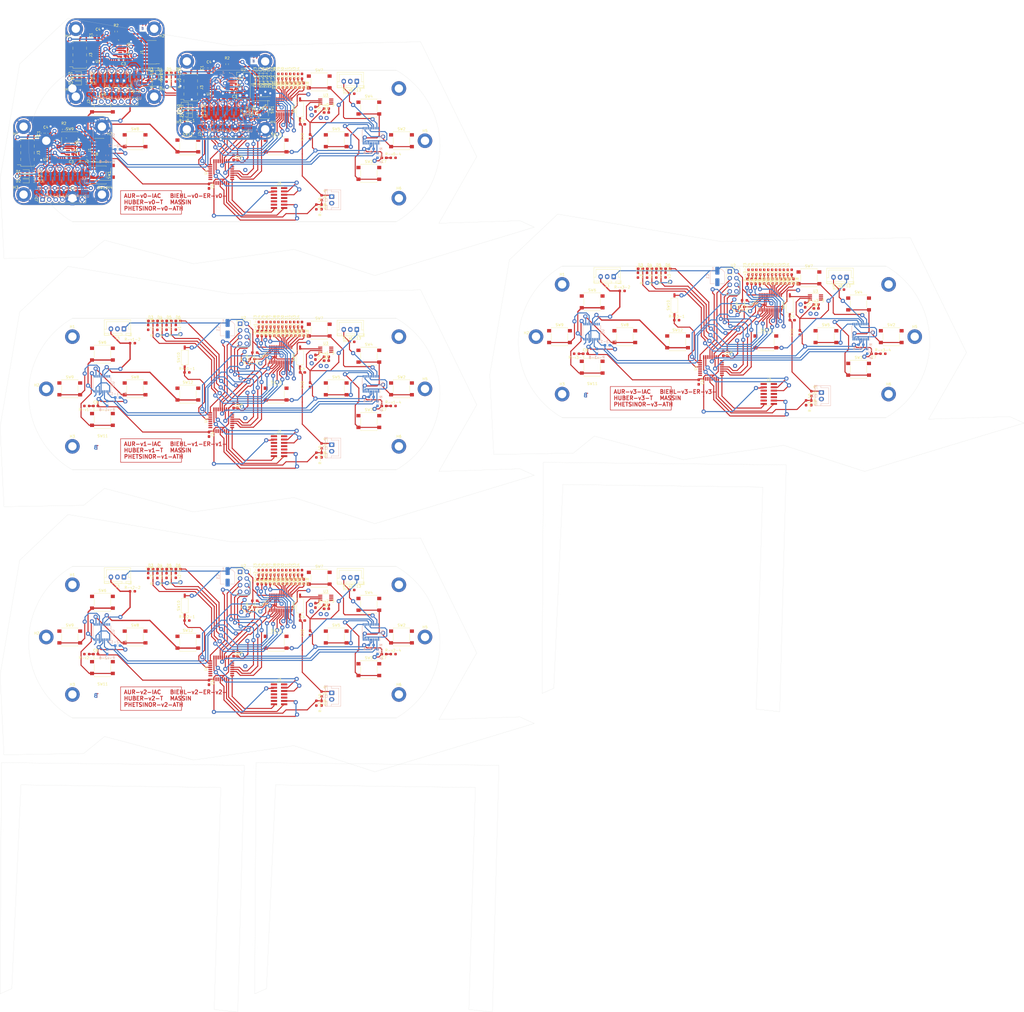
<source format=kicad_pcb>
(kicad_pcb (version 20221018) (generator pcbnew)
  (layers (0 "F.Cu" signal) (31 "B.Cu" signal) (34 "B.Paste" user) (35 "F.Paste" user) (36 "B.SilkS" user "B.Silkscreen") (37 "F.SilkS" user "F.Silkscreen") (38 "B.Mask" user) (39 "F.Mask" user) (44 "Edge.Cuts" user))
  (net 0 "")
  (net 1 "Glob_Alim-v0-")
  (net 2 "GND-v0-")
  (net 3 "POWER-v0-_CHECK-v0-")
  (net 4 "L-v0-i-ion-v0-")
  (net 5 "Net-(C7-Pad1)-v0-")
  (net 6 "Net-(C8-Pad1)-v0-")
  (net 7 "Net-(U3-BP)-v0-")
  (net 8 "Net-(D2-A)-v0-")
  (net 9 "Net-(D3-K)-v0-")
  (net 10 "Net-(D3-A)-v0-")
  (net 11 "Net-(D4-K)-v0-")
  (net 12 "Net-(D4-A)-v0-")
  (net 13 "Net-(D5-K)-v0-")
  (net 14 "Net-(D5-A)-v0-")
  (net 15 "Net-(D6-K)-v0-")
  (net 16 "Net-(D6-A)-v0-")
  (net 17 "Net-(D7-K)-v0-")
  (net 18 "Net-(D7-A)-v0-")
  (net 19 "Net-(D8-K)-v0-")
  (net 20 "Net-(D8-A)-v0-")
  (net 21 "Net-(D9-K)-v0-")
  (net 22 "Net-(D9-A)-v0-")
  (net 23 "Net-(D10-K)-v0-")
  (net 24 "Net-(D10-A)-v0-")
  (net 25 "Net-(D11-K)-v0-")
  (net 26 "Net-(D11-A)-v0-")
  (net 27 "Net-(D12-K)-v0-")
  (net 28 "Net-(D12-A)-v0-")
  (net 29 "Net-(D13-K)-v0-")
  (net 30 "Net-(D13-A)-v0-")
  (net 31 "Net-(D14-K)-v0-")
  (net 32 "Net-(D14-A)-v0-")
  (net 33 "Net-(D15-K)-v0-")
  (net 34 "Net-(D15-A)-v0-")
  (net 35 "Net-(D16-K)-v0-")
  (net 36 "Net-(D16-A)-v0-")
  (net 37 "Net-(D17-K)-v0-")
  (net 38 "Net-(D17-A)-v0-")
  (net 39 "Net-(D18-K)-v0-")
  (net 40 "Net-(D18-A)-v0-")
  (net 43 "SWDIO-v0-")
  (net 44 "SWDCK-v0-")
  (net 48 "R-v0-eset_Buton -v0-")
  (net 49 "USAR-v0-T2_R-v0-X-v0-")
  (net 50 "USAR-v0-T2_TX-v0-")
  (net 51 "R-v0-")
  (net 52 "L-v0-")
  (net 53 "NES{slash}SNES_switcher-v0-")
  (net 54 "DIO{slash}EX_CL-v0-K")
  (net 55 "DIO{slash}EX_SDA-v0-")
  (net 56 "DIODE_OE-v0-")
  (net 57 "Net-(#FL-v0-G05-pwr)")
  (net 58 "A_Button-v0-")
  (net 59 "B_Button-v0-")
  (net 60 "X_Button-v0-")
  (net 61 "Y_Button-v0-")
  (net 62 "UC_Button-v0-")
  (net 63 "Order_Search-v0-")
  (net 64 "L-v0-C_Button")
  (net 65 "R-v0-C_Button")
  (net 66 "DC_Button-v0-")
  (net 67 "ST_Button-v0-")
  (net 68 "SE_Button-v0-")
  (net 73 "Pin_Clock-v0-")
  (net 74 "Digital_Out_Put-v0-")
  (net 75 "MOSI-v0-")
  (net 79 "R-v0-X{slash}TX")
  (net 81 "CSN_nR-v0-F24")
  (net 99 "Glob_Alim-v1-")
  (net 100 "GND-v1-")
  (net 101 "POWER-v1-_CHECK-v1-")
  (net 102 "L-v1-i-ion-v1-")
  (net 103 "Net-(C7-Pad1)-v1-")
  (net 104 "Net-(C8-Pad1)-v1-")
  (net 105 "Net-(U3-BP)-v1-")
  (net 106 "Net-(D2-A)-v1-")
  (net 107 "Net-(D3-K)-v1-")
  (net 108 "Net-(D3-A)-v1-")
  (net 109 "Net-(D4-K)-v1-")
  (net 110 "Net-(D4-A)-v1-")
  (net 111 "Net-(D5-K)-v1-")
  (net 112 "Net-(D5-A)-v1-")
  (net 113 "Net-(D6-K)-v1-")
  (net 114 "Net-(D6-A)-v1-")
  (net 115 "Net-(D7-K)-v1-")
  (net 116 "Net-(D7-A)-v1-")
  (net 117 "Net-(D8-K)-v1-")
  (net 118 "Net-(D8-A)-v1-")
  (net 119 "Net-(D9-K)-v1-")
  (net 120 "Net-(D9-A)-v1-")
  (net 121 "Net-(D10-K)-v1-")
  (net 122 "Net-(D10-A)-v1-")
  (net 123 "Net-(D11-K)-v1-")
  (net 124 "Net-(D11-A)-v1-")
  (net 125 "Net-(D12-K)-v1-")
  (net 126 "Net-(D12-A)-v1-")
  (net 127 "Net-(D13-K)-v1-")
  (net 128 "Net-(D13-A)-v1-")
  (net 129 "Net-(D14-K)-v1-")
  (net 130 "Net-(D14-A)-v1-")
  (net 131 "Net-(D15-K)-v1-")
  (net 132 "Net-(D15-A)-v1-")
  (net 133 "Net-(D16-K)-v1-")
  (net 134 "Net-(D16-A)-v1-")
  (net 135 "Net-(D17-K)-v1-")
  (net 136 "Net-(D17-A)-v1-")
  (net 137 "Net-(D18-K)-v1-")
  (net 138 "Net-(D18-A)-v1-")
  (net 141 "SWDIO-v1-")
  (net 142 "SWDCK-v1-")
  (net 146 "R-v1-eset_Buton -v1-")
  (net 147 "USAR-v1-T2_R-v1-X-v1-")
  (net 148 "USAR-v1-T2_TX-v1-")
  (net 149 "R-v1-")
  (net 150 "L-v1-")
  (net 151 "NES{slash}SNES_switcher-v1-")
  (net 152 "DIO{slash}EX_CL-v1-K")
  (net 153 "DIO{slash}EX_SDA-v1-")
  (net 154 "DIODE_OE-v1-")
  (net 155 "Net-(#FL-v1-G05-pwr)")
  (net 156 "A_Button-v1-")
  (net 157 "B_Button-v1-")
  (net 158 "X_Button-v1-")
  (net 159 "Y_Button-v1-")
  (net 160 "UC_Button-v1-")
  (net 161 "Order_Search-v1-")
  (net 162 "L-v1-C_Button")
  (net 163 "R-v1-C_Button")
  (net 164 "DC_Button-v1-")
  (net 165 "ST_Button-v1-")
  (net 166 "SE_Button-v1-")
  (net 171 "Pin_Clock-v1-")
  (net 172 "Digital_Out_Put-v1-")
  (net 173 "MOSI-v1-")
  (net 177 "R-v1-X{slash}TX")
  (net 179 "CSN_nR-v1-F24")
  (net 197 "Glob_Alim-v2-")
  (net 198 "GND-v2-")
  (net 199 "POWER-v2-_CHECK-v2-")
  (net 200 "L-v2-i-ion-v2-")
  (net 201 "Net-(C7-Pad1)-v2-")
  (net 202 "Net-(C8-Pad1)-v2-")
  (net 203 "Net-(U3-BP)-v2-")
  (net 204 "Net-(D2-A)-v2-")
  (net 205 "Net-(D3-K)-v2-")
  (net 206 "Net-(D3-A)-v2-")
  (net 207 "Net-(D4-K)-v2-")
  (net 208 "Net-(D4-A)-v2-")
  (net 209 "Net-(D5-K)-v2-")
  (net 210 "Net-(D5-A)-v2-")
  (net 211 "Net-(D6-K)-v2-")
  (net 212 "Net-(D6-A)-v2-")
  (net 213 "Net-(D7-K)-v2-")
  (net 214 "Net-(D7-A)-v2-")
  (net 215 "Net-(D8-K)-v2-")
  (net 216 "Net-(D8-A)-v2-")
  (net 217 "Net-(D9-K)-v2-")
  (net 218 "Net-(D9-A)-v2-")
  (net 219 "Net-(D10-K)-v2-")
  (net 220 "Net-(D10-A)-v2-")
  (net 221 "Net-(D11-K)-v2-")
  (net 222 "Net-(D11-A)-v2-")
  (net 223 "Net-(D12-K)-v2-")
  (net 224 "Net-(D12-A)-v2-")
  (net 225 "Net-(D13-K)-v2-")
  (net 226 "Net-(D13-A)-v2-")
  (net 227 "Net-(D14-K)-v2-")
  (net 228 "Net-(D14-A)-v2-")
  (net 229 "Net-(D15-K)-v2-")
  (net 230 "Net-(D15-A)-v2-")
  (net 231 "Net-(D16-K)-v2-")
  (net 232 "Net-(D16-A)-v2-")
  (net 233 "Net-(D17-K)-v2-")
  (net 234 "Net-(D17-A)-v2-")
  (net 235 "Net-(D18-K)-v2-")
  (net 236 "Net-(D18-A)-v2-")
  (net 239 "SWDIO-v2-")
  (net 240 "SWDCK-v2-")
  (net 244 "R-v2-eset_Buton -v2-")
  (net 245 "USAR-v2-T2_R-v2-X-v2-")
  (net 246 "USAR-v2-T2_TX-v2-")
  (net 247 "R-v2-")
  (net 248 "L-v2-")
  (net 249 "NES{slash}SNES_switcher-v2-")
  (net 250 "DIO{slash}EX_CL-v2-K")
  (net 251 "DIO{slash}EX_SDA-v2-")
  (net 252 "DIODE_OE-v2-")
  (net 253 "Net-(#FL-v2-G05-pwr)")
  (net 254 "A_Button-v2-")
  (net 255 "B_Button-v2-")
  (net 256 "X_Button-v2-")
  (net 257 "Y_Button-v2-")
  (net 258 "UC_Button-v2-")
  (net 259 "Order_Search-v2-")
  (net 260 "L-v2-C_Button")
  (net 261 "R-v2-C_Button")
  (net 262 "DC_Button-v2-")
  (net 263 "ST_Button-v2-")
  (net 264 "SE_Button-v2-")
  (net 269 "Pin_Clock-v2-")
  (net 270 "Digital_Out_Put-v2-")
  (net 271 "MOSI-v2-")
  (net 275 "R-v2-X{slash}TX")
  (net 277 "CSN_nR-v2-F24")
  (net 295 "Glob_Alim-v3-")
  (net 296 "GND-v3-")
  (net 297 "POWER-v3-_CHECK-v3-")
  (net 298 "L-v3-i-ion-v3-")
  (net 299 "Net-(C7-Pad1)-v3-")
  (net 300 "Net-(C8-Pad1)-v3-")
  (net 301 "Net-(U3-BP)-v3-")
  (net 302 "Net-(D2-A)-v3-")
  (net 303 "Net-(D3-K)-v3-")
  (net 304 "Net-(D3-A)-v3-")
  (net 305 "Net-(D4-K)-v3-")
  (net 306 "Net-(D4-A)-v3-")
  (net 307 "Net-(D5-K)-v3-")
  (net 308 "Net-(D5-A)-v3-")
  (net 309 "Net-(D6-K)-v3-")
  (net 310 "Net-(D6-A)-v3-")
  (net 311 "Net-(D7-K)-v3-")
  (net 312 "Net-(D7-A)-v3-")
  (net 313 "Net-(D8-K)-v3-")
  (net 314 "Net-(D8-A)-v3-")
  (net 315 "Net-(D9-K)-v3-")
  (net 316 "Net-(D9-A)-v3-")
  (net 317 "Net-(D10-K)-v3-")
  (net 318 "Net-(D10-A)-v3-")
  (net 319 "Net-(D11-K)-v3-")
  (net 320 "Net-(D11-A)-v3-")
  (net 321 "Net-(D12-K)-v3-")
  (net 322 "Net-(D12-A)-v3-")
  (net 323 "Net-(D13-K)-v3-")
  (net 324 "Net-(D13-A)-v3-")
  (net 325 "Net-(D14-K)-v3-")
  (net 326 "Net-(D14-A)-v3-")
  (net 327 "Net-(D15-K)-v3-")
  (net 328 "Net-(D15-A)-v3-")
  (net 329 "Net-(D16-K)-v3-")
  (net 330 "Net-(D16-A)-v3-")
  (net 331 "Net-(D17-K)-v3-")
  (net 332 "Net-(D17-A)-v3-")
  (net 333 "Net-(D18-K)-v3-")
  (net 334 "Net-(D18-A)-v3-")
  (net 337 "SWDIO-v3-")
  (net 338 "SWDCK-v3-")
  (net 342 "R-v3-eset_Buton -v3-")
  (net 343 "USAR-v3-T2_R-v3-X-v3-")
  (net 344 "USAR-v3-T2_TX-v3-")
  (net 345 "R-v3-")
  (net 346 "L-v3-")
  (net 347 "NES{slash}SNES_switcher-v3-")
  (net 348 "DIO{slash}EX_CL-v3-K")
  (net 349 "DIO{slash}EX_SDA-v3-")
  (net 350 "DIODE_OE-v3-")
  (net 351 "Net-(#FL-v3-G05-pwr)")
  (net 352 "A_Button-v3-")
  (net 353 "B_Button-v3-")
  (net 354 "X_Button-v3-")
  (net 355 "Y_Button-v3-")
  (net 356 "UC_Button-v3-")
  (net 357 "Order_Search-v3-")
  (net 358 "L-v3-C_Button")
  (net 359 "R-v3-C_Button")
  (net 360 "DC_Button-v3-")
  (net 361 "ST_Button-v3-")
  (net 362 "SE_Button-v3-")
  (net 367 "Pin_Clock-v3-")
  (net 368 "Digital_Out_Put-v3-")
  (net 369 "MOSI-v3-")
  (net 373 "R-v3-X{slash}TX")
  (net 375 "CSN_nR-v3-F24")
  (net 393 "+5V-v7-")
  (net 394 "GND-v7-")
  (net 395 "+3.3V-v7-")
  (net 396 "Net-(D1-K)-v7-")
  (net 398 "Net-(D3-K)-v7-")
  (net 399 "Status_LED-v7-")
  (net 400 "Data_Clock_SNES-v7-")
  (net 401 "Data_Latch_SNES-v7-")
  (net 402 "Net-(D2-K)-v7-")
  (net 403 "Serial_Data1_SNES-v7-")
  (net 404 "Serial_Data2_SNES-v7-")
  (net 405 "SPI_Chip_Select-v7-")
  (net 406 "Chip_Enable-v7-")
  (net 407 "SPI_Digital_Input-v7-")
  (net 408 "SPI_Clock-v7-")
  (net 409 "SPI_Digital_Output-v7-")
  (net 410 "IOBit_SNES-v7-")
  (net 411 "Data_Clock_STM32-v7-")
  (net 412 "Data_Latch_STM32-v7-")
  (net 413 "Appairing_Btn-v7-")
  (net 414 "Net-(U2-BP)-v7-")
  (net 415 "SWDIO-v7-")
  (net 416 "SWDCK-v7-")
  (net 419 "NRST-v7-")
  (net 420 "USART2_RX-v7-")
  (net 421 "USART2_TX-v7-")
  (net 422 "Serial_Data1_STM32-v7-")
  (net 423 "IOBit_STM32-v7-")
  (net 424 "Serial_Data2_STM32-v7-")
  (net 438 "+5V-v8-")
  (net 439 "GND-v8-")
  (net 440 "+3.3V-v8-")
  (net 441 "Net-(D1-K)-v8-")
  (net 443 "Net-(D3-K)-v8-")
  (net 444 "Status_LED-v8-")
  (net 445 "Data_Clock_SNES-v8-")
  (net 446 "Data_Latch_SNES-v8-")
  (net 447 "Net-(D2-K)-v8-")
  (net 448 "Serial_Data1_SNES-v8-")
  (net 449 "Serial_Data2_SNES-v8-")
  (net 450 "SPI_Chip_Select-v8-")
  (net 451 "Chip_Enable-v8-")
  (net 452 "SPI_Digital_Input-v8-")
  (net 453 "SPI_Clock-v8-")
  (net 454 "SPI_Digital_Output-v8-")
  (net 455 "IOBit_SNES-v8-")
  (net 456 "Data_Clock_STM32-v8-")
  (net 457 "Data_Latch_STM32-v8-")
  (net 458 "Appairing_Btn-v8-")
  (net 459 "Net-(U2-BP)-v8-")
  (net 460 "SWDIO-v8-")
  (net 461 "SWDCK-v8-")
  (net 464 "NRST-v8-")
  (net 465 "USART2_RX-v8-")
  (net 466 "USART2_TX-v8-")
  (net 467 "Serial_Data1_STM32-v8-")
  (net 468 "IOBit_STM32-v8-")
  (net 469 "Serial_Data2_STM32-v8-")
  (net 483 "+5V-v9-")
  (net 484 "GND-v9-")
  (net 485 "+3.3V-v9-")
  (net 486 "Net-(D1-K)-v9-")
  (net 488 "Net-(D3-K)-v9-")
  (net 489 "Status_LED-v9-")
  (net 490 "Data_Clock_SNES-v9-")
  (net 491 "Data_Latch_SNES-v9-")
  (net 492 "Net-(D2-K)-v9-")
  (net 493 "Serial_Data1_SNES-v9-")
  (net 494 "Serial_Data2_SNES-v9-")
  (net 495 "SPI_Chip_Select-v9-")
  (net 496 "Chip_Enable-v9-")
  (net 497 "SPI_Digital_Input-v9-")
  (net 498 "SPI_Clock-v9-")
  (net 499 "SPI_Digital_Output-v9-")
  (net 500 "IOBit_SNES-v9-")
  (net 501 "Data_Clock_STM32-v9-")
  (net 502 "Data_Latch_STM32-v9-")
  (net 503 "Appairing_Btn-v9-")
  (net 504 "Net-(U2-BP)-v9-")
  (net 505 "SWDIO-v9-")
  (net 506 "SWDCK-v9-")
  (net 509 "NRST-v9-")
  (net 510 "USART2_RX-v9-")
  (net 511 "USART2_TX-v9-")
  (net 512 "Serial_Data1_STM32-v9-")
  (net 513 "IOBit_STM32-v9-")
  (net 514 "Serial_Data2_STM32-v9-")
  (footprint "R-v0-esistor_SMD:R-v0-_0603_1608Metric_Pad0.98x0.95mm_HandSolder" (layer "F.Cu") (at 61.463491 24.632725 -90)
    (fp_text reference "R-v0-20")
    (fp_text value "1K")
  )
  (footprint "Capacitor_SMD:C_0603_1608Metric_Pad1.08x0.95mm_HandSolder" (layer "F.Cu") (at 309.488491 111.032725 -90)
    (fp_text reference "C9")
    (fp_text value "470p")
  )
  (footprint "Capacitor_SMD:C_0603_1608Metric_Pad1.08x0.95mm_HandSolder" (layer "F.Cu") (at 29.01 52.3025 90)
    (fp_text reference "C2")
    (fp_text value "100n")
  )
  (footprint "Package_QFP:LQFP-32_7x7mm_P0.8mm" (layer "F.Cu") (at 23.1 50.65 180)
    (fp_text reference "U1")
    (fp_text value "STM32L412KBTx")
  )
  (footprint "Connector_PinSocket_2.54mm:PinSocket_2x04_P2.54mm_Vertical_SMD" (layer "F.Cu") (at 74.25 27.75 180)
    (fp_text reference "J3")
    (fp_text value "Conn_01x08_Socket")
  )
  (footprint "L-v1-ED_SMD:L-v1-ED_0603_1608Metric_Pad1.05x0.95mm_HandSolder" (layer "F.Cu") (at 109.513491 121.932725 -90)
    (fp_text reference "D13")
    (fp_text value "O3")
  )
  (footprint "Capacitor_SMD:C_0603_1608Metric_Pad1.08x0.95mm_HandSolder" (layer "F.Cu") (at 119.933491 46.615225 -90)
    (fp_text reference "C10")
    (fp_text value "100nF")
  )
  (footprint "R-v3-esistor_SMD:R-v3-_0603_1608Metric_Pad0.98x0.95mm_HandSolder" (layer "F.Cu") (at 221.946467 129.682725 180)
    (fp_text reference "R-v3-7")
    (fp_text value "1k")
  )
  (footprint "L-v0-ED_SMD:L-v0-ED_0603_1608Metric_Pad1.05x0.95mm_HandSolder" (layer "F.Cu") (at 109.513491 26.932725 -90)
    (fp_text reference "D13")
    (fp_text value "O3")
  )
  (footprint "Button_Switch_SMD:SW_SPST_B3S-1000" (layer "F.Cu") (at 40.438491 59.832725)
    (fp_text reference "SW11")
    (fp_text value "SW_Push")
  )
  (footprint "MountingHole:MountingHole_3.2mm_M3_DIN965_Pad" (layer "F.Cu") (at 18.938491 48.132725)
    (fp_text reference "H2")
    (fp_text value "MountingHole_Pad")
  )
  (footprint "L-v1-ED_SMD:L-v1-ED_0603_1608Metric_Pad1.05x0.95mm_HandSolder" (layer "F.Cu") (at 99.863491 121.957725 -90)
    (fp_text reference "D7")
    (fp_text value "G5")
  )
  (footprint "L-v2-ED_SMD:L-v2-ED_0603_1608Metric_Pad1.05x0.95mm_HandSolder" (layer "F.Cu") (at 106.263491 216.957725 -90)
    (fp_text reference "D11")
    (fp_text value "O1")
  )
  (footprint "R-v3-esistor_SMD:R-v3-_0603_1608Metric_Pad0.98x0.95mm_HandSolder" (layer "F.Cu") (at 260.288491 116.832725)
    (fp_text reference "R-v3-1")
    (fp_text value "1K")
  )
  (footprint "Connector_PinHeader_2.54mm:PinHeader_2x04_P2.54mm_Vertical" (layer "F.Cu") (at 93.138491 118.192725)
    (fp_text reference "U2")
    (fp_text value "nR-v1-F24_Full")
  )
  (footprint "L-v0-ED_SMD:L-v0-ED_0603_1608Metric_Pad1.05x0.95mm_HandSolder" (layer "F.Cu") (at 114.313491 26.932725 -90)
    (fp_text reference "D16")
    (fp_text value "R-v0-2")
  )
  (footprint "L-v1-ED_SMD:L-v1-ED_0603_1608Metric_Pad1.05x0.95mm_HandSolder" (layer "F.Cu") (at 111.113491 121.932725 -90)
    (fp_text reference "D14")
    (fp_text value "O4")
  )
  (footprint "L-v0-ED_SMD:L-v0-ED_0603_1608Metric_Pad1.05x0.95mm_HandSolder" (layer "F.Cu") (at 126.198491 37.332725)
    (fp_text reference "D2")
    (fp_text value "L-v0-ED_Small")
  )
  (footprint "Button_Switch_SMD:SW_DIP_SPSTx01_Slide_Copal_CHS-01B_W7.62mm_P1.27mm" (layer "F.Cu") (at 71.938491 226.132725 90)
    (fp_text reference "SW10")
    (fp_text value "SW_DIP_x01")
  )
  (footprint "Button_Switch_SMD:SW_SPST_B3S-1000" (layer "F.Cu") (at 52.938491 48.132725)
    (fp_text reference "SW8")
    (fp_text value "SW_Push")
  )
  (footprint "Button_Switch_SMD:SW_DIP_SPSTx01_Slide_Copal_CHS-01B_W7.62mm_P1.27mm" (layer "F.Cu") (at 116.108491 131.132725 90)
    (fp_text reference "SW1")
    (fp_text value "SW_DIP_x01")
  )
  (footprint "R-v2-esistor_SMD:R-v2-_0603_1608Metric_Pad0.98x0.95mm_HandSolder" (layer "F.Cu") (at 122.338491 263.470225 -90)
    (fp_text reference "R-v2-10")
    (fp_text value "1M")
  )
  (footprint "Capacitor_SMD:C_0603_1608Metric_Pad1.08x0.95mm_HandSolder" (layer "F.Cu") (at 37.55 7.75 90)
    (fp_text reference "C1")
    (fp_text value "10u")
  )
  (footprint "L-v0-ED_SMD:L-v0-ED_0603_1608Metric_Pad1.05x0.95mm_HandSolder" (layer "F.Cu") (at 65.938491 22.132725)
    (fp_text reference "D5")
    (fp_text value "G3")
  )
  (footprint "Connector_PinHeader_1.27mm:PinHeader_2x07_P1.27mm_Vertical_SMD" (layer "F.Cu") (at 295.563491 145.072725)
    (fp_text reference "J2")
    (fp_text value "Conn_02x07_Odd_Even")
  )
  (footprint "Button_Switch_SMD:SW_SPST_B3S-1000" (layer "F.Cu") (at 40.438491 154.832725)
    (fp_text reference "SW11")
    (fp_text value "SW_Push")
  )
  (footprint "R-v2-esistor_SMD:R-v2-_0603_1608Metric_Pad0.98x0.95mm_HandSolder" (layer "F.Cu") (at 96.748491 228.232725)
    (fp_text reference "R-v2-14")
    (fp_text value "10K")
  )
  (footprint "R-v0-esistor_SMD:R-v0-_0603_1608Metric_Pad0.98x0.95mm_HandSolder" (layer "F.Cu") (at 104.838491 23.445225 90)
    (fp_text reference "R-v0-26")
    (fp_text value "1K")
  )
  (footprint "R-v0-esistor_SMD:R-v0-_0603_1608Metric_Pad0.98x0.95mm_HandSolder" (layer "F.Cu") (at 34.446467 54.682725 180)
    (fp_text reference "R-v0-7")
    (fp_text value "1k")
  )
  (footprint "Capacitor_SMD:C_0603_1608Metric_Pad1.08x0.95mm_HandSolder" (layer "F.Cu") (at 90.638491 149.604725 -90)
    (fp_text reference "C3")
    (fp_text value "100n")
  )
  (footprint "L-v0-ED_SMD:L-v0-ED_0603_1608Metric_Pad1.05x0.95mm_HandSolder" (layer "F.Cu") (at 106.263491 26.957725 -90)
    (fp_text reference "D11")
    (fp_text value "O1")
  )
  (footprint "L-v1-ED_SMD:L-v1-ED_0603_1608Metric_Pad1.05x0.95mm_HandSolder" (layer "F.Cu") (at 69.438491 117.132725)
    (fp_text reference "D6")
    (fp_text value "G4")
  )
  (footprint "MountingHole:MountingHole_3.2mm_M3_DIN965_Pad" (layer "F.Cu") (at 60.25 5.25)
    (fp_text reference "H2")
    (fp_text value "MountingHole_Pad")
  )
  (footprint "R-v2-esistor_SMD:R-v2-_0603_1608Metric_Pad0.98x0.95mm_HandSolder" (layer "F.Cu") (at 107.838491 213.445225 90)
    (fp_text reference "R-v2-28")
    (fp_text value "1K")
  )
  (footprint "Package_QFP:L-v2-QFP-32_7x7mm_P0.8mm" (layer "F.Cu") (at 85.938491 250.132725 90)
    (fp_text reference "U1")
    (fp_text value "STM32L-v2-412KBTx")
  )
  (footprint "R-v1-esistor_SMD:R-v1-_0603_1608Metric_Pad0.98x0.95mm_HandSolder" (layer "F.Cu") (at 115.338491 118.445225 90)
    (fp_text reference "R-v1-33")
    (fp_text value "1K")
  )
  (footprint "Capacitor_SMD:C_0603_1608Metric_Pad1.08x0.95mm_HandSolder" (layer "F.Cu") (at 117.033491 41.832725)
    (fp_text reference "C4")
    (fp_text value "1u")
  )
  (footprint "R-v2-esistor_SMD:R-v2-_0603_1608Metric_Pad0.98x0.95mm_HandSolder" (layer "F.Cu") (at 106.338491 213.445225 90)
    (fp_text reference "R-v2-27")
    (fp_text value "1K")
  )
  (footprint "Package_QFP:L-v0-QFP-32_7x7mm_P0.8mm" (layer "F.Cu") (at 85.938491 60.132725 90)
    (fp_text reference "U1")
    (fp_text value "STM32L-v0-412KBTx")
  )
  (footprint "MountingHole:MountingHole_3.2mm_M3_DIN965_Pad" (layer "F.Cu") (at 153.938491 260.132725)
    (fp_text reference "H6")
    (fp_text value "MountingHole_Pad")
  )
  (footprint "R-v2-esistor_SMD:R-v2-_0603_1608Metric_Pad0.98x0.95mm_HandSolder" (layer "F.Cu") (at 115.338491 213.445225 90)
    (fp_text reference "R-v2-33")
    (fp_text value "1K")
  )
  (footprint "MountingHole:MountingHole_3.2mm_M3_DIN965_Pad" (layer "F.Cu") (at 40.25 68.75)
    (fp_text reference "H4")
    (fp_text value "MountingHole_Pad")
  )
  (footprint "R-v2-esistor_SMD:R-v2-_0603_1608Metric_Pad0.98x0.95mm_HandSolder" (layer "F.Cu") (at 72.788491 231.832725)
    (fp_text reference "R-v2-1")
    (fp_text value "1K")
  )
  (footprint "Capacitor_SMD:C_0603_1608Metric_Pad1.08x0.95mm_HandSolder" (layer "F.Cu") (at 311.838491 148.470225 -90)
    (fp_text reference "C2")
    (fp_text value "1nF")
  )
  (footprint "Connector_JST:JST_XH_B3B-XH-A_1x03_P2.50mm_Vertical" (layer "F.Cu") (at 48.688491 215.157725 180)
    (fp_text reference "J3")
    (fp_text value "Conn_01x03")
  )
  (footprint "Capacitor_SMD:C_0603_1608Metric_Pad1.08x0.95mm_HandSolder" (layer "F.Cu") (at 117.033491 231.832725)
    (fp_text reference "C4")
    (fp_text value "1u")
  )
  (footprint "MountingHole:MountingHole_3.2mm_M3_DIN965_Pad" (layer "F.Cu") (at 163.938491 143.132725)
    (fp_text reference "H5")
    (fp_text value "MountingHole_Pad")
  )
  (footprint "L-v0-ED_SMD:L-v0-ED_0603_1608Metric_Pad1.05x0.95mm_HandSolder" (layer "F.Cu") (at 58.938491 22.132725)
    (fp_text reference "D3")
    (fp_text value "G1")
  )
  (footprint "R-v3-esistor_SMD:R-v3-_0603_1608Metric_Pad0.98x0.95mm_HandSolder" (layer "F.Cu") (at 248.963491 99.632725 -90)
    (fp_text reference "R-v3-20")
    (fp_text value "1K")
  )
  (footprint "Capacitor_SMD:C_0603_1608Metric_Pad1.08x0.95mm_HandSolder" (layer "F.Cu") (at 90.638491 244.604725 -90)
    (fp_text reference "C3")
    (fp_text value "100n")
  )
  (footprint "L-v1-ED_SMD:L-v1-ED_0603_1608Metric_Pad1.05x0.95mm_HandSolder" (layer "F.Cu") (at 103.063491 121.957725 -90)
    (fp_text reference "D9")
    (fp_text value "G7")
  )
  (footprint "Button_Switch_SMD:SW_SPST_B3S-1000" (layer "F.Cu") (at 123.438491 215.632725)
    (fp_text reference "SW7")
    (fp_text value "SW_SPST")
  )
  (footprint "R-v2-esistor_SMD:R-v2-_0603_1608Metric_Pad0.98x0.95mm_HandSolder" (layer "F.Cu") (at 64.988491 214.607725 -90)
    (fp_text reference "R-v2-21")
    (fp_text value "1K")
  )
  (footprint "R-v2-esistor_SMD:R-v2-_0603_1608Metric_Pad0.98x0.95mm_HandSolder" (layer "F.Cu") (at 101.838491 213.445225 90)
    (fp_text reference "R-v2-24")
    (fp_text value "1K")
  )
  (footprint "MountingHole:MountingHole_3.2mm_M3_DIN965_Pad" (layer "F.Cu") (at 216.438491 145.132725)
    (fp_text reference "H3")
    (fp_text value "MountingHole_Pad")
  )
  (footprint "Connector_JST:JST_XH_B3B-XH-A_1x03_P2.50mm_Vertical" (layer "F.Cu") (at 48.688491 120.157725 180)
    (fp_text reference "J3")
    (fp_text value "Conn_01x03")
  )
  (footprint "R-v2-esistor_SMD:R-v2-_0603_1608Metric_Pad0.98x0.95mm_HandSolder" (layer "F.Cu") (at 98.748491 224.232725 180)
    (fp_text reference "R-v2-16")
    (fp_text value "10K")
  )
  (footprint "Button_Switch_SMD:SW_SPST_B3S-1000" (layer "F.Cu") (at 38.75 61.25 180)
    (fp_text reference "SW1")
    (fp_text value "SW_SPST")
  )
  (footprint "MountingHole:MountingHole_3.2mm_M3_DIN965_Pad" (layer "F.Cu") (at 28.938491 218.132725)
    (fp_text reference "H1")
    (fp_text value "MountingHole_Pad")
  )
  (footprint "Diode_SMD:D_0603_1608Metric_Pad1.05x0.95mm_HandSolder" (layer "F.Cu") (at 30.76875 26.05 180)
    (fp_text reference "D2")
    (fp_text value "LED_Small")
  )
  (footprint "L-v3-ED_SMD:L-v3-ED_0603_1608Metric_Pad1.05x0.95mm_HandSolder" (layer "F.Cu") (at 301.813491 101.932725 -90)
    (fp_text reference "D16")
    (fp_text value "R-v3-2")
  )
  (footprint "R-v3-esistor_SMD:R-v3-_0603_1608Metric_Pad0.98x0.95mm_HandSolder" (layer "F.Cu") (at 309.838491 148.470225 -90)
    (fp_text reference "R-v3-10")
    (fp_text value "1M")
  )
  (footprint "MountingHole:MountingHole_3.2mm_M3_DIN965_Pad" (layer "F.Cu") (at 153.938491 165.132725)
    (fp_text reference "H6")
    (fp_text value "MountingHole_Pad")
  )
  (footprint "Button_Switch_SMD:SW_SPST_B3S-1000" (layer "F.Cu") (at 73.148491 50.132725)
    (fp_text reference "SW12")
    (fp_text value "SW_Push")
  )
  (footprint "Button_Switch_SMD:SW_SPST_B3S-1000" (layer "F.Cu") (at 129.938491 143.132725)
    (fp_text reference "SW5")
    (fp_text value "SW_Push")
  )
  (footprint "Connector_JST:JST_XH_B3B-XH-A_1x03_P2.50mm_Vertical" (layer "F.Cu") (at 48.688491 25.157725 180)
    (fp_text reference "J3")
    (fp_text value "Conn_01x03")
  )
  (footprint "L-v0-ED_SMD:L-v0-ED_0603_1608Metric_Pad1.05x0.95mm_HandSolder" (layer "F.Cu") (at 99.863491 26.957725 -90)
    (fp_text reference "D7")
    (fp_text value "G5")
  )
  (footprint "R-v0-esistor_SMD:R-v0-_0603_1608Metric_Pad0.98x0.95mm_HandSolder" (layer "F.Cu") (at 110.838491 23.445225 90)
    (fp_text reference "R-v0-30")
    (fp_text value "1K")
  )
  (footprint "Capacitor_SMD:C_0603_1608Metric_Pad1.08x0.95mm_HandSolder" (layer "F.Cu") (at 91.51 24 90)
    (fp_text reference "C5")
    (fp_text value "100n")
  )
  (footprint "Package_SO:MSOP-8_3x3mm_P0.65mm" (layer "F.Cu") (at 313.438491 108.132725)
    (fp_text reference "U3")
    (fp_text value "MIC5219-3.3YMM")
  )
  (footprint "Button_Switch_SMD:SW_SPST_B3S-1000" (layer "F.Cu") (at 129.938491 238.132725)
    (fp_text reference "SW5")
    (fp_text value "SW_Push")
  )
  (footprint "Package_SO:MSOP-8_3x3mm_P0.65mm" (layer "F.Cu") (at 125.938491 128.132725)
    (fp_text reference "U3")
    (fp_text value "MIC5219-3.3YMM")
  )
  (footprint "Package_SO:TSSOP-28_4.4x9.7mm_P0.65mm" (layer "F.Cu") (at 108.672491 35.046725 90)
    (fp_text reference "U4")
    (fp_text value "PCA9685PW")
  )
  (footprint "MountingHole:MountingHole_3.2mm_M3_DIN965_Pad" (layer "F.Cu") (at 206.438491 123.132725)
    (fp_text reference "H2")
    (fp_text value "MountingHole_Pad")
  )
  (footprint "L-v3-ED_SMD:L-v3-ED_0603_1608Metric_Pad1.05x0.95mm_HandSolder" (layer "F.Cu") (at 313.698491 112.332725)
    (fp_text reference "D2")
    (fp_text value "L-v3-ED_Small")
  )
  (footprint "R-v1-esistor_SMD:R-v1-_0603_1608Metric_Pad0.98x0.95mm_HandSolder" (layer "F.Cu") (at 124.338491 164.932725 -90)
    (fp_text reference "R-v1-9")
    (fp_text value "1M")
  )
  (footprint "Capacitor_SMD:C_0603_1608Metric_Pad1.08x0.95mm_HandSolder" (layer "F.Cu") (at 121.988491 226.032725 -90)
    (fp_text reference "C9")
    (fp_text value "470p")
  )
  (footprint "R-v0-esistor_SMD:R-v0-_0603_1608Metric_Pad0.98x0.95mm_HandSolder" (layer "F.Cu") (at 64.988491 24.607725 -90)
    (fp_text reference "R-v0-21")
    (fp_text value "1K")
  )
  (footprint "Capacitor_SMD:C_0603_1608Metric_Pad1.08x0.95mm_HandSolder" (layer "F.Cu") (at 124.338491 263.470225 -90)
    (fp_text reference "C2")
    (fp_text value "1nF")
  )
  (footprint "Capacitor_SMD:C_0603_1608Metric_Pad1.08x0.95mm_HandSolder" (layer "F.Cu") (at 91.0025 29.69)
    (fp_text reference "C3")
    (fp_text value "100n")
  )
  (footprint "Capacitor_SMD:C_0603_1608Metric_Pad1.08x0.95mm_HandSolder" (layer "F.Cu") (at 121.988491 36.032725 -90)
    (fp_text reference "C9")
    (fp_text value "470p")
  )
  (footprint "MountingHole:MountingHole_3.2mm_M3_DIN965_Pad" (layer "F.Cu") (at 341.438491 103.132725)
    (fp_text reference "H4")
    (fp_text value "MountingHole_Pad")
  )
  (footprint "R-v1-esistor_SMD:R-v1-_0603_1608Metric_Pad0.98x0.95mm_HandSolder" (layer "F.Cu") (at 68.538491 119.557725 -90)
    (fp_text reference "R-v1-22")
    (fp_text value "1K")
  )
  (footprint "Button_Switch_SMD:SW_SPST_B3S-1000" (layer "F.Cu") (at 106.938491 145.132725)
    (fp_text reference "SW13")
    (fp_text value "SW_Push")
  )
  (footprint "Button_Switch_SMD:SW_SPST_B3S-1000" (layer "F.Cu") (at 40.438491 129.832725)
    (fp_text reference "SW6")
    (fp_text value "SW_Push")
  )
  (footprint "R-v3-esistor_SMD:R-v3-_0603_1608Metric_Pad0.98x0.95mm_HandSolder" (layer "F.Cu") (at 301.338491 98.445225 90)
    (fp_text reference "R-v3-32")
    (fp_text value "1K")
  )
  (footprint "R-v1-esistor_SMD:R-v1-_0603_1608Metric_Pad0.98x0.95mm_HandSolder" (layer "F.Cu") (at 104.838491 118.445225 90)
    (fp_text reference "R-v1-26")
    (fp_text value "1K")
  )
  (footprint "Capacitor_SMD:C_0603_1608Metric_Pad1.08x0.95mm_HandSolder" (layer "F.Cu") (at 304.533491 116.832725)
    (fp_text reference "C4")
    (fp_text value "1u")
  )
  (footprint "L-v0-ED_SMD:L-v0-ED_0603_1608Metric_Pad1.05x0.95mm_HandSolder" (layer "F.Cu") (at 101.462491 26.957725 -90)
    (fp_text reference "D8")
    (fp_text value "G6")
  )
  (footprint "Connector_JST:JST_XH_B3B-XH-A_1x03_P2.50mm_Vertical" (layer "F.Cu") (at 137.842491 120.394725 180)
    (fp_text reference "J4")
    (fp_text value "Conn_01x03")
  )
  (footprint "Capacitor_SMD:C_0603_1608Metric_Pad1.08x0.95mm_HandSolder" (layer "F.Cu") (at 80.05 20.25 90)
    (fp_text reference "C1")
    (fp_text value "10u")
  )
  (footprint "L-v0-ED_SMD:L-v0-ED_0603_1608Metric_Pad1.05x0.95mm_HandSolder" (layer "F.Cu") (at 69.438491 22.132725)
    (fp_text reference "D6")
    (fp_text value "G4")
  )
  (footprint "L-v3-ED_SMD:L-v3-ED_0603_1608Metric_Pad1.05x0.95mm_HandSolder" (layer "F.Cu") (at 298.613491 101.932725 -90)
    (fp_text reference "D14")
    (fp_text value "O4")
  )
  (footprint "Connector_PinHeader_2.54mm:PinHeader_2x04_P2.54mm_Vertical" (layer "F.Cu") (at 93.138491 213.192725)
    (fp_text reference "U2")
    (fp_text value "nR-v2-F24_Full")
  )
  (footprint "Connector_JST:JST_XH_B3B-XH-A_1x03_P2.50mm_Vertical" (layer "F.Cu") (at 137.842491 215.394725 180)
    (fp_text reference "J4")
    (fp_text value "Conn_01x03")
  )
  (footprint "Button_Switch_SMD:SW_SPST_B3S-1000" (layer "F.Cu") (at 73.148491 240.132725)
    (fp_text reference "SW12")
    (fp_text value "SW_Push")
  )
  (footprint "R-v2-esistor_SMD:R-v2-_0603_1608Metric_Pad0.98x0.95mm_HandSolder" (layer "F.Cu") (at 61.463491 214.632725 -90)
    (fp_text reference "R-v2-20")
    (fp_text value "1K")
  )
  (footprint "L-v3-ED_SMD:L-v3-ED_0603_1608Metric_Pad1.05x0.95mm_HandSolder" (layer "F.Cu") (at 287.363491 101.957725 -90)
    (fp_text reference "D7")
    (fp_text value "G5")
  )
  (footprint "R-v3-esistor_SMD:R-v3-_0603_1608Metric_Pad0.98x0.95mm_HandSolder" (layer "F.Cu") (at 313.698491 110.808725)
    (fp_text reference "R-v3-3")
    (fp_text value "1K")
  )
  (footprint "Capacitor_SMD:C_0603_1608Metric_Pad1.08x0.95mm_HandSolder" (layer "F.Cu") (at 148.250515 54.682725 180)
    (fp_text reference "C7")
    (fp_text value "100nF")
  )
  (footprint "Resistor_SMD:R_0603_1608Metric_Pad0.98x0.95mm_HandSolder" (layer "F.Cu") (at 14.26875 63.55)
    (fp_text reference "R3")
    (fp_text value "1k")
  )
  (footprint "L-v2-ED_SMD:L-v2-ED_0603_1608Metric_Pad1.05x0.95mm_HandSolder" (layer "F.Cu") (at 65.938491 212.132725)
    (fp_text reference "D5")
    (fp_text value "G3")
  )
  (footprint "Capacitor_SMD:C_0603_1608Metric_Pad1.08x0.95mm_HandSolder" (layer "F.Cu") (at 148.250515 149.682725 180)
    (fp_text reference "C7")
    (fp_text value "100nF")
  )
  (footprint "R-v0-esistor_SMD:R-v0-_0603_1608Metric_Pad0.98x0.95mm_HandSolder" (layer "F.Cu") (at 151.750515 54.682725)
    (fp_text reference "R-v0-4")
    (fp_text value "1k")
  )
  (footprint "Button_Switch_SMD:SW_SPST_B3S-1000" (layer "F.Cu") (at 142.438491 35.632725)
    (fp_text reference "SW4")
    (fp_text value "SW_Push")
  )
  (footprint "Connector_PinHeader_2.54mm:PinHeader_1x07_P2.54mm_Vertical" (layer "F.Cu") (at 17.5 70.65 90)
    (fp_text reference "J2")
    (fp_text value "Conn_01x07_Socket")
  )
  (footprint "Resistor_SMD:R_0603_1608Metric_Pad0.98x0.95mm_HandSolder" (layer "F.Cu") (at 76.76875 36.75)
    (fp_text reference "R4")
    (fp_text value "1k")
  )
  (footprint "Capacitor_SMD:C_0603_1608Metric_Pad1.08x0.95mm_HandSolder" (layer "F.Cu") (at 121.988491 131.032725 -90)
    (fp_text reference "C9")
    (fp_text value "470p")
  )
  (footprint "MountingHole:MountingHole_3.2mm_M3_DIN965_Pad" (layer "F.Cu") (at 10.25 68.75)
    (fp_text reference "H3")
    (fp_text value "MountingHole_Pad")
  )
  (footprint "Resistor_SMD:R_0603_1608Metric_Pad0.98x0.95mm_HandSolder" (layer "F.Cu") (at 45.67 6.32 90)
    (fp_text reference "R2")
    (fp_text value "10k")
  )
  (footprint "Connector_PinHeader_2.54mm:PinHeader_1x07_P2.54mm_Vertical" (layer "F.Cu") (at 80 45.65 90)
    (fp_text reference "J2")
    (fp_text value "Conn_01x07_Socket")
  )
  (footprint "Button_Switch_SMD:SW_SPST_B3S-1000" (layer "F.Cu") (at 106.938491 240.132725)
    (fp_text reference "SW13")
    (fp_text value "SW_Push")
  )
  (footprint "R-v0-esistor_SMD:R-v0-_0603_1608Metric_Pad0.98x0.95mm_HandSolder" (layer "F.Cu") (at 103.308491 23.445225 90)
    (fp_text reference "R-v0-25")
    (fp_text value "1K")
  )
  (footprint "Capacitor_SMD:C_0603_1608Metric_Pad1.08x0.95mm_HandSolder" (layer "F.Cu") (at 81.240491 65.526725 -90)
    (fp_text reference "C5")
    (fp_text value "100n")
  )
  (footprint "L-v3-ED_SMD:L-v3-ED_0603_1608Metric_Pad1.05x0.95mm_HandSolder" (layer "F.Cu") (at 292.163491 101.957725 -90)
    (fp_text reference "D10")
    (fp_text value "G8")
  )
  (footprint "Package_QFP:L-v1-QFP-32_7x7mm_P0.8mm" (layer "F.Cu") (at 85.938491 155.132725 90)
    (fp_text reference "U1")
    (fp_text value "STM32L-v1-412KBTx")
  )
  (footprint "Button_Switch_SMD:SW_DIP_SPSTx01_Slide_Copal_CHS-01B_W7.62mm_P1.27mm" (layer "F.Cu") (at 303.608491 111.132725 90)
    (fp_text reference "SW1")
    (fp_text value "SW_DIP_x01")
  )
  (footprint "MountingHole:MountingHole_3.2mm_M3_DIN965_Pad" (layer "F.Cu") (at 351.438491 123.132725)
    (fp_text reference "H5")
    (fp_text value "MountingHole_Pad")
  )
  (footprint "Package_SO:TSSOP-28_4.4x9.7mm_P0.65mm" (layer "F.Cu") (at 108.672491 225.046725 90)
    (fp_text reference "U4")
    (fp_text value "PCA9685PW")
  )
  (footprint "MountingHole:MountingHole_3.2mm_M3_DIN965_Pad" (layer "F.Cu") (at 102.75 43.75)
    (fp_text reference "H4")
    (fp_text value "MountingHole_Pad")
  )
  (footprint "R-v0-esistor_SMD:R-v0-_0603_1608Metric_Pad0.98x0.95mm_HandSolder" (layer "F.Cu") (at 116.838491 23.445225 90)
    (fp_text reference "R-v0-34")
    (fp_text value "1K")
  )
  (footprint "R-v1-esistor_SMD:R-v1-_0603_1608Metric_Pad0.98x0.95mm_HandSolder" (layer "F.Cu") (at 103.308491 118.445225 90)
    (fp_text reference "R-v1-25")
    (fp_text value "1K")
  )
  (footprint "Capacitor_SMD:C_0603_1608Metric_Pad1.08x0.95mm_HandSolder" (layer "F.Cu") (at 279.662491 129.604725 -90)
    (fp_text reference "C6")
    (fp_text value "10u")
  )
  (footprint "L-v2-ED_SMD:L-v2-ED_0603_1608Metric_Pad1.05x0.95mm_HandSolder" (layer "F.Cu") (at 104.663491 216.957725 -90)
    (fp_text reference "D10")
    (fp_text value "G8")
  )
  (footprint "MountingHole:MountingHole_3.2mm_M3_DIN965_Pad" (layer "F.Cu") (at 18.938491 238.132725)
    (fp_text reference "H2")
    (fp_text value "MountingHole_Pad")
  )
  (footprint "R-v3-esistor_SMD:R-v3-_0603_1608Metric_Pad0.98x0.95mm_HandSolder" (layer "F.Cu") (at 298.338491 98.445225 90)
    (fp_text reference "R-v3-30")
    (fp_text value "1K")
  )
  (footprint "L-v2-ED_SMD:L-v2-ED_0603_1608Metric_Pad1.05x0.95mm_HandSolder" (layer "F.Cu") (at 101.462491 216.957725 -90)
    (fp_text reference "D8")
    (fp_text value "G6")
  )
  (footprint "R-v1-esistor_SMD:R-v1-_0603_1608Metric_Pad0.98x0.95mm_HandSolder" (layer "F.Cu") (at 112.338491 118.445225 90)
    (fp_text reference "R-v1-31")
    (fp_text value "1K")
  )
  (footprint "R-v1-esistor_SMD:R-v1-_0603_1608Metric_Pad0.98x0.95mm_HandSolder" (layer "F.Cu") (at 97.748491 131.732725 180)
    (fp_text reference "R-v1-11")
    (fp_text value "10K")
  )
  (footprint "Capacitor_SMD:C_0603_1608Metric_Pad1.08x0.95mm_HandSolder" (layer "F.Cu") (at 49.01 11.5 90)
    (fp_text reference "C5")
    (fp_text value "100n")
  )
  (footprint "Capacitor_SMD:C_0603_1608Metric_Pad1.08x0.95mm_HandSolder" (layer "F.Cu") (at 81.55 20.25 90)
    (fp_text reference "C4")
    (fp_text value "100n")
  )
  (footprint "Connector_JST:JST_XH_B3B-XH-A_1x03_P2.50mm_Vertical" (layer "F.Cu") (at 325.342491 100.394725 180)
    (fp_text reference "J4")
    (fp_text value "Conn_01x03")
  )
  (footprint "Package_QFP:LQFP-32_7x7mm_P0.8mm" (layer "F.Cu") (at 85.6 25.65 180)
    (fp_text reference "U1")
    (fp_text value "STM32L412KBTx")
  )
  (footprint "Button_Switch_SMD:SW_SPST_B3S-1000" (layer "F.Cu") (at 123.438491 25.632725)
    (fp_text reference "SW7")
    (fp_text value "SW_SPST")
  )
  (footprint "L-v2-ED_SMD:L-v2-ED_0603_1608Metric_Pad1.05x0.95mm_HandSolder" (layer "F.Cu") (at 99.863491 216.957725 -90)
    (fp_text reference "D7")
    (fp_text value "G5")
  )
  (footprint "MountingHole:MountingHole_3.2mm_M3_DIN965_Pad" (layer "F.Cu") (at 18.938491 143.132725)
    (fp_text reference "H2")
    (fp_text value "MountingHole_Pad")
  )
  (footprint "L-v2-ED_SMD:L-v2-ED_0603_1608Metric_Pad1.05x0.95mm_HandSolder" (layer "F.Cu") (at 103.063491 216.957725 -90)
    (fp_text reference "D9")
    (fp_text value "G7")
  )
  (footprint "L-v3-ED_SMD:L-v3-ED_0603_1608Metric_Pad1.05x0.95mm_HandSolder" (layer "F.Cu") (at 305.038491 101.932725 -90)
    (fp_text reference "D18")
    (fp_text value "R-v3-4")
  )
  (footprint "MountingHole:MountingHole_3.2mm_M3_DIN965_Pad" (layer "F.Cu") (at 153.938491 123.132725)
    (fp_text reference "H4")
    (fp_text value "MountingHole_Pad")
  )
  (footprint "Capacitor_SMD:C_0603_1608Metric_Pad1.08x0.95mm_HandSolder" (layer "F.Cu") (at 91.51 27.3025 90)
    (fp_text reference "C2")
    (fp_text value "100n")
  )
  (footprint "R-v0-esistor_SMD:R-v0-_0603_1608Metric_Pad0.98x0.95mm_HandSolder" (layer "F.Cu") (at 122.338491 73.470225 -90)
    (fp_text reference "R-v0-10")
    (fp_text value "1M")
  )
  (footprint "Connector_PinSocket_2.54mm:PinSocket_2x04_P2.54mm_Vertical_SMD" (layer "F.Cu") (at 31.75 15.25 180)
    (fp_text reference "J3")
    (fp_text value "Conn_01x08_Socket")
  )
  (footprint "Button_Switch_SMD:SW_SPST_B3S-1000" (layer "F.Cu") (at 142.438491 225.632725)
    (fp_text reference "SW4")
    (fp_text value "SW_Push")
  )
  (footprint "Resistor_SMD:R_0603_1608Metric_Pad0.98x0.95mm_HandSolder" (layer "F.Cu") (at 76.76875 34.95)
    (fp_text reference "R1")
    (fp_text value "1k")
  )
  (footprint "L-v1-ED_SMD:L-v1-ED_0603_1608Metric_Pad1.05x0.95mm_HandSolder" (layer "F.Cu") (at 114.313491 121.932725 -90)
    (fp_text reference "D16")
    (fp_text value "R-v1-2")
  )
  (footprint "L-v2-ED_SMD:L-v2-ED_0603_1608Metric_Pad1.05x0.95mm_HandSolder" (layer "F.Cu") (at 115.913491 216.932725 -90)
    (fp_text reference "D17")
    (fp_text value "R-v2-3")
  )
  (footprint "Connector_PinHeader_2.54mm:PinHeader_2x04_P2.54mm_Vertical" (layer "F.Cu") (at 280.638491 98.192725)
    (fp_text reference "U2")
    (fp_text value "nR-v3-F24_Full")
  )
  (footprint "Package_SO:MSOP-8_3x3mm_P0.65mm" (layer "F.Cu") (at 125.938491 33.132725)
    (fp_text reference "U3")
    (fp_text value "MIC5219-3.3YMM")
  )
  (footprint "L-v1-ED_SMD:L-v1-ED_0603_1608Metric_Pad1.05x0.95mm_HandSolder" (layer "F.Cu") (at 104.663491 121.957725 -90)
    (fp_text reference "D10")
    (fp_text value "G8")
  )
  (footprint "Connector_PinHeader_2.54mm:PinHeader_1x07_P2.54mm_Vertical" (layer "F.Cu") (at 37.5 33.15 90)
    (fp_text reference "J2")
    (fp_text value "Conn_01x07_Socket")
  )
  (footprint "Button_Switch_SMD:SW_DIP_SPSTx01_Slide_Copal_CHS-01B_W7.62mm_P1.27mm" (layer "F.Cu") (at 116.108491 36.132725 90)
    (fp_text reference "SW1")
    (fp_text value "SW_DIP_x01")
  )
  (footprint "R-v3-esistor_SMD:R-v3-_0603_1608Metric_Pad0.98x0.95mm_HandSolder" (layer "F.Cu") (at 304.338491 98.445225 90)
    (fp_text reference "R-v3-34")
    (fp_text value "1K")
  )
  (footprint "Capacitor_SMD:C_0603_1608Metric_Pad1.08x0.95mm_HandSolder" (layer "F.Cu") (at 278.138491 129.604725 -90)
    (fp_text reference "C3")
    (fp_text value "100n")
  )
  (footprint "Connector_PinHeader_1.27mm:PinHeader_2x07_P1.27mm_Vertical_SMD" (layer "F.Cu") (at 59.25 14.25 180)
    (fp_text reference "J1")
    (fp_text value "Conn_02x07_Odd_Even")
  )
  (footprint "R-v1-esistor_SMD:R-v1-_0603_1608Metric_Pad0.98x0.95mm_HandSolder" (layer "F.Cu") (at 64.988491 119.607725 -90)
    (fp_text reference "R-v1-21")
    (fp_text value "1K")
  )
  (footprint "Capacitor_SMD:C_0603_1608Metric_Pad1.08x0.95mm_HandSolder" (layer "F.Cu") (at 117.033491 136.832725)
    (fp_text reference "C4")
    (fp_text value "1u")
  )
  (footprint "R-v2-esistor_SMD:R-v2-_0603_1608Metric_Pad0.98x0.95mm_HandSolder" (layer "F.Cu") (at 68.538491 214.557725 -90)
    (fp_text reference "R-v2-22")
    (fp_text value "1K")
  )
  (footprint "Button_Switch_SMD:SW_SPST_B3S-1000" (layer "F.Cu") (at 123.438491 120.632725)
    (fp_text reference "SW7")
    (fp_text value "SW_SPST")
  )
  (footprint "Capacitor_SMD:C_0603_1608Metric_Pad1.08x0.95mm_HandSolder" (layer "F.Cu") (at 92.162491 149.604725 -90)
    (fp_text reference "C6")
    (fp_text value "10u")
  )
  (footprint "R-v0-esistor_SMD:R-v0-_0603_1608Metric_Pad0.98x0.95mm_HandSolder" (layer "F.Cu") (at 98.748491 34.232725 180)
    (fp_text reference "R-v0-16")
    (fp_text value "10K")
  )
  (footprint "R-v0-esistor_SMD:R-v0-_0603_1608Metric_Pad0.98x0.95mm_HandSolder" (layer "F.Cu") (at 97.748491 36.732725 180)
    (fp_text reference "R-v0-11")
    (fp_text value "10K")
  )
  (footprint "L-v2-ED_SMD:L-v2-ED_0603_1608Metric_Pad1.05x0.95mm_HandSolder" (layer "F.Cu") (at 107.898491 216.945225 -90)
    (fp_text reference "D12")
    (fp_text value "O2")
  )
  (footprint "R-v2-esistor_SMD:R-v2-_0603_1608Metric_Pad0.98x0.95mm_HandSolder" (layer "F.Cu") (at 151.750515 244.682725)
    (fp_text reference "R-v2-4")
    (fp_text value "1k")
  )
  (footprint "L-v0-ED_SMD:L-v0-ED_0603_1608Metric_Pad1.05x0.95mm_HandSolder" (layer "F.Cu") (at 107.898491 26.945225 -90)
    (fp_text reference "D12")
    (fp_text value "O2")
  )
  (footprint "Connector_PinHeader_1.27mm:PinHeader_2x07_P1.27mm_Vertical_SMD" (layer "F.Cu") (at 108.063491 260.072725)
    (fp_text reference "J2")
    (fp_text value "Conn_02x07_Odd_Even")
  )
  (footprint "L-v3-ED_SMD:L-v3-ED_0603_1608Metric_Pad1.05x0.95mm_HandSolder" (layer "F.Cu") (at 295.398491 101.945225 -90)
    (fp_text reference "D12")
    (fp_text value "O2")
  )
  (footprint "L-v0-ED_SMD:L-v0-ED_0603_1608Metric_Pad1.05x0.95mm_HandSolder" (layer "F.Cu") (at 103.063491 26.957725 -90)
    (fp_text reference "D9")
    (fp_text value "G7")
  )
  (footprint "R-v2-esistor_SMD:R-v2-_0603_1608Metric_Pad0.98x0.95mm_HandSolder" (layer "F.Cu") (at 100.338491 213.445225 90)
    (fp_text reference "R-v2-23")
    (fp_text value "1K")
  )
  (footprint "Button_Switch_SMD:SW_SPST_B3S-1000" (layer "F.Cu") (at 129.938491 48.132725)
    (fp_text reference "SW5")
    (fp_text value "SW_Push")
  )
  (footprint "L-v3-ED_SMD:L-v3-ED_0603_1608Metric_Pad1.05x0.95mm_HandSolder" (layer "F.Cu") (at 300.213491 101.932725 -90)
    (fp_text reference "D15")
    (fp_text value "R-v3-1")
  )
  (footprint "Capacitor_SMD:C_0603_1608Metric_Pad1.08x0.95mm_HandSolder" (layer "F.Cu") (at 90.638491 54.604725 -90)
    (fp_text reference "C3")
    (fp_text value "100n")
  )
  (footprint "Capacitor_SMD:C_0603_1608Metric_Pad1.08x0.95mm_HandSolder" (layer "F.Cu") (at 37.846467 244.682725)
    (fp_text reference "C8")
    (fp_text value "100nF")
  )
  (footprint "Button_Switch_SMD:SW_SPST_B3S-1000" (layer "F.Cu") (at 40.438491 224.832725)
    (fp_text reference "SW6")
    (fp_text value "SW_Push")
  )
  (footprint "Button_Switch_SMD:SW_DIP_SPSTx01_Slide_Copal_CHS-01B_W7.62mm_P1.27mm" (layer "F.Cu") (at 116.108491 226.132725 90)
    (fp_text reference "SW1")
    (fp_text value "SW_DIP_x01")
  )
  (footprint "Button_Switch_SMD:SW_SPST_B3S-1000" (layer "F.Cu") (at 52.938491 238.132725)
    (fp_text reference "SW8")
    (fp_text value "SW_Push")
  )
  (footprint "MountingHole:MountingHole_3.2mm_M3_DIN965_Pad" (layer "F.Cu") (at 153.938491 28.132725)
    (fp_text reference "H4")
    (fp_text value "MountingHole_Pad")
  )
  (footprint "MountingHole:MountingHole_3.2mm_M3_DIN965_Pad" (layer "F.Cu") (at 72.75 17.75)
    (fp_text reference "H1")
    (fp_text value "MountingHole_Pad")
  )
  (footprint "L-v2-ED_SMD:L-v2-ED_0603_1608Metric_Pad1.05x0.95mm_HandSolder" (layer "F.Cu") (at 112.713491 216.932725 -90)
    (fp_text reference "D15")
    (fp_text value "R-v2-1")
  )
  (footprint "R-v1-esistor_SMD:R-v1-_0603_1608Metric_Pad0.98x0.95mm_HandSolder" (layer "F.Cu") (at 151.750515 149.682725)
    (fp_text reference "R-v1-4")
    (fp_text value "1k")
  )
  (footprint "Button_Switch_SMD:SW_SPST_B3S-1000" (layer "F.Cu") (at 73.148491 145.132725)
    (fp_text reference "SW12")
    (fp_text value "SW_Push")
  )
  (footprint "MountingHole:MountingHole_3.2mm_M3_DIN965_Pad" (layer "F.Cu") (at 40.25 42.75)
    (fp_text reference "H2")
    (fp_text value "MountingHole_Pad")
  )
  (footprint "Button_Switch_SMD:SW_SPST_B3S-1000" (layer "F.Cu") (at 317.438491 123.132725)
    (fp_text reference "SW5")
    (fp_text value "SW_Push")
  )
  (footprint "MountingHole:MountingHole_3.2mm_M3_DIN965_Pad" (layer "F.Cu") (at 28.938491 123.132725)
    (fp_text reference "H1")
    (fp_text value "MountingHole_Pad")
  )
  (footprint "R-v3-esistor_SMD:R-v3-_0603_1608Metric_Pad0.98x0.95mm_HandSolder" (layer "F.Cu") (at 284.248491 113.232725)
    (fp_text reference "R-v3-14")
    (fp_text value "10K")
  )
  (footprint "R-v1-esistor_SMD:R-v1-_0603_1608Metric_Pad0.98x0.95mm_HandSolder" (layer "F.Cu") (at 126.198491 130.808725)
    (fp_text reference "R-v1-3")
    (fp_text value "1K")
  )
  (footprint "Capacitor_SMD:C_0603_1608Metric_Pad1.08x0.95mm_HandSolder" (layer "F.Cu") (at 17.55 45.25 90)
    (fp_text reference "C1")
    (fp_text value "10u")
  )
  (footprint "R-v0-esistor_SMD:R-v0-_0603_1608Metric_Pad0.98x0.95mm_HandSolder" (layer "F.Cu") (at 135.938491 30.132725)
    (fp_text reference "R-v0-13")
    (fp_text value "1K")
  )
  (footprint "R-v1-esistor_SMD:R-v1-_0603_1608Metric_Pad0.98x0.95mm_HandSolder" (layer "F.Cu") (at 96.748491 133.232725)
    (fp_text reference "R-v1-14")
    (fp_text value "10K")
  )
  (footprint "R-v2-esistor_SMD:R-v2-_0603_1608Metric_Pad0.98x0.95mm_HandSolder" (layer "F.Cu") (at 116.838491 213.445225 90)
    (fp_text reference "R-v2-34")
    (fp_text value "1K")
  )
  (footprint "Button_Switch_SMD:SW_SPST_B3S-1000" (layer "F.Cu") (at 142.438491 130.632725)
    (fp_text reference "SW4")
    (fp_text value "SW_Push")
  )
  (footprint "Button_Switch_SMD:SW_DIP_SPSTx01_Slide_Copal_CHS-01B_W7.62mm_P1.27mm" (layer "F.Cu") (at 71.938491 36.132725 90)
    (fp_text reference "SW10")
    (fp_text value "SW_DIP_x01")
  )
  (footprint "R-v1-esistor_SMD:R-v1-_0603_1608Metric_Pad0.98x0.95mm_HandSolder" (layer "F.Cu") (at 34.446467 149.682725 180)
    (fp_text reference "R-v1-7")
    (fp_text value "1k")
  )
  (footprint "Button_Switch_SMD:SW_SPST_B3S-1000" (layer "F.Cu") (at 227.938491 134.832725)
    (fp_text reference "SW11")
    (fp_text value "SW_Push")
  )
  (footprint "Resistor_SMD:R_0603_1608Metric_Pad0.98x0.95mm_HandSolder" (layer "F.Cu") (at 25.67 43.82 90)
    (fp_text reference "R2")
    (fp_text value "10k")
  )
  (footprint "L-v0-ED_SMD:L-v0-ED_0603_1608Metric_Pad1.05x0.95mm_HandSolder" (layer "F.Cu") (at 104.663491 26.957725 -90)
    (fp_text reference "D10")
    (fp_text value "G8")
  )
  (footprint "L-v0-ED_SMD:L-v0-ED_0603_1608Metric_Pad1.05x0.95mm_HandSolder" (layer "F.Cu") (at 111.113491 26.932725 -90)
    (fp_text reference "D14")
    (fp_text value "O4")
  )
  (footprint "Diode_SMD:D_0603_1608Metric_Pad1.05x0.95mm_HandSolder" (layer "F.Cu") (at 73.26875 36.75 180)
    (fp_text reference "D3")
    (fp_text value "LED")
  )
  (footprint "R-v3-esistor_SMD:R-v3-_0603_1608Metric_Pad0.98x0.95mm_HandSolder" (layer "F.Cu") (at 311.838491 144.932725 -90)
    (fp_text reference "R-v3-9")
    (fp_text value "1M")
  )
  (footprint "R-v1-esistor_SMD:R-v1-_0603_1608Metric_Pad0.98x0.95mm_HandSolder" (layer "F.Cu") (at 51.938491 125.632725)
    (fp_text reference "R-v1-2")
    (fp_text value "1K")
  )
  (footprint "L-v2-ED_SMD:L-v2-ED_0603_1608Metric_Pad1.05x0.95mm_HandSolder" (layer "F.Cu") (at 111.113491 216.932725 -90)
    (fp_text reference "D14")
    (fp_text value "O4")
  )
  (footprint "L-v1-ED_SMD:L-v1-ED_0603_1608Metric_Pad1.05x0.95mm_HandSolder" (layer "F.Cu") (at 107.898491 121.945225 -90)
    (fp_text reference "D12")
    (fp_text value "O2")
  )
  (footprint "Button_Switch_SMD:SW_SPST_B3S-1000" (layer "F.Cu") (at 40.438491 249.832725)
    (fp_text reference "SW11")
    (fp_text value "SW_Push")
  )
  (footprint "R-v0-esistor_SMD:R-v0-_0603_1608Metric_Pad0.98x0.95mm_HandSolder" (layer "F.Cu") (at 126.198491 35.808725)
    (fp_text reference "R-v0-3")
    (fp_text value "1K")
  )
  (footprint "MountingHole:MountingHole_3.2mm_M3_DIN965_Pad" (layer "F.Cu") (at 153.938491 218.132725)
    (fp_text reference "H4")
    (fp_text value "MountingHole_Pad")
  )
  (footprint "MountingHole:MountingHole_3.2mm_M3_DIN965_Pad" (layer "F.Cu") (at 28.938491 28.132725)
    (fp_text reference "H1")
    (fp_text value "MountingHole_Pad")
  )
  (footprint "Diode_SMD:D_0603_1608Metric_Pad1.05x0.95mm_HandSolder" (layer "F.Cu") (at 30.76875 22.45 180)
    (fp_text reference "D1")
    (fp_text value "LED_Small")
  )
  (footprint "R-v1-esistor_SMD:R-v1-_0603_1608Metric_Pad0.98x0.95mm_HandSolder" (layer "F.Cu") (at 110.838491 118.445225 90)
    (fp_text reference "R-v1-30")
    (fp_text value "1K")
  )
  (footprint "Package_QFP:LQFP-32_7x7mm_P0.8mm" (layer "F.Cu") (at 43.1 13.15 180)
    (fp_text reference "U1")
    (fp_text value "STM32L412KBTx")
  )
  (footprint "Button_Switch_SMD:SW_SPST_B3S-1000" (layer "F.Cu") (at 27.938491 143.132725)
    (fp_text reference "SW9")
    (fp_text value "SW_Push")
  )
  (footprint "Connector_JST:JST_XH_B3B-XH-A_1x03_P2.50mm_Vertical" (layer "F.Cu") (at 137.842491 25.394725 180)
    (fp_text reference "J4")
    (fp_text value "Conn_01x03")
  )
  (footprint "Button_Switch_SMD:SW_SPST_B3S-1000" (layer "F.Cu") (at 294.438491 125.132725)
    (fp_text reference "SW13")
    (fp_text value "SW_Push")
  )
  (footprint "R-v0-esistor_SMD:R-v0-_0603_1608Metric_Pad0.98x0.95mm_HandSolder" (layer "F.Cu") (at 112.338491 23.445225 90)
    (fp_text reference "R-v0-31")
    (fp_text value "1K")
  )
  (footprint "L-v3-ED_SMD:L-v3-ED_0603_1608Metric_Pad1.05x0.95mm_HandSolder" (layer "F.Cu") (at 290.563491 101.957725 -90)
    (fp_text reference "D9")
    (fp_text value "G7")
  )
  (footprint "R-v3-esistor_SMD:R-v3-_0603_1608Metric_Pad0.98x0.95mm_HandSolder" (layer "F.Cu") (at 292.338491 98.445225 90)
    (fp_text reference "R-v3-26")
    (fp_text value "1K")
  )
  (footprint "R-v1-esistor_SMD:R-v1-_0603_1608Metric_Pad0.98x0.95mm_HandSolder" (layer "F.Cu") (at 135.938491 125.132725)
    (fp_text reference "R-v1-13")
    (fp_text value "1K")
  )
  (footprint "Capacitor_SMD:C_0603_1608Metric_Pad1.08x0.95mm_HandSolder" (layer "F.Cu") (at 119.933491 236.615225 -90)
    (fp_text reference "C10")
    (fp_text value "100nF")
  )
  (footprint "L-v3-ED_SMD:L-v3-ED_0603_1608Metric_Pad1.05x0.95mm_HandSolder" (layer "F.Cu") (at 253.438491 97.132725)
    (fp_text reference "D5")
    (fp_text value "G3")
  )
  (footprint "R-v3-esistor_SMD:R-v3-_0603_1608Metric_Pad0.98x0.95mm_HandSolder" (layer "F.Cu") (at 285.248491 111.732725 180)
    (fp_text reference "R-v3-11")
    (fp_text value "10K")
  )
  (footprint "R-v1-esistor_SMD:R-v1-_0603_1608Metric_Pad0.98x0.95mm_HandSolder" (layer "F.Cu") (at 72.788491 136.832725)
    (fp_text reference "R-v1-1")
    (fp_text value "1K")
  )
  (footprint "L-v2-ED_SMD:L-v2-ED_0603_1608Metric_Pad1.05x0.95mm_HandSolder" (layer "F.Cu") (at 126.198491 227.332725)
    (fp_text reference "D2")
    (fp_text value "L-v2-ED_Small")
  )
  (footprint "Diode_SMD:D_0603_1608Metric_Pad1.05x0.95mm_HandSolder" (layer "F.Cu") (at 10.76875 59.95 180)
    (fp_text reference "D1")
    (fp_text value "LED_Small")
  )
  (footprint "Resistor_SMD:R_0603_1608Metric_Pad0.98x0.95mm_HandSolder" (layer "F.Cu") (at 34.26875 26.05)
    (fp_text reference "R3")
    (fp_text value "1k")
  )
  (footprint "Diode_SMD:D_0603_1608Metric_Pad1.05x0.95mm_HandSolder" (layer "F.Cu") (at 73.26875 34.95 180)
    (fp_text reference "D1")
    (fp_text value "LED_Small")
  )
  (footprint "L-v3-ED_SMD:L-v3-ED_0603_1608Metric_Pad1.05x0.95mm_HandSolder" (layer "F.Cu") (at 288.962491 101.957725 -90)
    (fp_text reference "D8")
    (fp_text value "G6")
  )
  (footprint "Diode_SMD:D_0603_1608Metric_Pad1.05x0.95mm_HandSolder" (layer "F.Cu") (at 73.26875 38.55 180)
    (fp_text reference "D2")
    (fp_text value "LED_Small")
  )
  (footprint "R-v3-esistor_SMD:R-v3-_0603_1608Metric_Pad0.98x0.95mm_HandSolder" (layer "F.Cu") (at 252.488491 99.607725 -90)
    (fp_text reference "R-v3-21")
    (fp_text value "1K")
  )
  (footprint "L-v2-ED_SMD:L-v2-ED_0603_1608Metric_Pad1.05x0.95mm_HandSolder" (layer "F.Cu") (at 114.313491 216.932725 -90)
    (fp_text reference "D16")
    (fp_text value "R-v2-2")
  )
  (footprint "R-v0-esistor_SMD:R-v0-_0603_1608Metric_Pad0.98x0.95mm_HandSolder" (layer "F.Cu") (at 106.338491 23.445225 90)
    (fp_text reference "R-v0-27")
    (fp_text value "1K")
  )
  (footprint "Capacitor_SMD:C_0603_1608Metric_Pad1.08x0.95mm_HandSolder" (layer "F.Cu") (at 37.846467 54.682725)
    (fp_text reference "C8")
    (fp_text value "100nF")
  )
  (footprint "R-v2-esistor_SMD:R-v2-_0603_1608Metric_Pad0.98x0.95mm_HandSolder" (layer "F.Cu") (at 103.308491 213.445225 90)
    (fp_text reference "R-v2-25")
    (fp_text value "1K")
  )
  (footprint "R-v2-esistor_SMD:R-v2-_0603_1608Metric_Pad0.98x0.95mm_HandSolder" (layer "F.Cu") (at 109.338491 213.445225 90)
    (fp_text reference "R-v2-29")
    (fp_text value "1K")
  )
  (footprint "MountingHole:MountingHole_3.2mm_M3_DIN965_Pad" (layer "F.Cu") (at 72.75 43.75)
    (fp_text reference "H3")
    (fp_text value "MountingHole_Pad")
  )
  (footprint "R-v3-esistor_SMD:R-v3-_0603_1608Metric_Pad0.98x0.95mm_HandSolder" (layer "F.Cu") (at 302.838491 98.445225 90)
    (fp_text reference "R-v3-33")
    (fp_text value "1K")
  )
  (footprint "R-v2-esistor_SMD:R-v2-_0603_1608Metric_Pad0.98x0.95mm_HandSolder" (layer "F.Cu") (at 104.838491 213.445225 90)
    (fp_text reference "R-v2-26")
    (fp_text value "1K")
  )
  (footprint "R-v3-esistor_SMD:R-v3-_0603_1608Metric_Pad0.98x0.95mm_HandSolder" (layer "F.Cu") (at 296.838491 98.445225 90)
    (fp_text reference "R-v3-29")
    (fp_text value "1K")
  )
  (footprint "R-v2-esistor_SMD:R-v2-_0603_1608Metric_Pad0.98x0.95mm_HandSolder" (layer "F.Cu") (at 34.446467 244.682725 180)
    (fp_text reference "R-v2-7")
    (fp_text value "1k")
  )
  (footprint "MountingHole:MountingHole_3.2mm_M3_DIN965_Pad" (layer "F.Cu") (at 163.938491 48.132725)
    (fp_text reference "H5")
    (fp_text value "MountingHole_Pad")
  )
  (footprint "R-v3-esistor_SMD:R-v3-_0603_1608Metric_Pad0.98x0.95mm_HandSolder" (layer "F.Cu") (at 293.838491 98.445225 90)
    (fp_text reference "R-v3-27")
    (fp_text value "1K")
  )
  (footprint "Capacitor_SMD:C_0603_1608Metric_Pad1.08x0.95mm_HandSolder" (layer "F.Cu") (at 39.05 7.75 90)
    (fp_text reference "C4")
    (fp_text value "100n")
  )
  (footprint "R-v2-esistor_SMD:R-v2-_0603_1608Metric_Pad0.98x0.95mm_HandSolder" (layer "F.Cu") (at 112.338491 213.445225 90)
    (fp_text reference "R-v2-31")
    (fp_text value "1K")
  )
  (footprint "R-v3-esistor_SMD:R-v3-_0603_1608Metric_Pad0.98x0.95mm_HandSolder" (layer "F.Cu") (at 289.338491 98.445225 90)
    (fp_text reference "R-v3-24")
    (fp_text value "1K")
  )
  (footprint "L-v1-ED_SMD:L-v1-ED_0603_1608Metric_Pad1.05x0.95mm_HandSolder" (layer "F.Cu") (at 58.938491 117.132725)
    (fp_text reference "D3")
    (fp_text value "G1")
  )
  (footprint "Resistor_SMD:R_0603_1608Metric_Pad0.98x0.95mm_HandSolder" (layer "F.Cu") (at 34.26875 24.25)
    (fp_text reference "R4")
    (fp_text value "1k")
  )
  (footprint "R-v3-esistor_SMD:R-v3-_0603_1608Metric_Pad0.98x0.95mm_HandSolder" (layer "F.Cu") (at 287.838491 98.445225 90)
    (fp_text reference "R-v3-23")
    (fp_text value "1K")
  )
  (footprint "Package_SO:TSSOP-28_4.4x9.7mm_P0.65mm" (layer "F.Cu") (at 296.172491 110.046725 90)
    (fp_text reference "U4")
    (fp_text value "PCA9685PW")
  )
  (footprint "L-v0-ED_SMD:L-v0-ED_0603_1608Metric_Pad1.05x0.95mm_HandSolder" (layer "F.Cu") (at 115.913491 26.932725 -90)
    (fp_text reference "D17")
    (fp_text value "R-v0-3")
  )
  (footprint "Diode_SMD:D_0603_1608Metric_Pad1.05x0.95mm_HandSolder" (layer "F.Cu") (at 30.76875 24.25 180)
    (fp_text reference "D3")
    (fp_text value "LED")
  )
  (footprint "Connector_PinHeader_1.27mm:PinHeader_2x07_P1.27mm_Vertical_SMD" (layer "F.Cu") (at 108.063491 165.072725)
    (fp_text reference "J2")
    (fp_text value "Conn_02x07_Odd_Even")
  )
  (footprint "L-v3-ED_SMD:L-v3-ED_0603_1608Metric_Pad1.05x0.95mm_HandSolder" (layer "F.Cu") (at 303.413491 101.932725 -90)
    (fp_text reference "D17")
    (fp_text value "R-v3-3")
  )
  (footprint "L-v1-ED_SMD:L-v1-ED_0603_1608Metric_Pad1.05x0.95mm_HandSolder" (layer "F.Cu") (at 126.198491 132.332725)
    (fp_text reference "D2")
    (fp_text value "L-v1-ED_Small")
  )
  (footprint "Button_Switch_SMD:SW_SPST_B3S-1000" (layer "F.Cu") (at 154.938491 238.132725)
    (fp_text reference "SW2")
    (fp_text value "SW_Push")
  )
  (footprint "Button_Switch_SMD:SW_SPST_B3S-1000" (layer "F.Cu") (at 106.938491 50.132725)
    (fp_text reference "SW13")
    (fp_text value "SW_Push")
  )
  (footprint "Capacitor_SMD:C_0603_1608Metric_Pad1.08x0.95mm_HandSolder" (layer "F.Cu") (at 92.162491 244.604725 -90)
    (fp_text reference "C6")
    (fp_text value "10u")
  )
  (footprint "R-v0-esistor_SMD:R-v0-_0603_1608Metric_Pad0.98x0.95mm_HandSolder" (layer "F.Cu") (at 115.338491 23.445225 90)
    (fp_text reference "R-v0-33")
    (fp_text value "1K")
  )
  (footprint "MountingHole:MountingHole_3.2mm_M3_DIN965_Pad" (layer "F.Cu") (at 10.25 42.75)
    (fp_text reference "H1")
    (fp_text value "MountingHole_Pad")
  )
  (footprint "R-v3-esistor_SMD:R-v3-_0603_1608Metric_Pad0.98x0.95mm_HandSolder" (layer "F.Cu") (at 239.438491 105.632725)
    (fp_text reference "R-v3-2")
    (fp_text value "1K")
  )
  (footprint "MountingHole:MountingHole_3.2mm_M3_DIN965_Pad" (layer "F.Cu") (at 30.25 5.25)
    (fp_text reference "H1")
    (fp_text value "MountingHole_Pad")
  )
  (footprint "L-v3-ED_SMD:L-v3-ED_0603_1608Metric_Pad1.05x0.95mm_HandSolder" (layer "F.Cu") (at 246.438491 97.132725)
    (fp_text reference "D3")
    (fp_text value "G1")
  )
  (footprint "R-v1-esistor_SMD:R-v1-_0603_1608Metric_Pad0.98x0.95mm_HandSolder" (layer "F.Cu") (at 107.838491 118.445225 90)
    (fp_text reference "R-v1-28")
    (fp_text value "1K")
  )
  (footprint "Capacitor_SMD:C_0603_1608Metric_Pad1.08x0.95mm_HandSolder" (layer "F.Cu") (at 92.162491 54.604725 -90)
    (fp_text reference "C6")
    (fp_text value "10u")
  )
  (footprint "MountingHole:MountingHole_3.2mm_M3_DIN965_Pad" (layer "F.Cu") (at 163.938491 238.132725)
    (fp_text reference "H5")
    (fp_text value "MountingHole_Pad")
  )
  (footprint "L-v2-ED_SMD:L-v2-ED_0603_1608Metric_Pad1.05x0.95mm_HandSolder" (layer "F.Cu") (at 62.438491 212.132725)
    (fp_text reference "D4")
    (fp_text value "G2")
  )
  (footprint "Connector_PinHeader_1.27mm:PinHeader_2x07_P1.27mm_Vertical_SMD" (layer "F.Cu") (at 108.063491 70.072725)
    (fp_text reference "J2")
    (fp_text value "Conn_02x07_Odd_Even")
  )
  (footprint "R-v1-esistor_SMD:R-v1-_0603_1608Metric_Pad0.98x0.95mm_HandSolder" (layer "F.Cu") (at 116.838491 118.445225 90)
    (fp_text reference "R-v1-34")
    (fp_text value "1K")
  )
  (footprint "R-v2-esistor_SMD:R-v2-_0603_1608Metric_Pad0.98x0.95mm_HandSolder" (layer "F.Cu") (at 51.938491 220.632725)
    (fp_text reference "R-v2-2")
    (fp_text value "1K")
  )
  (footprint "R-v2-esistor_SMD:R-v2-_0603_1608Metric_Pad0.98x0.95mm_HandSolder" (layer "F.Cu") (at 124.338491 259.932725 -90)
    (fp_text reference "R-v2-9")
    (fp_text value "1M")
  )
  (footprint "Capacitor_SMD:C_0603_1608Metric_Pad1.08x0.95mm_HandSolder" (layer "F.Cu") (at 49.01 14.8025 90)
    (fp_text reference "C2")
    (fp_text value "100n")
  )
  (footprint "R-v3-esistor_SMD:R-v3-_0603_1608Metric_Pad0.98x0.95mm_HandSolder" (layer "F.Cu") (at 256.038491 99.557725 -90)
    (fp_text reference "R-v3-22")
    (fp_text value "1K")
  )
  (footprint "Connector_PinHeader_1.27mm:PinHeader_2x07_P1.27mm_Vertical_SMD" (layer "F.Cu") (at 39.25 51.75 180)
    (fp_text reference "J1")
    (fp_text value "Conn_02x07_Odd_Even")
  )
  (footprint "Capacitor_SMD:C_0603_1608Metric_Pad1.08x0.95mm_HandSolder" (layer "F.Cu") (at 81.240491 255.526725 -90)
    (fp_text reference "C5")
    (fp_text value "100n")
  )
  (footprint "L-v3-ED_SMD:L-v3-ED_0603_1608Metric_Pad1.05x0.95mm_HandSolder" (layer "F.Cu") (at 293.763491 101.957725 -90)
    (fp_text reference "D11")
    (fp_text value "O1")
  )
  (footprint "Connector_JST:JST_XH_B3B-XH-A_1x03_P2.50mm_Vertical" (layer "F.Cu") (at 236.188491 100.157725 180)
    (fp_text reference "J3")
    (fp_text value "Conn_01x03")
  )
  (footprint "Resistor_SMD:R_0603_1608Metric_Pad0.98x0.95mm_HandSolder" (layer "F.Cu") (at 14.26875 61.75)
    (fp_text reference "R4")
    (fp_text value "1k")
  )
  (footprint "Button_Switch_SMD:SW_SPST_B3S-1000" (layer "F.Cu") (at 329.938491 110.632725)
    (fp_text reference "SW4")
    (fp_text value "SW_Push")
  )
  (footprint "Capacitor_SMD:C_0603_1608Metric_Pad1.08x0.95mm_HandSolder" (layer "F.Cu") (at 307.433491 121.615225 -90)
    (fp_text reference "C10")
    (fp_text value "100nF")
  )
  (footprint "R-v0-esistor_SMD:R-v0-_0603_1608Metric_Pad0.98x0.95mm_HandSolder" (layer "F.Cu") (at 68.538491 24.557725 -90)
    (fp_text reference "R-v0-22")
    (fp_text value "1K")
  )
  (footprint "Resistor_SMD:R_0603_1608Metric_Pad0.98x0.95mm_HandSolder" (layer "F.Cu") (at 34.26875 22.45)
    (fp_text reference "R1")
    (fp_text value "1k")
  )
  (footprint "R-v0-esistor_SMD:R-v0-_0603_1608Metric_Pad0.98x0.95mm_HandSolder" (layer "F.Cu") (at 72.788491 41.832725)
    (fp_text reference "R-v0-1")
    (fp_text value "1K")
  )
  (footprint "R-v0-esistor_SMD:R-v0-_0603_1608Metric_Pad0.98x0.95mm_HandSolder" (layer "F.Cu") (at 51.938491 30.632725)
    (fp_text reference "R-v0-2")
    (fp_text value "1K")
  )
  (footprint "MountingHole:MountingHole_3.2mm_M3_DIN965_Pad" (layer "F.Cu") (at 60.25 31.25)
    (fp_text reference "H4")
    (fp_text value "MountingHole_Pad")
  )
  (footprint "R-v2-esistor_SMD:R-v2-_0603_1608Metric_Pad0.98x0.95mm_HandSolder" (layer "F.Cu") (at 97.748491 226.732725 180)
    (fp_text reference "R-v2-11")
    (fp_text value "10K")
  )
  (footprint "MountingHole:MountingHole_3.2mm_M3_DIN965_Pad" (layer "F.Cu") (at 102.75 17.75)
    (fp_text reference "H2")
    (fp_text value "MountingHole_Pad")
  )
  (footprint "R-v3-esistor_SMD:R-v3-_0603_1608Metric_Pad0.98x0.95mm_HandSolder" (layer "F.Cu") (at 245.463491 99.607725 -90)
    (fp_text reference "R-v3-18")
    (fp_text value "1K")
  )
  (footprint "L-v1-ED_SMD:L-v1-ED_0603_1608Metric_Pad1.05x0.95mm_HandSolder" (layer "F.Cu") (at 106.263491 121.957725 -90)
    (fp_text reference "D11")
    (fp_text value "O1")
  )
  (footprint "Button_Switch_SMD:SW_SPST_B3S-1000" (layer "F.Cu") (at 142.438491 250.632725)
    (fp_text reference "SW3")
    (fp_text value "SW_Push")
  )
  (footprint "L-v1-ED_SMD:L-v1-ED_0603_1608Metric_Pad1.05x0.95mm_HandSolder" (layer "F.Cu") (at 65.938491 117.132725)
    (fp_text reference "D5")
    (fp_text value "G3")
  )
  (footprint "R-v3-esistor_SMD:R-v3-_0603_1608Metric_Pad0.98x0.95mm_HandSolder" (layer "F.Cu") (at 339.250515 129.682725)
    (fp_text reference "R-v3-4")
    (fp_text value "1k")
  )
  (footprint "Connector_PinHeader_1.27mm:PinHeader_2x07_P1.27mm_Vertical_SMD" (layer "F.Cu") (at 101.75 26.75 180)
    (fp_text reference "J1")
    (fp_text value "Conn_02x07_Odd_Even")
  )
  (footprint "Button_Switch_SMD:SW_SPST_B3S-1000" (layer "F.Cu") (at 342.438491 123.132725)
    (fp_text reference "SW2")
    (fp_text value "SW_Push")
  )
  (footprint "R-v0-esistor_SMD:R-v0-_0603_1608Metric_Pad0.98x0.95mm_HandSolder" (layer "F.Cu") (at 107.838491 23.445225 90)
    (fp_text reference "R-v0-28")
    (fp_text value "1K")
  )
  (footprint "R-v0-esistor_SMD:R-v0-_0603_1608Metric_Pad0.98x0.95mm_HandSolder" (layer "F.Cu") (at 113.838491 23.445225 90)
    (fp_text reference "R-v0-32")
    (fp_text value "1K")
  )
  (footprint "Button_Switch_SMD:SW_DIP_SPSTx01_Slide_Copal_CHS-01B_W7.62mm_P1.27mm" (layer "F.Cu") (at 259.438491 111.132725 90)
    (fp_text reference "SW10")
    (fp_text value "SW_DIP_x01")
  )
  (footprint "Button_Switch_SMD:SW_SPST_B3S-1000" (layer "F.Cu") (at 101.25 36.25 180)
    (fp_text reference "SW1")
    (fp_text value "SW_SPST")
  )
  (footprint "Button_Switch_SMD:SW_SPST_B3S-1000" (layer "F.Cu") (at 58.75 23.75 180)
    (fp_text reference "SW1")
    (fp_text value "SW_SPST")
  )
  (footprint "Button_Switch_SMD:SW_SPST_B3S-1000" (layer "F.Cu") (at 27.938491 48.132725)
    (fp_text reference "SW9")
    (fp_text value "SW_Push")
  )
  (footprint "Button_Switch_SMD:SW_SPST_B3S-1000" (layer "F.Cu") (at 215.438491 123.132725)
    (fp_text reference "SW9")
    (fp_text value "SW_Push")
  )
  (footprint "R-v3-esistor_SMD:R-v3-_0603_1608Metric_Pad0.98x0.95mm_HandSolder" (layer "F.Cu") (at 295.338491 98.445225 90)
    (fp_text reference "R-v3-28")
    (fp_text value "1K")
  )
  (footprint "Capacitor_SMD:C_0603_1608Metric_Pad1.08x0.95mm_HandSolder" (layer "F.Cu") (at 148.250515 244.682725 180)
    (fp_text reference "C7")
    (fp_text value "100nF")
  )
  (footprint "Button_Switch_SMD:SW_SPST_B3S-1000" (layer "F.Cu") (at 142.438491 155.632725)
    (fp_text reference "SW3")
    (fp_text value "SW_Push")
  )
  (footprint "Resistor_SMD:R_0603_1608Metric_Pad0.98x0.95mm_HandSolder" (layer "F.Cu") (at 14.26875 59.95)
    (fp_text reference "R1")
    (fp_text value "1k")
  )
  (footprint "Capacitor_SMD:C_0603_1608Metric_Pad1.08x0.95mm_HandSolder" (layer "F.Cu") (at 81.240491 160.526725 -90)
    (fp_text reference "C5")
    (fp_text value "100n")
  )
  (footprint "Capacitor_SMD:C_0603_1608Metric_Pad1.08x0.95mm_HandSolder" (layer "F.Cu") (at 335.750515 129.682725 180)
    (fp_text reference "C7")
    (fp_text value "100nF")
  )
  (footprint "L-v2-ED_SMD:L-v2-ED_0603_1608Metric_Pad1.05x0.95mm_HandSolder" (layer "F.Cu") (at 69.438491 212.132725)
    (fp_text reference "D6")
    (fp_text value "G4")
  )
  (footprint "L-v3-ED_SMD:L-v3-ED_0603_1608Metric_Pad1.05x0.95mm_HandSolder" (layer "F.Cu") (at 297.013491 101.932725 -90)
    (fp_text reference "D13")
    (fp_text value "O3")
  )
  (footprint "L-v2-ED_SMD:L-v2-ED_0603_1608Metric_Pad1.05x0.95mm_HandSolder" (layer "F.Cu") (at 109.513491 216.932725 -90)
    (fp_text reference "D13")
    (fp_text value "O3")
  )
  (footprint "Capacitor_SMD:C_0603_1608Metric_Pad1.08x0.95mm_HandSolder" (layer "F.Cu") (at 48.5025 17.19)
    (fp_text reference "C3")
    (fp_text value "100n")
  )
  (footprint "Connector_PinSocket_2.54mm:PinSocket_2x04_P2.54mm_Vertical_SMD" (layer "F.Cu") (at 11.75 52.75 180)
    (fp_text reference "J3")
    (fp_text value "Conn_01x08_Socket")
  )
  (footprint "R-v2-esistor_SMD:R-v2-_0603_1608Metric_Pad0.98x0.95mm_HandSolder" (layer "F.Cu") (at 57.963491 214.607725 -90)
    (fp_text reference "R-v2-18")
    (fp_text value "1K")
  )
  (footprint "R-v3-esistor_SMD:R-v3-_0603_1608Metric_Pad0.98x0.95mm_HandSolder" (layer "F.Cu") (at 323.438491 105.132725)
    (fp_text reference "R-v3-13")
    (fp_text value "1K")
  )
  (footprint "R-v1-esistor_SMD:R-v1-_0603_1608Metric_Pad0.98x0.95mm_HandSolder" (layer "F.Cu") (at 101.838491 118.445225 90)
    (fp_text reference "R-v1-24")
    (fp_text value "1K")
  )
  (footprint "Button_Switch_SMD:SW_SPST_B3S-1000" (layer "F.Cu") (at 329.938491 135.632725)
    (fp_text reference "SW3")
    (fp_text value "SW_Push")
  )
  (footprint "Resistor_SMD:R_0603_1608Metric_Pad0.98x0.95mm_HandSolder" (layer "F.Cu") (at 88.17 18.82 90)
    (fp_text reference "R2")
    (fp_text value "10k")
  )
  (footprint "Capacitor_SMD:C_0603_1608Metric_Pad1.08x0.95mm_HandSolder" (layer "F.Cu") (at 28.5025 54.69)
    (fp_text reference "C3")
    (fp_text value "100n")
  )
  (footprint "Button_Switch_SMD:SW_SPST_B3S-1000" (layer "F.Cu") (at 27.938491 238.132725)
    (fp_text reference "SW9")
    (fp_text value "SW_Push")
  )
  (footprint "Button_Switch_SMD:SW_SPST_B3S-1000" (layer "F.Cu") (at 260.648491 125.132725)
    (fp_text reference "SW12")
    (fp_text value "SW_Push")
  )
  (footprint "R-v2-esistor_SMD:R-v2-_0603_1608Metric_Pad0.98x0.95mm_HandSolder" (layer "F.Cu") (at 113.838491 213.445225 90)
    (fp_text reference "R-v2-32")
    (fp_text value "1K")
  )
  (footprint "L-v3-ED_SMD:L-v3-ED_0603_1608Metric_Pad1.05x0.95mm_HandSolder" (layer "F.Cu") (at 256.938491 97.132725)
    (fp_text reference "D6")
    (fp_text value "G4")
  )
  (footprint "L-v1-ED_SMD:L-v1-ED_0603_1608Metric_Pad1.05x0.95mm_HandSolder" (layer "F.Cu") (at 101.462491 121.957725 -90)
    (fp_text reference "D8")
    (fp_text value "G6")
  )
  (footprint "R-v1-esistor_SMD:R-v1-_0603_1608Metric_Pad0.98x0.95mm_HandSolder" (layer "F.Cu") (at 61.463491 119.632725 -90)
    (fp_text reference "R-v1-20")
    (fp_text value "1K")
  )
  (footprint "Capacitor_SMD:C_0603_1608Metric_Pad1.08x0.95mm_HandSolder" (layer "F.Cu") (at 119.933491 141.615225 -90)
    (fp_text reference "C10")
    (fp_text value "100nF")
  )
  (footprint "L-v1-ED_SMD:L-v1-ED_0603_1608Metric_Pad1.05x0.95mm_HandSolder" (layer "F.Cu") (at 115.913491 121.932725 -90)
    (fp_text reference "D17")
    (fp_text value "R-v1-3")
  )
  (footprint "R-v2-esistor_SMD:R-v2-_0603_1608Metric_Pad0.98x0.95mm_HandSolder" (layer "F.Cu") (at 110.838491 213.445225 90)
    (fp_text reference "R-v2-30")
    (fp_text value "1K")
  )
  (footprint "R-v0-esistor_SMD:R-v0-_0603_1608Metric_Pad0.98x0.95mm_HandSolder" (layer "F.Cu") (at 96.748491 38.232725)
    (fp_text reference "R-v0-14")
    (fp_text value "10K")
  )
  (footprint "Package_SO:MSOP-8_3x3mm_P0.65mm" (layer "F.Cu") (at 125.938491 223.132725)
    (fp_text reference "U3")
    (fp_text value "MIC5219-3.3YMM")
  )
  (footprint "Capacitor_SMD:C_0603_1608Metric_Pad1.08x0.95mm_HandSolder" (layer "F.Cu") (at 268.740491 140.526725 -90)
    (fp_text reference "C5")
    (fp_text value "100n")
  )
  (footprint "Button_Switch_SMD:SW_SPST_B3S-1000" (layer "F.Cu") (at 40.438491 34.832725)
    (fp_text reference "SW6")
    (fp_text value "SW_Push")
  )
  (footprint "R-v1-esistor_SMD:R-v1-_0603_1608Metric_Pad0.98x0.95mm_HandSolder" (layer "F.Cu") (at 57.963491 119.607725 -90)
    (fp_text reference "R-v1-18")
    (fp_text value "1K")
  )
  (footprint "MountingHole:MountingHole_3.2mm_M3_DIN965_Pad" (layer "F.Cu") (at 28.938491 70.132725)
    (fp_text reference "H3")
    (fp_text value "MountingHole_Pad")
  )
  (footprint "L-v1-ED_SMD:L-v1-ED_0603_1608Metric_Pad1.05x0.95mm_HandSolder" (layer "F.Cu") (at 112.713491 121.932725 -90)
    (fp_text reference "D15")
    (fp_text value "R-v1-1")
  )
  (footprint "L-v1-ED_SMD:L-v1-ED_0603_1608Metric_Pad1.05x0.95mm_HandSolder" (layer "F.Cu") (at 62.438491 117.132725)
    (fp_text reference "D4")
    (fp_text value "G2")
  )
  (footprint "MountingHole:MountingHole_3.2mm_M3_DIN965_Pad" (layer "F.Cu") (at 28.938491 260.132725)
    (fp_text reference "H3")
    (fp_text value "MountingHole_Pad")
  )
  (footprint "R-v1-esistor_SMD:R-v1-_0603_1608Metric_Pad0.98x0.95mm_HandSolder" (layer "F.Cu") (at 100.338491 118.445225 90)
    (fp_text reference "R-v1-23")
    (fp_text value "1K")
  )
  (footprint "L-v2-ED_SMD:L-v2-ED_0603_1608Metric_Pad1.05x0.95mm_HandSolder" (layer "F.Cu") (at 58.938491 212.132725)
    (fp_text reference "D3")
    (fp_text value "G1")
  )
  (footprint "Capacitor_SMD:C_0603_1608Metric_Pad1.08x0.95mm_HandSolder" (layer "F.Cu") (at 29.01 49 90)
    (fp_text reference "C5")
    (fp_text value "100n")
  )
  (footprint "Button_Switch_SMD:SW_SPST_B3S-1000" (layer "F.Cu") (at 142.438491 60.632725)
    (fp_text reference "SW3")
    (fp_text value "SW_Push")
  )
  (footprint "MountingHole:MountingHole_3.2mm_M3_DIN965_Pad" (layer "F.Cu") (at 153.938491 70.132725)
    (fp_text reference "H6")
    (fp_text value "MountingHole_Pad")
  )
  (footprint "R-v1-esistor_SMD:R-v1-_0603_1608Metric_Pad0.98x0.95mm_HandSolder" (layer "F.Cu") (at 113.838491 118.445225 90)
    (fp_text reference "R-v1-32")
    (fp_text value "1K")
  )
  (footprint "Button_Switch_SMD:SW_SPST_B3S-1000" (layer "F.Cu") (at 227.938491 109.832725)
    (fp_text reference "SW6")
    (fp_text value "SW_Push")
  )
  (footprint "L-v0-ED_SMD:L-v0-ED_0603_1608Metric_Pad1.05x0.95mm_HandSolder" (layer "F.Cu") (at 112.713491 26.932725 -90)
    (fp_text reference "D15")
    (fp_text value "R-v0-1")
  )
  (footprint "R-v3-esistor_SMD:R-v3-_0603_1608Metric_Pad0.98x0.95mm_HandSolder" (layer "F.Cu") (at 290.808491 98.445225 90)
    (fp_text reference "R-v3-25")
    (fp_text value "1K")
  )
  (footprint "R-v3-esistor_SMD:R-v3-_0603_1608Metric_Pad0.98x0.95mm_HandSolder" (layer "F.Cu") (at 299.838491 98.445225 90)
    (fp_text reference "R-v3-31")
    (fp_text value "1K")
  )
  (footprint "Button_Switch_SMD:SW_DIP_SPSTx01_Slide_Copal_CHS-01B_W7.62mm_P1.27mm" (layer "F.Cu") (at 71.938491 131.132725 90)
    (fp_text reference "SW10")
    (fp_text value "SW_DIP_x01")
  )
  (footprint "Button_Switch_SMD:SW_SPST_B3S-1000" (layer "F.Cu") (at 240.438491 123.132725)
    (fp_text reference "SW8")
    (fp_text value "SW_Push")
  )
  (footprint "Button_Switch_SMD:SW_SPST_B3S-1000" (layer "F.Cu") (at 154.938491 143.132725)
    (fp_text reference "SW2")
    (fp_text value "SW_Push")
  )
  (footprint "L-v1-ED_SMD:L-v1-ED_0603_1608Metric_Pad1.05x0.95mm_HandSolder" (layer "F.Cu") (at 117.538491 121.932725 -90)
    (fp_text reference "D18")
    (fp_text value "R-v1-4")
  )
  (footprint "R-v2-esistor_SMD:R-v2-_0603_1608Metric_Pad0.98x0.95mm_HandSolder" (layer "F.Cu") (at 126.198491 225.808725)
    (fp_text reference "R-v2-3")
    (fp_text value "1K")
  )
  (footprint "R-v0-esistor_SMD:R-v0-_0603_1608Metric_Pad0.98x0.95mm_HandSolder" (layer "F.Cu") (at 109.338491 23.445225 90)
    (fp_text reference "R-v0-29")
    (fp_text value "1K")
  )
  (footprint "Connector_PinHeader_2.54mm:PinHeader_2x04_P2.54mm_Vertical" (layer "F.Cu") (at 93.138491 23.192725)
    (fp_text reference "U2")
    (fp_text value "nR-v0-F24_Full")
  )
  (footprint "MountingHole:MountingHole_3.2mm_M3_DIN965_Pad" (layer "F.Cu") (at 30.25 31.25)
    (fp_text reference "H3")
    (fp_text value "MountingHole_Pad")
  )
  (footprint "R-v3-esistor_SMD:R-v3-_0603_1608Metric_Pad0.98x0.95mm_HandSolder" (layer "F.Cu") (at 286.248491 109.232725 180)
    (fp_text reference "R-v3-16")
    (fp_text value "10K")
  )
  (footprint "Diode_SMD:D_0603_1608Metric_Pad1.05x0.95mm_HandSolder" (layer "F.Cu") (at 10.76875 63.55 180)
    (fp_text reference "D2")
    (fp_text value "LED_Small")
  )
  (footprint "Package_QFP:L-v3-QFP-32_7x7mm_P0.8mm" (layer "F.Cu") (at 273.438491 135.132725 90)
    (fp_text reference "U1")
    (fp_text value "STM32L-v3-412KBTx")
  )
  (footprint "MountingHole:MountingHole_3.2mm_M3_DIN965_Pad" (layer "F.Cu") (at 28.938491 165.132725)
    (fp_text reference "H3")
    (fp_text value "MountingHole_Pad")
  )
  (footprint "Package_SO:TSSOP-28_4.4x9.7mm_P0.65mm" (layer "F.Cu") (at 108.672491 130.046725 90)
    (fp_text reference "U4")
    (fp_text value "PCA9685PW")
  )
  (footprint "Capacitor_SMD:C_0603_1608Metric_Pad1.08x0.95mm_HandSolder" (layer "F.Cu") (at 124.338491 73.470225 -90)
    (fp_text reference "C2")
    (fp_text value "1nF")
  )
  (footprint "L-v0-ED_SMD:L-v0-ED_0603_1608Metric_Pad1.05x0.95mm_HandSolder" (layer "F.Cu") (at 117.538491 26.932725 -90)
    (fp_text reference "D18")
    (fp_text value "R-v0-4")
  )
  (footprint "Capacitor_SMD:C_0603_1608Metric_Pad1.08x0.95mm_HandSolder" (layer "F.Cu") (at 225.346467 129.682725)
    (fp_text reference "C8")
    (fp_text value "100nF")
  )
  (footprint "L-v2-ED_SMD:L-v2-ED_0603_1608Metric_Pad1.05x0.95mm_HandSolder" (layer "F.Cu") (at 117.538491 216.932725 -90)
    (fp_text reference "D18")
    (fp_text value "R-v2-4")
  )
  (footprint "Button_Switch_SMD:SW_SPST_B3S-1000" (layer "F.Cu") (at 310.938491 100.632725)
    (fp_text reference "SW7")
    (fp_text value "SW_SPST")
  )
  (footprint "MountingHole:MountingHole_3.2mm_M3_DIN965_Pad" (layer "F.Cu") (at 216.438491 103.132725)
    (fp_text reference "H1")
    (fp_text value "MountingHole_Pad")
  )
  (footprint "MountingHole:MountingHole_3.2mm_M3_DIN965_Pad" (layer "F.Cu") (at 341.438491 145.132725)
    (fp_text reference "H6")
    (fp_text value "MountingHole_Pad")
  )
  (footprint "Capacitor_SMD:C_0603_1608Metric_Pad1.08x0.95mm_HandSolder" (layer "F.Cu") (at 124.338491 168.470225 -90)
    (fp_text reference "C2")
    (fp_text value "1nF")
  )
  (footprint "R-v1-esistor_SMD:R-v1-_0603_1608Metric_Pad0.98x0.95mm_HandSolder" (layer "F.Cu") (at 109.338491 118.445225 90)
    (fp_text reference "R-v1-29")
    (fp_text value "1K")
  )
  (footprint "R-v1-esistor_SMD:R-v1-_0603_1608Metric_Pad0.98x0.95mm_HandSolder" (layer "F.Cu") (at 98.748491 129.232725 180)
    (fp_text reference "R-v1-16")
    (fp_text value "10K")
  )
  (footprint "R-v2-esistor_SMD:R-v2-_0603_1608Metric_Pad0.98x0.95mm_HandSolder" (layer "F.Cu") (at 135.938491 220.132725)
    (fp_text reference "R-v2-13")
    (fp_text value "1K")
  )
  (footprint "R-v1-esistor_SMD:R-v1-_0603_1608Metric_Pad0.98x0.95mm_HandSolder" (layer "F.Cu") (at 122.338491 168.470225 -90)
    (fp_text reference "R-v1-10")
    (fp_text value "1M")
  )
  (footprint "Button_Switch_SMD:SW_SPST_B3S-1000" (layer "F.Cu") (at 154.938491 48.132725)
    (fp_text reference "SW2")
    (fp_text value "SW_Push")
  )
  (footprint "R-v1-esistor_SMD:R-v1-_0603_1608Metric_Pad0.98x0.95mm_HandSolder" (layer "F.Cu") (at 106.338491 118.445225 90)
    (fp_text reference "R-v1-27")
    (fp_text value "1K")
  )
  (footprint "R-v0-esistor_SMD:R-v0-_0603_1608Metric_Pad0.98x0.95mm_HandSolder" (layer "F.Cu") (at 101.838491 23.445225 90)
    (fp_text reference "R-v0-24")
    (fp_text value "1K")
  )
  (footprint "R-v0-esistor_SMD:R-v0-_0603_1608Metric_Pad0.98x0.95mm_HandSolder" (layer "F.Cu") (at 57.963491 24.607725 -90)
    (fp_text reference "R-v0-18")
    (fp_text value "1K")
  )
  (footprint "L-v0-ED_SMD:L-v0-ED_0603_1608Metric_Pad1.05x0.95mm_HandSolder" (layer "F.Cu") (at 62.438491 22.132725)
    (fp_text reference "D4")
    (fp_text value "G2")
  )
  (footprint "Resistor_SMD:R_0603_1608Metric_Pad0.98x0.95mm_HandSolder" (layer "F.Cu") (at 76.76875 38.55)
    (fp_text reference "R3")
    (fp_text value "1k")
  )
  (footprint "Button_Switch_SMD:SW_SPST_B3S-1000" (layer "F.Cu") (at 52.938491 143.132725)
    (fp_text reference "SW8")
    (fp_text value "SW_Push")
  )
  (footprint "Diode_SMD:D_0603_1608Metric_Pad1.05x0.95mm_HandSolder" (layer "F.Cu") (at 10.76875 61.75 180)
    (fp_text reference "D3")
    (fp_text value "LED")
  )
  (footprint "R-v0-esistor_SMD:R-v0-_0603_1608Metric_Pad0.98x0.95mm_HandSolder" (layer "F.Cu") (at 100.338491 23.445225 90)
    (fp_text reference "R-v0-23")
    (fp_text value "1K")
  )
  (footprint "Capacitor_SMD:C_0603_1608Metric_Pad1.08x0.95mm_HandSolder" (layer "F.Cu") (at 19.05 45.25 90)
    (fp_text reference "C4")
    (fp_text value "100n")
  )
  (footprint "L-v3-ED_SMD:L-v3-ED_0603_1608Metric_Pad1.05x0.95mm_HandSolder" (layer "F.Cu") (at 249.938491 97.132725)
    (fp_text reference "D4")
    (fp_text value "G2")
  )
  (footprint "R-v0-esistor_SMD:R-v0-_0603_1608Metric_Pad0.98x0.95mm_HandSolder" (layer "F.Cu") (at 124.338491 69.932725 -90)
    (fp_text reference "R-v0-9")
    (fp_text value "1M")
  )
  (footprint "Capacitor_SMD:C_0603_1608Metric_Pad1.08x0.95mm_HandSolder" (layer "F.Cu") (at 37.846467 149.682725)
    (fp_text reference "C8")
    (fp_text value "100nF")
  )
  (footprint "Resistor_SMD:R_0603_1608Metric_Pad0.98x0.95mm_HandSolder" (layer "B.Cu") (at 19.65 60.95)
    (fp_text reference "R6")
    (fp_text value "10k")
  )
  (footprint "R-v2-esistor_SMD:R-v2-_0603_1608Metric_Pad0.98x0.95mm_HandSolder" (layer "B.Cu") (at 143.348491 241.232725)
    (fp_text reference "R-v2-6")
    (fp_text value "10K")
  )
  (footprint "Package_TO_SOT_SMD:SOT-23" (layer "B.Cu") (at 16.2 63.65 -90)
    (fp_text reference "Q1")
    (fp_text value "2N7002")
  )
  (footprint "Resistor_SMD:R_0603_1608Metric_Pad0.98x0.95mm_HandSolder" (layer "B.Cu") (at 46.55 23.45)
    (fp_text reference "R8")
    (fp_text value "10k")
  )
  (footprint "Resistor_SMD:R_0603_1608Metric_Pad0.98x0.95mm_HandSolder" (layer "B.Cu") (at 78.7 35.95)
    (fp_text reference "R5")
    (fp_text value "10k")
  )
  (footprint "Connector_JST:JST_XH_B2B-XH-A_1x02_P2.50mm_Vertical" (layer "B.Cu") (at 315.713491 144.532725 -90)
    (fp_text reference "J1")
    (fp_text value "Conn_01x02")
  )
  (footprint "Resistor_SMD:R_0603_1608Metric_Pad0.98x0.95mm_HandSolder" (layer "B.Cu") (at 30 60.95)
    (fp_text reference "R9")
    (fp_text value "10k")
  )
  (footprint "Package_SO:SSOP-20_4.4x6.5mm_P0.65mm" (layer "B.Cu") (at 40.248491 46.232725 90)
    (fp_text reference "U5")
    (fp_text value "PCF8574TS")
  )
  (footprint "Package_TO_SOT_SMD:SOT-23" (layer "B.Cu") (at 23.1 63.65 -90)
    (fp_text reference "Q3")
    (fp_text value "2N7002")
  )
  (footprint "Package_SO:MSOP-8_3x3mm_P0.65mm" (layer "B.Cu") (at 33.5125 65.4 -90)
    (fp_text reference "U2")
    (fp_text value "MIC5219-3.3YMM")
  )
  (footprint "Package_TO_SOT_SMD:SOT-23" (layer "B.Cu") (at 46.55 26.15 -90)
    (fp_text reference "Q4")
    (fp_text value "2N7002")
  )
  (footprint "Resistor_SMD:R_0603_1608Metric_Pad0.98x0.95mm_HandSolder" (layer "B.Cu") (at 23.1 60.95)
    (fp_text reference "R7")
    (fp_text value "10k")
  )
  (footprint "Resistor_SMD:R_0603_1608Metric_Pad0.98x0.95mm_HandSolder" (layer "B.Cu") (at 82.15 35.95)
    (fp_text reference "R6")
    (fp_text value "10k")
  )
  (footprint "Capacitor_SMD:CP_Elec_5x5.4" (layer "B.Cu") (at 275.868491 100.102725 -90)
    (fp_text reference "C1")
    (fp_text value "22uF")
  )
  (footprint "Capacitor_SMD:C_0603_1608Metric_Pad1.08x0.95mm_HandSolder" (layer "B.Cu") (at 95.9 36.2 180)
    (fp_text reference "C6")
    (fp_text value "470p")
  )
  (footprint "Capacitor_SMD:CP_Elec_5x5.4" (layer "B.Cu") (at 88.368491 120.102725 -90)
    (fp_text reference "C1")
    (fp_text value "22uF")
  )
  (footprint "Resistor_SMD:R_0603_1608Metric_Pad0.98x0.95mm_HandSolder" (layer "B.Cu") (at 23.1 67.85)
    (fp_text reference "R12")
    (fp_text value "10k")
  )
  (footprint "Resistor_SMD:R_0603_1608Metric_Pad0.98x0.95mm_HandSolder" (layer "B.Cu") (at 39.65 30.35)
    (fp_text reference "R11")
    (fp_text value "10k")
  )
  (footprint "Package_SO:SSOP-20_4.4x6.5mm_P0.65mm" (layer "B.Cu") (at 143.248491 46.232725 90)
    (fp_text reference "U6")
    (fp_text value "PCF8574TS")
  )
  (footprint "Package_TO_SOT_SMD:SOT-23" (layer "B.Cu") (at 82.15 38.65 -90)
    (fp_text reference "Q2")
    (fp_text value "2N7002")
  )
  (footprint "R-v1-esistor_SMD:R-v1-_0603_1608Metric_Pad0.98x0.95mm_HandSolder" (layer "B.Cu") (at 46.248491 146.432725 180)
    (fp_text reference "R-v1-12")
    (fp_text value "10K")
  )
  (footprint "R-v1-esistor_SMD:R-v1-_0603_1608Metric_Pad0.98x0.95mm_HandSolder" (layer "B.Cu") (at 145.748491 148.732725 90)
    (fp_text reference "R-v1-5")
    (fp_text value "10K")
  )
  (footprint "Package_TO_SOT_SMD:SOT-23" (layer "B.Cu") (at 43.1 26.15 -90)
    (fp_text reference "Q3")
    (fp_text value "2N7002")
  )
  (footprint "Package_TO_SOT_SMD:SOT-23" (layer "B.Cu") (at 36.2 26.15 -90)
    (fp_text reference "Q1")
    (fp_text value "2N7002")
  )
  (footprint "R-v2-esistor_SMD:R-v2-_0603_1608Metric_Pad0.98x0.95mm_HandSolder" (layer "B.Cu") (at 145.748491 243.732725 90)
    (fp_text reference "R-v2-5")
    (fp_text value "10K")
  )
  (footprint "Resistor_SMD:R_0603_1608Metric_Pad0.98x0.95mm_HandSolder" (layer "B.Cu") (at 30 67.85)
    (fp_text reference "R14")
    (fp_text value "10k")
  )
  (footprint "Connector_JST:JST_XH_B2B-XH-A_1x02_P2.50mm_Vertical" (layer "B.Cu") (at 128.213491 164.532725 -90)
    (fp_text reference "J1")
    (fp_text value "Conn_01x02")
  )
  (footprint "Package_TO_SOT_SMD:SOT-23" (layer "B.Cu") (at 89.05 38.65 -90)
    (fp_text reference "Q4")
    (fp_text value "2N7002")
  )
  (footprint "R-v1-esistor_SMD:R-v1-_0603_1608Metric_Pad0.98x0.95mm_HandSolder" (layer "B.Cu") (at 42.248491 148.732725 90)
    (fp_text reference "R-v1-8")
    (fp_text value "10K")
  )
  (footprint "Capacitor_SMD:C_0603_1608Metric_Pad1.08x0.95mm_HandSolder" (layer "B.Cu") (at 95.9 34.7 180)
    (fp_text reference "C7")
    (fp_text value "2.2u")
  )
  (footprint "Resistor_SMD:R_0603_1608Metric_Pad0.98x0.95mm_HandSolder" (layer "B.Cu") (at 50 30.35)
    (fp_text reference "R14")
    (fp_text value "10k")
  )
  (footprint "R-v3-esistor_SMD:R-v3-_0603_1608Metric_Pad0.98x0.95mm_HandSolder" (layer "B.Cu") (at 330.848491 126.232725)
    (fp_text reference "R-v3-6")
    (fp_text value "10K")
  )
  (footprint "Resistor_SMD:R_0603_1608Metric_Pad0.98x0.95mm_HandSolder" (layer "B.Cu") (at 46.55 30.35)
    (fp_text reference "R13")
    (fp_text value "10k")
  )
  (footprint "Resistor_SMD:R_0603_1608Metric_Pad0.98x0.95mm_HandSolder" (layer "B.Cu") (at 26.55 67.85)
    (fp_text reference "R13")
    (fp_text value "10k")
  )
  (footprint "R-v1-esistor_SMD:R-v1-_0603_1608Metric_Pad0.98x0.95mm_HandSolder" (layer "B.Cu") (at 143.348491 146.232725)
    (fp_text reference "R-v1-6")
    (fp_text value "10K")
  )
  (footprint "Resistor_SMD:R_0603_1608Metric_Pad0.98x0.95mm_HandSolder" (layer "B.Cu") (at 89.05 35.95)
    (fp_text reference "R8")
    (fp_text value "10k")
  )
  (footprint "Package_TO_SOT_SMD:SOT-23" (layer "B.Cu") (at 26.55 63.65 -90)
    (fp_text reference "Q4")
    (fp_text value "2N7002")
  )
  (footprint "Package_TO_SOT_SMD:SOT-23" (layer "B.Cu") (at 19.65 63.65 -90)
    (fp_text reference "Q2")
    (fp_text value "2N7002")
  )
  (footprint "R-v3-esistor_SMD:R-v3-_0603_1608Metric_Pad0.98x0.95mm_HandSolder" (layer "B.Cu") (at 233.748491 126.432725 180)
    (fp_text reference "R-v3-12")
    (fp_text value "10K")
  )
  (footprint "Package_SO:SSOP-20_4.4x6.5mm_P0.65mm" (layer "B.Cu") (at 40.248491 236.232725 90)
    (fp_text reference "U5")
    (fp_text value "PCF8574TS")
  )
  (footprint "Capacitor_SMD:CP_Elec_5x5.4" (layer "B.Cu") (at 88.368491 25.102725 -90)
    (fp_text reference "C1")
    (fp_text value "22uF")
  )
  (footprint "Resistor_SMD:R_0603_1608Metric_Pad0.98x0.95mm_HandSolder" (layer "B.Cu") (at 36.2 30.35)
    (fp_text reference "R10")
    (fp_text value "10k")
  )
  (footprint "Resistor_SMD:R_0603_1608Metric_Pad0.98x0.95mm_HandSolder" (layer "B.Cu") (at 36.2 23.45)
    (fp_text reference "R5")
    (fp_text value "10k")
  )
  (footprint "Resistor_SMD:R_0603_1608Metric_Pad0.98x0.95mm_HandSolder" (layer "B.Cu") (at 43.1 23.45)
    (fp_text reference "R7")
    (fp_text value "10k")
  )
  (footprint "Resistor_SMD:R_0603_1608Metric_Pad0.98x0.95mm_HandSolder" (layer "B.Cu") (at 85.6 42.85)
    (fp_text reference "R12")
    (fp_text value "10k")
  )
  (footprint "R-v3-esistor_SMD:R-v3-_0603_1608Metric_Pad0.98x0.95mm_HandSolder" (layer "B.Cu") (at 229.748491 128.732725 90)
    (fp_text reference "R-v3-8")
    (fp_text value "10K")
  )
  (footprint "Resistor_SMD:R_0603_1608Metric_Pad0.98x0.95mm_HandSolder" (layer "B.Cu") (at 82.15 42.85)
    (fp_text reference "R11")
    (fp_text value "10k")
  )
  (footprint "R-v0-esistor_SMD:R-v0-_0603_1608Metric_Pad0.98x0.95mm_HandSolder" (layer "B.Cu") (at 145.748491 53.732725 90)
    (fp_text reference "R-v0-5")
    (fp_text value "10K")
  )
  (footprint "Package_SO:MSOP-8_3x3mm_P0.65mm" (layer "B.Cu") (at 96.0125 40.4 -90)
    (fp_text reference "U2")
    (fp_text value "MIC5219-3.3YMM")
  )
  (footprint "Package_TO_SOT_SMD:SOT-23" (layer "B.Cu") (at 30 63.65 -90)
    (fp_text reference "Q5")
    (fp_text value "2N7002")
  )
  (footprint "Resistor_SMD:R_0603_1608Metric_Pad0.98x0.95mm_HandSolder" (layer "B.Cu") (at 92.5 35.95)
    (fp_text reference "R9")
    (fp_text value "10k")
  )
  (footprint "R-v3-esistor_SMD:R-v3-_0603_1608Metric_Pad0.98x0.95mm_HandSolder" (layer "B.Cu") (at 333.248491 128.732725 90)
    (fp_text reference "R-v3-5")
    (fp_text value "10K")
  )
  (footprint "Resistor_SMD:R_0603_1608Metric_Pad0.98x0.95mm_HandSolder" (layer "B.Cu") (at 92.5 42.85)
    (fp_text reference "R14")
    (fp_text value "10k")
  )
  (footprint "R-v0-esistor_SMD:R-v0-_0603_1608Metric_Pad0.98x0.95mm_HandSolder" (layer "B.Cu") (at 46.248491 51.432725 180)
    (fp_text reference "R-v0-12")
    (fp_text value "10K")
  )
  (footprint "Resistor_SMD:R_0603_1608Metric_Pad0.98x0.95mm_HandSolder" (layer "B.Cu") (at 78.7 42.85)
    (fp_text reference "R10")
    (fp_text value "10k")
  )
  (footprint "Resistor_SMD:R_0603_1608Metric_Pad0.98x0.95mm_HandSolder" (layer "B.Cu") (at 39.65 23.45)
    (fp_text reference "R6")
    (fp_text value "10k")
  )
  (footprint "Package_TO_SOT_SMD:SOT-23" (layer "B.Cu") (at 85.6 38.65 -90)
    (fp_text reference "Q3")
    (fp_text value "2N7002")
  )
  (footprint "Capacitor_SMD:C_0603_1608Metric_Pad1.08x0.95mm_HandSolder" (layer "B.Cu") (at 53.4 23.7 180)
    (fp_text reference "C6")
    (fp_text value "470p")
  )
  (footprint "Package_TO_SOT_SMD:SOT-23" (layer "B.Cu") (at 39.65 26.15 -90)
    (fp_text reference "Q2")
    (fp_text value "2N7002")
  )
  (footprint "Resistor_SMD:R_0603_1608Metric_Pad0.98x0.95mm_HandSolder" (layer "B.Cu") (at 85.6 35.95)
    (fp_text reference "R7")
    (fp_text value "10k")
  )
  (footprint "R-v2-esistor_SMD:R-v2-_0603_1608Metric_Pad0.98x0.95mm_HandSolder" (layer "B.Cu") (at 46.248491 241.432725 180)
    (fp_text reference "R-v2-12")
    (fp_text value "10K")
  )
  (footprint "Package_SO:SSOP-20_4.4x6.5mm_P0.65mm" (layer "B.Cu") (at 143.248491 236.232725 90)
    (fp_text reference "U6")
    (fp_text value "PCF8574TS")
  )
  (footprint "Capacitor_SMD:C_0603_1608Metric_Pad1.08x0.95mm_HandSolder" (layer "B.Cu") (at 33.4 61.2 180)
    (fp_text reference "C6")
    (fp_text value "470p")
  )
  (footprint "Package_SO:SSOP-20_4.4x6.5mm_P0.65mm" (layer "B.Cu") (at 227.748491 121.232725 90)
    (fp_text reference "U5")
    (fp_text value "PCF8574TS")
  )
  (footprint "Package_SO:SSOP-20_4.4x6.5mm_P0.65mm" (layer "B.Cu") (at 143.248491 141.232725 90)
    (fp_text reference "U6")
    (fp_text value "PCF8574TS")
  )
  (footprint "Package_SO:SSOP-20_4.4x6.5mm_P0.65mm" (layer "B.Cu") (at 330.748491 121.232725 90)
    (fp_text reference "U6")
    (fp_text value "PCF8574TS")
  )
  (footprint "R-v0-esistor_SMD:R-v0-_0603_1608Metric_Pad0.98x0.95mm_HandSolder" (layer "B.Cu") (at 42.248491 53.732725 90)
    (fp_text reference "R-v0-8")
    (fp_text value "10K")
  )
  (footprint "Package_SO:MSOP-8_3x3mm_P0.65mm" (layer "B.Cu") (at 53.5125 27.9 -90)
    (fp_text reference "U2")
    (fp_text value "MIC5219-3.3YMM")
  )
  (footprint "Package_TO_SOT_SMD:SOT-23" (layer "B.Cu") (at 92.5 38.65 -90)
    (fp_text reference "Q5")
    (fp_text value "2N7002")
  )
  (footprint "Resistor_SMD:R_0603_1608Metric_Pad0.98x0.95mm_HandSolder" (layer "B.Cu") (at 43.1 30.35)
    (fp_text reference "R12")
    (fp_text value "10k")
  )
  (footprint "Connector_JST:JST_XH_B2B-XH-A_1x02_P2.50mm_Vertical" (layer "B.Cu") (at 128.213491 259.532725 -90)
    (fp_text reference "J1")
    (fp_text value "Conn_01x02")
  )
  (footprint "Package_TO_SOT_SMD:SOT-23" (layer "B.Cu") (at 78.7 38.65 -90)
    (fp_text reference "Q1")
    (fp_text value "2N7002")
  )
  (footprint "Capacitor_SMD:C_0603_1608Metric_Pad1.08x0.95mm_HandSolder" (layer "B.Cu") (at 53.4 22.2 180)
    (fp_text reference "C7")
    (fp_text value "2.2u")
  )
  (footprint "Connector_JST:JST_XH_B2B-XH-A_1x02_P2.50mm_Vertical" (layer "B.Cu") (at 128.213491 69.532725 -90)
    (fp_text reference "J1")
    (fp_text value "Conn_01x02")
  )
  (footprint "Resistor_SMD:R_0603_1608Metric_Pad0.98x0.95mm_HandSolder" (layer "B.Cu") (at 50 23.45)
    (fp_text reference "R9")
    (fp_text value "10k")
  )
  (footprint "Resistor_SMD:R_0603_1608Metric_Pad0.98x0.95mm_HandSolder" (layer "B.Cu") (at 26.55 60.95)
    (fp_text reference "R8")
    (fp_text value "10k")
  )
  (footprint "Resistor_SMD:R_0603_1608Metric_Pad0.98x0.95mm_HandSolder" (layer "B.Cu") (at 16.2 67.85)
    (fp_text reference "R10")
    (fp_text value "10k")
  )
  (footprint "Resistor_SMD:R_0603_1608Metric_Pad0.98x0.95mm_HandSolder" (layer "B.Cu") (at 19.65 67.85)
    (fp_text reference "R11")
    (fp_text value "10k")
  )
  (footprint "Resistor_SMD:R_0603_1608Metric_Pad0.98x0.95mm_HandSolder" (layer "B.Cu") (at 89.05 42.85)
    (fp_text reference "R13")
    (fp_text value "10k")
  )
  (footprint "Resistor_SMD:R_0603_1608Metric_Pad0.98x0.95mm_HandSolder" (layer "B.Cu") (at 16.2 60.95)
    (fp_text reference "R5")
    (fp_text value "10k")
  )
  (footprint "R-v2-esistor_SMD:R-v2-_0603_1608Metric_Pad0.98x0.95mm_HandSolder" (layer "B.Cu") (at 42.248491 243.732725 90)
    (fp_text reference "R-v2-8")
    (fp_text value "10K")
  )
  (footprint "Capacitor_SMD:CP_Elec_5x5.4" (layer "B.Cu") (at 88.368491 215.102725 -90)
    (fp_text reference "C1")
    (fp_text value "22uF")
  )
  (footprint "Package_TO_SOT_SMD:SOT-23" (layer "B.Cu") (at 50 26.15 -90)
    (fp_text reference "Q5")
    (fp_text value "2N7002")
  )
  (footprint "Capacitor_SMD:C_0603_1608Metric_Pad1.08x0.95mm_HandSolder" (layer "B.Cu") (at 33.4 59.7 180)
    (fp_text reference "C7")
    (fp_text value "2.2u")
  )
  (footprint "R-v0-esistor_SMD:R-v0-_0603_1608Metric_Pad0.98x0.95mm_HandSolder" (layer "B.Cu") (at 143.348491 51.232725)
    (fp_text reference "R-v0-6")
    (fp_text value "10K")
  )
  (footprint "Package_SO:SSOP-20_4.4x6.5mm_P0.65mm" (layer "B.Cu") (at 40.248491 141.232725 90)
    (fp_text reference "U5")
    (fp_text value "PCF8574TS")
  )
  (gr_line (start 113.748491 184.732725) (end 144.748491 194.732725) (stroke (width 0.05)) (layer "Edge.Cuts"))
  (gr_arc (start 340.438491 96.132725) (mid 357.181648 125.132725) (end 340.438491 154.132725) (stroke (width 0.05)) (layer "Edge.Cuts"))
  (gr_line (start 75.248491 190.232725) (end 113.748491 184.732725) (stroke (width 0.05)) (layer "Edge.Cuts"))
  (gr_line (start 41.248491 86.232725) (end 75.248491 95.232725) (stroke (width 0.05)) (layer "Edge.Cuts"))
  (gr_line (start 2.748491 283.232725) (end 33.248491 282.732725) (stroke (width 0.05)) (layer "Edge.Cuts"))
  (gr_arc (start 28.938491 269.132725) (mid 12.195334 240.132725) (end 28.938491 211.132725) (stroke (width 0.05)) (layer "Edge.Cuts"))
  (gr_line (start 85.74998 295.749928) (end 9.24998 294.749928) (stroke (width 0.05)) (layer "Edge.Cuts"))
  (gr_line (start 103.24998 372.749928) (end 98.74998 374.749928) (stroke (width 0.05)) (layer "Edge.Cuts"))
  (gr_line (start 183.748491 54.232725) (end 162.248491 10.232725) (stroke (width 0.05)) (layer "Edge.Cuts"))
  (gr_line (start 102.75 47.75) (end 72.75 47.75) (stroke (width 0.1)) (layer "Edge.Cuts"))
  (gr_line (start 98.74998 374.749928) (end 99.24998 286.249928) (stroke (width 0.05)) (layer "Edge.Cuts"))
  (gr_line (start 28.938491 116.132725) (end 152.938491 116.132725) (stroke (width 0.1)) (layer "Edge.Cuts"))
  (gr_line (start 216.74998 179.749928) (end 213.24998 257.749928) (stroke (width 0.05)) (layer "Edge.Cuts"))
  (gr_line (start 356.748491 154.732725) (end 371.248491 129.232725) (stroke (width 0.05)) (layer "Edge.Cuts"))
  (gr_line (start 41.248491 181.232725) (end 75.248491 190.232725) (stroke (width 0.05)) (layer "Edge.Cuts"))
  (gr_arc (start 10.25 72.75) (mid 7.421573 71.578427) (end 6.25 68.75) (stroke (width 0.1)) (layer "Edge.Cuts"))
  (gr_line (start 196.248491 93.732725) (end 188.748491 137.732725) (stroke (width 0.05)) (layer "Edge.Cuts"))
  (gr_line (start 106.75 17.75) (end 106.75 43.75) (stroke (width 0.1)) (layer "Edge.Cuts"))
  (gr_line (start 64.25 5.25) (end 64.25 31.25) (stroke (width 0.1)) (layer "Edge.Cuts"))
  (gr_line (start 28.938491 21.132725) (end 152.938491 21.132725) (stroke (width 0.1)) (layer "Edge.Cuts"))
  (gr_line (start 6.25 68.75) (end 6.25 42.75) (stroke (width 0.1)) (layer "Edge.Cuts"))
  (gr_line (start 26.25 31.25) (end 26.25 5.25) (stroke (width 0.1)) (layer "Edge.Cuts"))
  (gr_line (start 190.248491 168.232725) (end 220.748491 167.732725) (stroke (width 0.05)) (layer "Edge.Cuts"))
  (gr_arc (start 40.25 38.75) (mid 43.078427 39.921573) (end 44.25 42.75) (stroke (width 0.1)) (layer "Edge.Cuts"))
  (gr_arc (start 216.438491 154.132725) (mid 199.695334 125.132725) (end 216.438491 96.132725) (stroke (width 0.05)) (layer "Edge.Cuts"))
  (gr_arc (start 152.938491 116.132725) (mid 169.681648 145.132725) (end 152.938491 174.132725) (stroke (width 0.05)) (layer "Edge.Cuts"))
  (gr_line (start 41.248491 276.232725) (end 75.248491 285.232725) (stroke (width 0.05)) (layer "Edge.Cuts"))
  (gr_line (start 162.248491 10.232725) (end 89.748491 11.732725) (stroke (width 0.05)) (layer "Edge.Cuts"))
  (gr_line (start 28.938491 211.132725) (end 152.938491 211.132725) (stroke (width 0.1)) (layer "Edge.Cuts"))
  (gr_line (start 277.248491 86.732725) (end 214.748491 76.232725) (stroke (width 0.05)) (layer "Edge.Cuts"))
  (gr_line (start 332.248491 174.732725) (end 393.248491 156.232725) (stroke (width 0.05)) (layer "Edge.Cuts"))
  (gr_line (start 290.74998 265.749928) (end 293.24998 180.749928) (stroke (width 0.05)) (layer "Edge.Cuts"))
  (gr_arc (start 6.25 42.75) (mid 7.421573 39.921573) (end 10.25 38.75) (stroke (width 0.1)) (layer "Edge.Cuts"))
  (gr_line (start 293.24998 180.749928) (end 216.74998 179.749928) (stroke (width 0.05)) (layer "Edge.Cuts"))
  (gr_arc (start 26.25 5.25) (mid 27.421573 2.421573) (end 30.25 1.25) (stroke (width 0.1)) (layer "Edge.Cuts"))
  (gr_arc (start 68.75 17.75) (mid 69.921573 14.921573) (end 72.75 13.75) (stroke (width 0.1)) (layer "Edge.Cuts"))
  (gr_line (start 9.24998 294.749928) (end 5.74998 372.749928) (stroke (width 0.05)) (layer "Edge.Cuts"))
  (gr_line (start 144.748491 194.732725) (end 205.748491 176.232725) (stroke (width 0.05)) (layer "Edge.Cuts"))
  (gr_line (start 387.748491 153.732725) (end 356.748491 154.732725) (stroke (width 0.05)) (layer "Edge.Cuts"))
  (gr_line (start 1.248491 252.732725) (end 2.748491 283.232725) (stroke (width 0.05)) (layer "Edge.Cuts"))
  (gr_line (start 183.24998 295.749928) (end 106.74998 294.749928) (stroke (width 0.05)) (layer "Edge.Cuts"))
  (gr_line (start 183.748491 244.232725) (end 162.248491 200.232725) (stroke (width 0.05)) (layer "Edge.Cuts"))
  (gr_line (start 113.748491 279.732725) (end 144.748491 289.732725) (stroke (width 0.05)) (layer "Edge.Cuts"))
  (gr_line (start 183.748491 149.232725) (end 162.248491 105.232725) (stroke (width 0.05)) (layer "Edge.Cuts"))
  (gr_line (start 27.248491 1.232725) (end 8.748491 18.732725) (stroke (width 0.05)) (layer "Edge.Cuts"))
  (gr_arc (start 64.25 31.25) (mid 63.078427 34.078427) (end 60.25 35.25) (stroke (width 0.1)) (layer "Edge.Cuts"))
  (gr_arc (start 28.938491 79.132725) (mid 12.195334 50.132725) (end 28.938491 21.132725) (stroke (width 0.05)) (layer "Edge.Cuts"))
  (gr_line (start 40.25 72.75) (end 10.25 72.75) (stroke (width 0.1)) (layer "Edge.Cuts"))
  (gr_line (start 75.248491 95.232725) (end 113.748491 89.732725) (stroke (width 0.05)) (layer "Edge.Cuts"))
  (gr_line (start 192.24998 287.249928) (end 189.74998 381.749928) (stroke (width 0.05)) (layer "Edge.Cuts"))
  (gr_arc (start 152.938491 21.132725) (mid 169.681648 50.132725) (end 152.938491 79.132725) (stroke (width 0.05)) (layer "Edge.Cuts"))
  (gr_line (start 1.248491 157.732725) (end 2.748491 188.232725) (stroke (width 0.05)) (layer "Edge.Cuts"))
  (gr_line (start 228.748491 161.232725) (end 262.748491 170.232725) (stroke (width 0.05)) (layer "Edge.Cuts"))
  (gr_line (start 89.748491 11.732725) (end 27.248491 1.232725) (stroke (width 0.05)) (layer "Edge.Cuts"))
  (gr_line (start 89.748491 201.732725) (end 27.248491 191.232725) (stroke (width 0.05)) (layer "Edge.Cuts"))
  (gr_line (start 83.24998 380.749928) (end 85.74998 295.749928) (stroke (width 0.05)) (layer "Edge.Cuts"))
  (gr_arc (start 102.75 13.75) (mid 105.578427 14.921573) (end 106.75 17.75) (stroke (width 0.1)) (layer "Edge.Cuts"))
  (gr_line (start 209.24998 171.249928) (end 302.24998 172.249928) (stroke (width 0.05)) (layer "Edge.Cuts"))
  (gr_line (start 188.748491 137.732725) (end 190.248491 168.232725) (stroke (width 0.05)) (layer "Edge.Cuts"))
  (gr_line (start 144.748491 289.732725) (end 205.748491 271.232725) (stroke (width 0.05)) (layer "Edge.Cuts"))
  (gr_line (start 8.748491 113.732725) (end 1.248491 157.732725) (stroke (width 0.05)) (layer "Edge.Cuts"))
  (gr_line (start 200.248491 78.732725) (end 169.248491 79.732725) (stroke (width 0.05)) (layer "Edge.Cuts"))
  (gr_line (start 169.248491 79.732725) (end 183.748491 54.232725) (stroke (width 0.05)) (layer "Edge.Cuts"))
  (gr_line (start 213.24998 257.749928) (end 208.74998 259.749928) (stroke (width 0.05)) (layer "Edge.Cuts"))
  (gr_line (start 94.74998 287.249928) (end 92.24998 381.749928) (stroke (width 0.05)) (layer "Edge.Cuts"))
  (gr_line (start 2.748491 188.232725) (end 33.248491 187.732725) (stroke (width 0.05)) (layer "Edge.Cuts"))
  (gr_line (start 144.748491 99.732725) (end 205.748491 81.232725) (stroke (width 0.05)) (layer "Edge.Cuts"))
  (gr_line (start 28.938491 174.132725) (end 152.938491 174.132725) (stroke (width 0.1)) (layer "Edge.Cuts"))
  (gr_arc (start 60.25 1.25) (mid 63.078427 2.421573) (end 64.25 5.25) (stroke (width 0.1)) (layer "Edge.Cuts"))
  (gr_line (start 302.24998 172.249928) (end 299.74998 266.749928) (stroke (width 0.05)) (layer "Edge.Cuts"))
  (gr_line (start 371.248491 129.232725) (end 349.748491 85.232725) (stroke (width 0.05)) (layer "Edge.Cuts"))
  (gr_line (start 1.74998 286.249928) (end 94.74998 287.249928) (stroke (width 0.05)) (layer "Edge.Cuts"))
  (gr_line (start 349.748491 85.232725) (end 277.248491 86.732725) (stroke (width 0.05)) (layer "Edge.Cuts"))
  (gr_line (start 8.748491 18.732725) (end 1.248491 62.732725) (stroke (width 0.05)) (layer "Edge.Cuts"))
  (gr_line (start 27.248491 96.232725) (end 8.748491 113.732725) (stroke (width 0.05)) (layer "Edge.Cuts"))
  (gr_line (start 220.748491 167.732725) (end 228.748491 161.232725) (stroke (width 0.05)) (layer "Edge.Cuts"))
  (gr_line (start 214.748491 76.232725) (end 196.248491 93.732725) (stroke (width 0.05)) (layer "Edge.Cuts"))
  (gr_line (start 1.248491 62.732725) (end 2.748491 93.232725) (stroke (width 0.05)) (layer "Edge.Cuts"))
  (gr_line (start 216.438491 96.132725) (end 340.438491 96.132725) (stroke (width 0.1)) (layer "Edge.Cuts"))
  (gr_line (start 262.748491 170.232725) (end 301.248491 164.732725) (stroke (width 0.05)) (layer "Edge.Cuts"))
  (gr_arc (start 28.938491 174.132725) (mid 12.195334 145.132725) (end 28.938491 116.132725) (stroke (width 0.05)) (layer "Edge.Cuts"))
  (gr_line (start 72.75 13.75) (end 102.75 13.75) (stroke (width 0.1)) (layer "Edge.Cuts"))
  (gr_line (start 28.938491 79.132725) (end 152.938491 79.132725) (stroke (width 0.1)) (layer "Edge.Cuts"))
  (gr_line (start 162.248491 105.232725) (end 89.748491 106.732725) (stroke (width 0.05)) (layer "Edge.Cuts"))
  (gr_line (start 162.248491 200.232725) (end 89.748491 201.732725) (stroke (width 0.05)) (layer "Edge.Cuts"))
  (gr_line (start 205.748491 176.232725) (end 200.248491 173.732725) (stroke (width 0.05)) (layer "Edge.Cuts"))
  (gr_arc (start 72.75 47.75) (mid 69.921573 46.578427) (end 68.75 43.75) (stroke (width 0.1)) (layer "Edge.Cuts"))
  (gr_line (start 299.74998 266.749928) (end 290.74998 265.749928) (stroke (width 0.05)) (layer "Edge.Cuts"))
  (gr_line (start 216.438491 154.132725) (end 340.438491 154.132725) (stroke (width 0.1)) (layer "Edge.Cuts"))
  (gr_line (start 92.24998 381.749928) (end 83.24998 380.749928) (stroke (width 0.05)) (layer "Edge.Cuts"))
  (gr_line (start 44.25 42.75) (end 44.25 68.75) (stroke (width 0.1)) (layer "Edge.Cuts"))
  (gr_line (start 169.248491 174.732725) (end 183.748491 149.232725) (stroke (width 0.05)) (layer "Edge.Cuts"))
  (gr_line (start 205.748491 271.232725) (end 200.248491 268.732725) (stroke (width 0.05)) (layer "Edge.Cuts"))
  (gr_line (start 33.248491 187.732725) (end 41.248491 181.232725) (stroke (width 0.05)) (layer "Edge.Cuts"))
  (gr_line (start 301.248491 164.732725) (end 332.248491 174.732725) (stroke (width 0.05)) (layer "Edge.Cuts"))
  (gr_line (start 169.248491 269.732725) (end 183.748491 244.232725) (stroke (width 0.05)) (layer "Edge.Cuts"))
  (gr_line (start 2.748491 93.232725) (end 33.248491 92.732725) (stroke (width 0.05)) (layer "Edge.Cuts"))
  (gr_arc (start 106.75 43.75) (mid 105.578427 46.578427) (end 102.75 47.75) (stroke (width 0.1)) (layer "Edge.Cuts"))
  (gr_line (start 113.748491 89.732725) (end 144.748491 99.732725) (stroke (width 0.05)) (layer "Edge.Cuts"))
  (gr_line (start 200.248491 173.732725) (end 169.248491 174.732725) (stroke (width 0.05)) (layer "Edge.Cuts"))
  (gr_line (start 27.248491 191.232725) (end 8.748491 208.732725) (stroke (width 0.05)) (layer "Edge.Cuts"))
  (gr_line (start 393.248491 156.232725) (end 387.748491 153.732725) (stroke (width 0.05)) (layer "Edge.Cuts"))
  (gr_line (start 68.75 43.75) (end 68.75 17.75) (stroke (width 0.1)) (layer "Edge.Cuts"))
  (gr_line (start 60.25 35.25) (end 30.25 35.25) (stroke (width 0.1)) (layer "Edge.Cuts"))
  (gr_line (start 189.74998 381.749928) (end 180.74998 380.749928) (stroke (width 0.05)) (layer "Edge.Cuts"))
  (gr_line (start 200.248491 268.732725) (end 169.248491 269.732725) (stroke (width 0.05)) (layer "Edge.Cuts"))
  (gr_line (start 33.248491 92.732725) (end 41.248491 86.232725) (stroke (width 0.05)) (layer "Edge.Cuts"))
  (gr_line (start 75.248491 285.232725) (end 113.748491 279.732725) (stroke (width 0.05)) (layer "Edge.Cuts"))
  (gr_line (start 99.24998 286.249928) (end 192.24998 287.249928) (stroke (width 0.05)) (layer "Edge.Cuts"))
  (gr_line (start 205.748491 81.232725) (end 200.248491 78.732725) (stroke (width 0.05)) (layer "Edge.Cuts"))
  (gr_line (start 1.24998 374.749928) (end 1.74998 286.249928) (stroke (width 0.05)) (layer "Edge.Cuts"))
  (gr_arc (start 30.25 35.25) (mid 27.421573 34.078427) (end 26.25 31.25) (stroke (width 0.1)) (layer "Edge.Cuts"))
  (gr_line (start 106.74998 294.749928) (end 103.24998 372.749928) (stroke (width 0.05)) (layer "Edge.Cuts"))
  (gr_line (start 33.248491 282.732725) (end 41.248491 276.232725) (stroke (width 0.05)) (layer "Edge.Cuts"))
  (gr_line (start 28.938491 269.132725) (end 152.938491 269.132725) (stroke (width 0.1)) (layer "Edge.Cuts"))
  (gr_line (start 89.748491 106.732725) (end 27.248491 96.232725) (stroke (width 0.05)) (layer "Edge.Cuts"))
  (gr_line (start 10.25 38.75) (end 40.25 38.75) (stroke (width 0.1)) (layer "Edge.Cuts"))
  (gr_line (start 180.74998 380.749928) (end 183.24998 295.749928) (stroke (width 0.05)) (layer "Edge.Cuts"))
  (gr_line (start 8.748491 208.732725) (end 1.248491 252.732725) (stroke (width 0.05)) (layer "Edge.Cuts"))
  (gr_arc (start 152.938491 211.132725) (mid 169.681648 240.132725) (end 152.938491 269.132725) (stroke (width 0.05)) (layer "Edge.Cuts"))
  (gr_line (start 5.74998 372.749928) (end 1.24998 374.749928) (stroke (width 0.05)) (layer "Edge.Cuts"))
  (gr_line (start 30.25 1.25) (end 60.25 1.25) (stroke (width 0.1)) (layer "Edge.Cuts"))
  (gr_arc (start 44.25 68.75) (mid 43.078427 71.578427) (end 40.25 72.75) (stroke (width 0.1)) (layer "Edge.Cuts"))
  (gr_line (start 208.74998 259.749928) (end 209.24998 171.249928) (stroke (width 0.05)) (layer "Edge.Cuts"))
  (gr_text "T" (at 37.568491 71.512725) (layer "F.Cu") (effects (font (size 1.5 1.5) (thickness 0.3) bold) (justify left bottom)))
  (gr_text "T" (at 37.568491 166.512725) (layer "F.Cu") (effects (font (size 1.5 1.5) (thickness 0.3) bold) (justify left bottom)))
  (gr_text "T" (at 35.25 43.25) (layer "F.Cu") (effects (font (size 1 1)) (justify left bottom)))
  (gr_text "T" (at 97.75 18.25) (layer "F.Cu") (effects (font (size 1 1)) (justify left bottom)))
  (gr_text "SNES Plug" (at 90.75 16.25) (layer "F.Cu") (effects (font (size 1 1)) (justify left bottom)))
  (gr_text "SNES Plug" (at 28.25 41.25) (layer "F.Cu") (effects (font (size 1 1)) (justify left bottom)))
  (gr_text "T" (at 55.25 5.75) (layer "F.Cu") (effects (font (size 1 1)) (justify left bottom)))
  (gr_text "T" (at 37.568491 261.512725) (layer "F.Cu") (effects (font (size 1.5 1.5) (thickness 0.3) bold) (justify left bottom)))
  (gr_text "SNES Plug" (at 48.25 3.75) (layer "F.Cu") (effects (font (size 1 1)) (justify left bottom)))
  (gr_text "T" (at 225.068491 146.512725) (layer "F.Cu") (effects (font (size 1.5 1.5) (thickness 0.3) bold) (justify left bottom)))
  (gr_text "B" (at 38.848491 71.442725) (layer "B.Cu") (effects (font (size 1.5 1.5) (thickness 0.3) bold) (justify left bottom mirror)))
  (gr_text "B" (at 55.25 5.75) (layer "B.Cu") (effects (font (size 1 1)) (justify left bottom)))
  (gr_text "B" (at 38.848491 166.442725) (layer "B.Cu") (effects (font (size 1.5 1.5) (thickness 0.3) bold) (justify left bottom mirror)))
  (gr_text "B" (at 35.25 43.25) (layer "B.Cu") (effects (font (size 1 1)) (justify left bottom)))
  (gr_text "B" (at 38.848491 261.442725) (layer "B.Cu") (effects (font (size 1.5 1.5) (thickness 0.3) bold) (justify left bottom mirror)))
  (gr_text "B" (at 226.348491 146.442725) (layer "B.Cu") (effects (font (size 1.5 1.5) (thickness 0.3) bold) (justify left bottom mirror)))
  (gr_text "B" (at 97.75 18.25) (layer "B.Cu") (effects (font (size 1 1)) (justify left bottom)))
  (gr_text_box "AUR-v0-IAC	BIEHL-v0-ER-v0-\nHUBER-v0-T	MASSIN\nPHETSINOR-v0-ATH\n" (start 47.388491 67.232725) (end 70.708491 76.242725) (layer "F.Cu") (effects (font (size 1.5 1.5) (thickness 0.3) bold) (justify left top)) (stroke (width 0.2)))
  (gr_text_box "AUR-v3-IAC	BIEHL-v3-ER-v3-\nHUBER-v3-T	MASSIN\nPHETSINOR-v3-ATH\n" (start 234.888491 142.232725) (end 258.208491 151.242725) (layer "F.Cu") (effects (font (size 1.5 1.5) (thickness 0.3) bold) (justify left top)) (stroke (width 0.2)))
  (gr_text_box "AUR-v1-IAC	BIEHL-v1-ER-v1-\nHUBER-v1-T	MASSIN\nPHETSINOR-v1-ATH\n" (start 47.388491 162.232725) (end 70.708491 171.242725) (layer "F.Cu") (effects (font (size 1.5 1.5) (thickness 0.3) bold) (justify left top)) (stroke (width 0.2)))
  (gr_text_box "AUR-v2-IAC	BIEHL-v2-ER-v2-\nHUBER-v2-T	MASSIN\nPHETSINOR-v2-ATH\n" (start 47.388491 257.232725) (end 70.708491 266.242725) (layer "F.Cu") (effects (font (size 1.5 1.5) (thickness 0.3) bold) (justify left top)) (stroke (width 0.2)))
  (segment (start 46.158491 54.982725) (end 39.008967 54.982725) (width 0.4) (layer "F.Cu") (net 1))
  (segment (start 92.677991 53.742225) (end 93.848491 54.912725) (width 0.4) (layer "F.Cu") (net 1))
  (segment (start 147.388015 52.832249) (end 147.388015 54.682725) (width 0.4) (layer "F.Cu") (net 1))
  (segment (start 140.648491 51.272725) (end 141.658491 52.282725) (width 0.4) (layer "F.Cu") (net 1))
  (segment (start 96.835991 37.232725) (end 95.835991 38.232725) (width 0.4) (layer "F.Cu") (net 1))
  (segment (start 71.938491 32.322725) (end 74.647991 32.322725) (width 0.4) (layer "F.Cu") (net 1))
  (segment (start 92.162491 53.742225) (end 90.638491 53.742225) (width 0.4) (layer "F.Cu") (net 1))
  (segment (start 39.908491 52.952725) (end 39.008491 52.052725) (width 0.4) (layer "F.Cu") (net 1))
  (segment (start 100.259991 32.184225) (end 98.008491 29.932725) (width 0.4) (layer "F.Cu") (net 1))
  (segment (start 98.008491 29.932725) (end 98.008491 27.352725) (width 0.4) (layer "F.Cu") (net 1))
  (segment (start 88.738491 55.642225) (end 88.738491 55.957725) (width 0.4) (layer "F.Cu") (net 1))
  (segment (start 141.658491 52.282725) (end 146.838491 52.282725) (width 0.4) (layer "F.Cu") (net 1))
  (segment (start 55.839991 64.664225) (end 46.158491 54.982725) (width 0.4) (layer "F.Cu") (net 1))
  (segment (start 119.933491 41.161225) (end 125.285991 35.808725) (width 0.4) (layer "F.Cu") (net 1))
  (segment (start 119.933491 45.752725) (end 120.858491 46.677725) (width 0.4) (layer "F.Cu") (net 1))
  (segment (start 130.928491 37.952725) (end 130.928491 34.412725) (width 0.4) (layer "F.Cu") (net 1))
  (segment (start 103.908491 40.332725) (end 105.489308 40.332725) (width 0.4) (layer "F.Cu") (net 1))
  (segment (start 87.000318 62.882725) (end 86.338491 63.544552) (width 0.4) (layer "F.Cu") (net 1))
  (segment (start 38.708967 52.342249) (end 39.008491 52.042725) (width 0.4) (layer "F.Cu") (net 1))
  (segment (start 105.489308 40.332725) (end 107.047491 38.774542) (width 0.4) (layer "F.Cu") (net 1))
  (segment (start 104.189308 40.332725) (end 105.747491 38.774542) (width 0.4) (layer "F.Cu") (net 1))
  (segment (start 105.747491 38.774542) (end 105.747491 37.909225) (width 0.4) (layer "F.Cu") (net 1))
  (segment (start 98.008491 25.522725) (end 98.008491 27.352725) (width 0.4) (layer "F.Cu") (net 1))
  (segment (start 146.838491 52.282725) (end 147.388015 52.832249) (width 0.4) (layer "F.Cu") (net 1))
  (segment (start 105.843491 67.802725) (end 106.113491 67.532725) (width 0.4) (layer "F.Cu") (net 1))
  (segment (start 98.008491 29.932725) (end 98.008491 34.060225) (width 0.4) (layer "F.Cu") (net 1))
  (segment (start 83.138491 64.307725) (end 83.138491 71.052725) (width 0.4) (layer "F.Cu") (net 1))
  (segment (start 103.158491 67.802725) (end 105.843491 67.802725) (width 0.4) (layer "F.Cu") (net 1))
  (segment (start 94.857991 37.254725) (end 94.857991 36.868529) (width 0.4) (layer "F.Cu") (net 1))
  (segment (start 90.638491 53.742225) (end 88.738491 55.642225) (width 0.4) (layer "F.Cu") (net 1))
  (segment (start 97.835991 35.732725) (end 96.835991 36.732725) (width 0.4) (layer "F.Cu") (net 1))
  (segment (start 83.138491 71.052725) (end 83.138491 76.812725) (width 0.4) (layer "F.Cu") (net 1))
  (segment (start 97.133491 47.107725) (end 103.908491 40.332725) (width 0.4) (layer "F.Cu") (net 1))
  (segment (start 118.548491 34.932725) (end 120.023491 33.457725) (width 0.4) (layer "F.Cu") (net 1))
  (segment (start 92.162491 53.742225) (end 92.677991 53.742225) (width 0.4) (layer "F.Cu") (net 1))
  (segment (start 120.858491 46.677725) (end 120.858491 49.022725) (width 0.4) (layer "F.Cu") (net 1))
  (segment (start 103.908491 38.448225) (end 104.447491 37.909225) (width 0.4) (layer "F.Cu") (net 1))
  (segment (start 83.138491 63.544552) (end 83.800318 62.882725) (width 0.4) (layer "F.Cu") (net 1))
  (segment (start 92.162491 53.742225) (end 92.162491 51.188725) (width 0.4) (layer "F.Cu") (net 1))
  (segment (start 83.138491 64.307725) (end 83.138491 63.544552) (width 0.4) (layer "F.Cu") (net 1))
  (segment (start 95.835991 38.232725) (end 94.857991 37.254725) (width 0.4) (layer "F.Cu") (net 1))
  (segment (start 119.933491 41.161225) (end 118.548491 39.776225) (width 0.4) (layer "F.Cu") (net 1))
  (segment (start 127.719991 41.161225) (end 130.928491 37.952725) (width 0.4) (layer "F.Cu") (net 1))
  (segment (start 88.738491 55.957725) (end 88.738491 61.462725) (width 0.4) (layer "F.Cu") (net 1))
  (segment (start 107.047491 38.774542) (end 107.047491 37.909225) (width 0.4) (layer "F.Cu") (net 1))
  (segment (start 146.258015 55.812725) (end 147.388015 54.682725) (width 0.4) (layer "F.Cu") (net 1))
  (segment (start 119.933491 41.161225) (end 127.719991 41.161225) (width 0.4) (layer "F.Cu") (net 1))
  (segment (start 120.858491 49.022725) (end 120.858491 50.732725) (width 0.4) (layer "F.Cu") (net 1))
  (segment (start 81.596991 64.307725) (end 81.240491 64.664225) (width 0.4) (layer "F.Cu") (net 1))
  (segment (start 103.908491 40.332725) (end 104.189308 40.332725) (width 0.4) (layer "F.Cu") (net 1))
  (segment (start 96.243491 47.107725) (end 97.133491 47.107725) (width 0.4) (layer "F.Cu") (net 1))
  (segment (start 83.138491 64.307725) (end 81.596991 64.307725) (width 0.4) (layer "F.Cu") (net 1))
  (segment (start 98.008491 34.060225) (end 97.835991 34.232725) (width 0.4) (layer "F.Cu") (net 1))
  (segment (start 74.647991 32.322725) (end 74.648491 32.322225) (width 0.4) (layer "F.Cu") (net 1))
  (segment (start 96.835991 36.732725) (end 96.835991 37.232725) (width 0.4) (layer "F.Cu") (net 1))
  (segment (start 120.023491 33.457725) (end 123.825991 33.457725) (width 0.4) (layer "F.Cu") (net 1))
  (segment (start 95.678491 23.192725) (end 98.008491 25.522725) (width 0.4) (layer "F.Cu") (net 1))
  (segment (start 38.708967 54.682725) (end 38.708967 52.342249) (width 0.4) (layer "F.Cu") (net 1))
  (segment (start 88.738491 61.462725) (end 87.318491 62.882725) (width 0.4) (layer "F.Cu") (net 1))
  (segment (start 103.908491 40.332725) (end 103.908491 38.448225) (width 0.4) (layer "F.Cu") (net 1))
  (segment (start 39.008967 54.982725) (end 38.708967 54.682725) (width 0.4) (layer "F.Cu") (net 1))
  (segment (start 104.447491 32.184225) (end 100.259991 32.184225) (width 0.4) (layer "F.Cu") (net 1))
  (segment (start 144.628491 55.812725) (end 146.258015 55.812725) (width 0.4) (layer "F.Cu") (net 1))
  (segment (start 120.858491 50.732725) (end 121.988491 51.862725) (width 0.4) (layer "F.Cu") (net 1))
  (segment (start 49.198491 52.952725) (end 39.908491 52.952725) (width 0.4) (layer "F.Cu") (net 1))
  (segment (start 119.933491 45.752725) (end 119.933491 41.161225) (width 0.4) (layer "F.Cu") (net 1))
  (segment (start 92.162491 51.188725) (end 96.243491 47.107725) (width 0.4) (layer "F.Cu") (net 1))
  (segment (start 39.008491 52.052725) (end 39.008491 52.042725) (width 0.4) (layer "F.Cu") (net 1))
  (segment (start 83.138491 76.812725) (end 83.128491 76.822725) (width 0.4) (layer "F.Cu") (net 1))
  (segment (start 83.800318 62.882725) (end 87.000318 62.882725) (width 0.4) (layer "F.Cu") (net 1))
  (segment (start 97.835991 34.232725) (end 97.835991 35.732725) (width 0.4) (layer "F.Cu") (net 1))
  (segment (start 87.318491 62.882725) (end 87.000318 62.882725) (width 0.4) (layer "F.Cu") (net 1))
  (segment (start 118.548491 39.776225) (end 118.548491 34.932725) (width 0.4) (layer "F.Cu") (net 1))
  (segment (start 86.338491 63.544552) (end 86.338491 64.307725) (width 0.4) (layer "F.Cu") (net 1))
  (segment (start 81.240491 64.664225) (end 55.839991 64.664225) (width 0.4) (layer "F.Cu") (net 1))
  (via (at 103.158491 67.802725) (size 1.6) (drill 0.8) (layers "F.Cu" "B.Cu") (net 1))
  (via (at 94.857991 36.868529) (size 1.6) (drill 0.8) (layers "F.Cu" "B.Cu") (net 1))
  (via (at 74.648491 32.322225) (size 1.6) (drill 0.8) (layers "F.Cu" "B.Cu") (net 1))
  (via (at 130.928491 34.412725) (size 1.6) (drill 0.8) (layers "F.Cu" "B.Cu") (net 1))
  (via (at 103.908491 40.332725) (size 1.6) (drill 0.8) (layers "F.Cu" "B.Cu") (net 1))
  (via (at 49.198491 52.952725) (size 1.6) (drill 0.8) (layers "F.Cu" "B.Cu") (net 1))
  (via (at 83.128491 76.822725) (size 1.6) (drill 0.8) (layers "F.Cu" "B.Cu") (net 1))
  (via (at 140.648491 51.272725) (size 1.6) (drill 0.8) (layers "F.Cu" "B.Cu") (net 1))
  (via (at 144.628491 55.812725) (size 1.6) (drill 0.8) (layers "F.Cu" "B.Cu") (net 1))
  (via (at 121.988491 51.862725) (size 1.6) (drill 0.8) (layers "F.Cu" "B.Cu") (net 1))
  (via (at 93.848491 54.912725) (size 1.6) (drill 0.8) (layers "F.Cu" "B.Cu") (net 1))
  (via (at 39.008491 52.042725) (size 1.6) (drill 0.8) (layers "F.Cu" "B.Cu") (net 1))
  (segment (start 98.618491 38.422725) (end 96.412187 38.422725) (width 0.4) (layer "B.Cu") (net 1))
  (segment (start 100.528491 40.332725) (end 98.618491 38.422725) (width 0.4) (layer "B.Cu") (net 1))
  (segment (start 40.573491 50.477725) (end 40.573491 49.132725) (width 0.4) (layer "B.Cu") (net 1))
  (segment (start 140.058491 51.862725) (end 140.648491 51.272725) (width 0.4) (layer "B.Cu") (net 1))
  (segment (start 75.818491 32.482725) (end 74.808991 32.482725) (width 0.4) (layer "B.Cu") (net 1))
  (segment (start 103.908491 40.332725) (end 100.528491 40.332725) (width 0.4) (layer "B.Cu") (net 1))
  (segment (start 144.628491 55.765225) (end 144.628491 55.812725) (width 0.4) (layer "B.Cu") (net 1))
  (segment (start 94.138491 76.822725) (end 103.158491 67.802725) (width 0.4) (layer "B.Cu") (net 1))
  (segment (start 140.688491 51.232725) (end 140.648491 51.272725) (width 0.4) (layer "B.Cu") (net 1))
  (segment (start 121.988491 51.862725) (end 140.058491 51.862725) (width 0.4) (layer "B.Cu") (net 1))
  (segment (start 118.368491 55.482725) (end 94.418491 55.482725) (width 0.4) (layer "B.Cu") (net 1))
  (segment (start 143.573491 50.095225) (end 142.435991 51.232725) (width 0.4) (layer "B.Cu") (net 1))
  (segment (start 142.923491 49.132725) (end 142.923491 50.745225) (width 0.4) (layer "B.Cu") (net 1))
  (segment (start 39.645991 52.042725) (end 39.008491 52.042725) (width 0.4) (layer "B.Cu") (net 1))
  (segment (start 74.808991 32.482725) (end 74.648491 32.322225) (width 0.4) (layer "B.Cu") (net 1))
  (segment (start 142.435991 51.232725) (end 140.688491 51.232725) (width 0.4) (layer "B.Cu") (net 1))
  (segment (start 137.842491 27.438725) (end 137.842491 25.394725) (width 0.4) (layer "B.Cu") (net 1))
  (segment (start 47.678491 51.432725) (end 49.198491 52.952725) (width 0.4) (layer "B.Cu") (net 1))
  (segment (start 85.398491 22.902725) (end 50.943491 22.902725) (width 0.4) (layer "B.Cu") (net 1))
  (segment (start 143.573491 49.132725) (end 142.923491 49.132725) (width 0.4) (layer "B.Cu") (net 1))
  (segment (start 83.128491 76.822725) (end 94.138491 76.822725) (width 0.4) (layer "B.Cu") (net 1))
  (segment (start 88.368491 22.902725) (end 85.398491 22.902725) (width 0.4) (layer "B.Cu") (net 1))
  (segment (start 42.248491 54.645225) (end 39.645991 52.042725) (width 0.4) (layer "B.Cu") (net 1))
  (segment (start 145.748491 54.645225) (end 144.628491 55.765225) (width 0.4) (layer "B.Cu") (net 1))
  (segment (start 121.988491 51.862725) (end 118.368491 55.482725) (width 0.4) (layer "B.Cu") (net 1))
  (segment (start 130.928491 34.352725) (end 137.842491 27.438725) (width 0.4) (layer "B.Cu") (net 1))
  (segment (start 130.928491 34.412725) (end 130.928491 34.352725) (width 0.4) (layer "B.Cu") (net 1))
  (segment (start 143.573491 49.132725) (end 143.573491 50.095225) (width 0.4) (layer "B.Cu") (net 1))
  (segment (start 89.698491 21.572725) (end 88.368491 22.902725) (width 0.4) (layer "B.Cu") (net 1))
  (segment (start 95.678491 23.192725) (end 94.058491 21.572725) (width 0.4) (layer "B.Cu") (net 1))
  (segment (start 94.418491 55.482725) (end 93.848491 54.912725) (width 0.4) (layer "B.Cu") (net 1))
  (segment (start 85.398491 22.902725) (end 75.818491 32.482725) (width 0.4) (layer "B.Cu") (net 1))
  (segment (start 96.412187 38.422725) (end 94.857991 36.868529) (width 0.4) (layer "B.Cu") (net 1))
  (segment (start 47.160991 51.432725) (end 47.678491 51.432725) (width 0.4) (layer "B.Cu") (net 1))
  (segment (start 94.058491 21.572725) (end 89.698491 21.572725) (width 0.4) (layer "B.Cu") (net 1))
  (segment (start 50.943491 22.902725) (end 48.688491 25.157725) (width 0.4) (layer "B.Cu") (net 1))
  (segment (start 142.923491 50.745225) (end 142.435991 51.232725) (width 0.4) (layer "B.Cu") (net 1))
  (segment (start 39.008491 52.042725) (end 40.573491 50.477725) (width 0.4) (layer "B.Cu") (net 1))
  (segment (start 107.047491 32.184225) (end 107.047491 35.933725) (width 0.4) (layer "F.Cu") (net 2))
  (segment (start 92.162491 55.467225) (end 90.638491 55.467225) (width 0.4) (layer "F.Cu") (net 2))
  (segment (start 106.397491 34.332725) (end 106.397491 35.743908) (width 0.4) (layer "F.Cu") (net 2))
  (segment (start 107.047491 35.933725) (end 106.797991 36.183225) (width 0.4) (layer "F.Cu") (net 2))
  (segment (start 113.488491 36.682725) (end 113.488491 37.318225) (width 0.4) (layer "F.Cu") (net 2))
  (segment (start 112.998491 36.682725) (end 115.008491 34.672725) (width 0.4) (layer "F.Cu") (net 2))
  (segment (start 115.498491 30.352725) (end 119.278491 30.352725) (width 0.4) (layer "F.Cu") (net 2))
  (segment (start 106.397491 32.184225) (end 107.047491 32.184225) (width 0.4) (layer "F.Cu") (net 2))
  (segment (start 96.138491 49.822725) (end 96.138491 54.682725) (width 0.4) (layer "F.Cu") (net 2))
  (segment (start 106.397491 35.782725) (end 106.797991 36.183225) (width 0.4) (layer "F.Cu") (net 2))
  (segment (start 107.297491 36.682725) (end 112.998491 36.682725) (width 0.4) (layer "F.Cu") (net 2))
  (segment (start 95.948491 49.632725) (end 96.138491 49.822725) (width 0.4) (layer "F.Cu") (net 2))
  (segment (start 107.047491 33.682725) (end 106.397491 34.332725) (width 0.4) (layer "F.Cu") (net 2))
  (segment (start 92.462991 55.467225) (end 92.162491 55.467225) (width 0.4) (layer "F.Cu") (net 2))
  (segment (start 93.608491 38.562725) (end 93.608491 35.172725) (width 0.4) (layer "F.Cu") (net 2))
  (segment (start 112.998491 36.682725) (end 113.488491 36.682725) (width 0.4) (layer "F.Cu") (net 2))
  (segment (start 93.608491 35.172725) (end 94.858491 33.922725) (width 0.4) (layer "F.Cu") (net 2))
  (segment (start 113.488491 37.318225) (end 112.897491 37.909225) (width 0.4) (layer "F.Cu") (net 2))
  (segment (start 105.097491 37.043908) (end 105.097491 37.909225) (width 0.4) (layer "F.Cu") (net 2))
  (segment (start 104.838491 35.782725) (end 104.528491 36.092725) (width 0.4) (layer "F.Cu") (net 2))
  (segment (start 106.397491 35.782725) (end 104.838491 35.782725) (width 0.4) (layer "F.Cu") (net 2))
  (segment (start 96.138491 54.682725) (end 94.418491 56.402725) (width 0.4) (layer "F.Cu") (net 2))
  (segment (start 106.797991 36.183225) (end 107.297491 36.682725) (width 0.4) (layer "F.Cu") (net 2))
  (segment (start 94.418491 56.402725) (end 93.398491 56.402725) (width 0.4) (layer "F.Cu") (net 2))
  (segment (start 106.397491 35.743908) (end 106.397491 35.782725) (width 0.4) (layer "F.Cu") (net 2))
  (segment (start 93.398491 56.402725) (end 92.462991 55.467225) (width 0.4) (layer "F.Cu") (net 2))
  (segment (start 115.008491 30.842725) (end 115.498491 30.352725) (width 0.4) (layer "F.Cu") (net 2))
  (segment (start 106.397491 32.184225) (end 106.397491 34.332725) (width 0.4) (layer "F.Cu") (net 2))
  (segment (start 106.397491 35.743908) (end 105.097491 37.043908) (width 0.4) (layer "F.Cu") (net 2))
  (segment (start 115.008491 34.672725) (end 115.008491 30.842725) (width 0.4) (layer "F.Cu") (net 2))
  (segment (start 107.047491 32.184225) (end 107.047491 33.682725) (width 0.4) (layer "F.Cu") (net 2))
  (segment (start 106.397491 35.782725) (end 106.397491 37.909225) (width 0.4) (layer "F.Cu") (net 2))
  (via (at 126.248491 39.432725) (size 1.6) (drill 0.8) (layers "F.Cu" "B.Cu") (net 2))
  (via (at 119.278491 30.352725) (size 1.6) (drill 0.8) (layers "F.Cu" "B.Cu") (net 2))
  (via (at 95.148491 59.332725) (size 1.6) (drill 0.8) (layers "F.Cu" "B.Cu") (net 2))
  (via (at 93.608491 38.562725) (size 1.6) (drill 0.8) (layers "F.Cu" "B.Cu") (net 2))
  (via (at 120.548491 38.332725) (size 1.6) (drill 0.8) (layers "F.Cu" "B.Cu") (net 2))
  (via (at 120.248491 35.832725) (size 1.6) (drill 0.8) (layers "F.Cu" "B.Cu") (net 2))
  (via (at 61.598491 27.572725) (size 1.6) (drill 0.8) (layers "F.Cu" "B.Cu") (net 2))
  (via (at 65.148491 27.482725) (size 1.6) (drill 0.8) (layers "F.Cu" "B.Cu") (net 2))
  (via (at 124.048491 39.332725) (size 1.6) (drill 0.8) (layers "F.Cu" "B.Cu") (net 2))
  (via (at 94.858491 33.922725) (size 1.6) (drill 0.8) (layers "F.Cu" "B.Cu") (net 2))
  (via (at 104.528491 36.092725) (size 1.6) (drill 0.8) (layers "F.Cu" "B.Cu") (net 2))
  (via (at 70.318491 27.172725) (size 1.6) (drill 0.8) (layers "F.Cu" "B.Cu") (net 2))
  (via (at 95.948491 49.632725) (size 1.6) (drill 0.8) (layers "F.Cu" "B.Cu") (net 2))
  (via (at 100.918491 38.372725) (size 1.6) (drill 0.8) (layers "F.Cu" "B.Cu") (net 2))
  (segment (start 61.688491 27.482725) (end 61.598491 27.572725) (width 0.4) (layer "B.Cu") (net 2))
  (segment (start 37.973491 50.407725) (end 37.348491 51.032725) (width 0.4) (layer "B.Cu") (net 2))
  (segment (start 39.923491 49.757725) (end 39.273491 50.407725) (width 0.4) (layer "B.Cu") (net 2))
  (segment (start 39.273491 49.132725) (end 39.273491 47.257725) (width 0.4) (layer "B.Cu") (net 2))
  (segment (start 142.923491 44.232725) (end 143.323491 44.632725) (width 0.4) (layer "B.Cu") (net 2))
  (segment (start 39.923491 44.282725) (end 39.923491 45.832725) (width 0.4) (layer "B.Cu") (net 2))
  (segment (start 39.923491 45.832725) (end 42.048491 45.832725) (width 0.4) (layer "B.Cu") (net 2))
  (segment (start 146.173491 48.287725) (end 146.278491 48.182725) (width 0.4) (layer "B.Cu") (net 2))
  (segment (start 148.618491 44.632725) (end 149.318491 45.332725) (width 0.4) (layer "B.Cu") (net 2))
  (segment (start 149.318491 47.682725) (end 148.818491 48.182725) (width 0.4) (layer "B.Cu") (net 2))
  (segment (start 43.173491 46.957725) (end 43.173491 49.132725) (width 0.4) (layer "B.Cu") (net 2))
  (segment (start 65.148491 27.482725) (end 70.008491 27.482725) (width 0.4) (layer "B.Cu") (net 2))
  (segment (start 148.818491 48.182725) (end 146.278491 48.182725) (width 0.4) (layer "B.Cu") (net 2))
  (segment (start 38.798491 46.782725) (end 39.923491 45.657725) (width 0.4) (layer "B.Cu") (net 2))
  (segment (start 142.273491 48.277725) (end 142.368491 48.182725) (width 0.4) (layer "B.Cu") (net 2))
  (segment (start 103.198491 36.092725) (end 100.918491 38.372725) (width 0.4) (layer "B.Cu") (net 2))
  (segment (start 39.273491 50.407725) (end 39.273491 49.132725) (width 0.4) (layer "B.Cu") (net 2))
  (segment (start 142.368491 48.182725) (end 141.023491 48.182725) (width 0.4) (layer "B.Cu") (net 2))
  (segment (start 104.528491 36.092725) (end 103.198491 36.092725) (width 0.4) (layer "B.Cu") (net 2))
  (segment (start 37.973491 49.132725) (end 37.973491 47.607725) (width 0.4) (layer "B.Cu") (net 2))
  (segment (start 70.008491 27.482725) (end 70.318491 27.172725) (width 0.4) (layer "B.Cu") (net 2))
  (segment (start 142.273491 49.132725) (end 142.273491 48.277725) (width 0.4) (layer "B.Cu") (net 2))
  (segment (start 65.148491 27.482725) (end 61.688491 27.482725) (width 0.4) (layer "B.Cu") (net 2))
  (segment (start 39.923491 49.132725) (end 39.923491 44.282725) (width 0.4) (layer "B.Cu") (net 2))
  (segment (start 37.973491 47.607725) (end 38.798491 46.782725) (width 0.4) (layer "B.Cu") (net 2))
  (segment (start 140.973491 48.232725) (end 140.973491 49.132725) (width 0.4) (layer "B.Cu") (net 2))
  (segment (start 42.048491 45.832725) (end 43.173491 46.957725) (width 0.4) (layer "B.Cu") (net 2))
  (segment (start 149.318491 45.332725) (end 149.318491 47.682725) (width 0.4) (layer "B.Cu") (net 2))
  (segment (start 146.278491 48.182725) (end 142.368491 48.182725) (width 0.4) (layer "B.Cu") (net 2))
  (segment (start 142.923491 43.332725) (end 142.923491 44.232725) (width 0.4) (layer "B.Cu") (net 2))
  (segment (start 39.273491 47.257725) (end 38.798491 46.782725) (width 0.4) (layer "B.Cu") (net 2))
  (segment (start 39.923491 44.282725) (end 39.923491 43.672674) (width 0.4) (layer "B.Cu") (net 2))
  (segment (start 146.173491 49.132725) (end 146.173491 48.287725) (width 0.4) (layer "B.Cu") (net 2))
  (segment (start 143.323491 44.632725) (end 148.618491 44.632725) (width 0.4) (layer "B.Cu") (net 2))
  (segment (start 39.923491 45.657725) (end 39.923491 44.282725) (width 0.4) (layer "B.Cu") (net 2))
  (segment (start 37.973491 49.132725) (end 37.973491 50.232725) (width 0.4) (layer "B.Cu") (net 2))
  (segment (start 141.023491 48.182725) (end 140.973491 48.232725) (width 0.4) (layer "B.Cu") (net 2))
  (segment (start 39.923491 49.132725) (end 39.923491 49.757725) (width 0.4) (layer "B.Cu") (net 2))
  (segment (start 110.748491 76.032725) (end 118.863491 76.032725) (width 0.4) (layer "F.Cu") (net 3))
  (segment (start 87.938491 64.307725) (end 87.938491 71.672725) (width 0.4) (layer "F.Cu") (net 3))
  (segment (start 109.468491 77.312725) (end 110.748491 76.032725) (width 0.4) (layer "F.Cu") (net 3))
  (segment (start 122.338491 72.557725) (end 124.288491 72.557725) (width 0.4) (layer "F.Cu") (net 3))
  (segment (start 93.578491 77.312725) (end 109.468491 77.312725) (width 0.4) (layer "F.Cu") (net 3))
  (segment (start 124.338491 72.607725) (end 124.338491 70.845225) (width 0.4) (layer "F.Cu") (net 3))
  (segment (start 87.938491 71.672725) (end 93.578491 77.312725) (width 0.4) (layer "F.Cu") (net 3))
  (segment (start 118.863491 76.032725) (end 122.338491 72.557725) (width 0.4) (layer "F.Cu") (net 3))
  (segment (start 124.288491 72.557725) (end 124.338491 72.607725) (width 0.4) (layer "F.Cu") (net 3))
  (segment (start 127.700991 69.020225) (end 128.213491 69.532725) (width 0.4) (layer "F.Cu") (net 4))
  (segment (start 116.958491 42.520225) (end 116.170991 41.732725) (width 0.4) (layer "F.Cu") (net 4))
  (segment (start 124.338491 69.020225) (end 127.700991 69.020225) (width 0.4) (layer "F.Cu") (net 4))
  (segment (start 116.958491 61.640225) (end 116.958491 53.190225) (width 0.4) (layer "F.Cu") (net 4))
  (segment (start 116.108491 41.670225) (end 116.170991 41.732725) (width 0.4) (layer "F.Cu") (net 4))
  (segment (start 116.958491 53.190225) (end 116.958491 42.520225) (width 0.4) (layer "F.Cu") (net 4))
  (segment (start 124.338491 69.020225) (end 116.958491 61.640225) (width 0.4) (layer "F.Cu") (net 4))
  (segment (start 116.108491 39.942725) (end 116.108491 41.670225) (width 0.4) (layer "F.Cu") (net 4))
  (segment (start 150.838015 54.682725) (end 149.113015 54.682725) (width 0.4) (layer "F.Cu") (net 5))
  (segment (start 36.983967 54.682725) (end 35.358967 54.682725) (width 0.4) (layer "F.Cu") (net 6))
  (segment (start 122.763491 35.170225) (end 123.825991 34.107725) (width 0.4) (layer "F.Cu") (net 7))
  (segment (start 121.988491 35.170225) (end 122.763491 35.170225) (width 0.4) (layer "F.Cu") (net 7))
  (segment (start 127.110991 35.808725) (end 127.110991 37.295225) (width 0.4) (layer "F.Cu") (net 8))
  (segment (start 127.110991 37.295225) (end 127.073491 37.332725) (width 0.4) (layer "F.Cu") (net 8))
  (segment (start 57.963491 22.232725) (end 58.063491 22.132725) (width 0.4) (layer "F.Cu") (net 9))
  (segment (start 57.963491 23.695225) (end 57.963491 22.232725) (width 0.4) (layer "F.Cu") (net 9))
  (segment (start 83.668491 49.372725) (end 83.668491 50.642725) (width 0.4) (layer "F.Cu") (net 10))
  (segment (start 75.898491 30.722725) (end 82.233491 37.057725) (width 0.4) (layer "F.Cu") (net 10))
  (segment (start 59.813491 22.132725) (end 59.813491 28.317725) (width 0.4) (layer "F.Cu") (net 10))
  (segment (start 108.288491 42.722725) (end 108.288491 41.562725) (width 0.4) (layer "F.Cu") (net 10))
  (segment (start 82.233491 37.057725) (end 82.233491 47.937725) (width 0.4) (layer "F.Cu") (net 10))
  (segment (start 109.647491 40.203725) (end 109.647491 37.909225) (width 0.4) (layer "F.Cu") (net 10))
  (segment (start 109.318491 43.752725) (end 108.288491 42.722725) (width 0.4) (layer "F.Cu") (net 10))
  (segment (start 62.218491 30.722725) (end 75.898491 30.722725) (width 0.4) (layer "F.Cu") (net 10))
  (segment (start 59.813491 28.317725) (end 62.218491 30.722725) (width 0.4) (layer "F.Cu") (net 10))
  (segment (start 108.288491 41.562725) (end 109.647491 40.203725) (width 0.4) (layer "F.Cu") (net 10))
  (segment (start 82.233491 47.937725) (end 83.668491 49.372725) (width 0.4) (layer "F.Cu") (net 10))
  (segment (start 109.318491 44.522725) (end 109.318491 43.752725) (width 0.4) (layer "F.Cu") (net 10))
  (via (at 109.318491 44.522725) (size 1.6) (drill 0.8) (layers "F.Cu" "B.Cu") (net 10))
  (via (at 83.668491 50.642725) (size 1.6) (drill 0.8) (layers "F.Cu" "B.Cu") (net 10))
  (segment (start 86.688991 53.663225) (end 83.668491 50.642725) (width 0.4) (layer "B.Cu") (net 10))
  (segment (start 102.057991 53.663225) (end 86.688991 53.663225) (width 0.4) (layer "B.Cu") (net 10))
  (segment (start 109.318491 44.522725) (end 109.318491 46.402725) (width 0.4) (layer "B.Cu") (net 10))
  (segment (start 109.318491 46.402725) (end 102.057991 53.663225) (width 0.4) (layer "B.Cu") (net 10))
  (segment (start 61.463491 22.232725) (end 61.563491 22.132725) (width 0.4) (layer "F.Cu") (net 11))
  (segment (start 61.463491 23.720225) (end 61.463491 22.232725) (width 0.4) (layer "F.Cu") (net 11))
  (segment (start 107.328491 41.402725) (end 108.997491 39.733725) (width 0.4) (layer "F.Cu") (net 12))
  (segment (start 63.313491 28.417725) (end 64.778491 29.882725) (width 0.4) (layer "F.Cu") (net 12))
  (segment (start 83.258491 47.682725) (end 85.328491 49.752725) (width 0.4) (layer "F.Cu") (net 12))
  (segment (start 76.688491 29.882725) (end 83.258491 36.452725) (width 0.4) (layer "F.Cu") (net 12))
  (segment (start 64.778491 29.882725) (end 76.688491 29.882725) (width 0.4) (layer "F.Cu") (net 12))
  (segment (start 108.997491 39.733725) (end 108.997491 37.909225) (width 0.4) (layer "F.Cu") (net 12))
  (segment (start 83.258491 36.452725) (end 83.258491 47.682725) (width 0.4) (layer "F.Cu") (net 12))
  (segment (start 107.328491 45.542725) (end 107.328491 41.402725) (width 0.4) (layer "F.Cu") (net 12))
  (segment (start 63.313491 22.132725) (end 63.313491 28.417725) (width 0.4) (layer "F.Cu") (net 12))
  (via (at 85.328491 49.752725) (size 1.6) (drill 0.8) (layers "F.Cu" "B.Cu") (net 12))
  (via (at 107.328491 45.542725) (size 1.6) (drill 0.8) (layers "F.Cu" "B.Cu") (net 12))
  (segment (start 88.398491 52.822725) (end 85.328491 49.752725) (width 0.4) (layer "B.Cu") (net 12))
  (segment (start 101.718491 52.822725) (end 88.398491 52.822725) (width 0.4) (layer "B.Cu") (net 12))
  (segment (start 107.328491 45.542725) (end 107.328491 47.212725) (width 0.4) (layer "B.Cu") (net 12))
  (segment (start 107.328491 47.212725) (end 101.718491 52.822725) (width 0.4) (layer "B.Cu") (net 12))
  (segment (start 64.988491 23.695225) (end 64.988491 22.207725) (width 0.4) (layer "F.Cu") (net 13))
  (segment (start 64.988491 22.207725) (end 65.063491 22.132725) (width 0.4) (layer "F.Cu") (net 13))
  (segment (start 108.347491 39.463725) (end 108.347491 37.909225) (width 0.4) (layer "F.Cu") (net 14))
  (segment (start 77.118491 28.832725) (end 68.228491 28.832725) (width 0.4) (layer "F.Cu") (net 14))
  (segment (start 105.788491 42.022725) (end 108.347491 39.463725) (width 0.4) (layer "F.Cu") (net 14))
  (segment (start 84.118491 35.832725) (end 77.118491 28.832725) (width 0.4) (layer "F.Cu") (net 14))
  (segment (start 84.118491 45.942725) (end 84.118491 35.832725) (width 0.4) (layer "F.Cu") (net 14))
  (segment (start 85.728491 47.552725) (end 84.118491 45.942725) (width 0.4) (layer "F.Cu") (net 14))
  (segment (start 66.813491 27.417725) (end 66.813491 22.132725) (width 0.4) (layer "F.Cu") (net 14))
  (segment (start 105.788491 43.122725) (end 105.788491 42.022725) (width 0.4) (layer "F.Cu") (net 14))
  (segment (start 68.228491 28.832725) (end 66.813491 27.417725) (width 0.4) (layer "F.Cu") (net 14))
  (via (at 85.728491 47.552725) (size 1.6) (drill 0.8) (layers "F.Cu" "B.Cu") (net 14))
  (via (at 105.788491 43.122725) (size 1.6) (drill 0.8) (layers "F.Cu" "B.Cu") (net 14))
  (segment (start 105.788491 43.122725) (end 105.788491 47.422725) (width 0.4) (layer "B.Cu") (net 14))
  (segment (start 101.318491 51.892725) (end 90.068491 51.892725) (width 0.4) (layer "B.Cu") (net 14))
  (segment (start 105.788491 47.422725) (end 101.318491 51.892725) (width 0.4) (layer "B.Cu") (net 14))
  (segment (start 90.068491 51.892725) (end 85.728491 47.552725) (width 0.4) (layer "B.Cu") (net 14))
  (segment (start 68.538491 23.645225) (end 68.538491 22.157725) (width 0.4) (layer "F.Cu") (net 15))
  (segment (start 68.538491 22.157725) (end 68.563491 22.132725) (width 0.4) (layer "F.Cu") (net 15))
  (segment (start 85.088491 34.942725) (end 85.088491 44.302725) (width 0.4) (layer "F.Cu") (net 16))
  (segment (start 72.278491 22.132725) (end 85.088491 34.942725) (width 0.4) (layer "F.Cu") (net 16))
  (segment (start 85.088491 44.302725) (end 85.888491 45.102725) (width 0.4) (layer "F.Cu") (net 16))
  (segment (start 107.697491 39.043076) (end 107.697491 37.909225) (width 0.4) (layer "F.Cu") (net 16))
  (segment (start 103.857842 42.882725) (end 107.697491 39.043076) (width 0.4) (layer "F.Cu") (net 16))
  (segment (start 103.418491 42.882725) (end 103.857842 42.882725) (width 0.4) (layer "F.Cu") (net 16))
  (segment (start 70.313491 22.132725) (end 72.278491 22.132725) (width 0.4) (layer "F.Cu") (net 16))
  (via (at 85.888491 45.102725) (size 1.6) (drill 0.8) (layers "F.Cu" "B.Cu") (net 16))
  (via (at 103.418491 42.882725) (size 1.6) (drill 0.8) (layers "F.Cu" "B.Cu") (net 16))
  (segment (start 100.968491 51.122725) (end 91.908491 51.122725) (width 0.4) (layer "B.Cu") (net 16))
  (segment (start 103.418491 42.882725) (end 103.418491 48.672725) (width 0.4) (layer "B.Cu") (net 16))
  (segment (start 91.908491 51.122725) (end 85.888491 45.102725) (width 0.4) (layer "B.Cu") (net 16))
  (segment (start 103.418491 48.672725) (end 100.968491 51.122725) (width 0.4) (layer "B.Cu") (net 16))
  (segment (start 100.338491 25.607725) (end 99.863491 26.082725) (width 0.5) (layer "F.Cu") (net 17))
  (segment (start 100.338491 24.357725) (end 100.338491 25.607725) (width 0.5) (layer "F.Cu") (net 17))
  (segment (start 99.863491 27.832725) (end 99.863491 29.339957) (width 0.4) (layer "F.Cu") (net 18))
  (segment (start 110.297491 37.909225) (end 110.297491 41.473413) (width 0.4) (layer "F.Cu") (net 18))
  (segment (start 110.297491 41.473413) (end 109.697991 42.072913) (width 0.4) (layer "F.Cu") (net 18))
  (segment (start 99.863491 29.339957) (end 99.723531 29.479917) (width 0.4) (layer "F.Cu") (net 18))
  (via (at 99.723531 29.479917) (size 1.6) (drill 0.8) (layers "F.Cu" "B.Cu") (net 18))
  (via (at 109.697991 42.072913) (size 1.6) (drill 0.8) (layers "F.Cu" "B.Cu") (net 18))
  (segment (start 101.468491 33.872725) (end 109.278491 33.872725) (width 0.4) (layer "B.Cu") (net 18))
  (segment (start 99.723531 29.479917) (end 99.723531 32.127765) (width 0.4) (layer "B.Cu") (net 18))
  (segment (start 109.278491 33.872725) (end 110.488491 35.082725) (width 0.4) (layer "B.Cu") (net 18))
  (segment (start 110.488491 41.282413) (end 109.697991 42.072913) (width 0.4) (layer "B.Cu") (net 18))
  (segment (start 99.723531 32.127765) (end 101.468491 33.872725) (width 0.4) (layer "B.Cu") (net 18))
  (segment (start 110.148491 42.252725) (end 109.968679 42.072913) (width 0.4) (layer "B.Cu") (net 18))
  (segment (start 110.488491 35.082725) (end 110.488491 41.282413) (width 0.4) (layer "B.Cu") (net 18))
  (segment (start 101.838491 25.706725) (end 101.462491 26.082725) (width 0.5) (layer "F.Cu") (net 19))
  (segment (start 101.838491 24.357725) (end 101.838491 25.706725) (width 0.5) (layer "F.Cu") (net 19))
  (segment (start 101.462491 30.348725) (end 101.128491 30.682725) (width 0.4) (layer "F.Cu") (net 20))
  (segment (start 110.947491 43.621725) (end 111.298491 43.972725) (width 0.4) (layer "F.Cu") (net 20))
  (segment (start 101.462491 27.832725) (end 101.462491 30.348725) (width 0.4) (layer "F.Cu") (net 20))
  (segment (start 110.947491 37.909225) (end 110.947491 43.621725) (width 0.4) (layer "F.Cu") (net 20))
  (via (at 101.128491 30.682725) (size 1.6) (drill 0.8) (layers "F.Cu" "B.Cu") (net 20))
  (via (at 111.298491 43.972725) (size 1.6) (drill 0.8) (layers "F.Cu" "B.Cu") (net 20))
  (segment (start 101.128491 32.072725) (end 102.158491 33.102725) (width 0.4) (layer "B.Cu") (net 20))
  (segment (start 111.218991 43.893225) (end 111.298491 43.972725) (width 0.4) (layer "B.Cu") (net 20))
  (segment (start 111.218991 34.563225) (end 111.218991 43.893225) (width 0.4) (layer "B.Cu") (net 20))
  (segment (start 101.128491 30.682725) (end 101.128491 32.072725) (width 0.4) (layer "B.Cu") (net 20))
  (segment (start 109.758491 33.102725) (end 111.218991 34.563225) (width 0.4) (layer "B.Cu") (net 20))
  (segment (start 102.158491 33.102725) (end 109.758491 33.102725) (width 0.4) (layer "B.Cu") (net 20))
  (segment (start 103.308491 25.837725) (end 103.063491 26.082725) (width 0.5) (layer "F.Cu") (net 21))
  (segment (start 103.308491 24.357725) (end 103.308491 25.837725) (width 0.5) (layer "F.Cu") (net 21))
  (segment (start 111.597491 37.909225) (end 111.597491 40.873191) (width 0.4) (layer "F.Cu") (net 22))
  (segment (start 103.063491 29.137725) (end 102.808491 29.392725) (width 0.4) (layer "F.Cu") (net 22))
  (segment (start 111.597491 40.873191) (end 112.468491 41.744191) (width 0.4) (layer "F.Cu") (net 22))
  (segment (start 112.468491 41.744191) (end 112.468491 42.192725) (width 0.4) (layer "F.Cu") (net 22))
  (segment (start 103.063491 27.832725) (end 103.063491 29.137725) (width 0.4) (layer "F.Cu") (net 22))
  (via (at 112.468491 42.192725) (size 1.6) (drill 0.8) (layers "F.Cu" "B.Cu") (net 22))
  (via (at 102.808491 29.392725) (size 1.6) (drill 0.8) (layers "F.Cu" "B.Cu") (net 22))
  (segment (start 103.448491 32.122725) (end 109.878491 32.122725) (width 0.4) (layer "B.Cu") (net 22))
  (segment (start 102.808491 31.482725) (end 103.448491 32.122725) (width 0.4) (layer "B.Cu") (net 22))
  (segment (start 109.878491 32.122725) (end 112.468491 34.712725) (width 0.4) (layer "B.Cu") (net 22))
  (segment (start 102.808491 29.392725) (end 102.808491 31.482725) (width 0.4) (layer "B.Cu") (net 22))
  (segment (start 112.468491 34.712725) (end 112.468491 42.192725) (width 0.4) (layer "B.Cu") (net 22))
  (segment (start 104.838491 24.357725) (end 104.838491 25.907725) (width 0.5) (layer "F.Cu") (net 23))
  (segment (start 104.838491 25.907725) (end 104.663491 26.082725) (width 0.5) (layer "F.Cu") (net 23))
  (segment (start 104.663491 29.927725) (end 104.698491 29.962725) (width 0.4) (layer "F.Cu") (net 24))
  (segment (start 104.663491 27.832725) (end 104.663491 29.927725) (width 0.4) (layer "F.Cu") (net 24))
  (segment (start 112.247491 38.774542) (end 113.748491 40.275542) (width 0.4) (layer "F.Cu") (net 24))
  (segment (start 112.247491 37.909225) (end 112.247491 38.774542) (width 0.4) (layer "F.Cu") (net 24))
  (segment (start 113.748491 40.275542) (end 113.748491 44.172725) (width 0.4) (layer "F.Cu") (net 24))
  (via (at 113.748491 44.172725) (size 1.6) (drill 0.8) (layers "F.Cu" "B.Cu") (net 24))
  (via (at 104.698491 29.962725) (size 1.6) (drill 0.8) (layers "F.Cu" "B.Cu") (net 24))
  (segment (start 109.188491 29.962725) (end 113.748491 34.522725) (width 0.4) (layer "B.Cu") (net 24))
  (segment (start 113.748491 34.522725) (end 113.748491 44.172725) (width 0.4) (layer "B.Cu") (net 24))
  (segment (start 104.698491 29.962725) (end 109.188491 29.962725) (width 0.4) (layer "B.Cu") (net 24))
  (segment (start 106.338491 26.007725) (end 106.263491 26.082725) (width 0.5) (layer "F.Cu") (net 25))
  (segment (start 106.338491 24.357725) (end 106.338491 26.007725) (width 0.5) (layer "F.Cu") (net 25))
  (segment (start 108.347491 29.916725) (end 108.347491 32.184225) (width 0.4) (layer "F.Cu") (net 26))
  (segment (start 106.263491 27.832725) (end 108.347491 29.916725) (width 0.4) (layer "F.Cu") (net 26))
  (segment (start 107.838491 26.010225) (end 107.898491 26.070225) (width 0.5) (layer "F.Cu") (net 27))
  (segment (start 107.838491 24.357725) (end 107.838491 26.010225) (width 0.5) (layer "F.Cu") (net 27))
  (segment (start 108.997491 28.919225) (end 107.898491 27.820225) (width 0.4) (layer "F.Cu") (net 28))
  (segment (start 108.997491 32.184225) (end 108.997491 28.919225) (width 0.4) (layer "F.Cu") (net 28))
  (segment (start 109.338491 25.882725) (end 109.513491 26.057725) (width 0.5) (layer "F.Cu") (net 29))
  (segment (start 109.338491 24.357725) (end 109.338491 25.882725) (width 0.5) (layer "F.Cu") (net 29))
  (segment (start 109.64799 31.196226) (end 109.647491 31.196725) (width 0.4) (layer "F.Cu") (net 30))
  (segment (start 109.647491 31.196725) (end 109.647491 32.184225) (width 0.4) (layer "F.Cu") (net 30))
  (segment (start 109.513491 27.807725) (end 109.64799 27.942224) (width 0.4) (layer "F.Cu") (net 30))
  (segment (start 109.64799 27.942224) (end 109.64799 31.196226) (width 0.4) (layer "F.Cu") (net 30))
  (segment (start 110.838491 24.357725) (end 110.838491 25.782725) (width 0.5) (layer "F.Cu") (net 31))
  (segment (start 110.838491 25.782725) (end 111.113491 26.057725) (width 0.5) (layer "F.Cu") (net 31))
  (segment (start 110.297491 28.623725) (end 111.113491 27.807725) (width 0.4) (layer "F.Cu") (net 32))
  (segment (start 110.297491 32.184225) (end 110.297491 28.623725) (width 0.4) (layer "F.Cu") (net 32))
  (segment (start 112.338491 24.357725) (end 112.338491 25.682725) (width 0.5) (layer "F.Cu") (net 33))
  (segment (start 112.338491 25.682725) (end 112.713491 26.057725) (width 0.5) (layer "F.Cu") (net 33))
  (segment (start 110.947491 29.573725) (end 112.713491 27.807725) (width 0.4) (layer "F.Cu") (net 34))
  (segment (start 110.947491 32.184225) (end 110.947491 29.573725) (width 0.4) (layer "F.Cu") (net 34))
  (segment (start 113.838491 25.582725) (end 114.313491 26.057725) (width 0.5) (layer "F.Cu") (net 35))
  (segment (start 113.838491 24.357725) (end 113.838491 25.582725) (width 0.5) (layer "F.Cu") (net 35))
  (segment (start 111.597491 32.184225) (end 111.597491 30.523725) (width 0.4) (layer "F.Cu") (net 36))
  (segment (start 111.597491 30.523725) (end 114.313491 27.807725) (width 0.4) (layer "F.Cu") (net 36))
  (segment (start 115.338491 25.482725) (end 115.913491 26.057725) (width 0.5) (layer "F.Cu") (net 37))
  (segment (start 115.338491 24.357725) (end 115.338491 25.482725) (width 0.5) (layer "F.Cu") (net 37))
  (segment (start 112.621763 30.996725) (end 112.558491 30.996725) (width 0.4) (layer "F.Cu") (net 38))
  (segment (start 112.247491 31.307725) (end 112.247491 31.844276) (width 0.4) (layer "F.Cu") (net 38))
  (segment (start 112.558491 30.996725) (end 112.247491 31.307725) (width 0.4) (layer "F.Cu") (net 38))
  (segment (start 115.913491 27.807725) (end 115.810763 27.807725) (width 0.4) (layer "F.Cu") (net 38))
  (segment (start 115.810763 27.807725) (end 112.621763 30.996725) (width 0.4) (layer "F.Cu") (net 38))
  (segment (start 116.838491 24.357725) (end 116.838491 25.357725) (width 0.5) (layer "F.Cu") (net 39))
  (segment (start 116.838491 25.357725) (end 117.538491 26.057725) (width 0.5) (layer "F.Cu") (net 39))
  (segment (start 115.799957 29.132725) (end 117.048491 29.132725) (width 0.4) (layer "F.Cu") (net 40))
  (segment (start 117.538491 28.642725) (end 117.538491 27.807725) (width 0.4) (layer "F.Cu") (net 40))
  (segment (start 112.897491 32.184225) (end 112.897491 32.035191) (width 0.4) (layer "F.Cu") (net 40))
  (segment (start 117.048491 29.132725) (end 117.538491 28.642725) (width 0.4) (layer "F.Cu") (net 40))
  (segment (start 112.897491 32.035191) (end 115.799957 29.132725) (width 0.4) (layer "F.Cu") (net 40))
  (segment (start 114.798491 64.182725) (end 111.448491 67.532725) (width 0.4) (layer "F.Cu") (net 43))
  (segment (start 83.938491 55.957725) (end 83.938491 59.252725) (width 0.4) (layer "F.Cu") (net 43))
  (segment (start 83.938491 59.252725) (end 84.638491 59.952725) (width 0.4) (layer "F.Cu") (net 43))
  (segment (start 111.448491 67.532725) (end 110.013491 67.532725) (width 0.4) (layer "F.Cu") (net 43))
  (via (at 84.638491 59.952725) (size 1.6) (drill 0.8) (layers "F.Cu" "B.Cu") (net 43))
  (via (at 114.798491 64.182725) (size 1.6) (drill 0.8) (layers "F.Cu" "B.Cu") (net 43))
  (segment (start 114.798491 64.182725) (end 114.708491 64.092725) (width 0.4) (layer "B.Cu") (net 43))
  (segment (start 114.708491 64.092725) (end 88.778491 64.092725) (width 0.4) (layer "B.Cu") (net 43))
  (segment (start 88.778491 64.092725) (end 84.638491 59.952725) (width 0.4) (layer "B.Cu") (net 43))
  (segment (start 113.768491 68.802725) (end 110.013491 68.802725) (width 0.4) (layer "F.Cu") (net 44))
  (segment (start 115.798491 66.772725) (end 113.768491 68.802725) (width 0.4) (layer "F.Cu") (net 44))
  (segment (start 83.138491 55.957725) (end 83.138491 60.906703) (width 0.4) (layer "F.Cu") (net 44))
  (segment (start 83.138491 60.906703) (end 83.864082 61.632294) (width 0.4) (layer "F.Cu") (net 44))
  (via (at 115.798491 66.772725) (size 1.6) (drill 0.8) (layers "F.Cu" "B.Cu") (net 44))
  (via (at 83.864082 61.632294) (size 1.6) (drill 0.8) (layers "F.Cu" "B.Cu") (net 44))
  (segment (start 114.418491 65.392725) (end 87.624513 65.392725) (width 0.4) (layer "B.Cu") (net 44))
  (segment (start 115.798491 66.772725) (end 114.418491 65.392725) (width 0.4) (layer "B.Cu") (net 44))
  (segment (start 87.624513 65.392725) (end 83.864082 61.632294) (width 0.4) (layer "B.Cu") (net 44))
  (segment (start 114.948491 77.832725) (end 114.258491 78.522725) (width 0.4) (layer "F.Cu") (net 48))
  (segment (start 85.538491 65.652725) (end 85.538491 64.307725) (width 0.4) (layer "F.Cu") (net 48))
  (segment (start 114.438491 73.112725) (end 113.938491 72.612725) (width 0.4) (layer "F.Cu") (net 48))
  (segment (start 86.978491 67.092725) (end 85.538491 65.652725) (width 0.4) (layer "F.Cu") (net 48))
  (segment (start 113.938491 72.612725) (end 110.013491 72.612725) (width 0.4) (layer "F.Cu") (net 48))
  (segment (start 114.258491 78.522725) (end 93.228491 78.522725) (width 0.4) (layer "F.Cu") (net 48))
  (segment (start 86.978491 72.272725) (end 86.978491 67.092725) (width 0.4) (layer "F.Cu") (net 48))
  (segment (start 93.228491 78.522725) (end 86.978491 72.272725) (width 0.4) (layer "F.Cu") (net 48))
  (via (at 114.948491 77.832725) (size 1.6) (drill 0.8) (layers "F.Cu" "B.Cu") (net 48))
  (via (at 114.438491 73.112725) (size 1.6) (drill 0.8) (layers "F.Cu" "B.Cu") (net 48))
  (segment (start 114.948491 77.832725) (end 114.548491 77.432725) (width 0.4) (layer "B.Cu") (net 48))
  (segment (start 114.548491 73.222725) (end 114.438491 73.112725) (width 0.4) (layer "B.Cu") (net 48))
  (segment (start 114.548491 77.432725) (end 114.548491 73.222725) (width 0.4) (layer "B.Cu") (net 48))
  (segment (start 90.113491 62.932725) (end 90.113491 70.877725) (width 0.4) (layer "F.Cu") (net 49))
  (segment (start 105.138491 75.472725) (end 106.113491 74.497725) (width 0.4) (layer "F.Cu") (net 49))
  (segment (start 94.708491 75.472725) (end 105.138491 75.472725) (width 0.4) (layer "F.Cu") (net 49))
  (segment (start 106.113491 74.497725) (end 106.113491 73.882725) (width 0.4) (layer "F.Cu") (net 49))
  (segment (start 90.113491 70.877725) (end 94.708491 75.472725) (width 0.4) (layer "F.Cu") (net 49))
  (segment (start 107.233491 76.662725) (end 110.013491 73.882725) (width 0.4) (layer "F.Cu") (net 50))
  (segment (start 88.738491 71.152725) (end 94.248491 76.662725) (width 0.4) (layer "F.Cu") (net 50))
  (segment (start 88.738491 64.307725) (end 88.738491 71.152725) (width 0.4) (layer "F.Cu") (net 50))
  (segment (start 94.248491 76.662725) (end 107.233491 76.662725) (width 0.4) (layer "F.Cu") (net 50))
  (segment (start 51.025991 36.795225) (end 47.327991 40.493225) (width 0.5) (layer "F.Cu") (net 51))
  (segment (start 43.688491 27.072725) (end 47.248491 30.632725) (width 0.5) (layer "F.Cu") (net 51))
  (segment (start 47.248491 30.632725) (end 51.025991 30.632725) (width 0.5) (layer "F.Cu") (net 51))
  (segment (start 47.327991 40.493225) (end 47.318491 40.493225) (width 0.5) (layer "F.Cu") (net 51))
  (segment (start 43.688491 25.157725) (end 43.688491 27.072725) (width 0.5) (layer "F.Cu") (net 51))
  (segment (start 51.025991 30.632725) (end 51.025991 36.795225) (width 0.5) (layer "F.Cu") (net 51))
  (via (at 47.318491 40.493225) (size 1.6) (drill 0.8) (layers "F.Cu" "B.Cu") (net 51))
  (segment (start 41.223491 42.607725) (end 43.337991 40.493225) (width 0.4) (layer "B.Cu") (net 51))
  (segment (start 43.337991 40.493225) (end 47.318491 40.493225) (width 0.4) (layer "B.Cu") (net 51))
  (segment (start 41.223491 43.332725) (end 41.223491 42.607725) (width 0.4) (layer "B.Cu") (net 51))
  (segment (start 135.025991 33.070225) (end 136.408491 34.452725) (width 0.4) (layer "F.Cu") (net 52))
  (segment (start 135.025991 30.132725) (end 135.025991 33.070225) (width 0.4) (layer "F.Cu") (net 52))
  (segment (start 135.025991 30.132725) (end 132.842491 27.949225) (width 0.4) (layer "F.Cu") (net 52))
  (segment (start 132.842491 27.949225) (end 132.842491 25.394725) (width 0.4) (layer "F.Cu") (net 52))
  (via (at 136.408491 34.452725) (size 1.6) (drill 0.8) (layers "F.Cu" "B.Cu") (net 52))
  (segment (start 144.222992 42.113693) (end 144.222992 42.267226) (width 0.4) (layer "B.Cu") (net 52))
  (segment (start 136.408491 34.452725) (end 136.562024 34.452725) (width 0.4) (layer "B.Cu") (net 52))
  (segment (start 144.223491 42.267725) (end 144.223491 43.332725) (width 0.4) (layer "B.Cu") (net 52))
  (segment (start 144.222992 42.267226) (end 144.223491 42.267725) (width 0.4) (layer "B.Cu") (net 52))
  (segment (start 136.562024 34.452725) (end 144.222992 42.113693) (width 0.4) (layer "B.Cu") (net 52))
  (segment (start 73.258491 44.502725) (end 77.778491 44.502725) (width 0.4) (layer "F.Cu") (net 53))
  (segment (start 77.778491 44.502725) (end 79.528491 46.252725) (width 0.4) (layer "F.Cu") (net 53))
  (segment (start 79.968491 59.732725) (end 81.763491 59.732725) (width 0.4) (layer "F.Cu") (net 53))
  (segment (start 71.938491 41.770225) (end 71.875991 41.832725) (width 0.5) (layer "F.Cu") (net 53))
  (segment (start 77.406193 55.332367) (end 77.406193 55.372369) (width 0.4) (layer "F.Cu") (net 53))
  (segment (start 71.875991 41.832725) (end 71.875991 43.120225) (width 0.4) (layer "F.Cu") (net 53))
  (segment (start 71.938491 39.942725) (end 71.938491 41.770225) (width 0.5) (layer "F.Cu") (net 53))
  (segment (start 79.528491 53.210069) (end 77.406193 55.332367) (width 0.4) (layer "F.Cu") (net 53))
  (segment (start 71.875991 43.120225) (end 73.258491 44.502725) (width 0.4) (layer "F.Cu") (net 53))
  (segment (start 77.406193 55.372369) (end 77.338491 55.440071) (width 0.4) (layer "F.Cu") (net 53))
  (segment (start 79.528491 46.252725) (end 79.528491 53.210069) (width 0.4) (layer "F.Cu") (net 53))
  (segment (start 77.338491 57.102725) (end 79.968491 59.732725) (width 0.4) (layer "F.Cu") (net 53))
  (segment (start 77.338491 55.440071) (end 77.338491 57.102725) (width 0.4) (layer "F.Cu") (net 53))
  (segment (start 105.747491 33.31878) (end 104.792842 34.273429) (width 0.4) (layer "F.Cu") (net 54))
  (segment (start 87.138491 55.957725) (end 87.138491 54.612725) (width 0.4) (layer "F.Cu") (net 54))
  (segment (start 87.138491 55.957725) (end 87.138491 56.720192) (width 0.4) (layer "F.Cu") (net 54))
  (segment (start 104.792842 34.273429) (end 104.568491 34.273429) (width 0.4) (layer "F.Cu") (net 54))
  (segment (start 87.506903 60.354313) (end 87.488491 60.372725) (width 0.4) (layer "F.Cu") (net 54))
  (segment (start 102.978491 38.772725) (end 96.298491 45.452725) (width 0.4) (layer "F.Cu") (net 54))
  (segment (start 104.568491 34.273429) (end 102.978491 35.863429) (width 0.4) (layer "F.Cu") (net 54))
  (segment (start 87.138491 54.612725) (end 96.298491 45.452725) (width 0.4) (layer "F.Cu") (net 54))
  (segment (start 102.978491 35.863429) (end 102.978491 38.772725) (width 0.4) (layer "F.Cu") (net 54))
  (segment (start 87.506903 57.088604) (end 87.506903 60.354313) (width 0.4) (layer "F.Cu") (net 54))
  (segment (start 97.660991 38.232725) (end 96.089741 39.803975) (width 0.4) (layer "F.Cu") (net 54))
  (segment (start 105.747491 32.184225) (end 105.747491 33.31878) (width 0.4) (layer "F.Cu") (net 54))
  (segment (start 87.138491 56.720192) (end 87.506903 57.088604) (width 0.4) (layer "F.Cu") (net 54))
  (via (at 87.488491 60.372725) (size 1.6) (drill 0.8) (layers "F.Cu" "B.Cu") (net 54))
  (via (at 96.089741 39.803975) (size 1.6) (drill 0.8) (layers "F.Cu" "B.Cu") (net 54))
  (via (at 96.298491 45.452725) (size 1.6) (drill 0.8) (layers "F.Cu" "B.Cu") (net 54))
  (segment (start 43.973491 51.432725) (end 45.335991 51.432725) (width 0.4) (layer "B.Cu") (net 54))
  (segment (start 88.074961 40.789195) (end 89.331431 39.532725) (width 0.4) (layer "B.Cu") (net 54))
  (segment (start 92.188491 39.532725) (end 93.168491 40.512725) (width 0.4) (layer "B.Cu") (net 54))
  (segment (start 42.523491 49.982725) (end 43.973491 51.432725) (width 0.4) (layer "B.Cu") (net 54))
  (segment (start 145.523491 49.132725) (end 145.523491 52.595225) (width 0.4) (layer "B.Cu") (net 54))
  (segment (start 89.331431 39.532725) (end 92.188491 39.532725) (width 0.4) (layer "B.Cu") (net 54))
  (segment (start 144.920991 52.820225) (end 145.748491 52.820225) (width 0.4) (layer "B.Cu") (net 54))
  (segment (start 42.523491 49.132725) (end 42.523491 49.982725) (width 0.4) (layer "B.Cu") (net 54))
  (segment (start 88.074961 42.232725) (end 88.074961 40.789195) (width 0.4) (layer "B.Cu") (net 54))
  (segment (start 143.848491 53.892725) (end 144.920991 52.820225) (width 0.4) (layer "B.Cu") (net 54))
  (segment (start 88.074961 42.502135) (end 88.074961 42.232725) (width 0.4) (layer "B.Cu") (net 54))
  (segment (start 85.879253 41.732725) (end 88.074961 41.732725) (width 0.4) (layer "B.Cu") (net 54))
  (segment (start 78.979957 57.292725) (end 79.918491 56.354191) (width 0.4) (layer "B.Cu") (net 54))
  (segment (start 123.648491 53.892725) (end 143.848491 53.892725) (width 0.4) (layer "B.Cu") (net 54))
  (segment (start 90.758491 57.102725) (end 120.438491 57.102725) (width 0.4) (layer "B.Cu") (net 54))
  (segment (start 91.025551 45.452725) (end 88.074961 42.502135) (width 0.4) (layer "B.Cu") (net 54))
  (segment (start 50.108491 57.292725) (end 78.979957 57.292725) (width 0.4) (layer "B.Cu") (net 54))
  (segment (start 79.918491 56.354191) (end 79.918491 47.693487) (width 0.4) (layer "B.Cu") (net 54))
  (segment (start 95.380991 40.512725) (end 96.089741 39.803975) (width 0.4) (layer "B.Cu") (net 54))
  (segment (start 79.918491 47.693487) (end 85.879253 41.732725) (width 0.4) (layer "B.Cu") (net 54))
  (segment (start 96.298491 45.452725) (end 91.025551 45.452725) (width 0.4) (layer "B.Cu") (net 54))
  (segment (start 93.168491 40.512725) (end 95.380991 40.512725) (width 0.4) (layer "B.Cu") (net 54))
  (segment (start 87.488491 60.372725) (end 90.758491 57.102725) (width 0.4) (layer "B.Cu") (net 54))
  (segment (start 45.335991 51.432725) (end 45.335991 52.520225) (width 0.4) (layer "B.Cu") (net 54))
  (segment (start 45.335991 52.520225) (end 50.108491 57.292725) (width 0.4) (layer "B.Cu") (net 54))
  (segment (start 88.074961 41.732725) (end 88.074961 42.232725) (width 0.4) (layer "B.Cu") (net 54))
  (segment (start 145.523491 52.595225) (end 145.748491 52.820225) (width 0.4) (layer "B.Cu") (net 54))
  (segment (start 120.438491 57.102725) (end 123.648491 53.892725) (width 0.4) (layer "B.Cu") (net 54))
  (segment (start 103.918491 33.952725) (end 104.499491 33.371725) (width 0.4) (layer "F.Cu") (net 55))
  (segment (start 86.338491 55.957725) (end 86.338491 53.422725) (width 0.4) (layer "F.Cu") (net 55))
  (segment (start 86.338491 57.524802) (end 86.257265 57.606028) (width 0.4) (layer "F.Cu") (net 55))
  (segment (start 98.660991 41.100225) (end 98.660991 40.252725) (width 0.4) (layer "F.Cu") (net 55))
  (segment (start 103.918491 33.952725) (end 103.868491 34.002725) (width 0.4) (layer "F.Cu") (net 55))
  (segment (start 86.338491 55.957725) (end 86.338491 57.524802) (width 0.4) (layer "F.Cu") (net 55))
  (segment (start 98.660991 36.732725) (end 101.629957 36.732725) (width 0.4) (layer "F.Cu") (net 55))
  (segment (start 103.918491 34.004191) (end 103.918491 33.952725) (width 0.4) (layer "F.Cu") (net 55))
  (segment (start 94.473491 45.287725) (end 98.660991 41.100225) (width 0.4) (layer "F.Cu") (net 55))
  (segment (start 105.097491 33.049542) (end 105.097491 32.184225) (width 0.4) (layer "F.Cu") (net 55))
  (segment (start 98.660991 40.252725) (end 98.660991 36.732725) (width 0.4) (layer "F.Cu") (net 55))
  (segment (start 102.32899 35.593692) (end 103.918491 34.004191) (width 0.4) (layer "F.Cu") (net 55))
  (segment (start 104.775308 33.371725) (end 105.097491 33.049542) (width 0.4) (layer "F.Cu") (net 55))
  (segment (start 101.629957 36.732725) (end 102.32899 36.033692) (width 0.4) (layer "F.Cu") (net 55))
  (segment (start 93.018491 46.742725) (end 91.478491 46.742725) (width 0.4) (layer "F.Cu") (net 55))
  (segment (start 86.338491 53.422725) (end 94.473491 45.287725) (width 0.4) (layer "F.Cu") (net 55))
  (segment (start 94.473491 45.287725) (end 93.018491 46.742725) (width 0.4) (layer "F.Cu") (net 55))
  (segment (start 102.32899 36.033692) (end 102.32899 35.593692) (width 0.4) (layer "F.Cu") (net 55))
  (segment (start 104.499491 33.371725) (end 104.775308 33.371725) (width 0.4) (layer "F.Cu") (net 55))
  (via (at 91.478491 46.742725) (size 1.6) (drill 0.8) (layers "F.Cu" "B.Cu") (net 55))
  (via (at 86.257265 57.606028) (size 1.6) (drill 0.8) (layers "F.Cu" "B.Cu") (net 55))
  (segment (start 144.223491 51.195225) (end 144.223491 49.132725) (width 0.4) (layer "B.Cu") (net 55))
  (segment (start 49.948491 58.232725) (end 79.958491 58.232725) (width 0.4) (layer "B.Cu") (net 55))
  (segment (start 90.278491 46.742725) (end 91.478491 46.742725) (width 0.4) (layer "B.Cu") (net 55))
  (segment (start 87.580568 56.282725) (end 119.928491 56.282725) (width 0.4) (layer "B.Cu") (net 55))
  (segment (start 144.260991 51.232725) (end 144.223491 51.195225) (width 0.4) (layer "B.Cu") (net 55))
  (segment (start 41.223491 49.132725) (end 41.223491 51.795225) (width 0.4) (layer "B.Cu") (net 55))
  (segment (start 44.535991 52.820225) (end 49.948491 58.232725) (width 0.4) (layer "B.Cu") (net 55))
  (segment (start 123.238491 52.972725) (end 143.308491 52.972725) (width 0.4) (layer "B.Cu") (net 55))
  (segment (start 119.928491 56.282725) (end 123.238491 52.972725) (width 0.4) (layer "B.Cu") (net 55))
  (segment (start 41.223491 51.795225) (end 42.248491 52.820225) (width 0.4) (layer "B.Cu") (net 55))
  (segment (start 42.248491 52.820225) (end 44.535991 52.820225) (width 0.4) (layer "B.Cu") (net 55))
  (segment (start 80.818491 57.372725) (end 80.818491 47.712725) (width 0.4) (layer "B.Cu") (net 55))
  (segment (start 79.958491 58.232725) (end 80.818491 57.372725) (width 0.4) (layer "B.Cu") (net 55))
  (segment (start 86.257265 57.606028) (end 87.580568 56.282725) (width 0.4) (layer "B.Cu") (net 55))
  (segment (start 80.818491 47.712725) (end 84.998491 43.532725) (width 0.4) (layer "B.Cu") (net 55))
  (segment (start 84.998491 43.532725) (end 87.068491 43.532725) (width 0.4) (layer "B.Cu") (net 55))
  (segment (start 144.260991 52.020225) (end 144.260991 51.232725) (width 0.4) (layer "B.Cu") (net 55))
  (segment (start 143.308491 52.972725) (end 144.260991 52.020225) (width 0.4) (layer "B.Cu") (net 55))
  (segment (start 87.068491 43.532725) (end 90.278491 46.742725) (width 0.4) (layer "B.Cu") (net 55))
  (segment (start 80.938491 58.132725) (end 78.655693 55.849927) (width 0.4) (layer "F.Cu") (net 56))
  (segment (start 99.660991 34.232725) (end 99.838165 34.232725) (width 0.4) (layer "F.Cu") (net 56))
  (segment (start 107.697491 32.184225) (end 107.697491 34.061725) (width 0.4) (layer "F.Cu") (net 56))
  (segment (start 81.763491 58.132725) (end 80.938491 58.132725) (width 0.4) (layer "F.Cu") (net 56))
  (segment (start 99.838165 34.232725) (end 101.084737 35.479297) (width 0.4) (layer "F.Cu") (net 56))
  (segment (start 107.697491 34.061725) (end 109.028491 35.392725) (width 0.4) (layer "F.Cu") (net 56))
  (via (at 78.655693 55.849927) (size 1.6) (drill 0.8) (layers "F.Cu" "B.Cu") (net 56))
  (via (at 101.084737 35.479297) (size 1.6) (drill 0.8) (layers "F.Cu" "B.Cu") (net 56))
  (via (at 109.028491 35.392725) (size 1.6) (drill 0.8) (layers "F.Cu" "B.Cu") (net 56))
  (segment (start 78.735693 55.769927) (end 78.735693 46.665523) (width 0.4) (layer "B.Cu") (net 56))
  (segment (start 89.921919 35.479297) (end 101.084737 35.479297) (width 0.4) (layer "B.Cu") (net 56))
  (segment (start 78.655693 55.849927) (end 78.735693 55.769927) (width 0.4) (layer "B.Cu") (net 56))
  (segment (start 101.821309 34.742725) (end 101.084737 35.479297) (width 0.4) (layer "B.Cu") (net 56))
  (segment (start 78.735693 46.665523) (end 89.921919 35.479297) (width 0.4) (layer "B.Cu") (net 56))
  (segment (start 108.378491 34.742725) (end 101.821309 34.742725) (width 0.4) (layer "B.Cu") (net 56))
  (segment (start 109.028491 35.392725) (end 108.378491 34.742725) (width 0.4) (layer "B.Cu") (net 56))
  (segment (start 123.825991 32.807725) (end 116.593491 32.807725) (width 0.4) (layer "F.Cu") (net 57))
  (segment (start 116.593491 32.807725) (end 116.108491 32.322725) (width 0.4) (layer "F.Cu") (net 57))
  (segment (start 158.913491 50.382725) (end 150.963491 50.382725) (width 0.4) (layer "F.Cu") (net 58))
  (segment (start 150.838491 50.382725) (end 147.898491 47.442725) (width 0.4) (layer "F.Cu") (net 58))
  (segment (start 147.898491 47.442725) (end 147.898491 46.562725) (width 0.4) (layer "F.Cu") (net 58))
  (segment (start 150.963491 50.382725) (end 150.838491 50.382725) (width 0.4) (layer "F.Cu") (net 58))
  (via (at 147.898491 46.562725) (size 1.6) (drill 0.8) (layers "F.Cu" "B.Cu") (net 58))
  (segment (start 140.973491 44.282725) (end 143.253491 46.562725) (width 0.4) (layer "B.Cu") (net 58))
  (segment (start 143.253491 46.562725) (end 147.898491 46.562725) (width 0.4) (layer "B.Cu") (net 58))
  (segment (start 140.973491 43.332725) (end 140.973491 44.282725) (width 0.4) (layer "B.Cu") (net 58))
  (segment (start 138.463491 62.882725) (end 146.413491 62.882725) (width 0.4) (layer "F.Cu") (net 59))
  (segment (start 138.608491 47.842725) (end 133.288491 42.522725) (width 0.4) (layer "F.Cu") (net 59))
  (segment (start 138.463491 62.882725) (end 137.238491 61.657725) (width 0.4) (layer "F.Cu") (net 59))
  (segment (start 137.238491 54.412725) (end 138.608491 53.042725) (width 0.4) (layer "F.Cu") (net 59))
  (segment (start 137.238491 61.657725) (end 137.238491 54.412725) (width 0.4) (layer "F.Cu") (net 59))
  (segment (start 138.608491 53.042725) (end 138.608491 47.842725) (width 0.4) (layer "F.Cu") (net 59))
  (via (at 133.288491 42.522725) (size 1.6) (drill 0.8) (layers "F.Cu" "B.Cu") (net 59))
  (segment (start 133.288491 42.522725) (end 134.118491 42.522725) (width 0.4) (layer "B.Cu") (net 59))
  (segment (start 134.118491 42.522725) (end 134.738491 41.902725) (width 0.4) (layer "B.Cu") (net 59))
  (segment (start 141.793491 41.902725) (end 142.273491 42.382725) (width 0.4) (layer "B.Cu") (net 59))
  (segment (start 134.738491 41.902725) (end 141.793491 41.902725) (width 0.4) (layer "B.Cu") (net 59))
  (segment (start 142.273491 42.382725) (end 142.273491 43.332725) (width 0.4) (layer "B.Cu") (net 59))
  (segment (start 145.568491 47.022725) (end 141.038491 47.022725) (width 0.4) (layer "F.Cu") (net 60))
  (segment (start 146.413491 37.882725) (end 146.413491 46.177725) (width 0.4) (layer "F.Cu") (net 60))
  (segment (start 141.038491 47.022725) (end 140.878491 46.862725) (width 0.4) (layer "F.Cu") (net 60))
  (segment (start 146.413491 37.882725) (end 138.463491 37.882725) (width 0.4) (layer "F.Cu") (net 60))
  (segment (start 146.413491 46.177725) (end 145.568491 47.022725) (width 0.4) (layer "F.Cu") (net 60))
  (via (at 140.878491 46.862725) (size 1.6) (drill 0.8) (layers "F.Cu" "B.Cu") (net 60))
  (segment (start 140.323491 47.417725) (end 140.323491 49.132725) (width 0.4) (layer "B.Cu") (net 60))
  (segment (start 140.878491 46.862725) (end 140.323491 47.417725) (width 0.4) (layer "B.Cu") (net 60))
  (segment (start 135.448491 50.382725) (end 135.538491 50.472725) (width 0.4) (layer "F.Cu") (net 61))
  (segment (start 133.913491 50.382725) (end 125.963491 50.382725) (width 0.4) (layer "F.Cu") (net 61))
  (segment (start 133.913491 50.382725) (end 135.448491 50.382725) (width 0.4) (layer "F.Cu") (net 61))
  (via (at 135.538491 50.472725) (size 1.6) (drill 0.8) (layers "F.Cu" "B.Cu") (net 61))
  (segment (start 137.988491 43.502725) (end 138.158491 43.332725) (width 0.4) (layer "B.Cu") (net 61))
  (segment (start 138.158491 43.332725) (end 140.323491 43.332725) (width 0.4) (layer "B.Cu") (net 61))
  (segment (start 135.538491 45.952725) (end 137.988491 43.502725) (width 0.4) (layer "B.Cu") (net 61))
  (segment (start 135.538491 50.472725) (end 135.538491 45.952725) (width 0.4) (layer "B.Cu") (net 61))
  (segment (start 35.775991 37.770225) (end 35.156954 38.389262) (width 0.5) (layer "F.Cu") (net 62))
  (segment (start 36.463491 37.082725) (end 35.775991 37.770225) (width 0.5) (layer "F.Cu") (net 62))
  (segment (start 34.928491 38.617725) (end 35.775991 37.770225) (width 0.4) (layer "F.Cu") (net 62))
  (segment (start 34.928491 46.872725) (end 34.928491 38.617725) (width 0.4) (layer "F.Cu") (net 62))
  (segment (start 44.413491 37.082725) (end 36.463491 37.082725) (width 0.5) (layer "F.Cu") (net 62))
  (via (at 34.928491 46.872725) (size 1.6) (drill 0.8) (layers "F.Cu" "B.Cu") (net 62))
  (segment (start 37.188491 49.132725) (end 34.928491 46.872725) (width 0.4) (layer "B.Cu") (net 62))
  (segment (start 37.323491 49.132725) (end 37.188491 49.132725) (width 0.4) (layer "B.Cu") (net 62))
  (segment (start 132.738491 33.207725) (end 132.738491 39.082725) (width 0.4) (layer "F.Cu") (net 63))
  (segment (start 133.238491 39.622725) (end 143.588491 39.622725) (width 0.4) (layer "F.Cu") (net 63))
  (segment (start 143.588491 39.622725) (end 143.848491 39.882725) (width 0.4) (layer "F.Cu") (net 63))
  (segment (start 127.413491 27.882725) (end 132.738491 33.207725) (width 0.4) (layer "F.Cu") (net 63))
  (segment (start 133.238491 39.622725) (end 133.238491 39.582725) (width 0.4) (layer "F.Cu") (net 63))
  (segment (start 119.463491 27.882725) (end 127.413491 27.882725) (width 0.4) (layer "F.Cu") (net 63))
  (segment (start 133.238491 39.582725) (end 132.738491 39.082725) (width 0.4) (layer "F.Cu") (net 63))
  (via (at 143.848491 39.882725) (size 1.6) (drill 0.8) (layers "F.Cu" "B.Cu") (net 63))
  (segment (start 145.523491 43.332725) (end 145.523491 41.557725) (width 0.4) (layer "B.Cu") (net 63))
  (segment (start 145.523491 41.557725) (end 143.848491 39.882725) (width 0.4) (layer "B.Cu") (net 63))
  (segment (start 47.818491 50.382725) (end 37.828491 40.392725) (width 0.4) (layer "F.Cu") (net 64))
  (segment (start 48.963491 50.382725) (end 47.818491 50.382725) (width 0.4) (layer "F.Cu") (net 64))
  (segment (start 56.913491 50.382725) (end 48.963491 50.382725) (width 0.4) (layer "F.Cu") (net 64))
  (via (at 37.828491 40.392725) (size 1.6) (drill 0.8) (layers "F.Cu" "B.Cu") (net 64))
  (segment (start 37.973491 43.332725) (end 37.973491 40.537725) (width 0.4) (layer "B.Cu") (net 64))
  (segment (start 37.973491 40.537725) (end 37.828491 40.392725) (width 0.4) (layer "B.Cu") (net 64))
  (segment (start 33.658491 42.272725) (end 33.658491 48.637725) (width 0.4) (layer "F.Cu") (net 65))
  (segment (start 33.658491 48.637725) (end 31.913491 50.382725) (width 0.4) (layer "F.Cu") (net 65))
  (segment (start 23.963491 50.382725) (end 31.913491 50.382725) (width 0.4) (layer "F.Cu") (net 65))
  (via (at 33.658491 42.272725) (size 1.6) (drill 0.8) (layers "F.Cu" "B.Cu") (net 65))
  (segment (start 33.768491 42.162725) (end 33.768491 40.482725) (width 0.4) (layer "B.Cu") (net 65))
  (segment (start 38.268491 39.062725) (end 39.288491 40.082725) (width 0.4) (layer "B.Cu") (net 65))
  (segment (start 33.658491 42.272725) (end 33.768491 42.162725) (width 0.4) (layer "B.Cu") (net 65))
  (segment (start 39.273491 41.037725) (end 39.273491 43.332725) (width 0.4) (layer "B.Cu") (net 65))
  (segment (start 39.288491 41.022725) (end 39.273491 41.037725) (width 0.4) (layer "B.Cu") (net 65))
  (segment (start 33.768491 40.482725) (end 35.188491 39.062725) (width 0.4) (layer "B.Cu") (net 65))
  (segment (start 35.188491 39.062725) (end 38.268491 39.062725) (width 0.4) (layer "B.Cu") (net 65))
  (segment (start 39.288491 40.082725) (end 39.288491 41.022725) (width 0.4) (layer "B.Cu") (net 65))
  (segment (start 35.398491 62.082725) (end 32.258491 58.942725) (width 0.4) (layer "F.Cu") (net 66))
  (segment (start 36.188491 42.366169) (end 36.406454 42.148206) (width 0.4) (layer "F.Cu") (net 66))
  (segment (start 36.463491 62.082725) (end 44.413491 62.082725) (width 0.4) (layer "F.Cu") (net 66))
  (segment (start 36.188491 49.832725) (end 36.188491 42.366169) (width 0.4) (layer "F.Cu") (net 66))
  (segment (start 32.258491 53.762725) (end 36.188491 49.832725) (width 0.4) (layer "F.Cu") (net 66))
  (segment (start 36.463491 62.082725) (end 35.398491 62.082725) (width 0.4) (layer "F.Cu") (net 66))
  (segment (start 32.258491 58.942725) (end 32.258491 53.762725) (width 0.4) (layer "F.Cu") (net 66))
  (via (at 36.406454 42.148206) (size 1.6) (drill 0.8) (layers "F.Cu" "B.Cu") (net 66))
  (segment (start 37.323491 43.332725) (end 36.406454 42.415688) (width 0.4) (layer "B.Cu") (net 66))
  (segment (start 36.406454 42.415688) (end 36.406454 42.148206) (width 0.4) (layer "B.Cu") (net 66))
  (segment (start 44.051121 41.792725) (end 42.073776 39.81538) (width 0.5) (layer "F.Cu") (net 67))
  (segment (start 77.123491 52.382725) (end 69.173491 52.382725) (width 0.5) (layer "F.Cu") (net 67))
  (segment (start 69.173491 52.382725) (end 58.583491 41.792725) (width 0.5) (layer "F.Cu") (net 67))
  (segment (start 58.583491 41.792725) (end 44.051121 41.792725) (width 0.5) (layer "F.Cu") (net 67))
  (via (at 42.073776 39.81538) (size 1.6) (drill 0.8) (layers "F.Cu" "B.Cu") (net 67))
  (segment (start 40.573491 43.332725) (end 40.573491 41.315665) (width 0.4) (layer "B.Cu") (net 67))
  (segment (start 40.573491 41.315665) (end 42.073776 39.81538) (width 0.4) (layer "B.Cu") (net 67))
  (segment (start 110.913491 52.382725) (end 112.898491 52.382725) (width 0.4) (layer "F.Cu") (net 68))
  (segment (start 102.963491 52.382725) (end 110.913491 52.382725) (width 0.4) (layer "F.Cu") (net 68))
  (segment (start 112.898491 52.382725) (end 112.938491 52.422725) (width 0.4) (layer "F.Cu") (net 68))
  (via (at 112.938491 52.422725) (size 1.6) (drill 0.8) (layers "F.Cu" "B.Cu") (net 68))
  (segment (start 112.938491 52.422725) (end 115.178491 52.422725) (width 0.4) (layer "B.Cu") (net 68))
  (segment (start 115.178491 52.422725) (end 126.348491 41.252725) (width 0.4) (layer "B.Cu") (net 68))
  (segment (start 142.443491 41.252725) (end 143.573491 42.382725) (width 0.4) (layer "B.Cu") (net 68))
  (segment (start 126.348491 41.252725) (end 142.443491 41.252725) (width 0.4) (layer "B.Cu") (net 68))
  (segment (start 143.573491 42.382725) (end 143.573491 43.382725) (width 0.4) (layer "B.Cu") (net 68))
  (segment (start 89.708491 31.702725) (end 93.138491 28.272725) (width 0.4) (layer "F.Cu") (net 73))
  (segment (start 89.708491 41.332725) (end 89.708491 31.702725) (width 0.4) (layer "F.Cu") (net 73))
  (segment (start 93.248491 62.832725) (end 98.248491 62.832725) (width 0.4) (layer "F.Cu") (net 73))
  (segment (start 91.748491 61.332725) (end 93.248491 62.832725) (width 0.4) (layer "F.Cu") (net 73))
  (segment (start 101.358491 59.722725) (end 101.358491 45.522725) (width 0.4) (layer "F.Cu") (net 73))
  (segment (start 98.248491 62.832725) (end 101.358491 59.722725) (width 0.4) (layer "F.Cu") (net 73))
  (segment (start 90.113491 61.332725) (end 91.748491 61.332725) (width 0.4) (layer "F.Cu") (net 73))
  (via (at 101.358491 45.522725) (size 1.6) (drill 0.8) (layers "F.Cu" "B.Cu") (net 73))
  (via (at 89.708491 41.332725) (size 1.6) (drill 0.8) (layers "F.Cu" "B.Cu") (net 73))
  (segment (start 100.668491 41.332725) (end 89.708491 41.332725) (width 0.4) (layer "B.Cu") (net 73))
  (segment (start 101.358491 42.022725) (end 100.668491 41.332725) (width 0.4) (layer "B.Cu") (net 73))
  (segment (start 101.358491 45.522725) (end 101.358491 42.022725) (width 0.4) (layer "B.Cu") (net 73))
  (segment (start 99.908491 59.272725) (end 99.908491 47.652725) (width 0.4) (layer "F.Cu") (net 74))
  (segment (start 91.028491 42.422725) (end 91.028491 32.922725) (width 0.4) (layer "F.Cu") (net 74))
  (segment (start 91.208491 42.602725) (end 91.028491 42.422725) (width 0.4) (layer "F.Cu") (net 74))
  (segment (start 91.028491 32.922725) (end 93.138491 30.812725) (width 0.4) (layer "F.Cu") (net 74))
  (segment (start 90.113491 60.532725) (end 92.348491 60.532725) (width 0.4) (layer "F.Cu") (net 74))
  (segment (start 97.148491 62.032725) (end 99.908491 59.272725) (width 0.4) (layer "F.Cu") (net 74))
  (segment (start 93.848491 62.032725) (end 97.148491 62.032725) (width 0.4) (layer "F.Cu") (net 74))
  (segment (start 92.348491 60.532725) (end 93.848491 62.032725) (width 0.4) (layer "F.Cu") (net 74))
  (via (at 99.908491 47.652725) (size 1.6) (drill 0.8) (layers "F.Cu" "B.Cu") (net 74))
  (via (at 91.208491 42.602725) (size 1.6) (drill 0.8) (layers "F.Cu" "B.Cu") (net 74))
  (segment (start 99.908491 43.752725) (end 98.758491 42.602725) (width 0.4) (layer "B.Cu") (net 74))
  (segment (start 99.908491 47.652725) (end 99.908491 43.752725) (width 0.4) (layer "B.Cu") (net 74))
  (segment (start 98.758491 42.602725) (end 91.208491 42.602725) (width 0.4) (layer "B.Cu") (net 74))
  (segment (start 95.72773 32.601964) (end 93.019252 32.601964) (width 0.4) (layer "F.Cu") (net 75))
  (segment (start 92.638491 43.39128) (end 92.638491 41.912725) (width 0.4) (layer "F.Cu") (net 75))
  (segment (start 98.268491 58.774249) (end 98.268491 49.352725) (width 0.4) (layer "F.Cu") (net 75))
  (segment (start 95.72773 32.601964) (end 96.978491 31.351203) (width 0.4) (layer "F.Cu") (net 75))
  (segment (start 92.168491 33.452725) (end 92.168491 41.442725) (width 0.4) (layer "F.Cu") (net 75))
  (segment (start 93.019252 32.601964) (end 92.168491 33.452725) (width 0.4) (layer "F.Cu") (net 75))
  (segment (start 90.113491 59.732725) (end 92.948491 59.732725) (width 0.4) (layer "F.Cu") (net 75))
  (segment (start 96.978491 31.351203) (end 96.978491 29.572725) (width 0.4) (layer "F.Cu") (net 75))
  (segment (start 92.948491 59.732725) (end 94.348491 61.132725) (width 0.4) (layer "F.Cu") (net 75))
  (segment (start 92.168491 41.442725) (end 92.638491 41.912725) (width 0.4) (layer "F.Cu") (net 75))
  (segment (start 93.388491 44.14128) (end 92.638491 43.39128) (width 0.4) (layer "F.Cu") (net 75))
  (segment (start 94.348491 61.132725) (end 95.910015 61.132725) (width 0.4) (layer "F.Cu") (net 75))
  (segment (start 95.910015 61.132725) (end 98.268491 58.774249) (width 0.4) (layer "F.Cu") (net 75))
  (segment (start 96.978491 29.572725) (end 95.678491 28.272725) (width 0.4) (layer "F.Cu") (net 75))
  (via (at 93.388491 44.14128) (size 1.6) (drill 0.8) (layers "F.Cu" "B.Cu") (net 75))
  (via (at 98.268491 49.352725) (size 1.6) (drill 0.8) (layers "F.Cu" "B.Cu") (net 75))
  (segment (start 98.268491 44.802725) (end 97.607046 44.14128) (width 0.4) (layer "B.Cu") (net 75))
  (segment (start 97.607046 44.14128) (end 93.388491 44.14128) (width 0.4) (layer "B.Cu") (net 75))
  (segment (start 98.268491 49.352725) (end 98.268491 44.802725) (width 0.4) (layer "B.Cu") (net 75))
  (segment (start 91.838491 27.792725) (end 91.838491 27.734247) (width 0.4) (layer "F.Cu") (net 79))
  (segment (start 91.838491 27.734247) (end 92.600013 26.972725) (width 0.4) (layer "F.Cu") (net 79))
  (segment (start 88.213491 31.417725) (end 88.213491 50.347725) (width 0.4) (layer "F.Cu") (net 79))
  (segment (start 92.658491 26.972725) (end 93.138491 26.492725) (width 0.4) (layer "F.Cu") (net 79))
  (segment (start 88.213491 50.347725) (end 85.538491 53.022725) (width 0.4) (layer "F.Cu") (net 79))
  (segment (start 85.538491 55.957725) (end 85.538491 53.022725) (width 0.4) (layer "F.Cu") (net 79))
  (segment (start 88.213491 31.417725) (end 91.838491 27.792725) (width 0.4) (layer "F.Cu") (net 79))
  (segment (start 93.138491 26.492725) (end 93.138491 25.732725) (width 0.4) (layer "F.Cu") (net 79))
  (segment (start 92.600013 26.972725) (end 92.658491 26.972725) (width 0.4) (layer "F.Cu") (net 79))
  (segment (start 86.568491 30.032725) (end 86.568491 31.432725) (width 0.4) (layer "F.Cu") (net 81))
  (segment (start 86.568491 31.432725) (end 87.168491 32.032725) (width 0.4) (layer "F.Cu") (net 81))
  (segment (start 87.168491 32.032725) (end 87.168491 49.682725) (width 0.4) (layer "F.Cu") (net 81))
  (segment (start 81.763491 55.087725) (end 81.763491 57.332725) (width 0.4) (layer "F.Cu") (net 81))
  (segment (start 87.168491 49.682725) (end 81.763491 55.087725) (width 0.4) (layer "F.Cu") (net 81))
  (via (at 86.568491 30.032725) (size 1.6) (drill 0.8) (layers "F.Cu" "B.Cu") (net 81))
  (segment (start 86.568491 30.032725) (end 88.42844 30.032725) (width 0.4) (layer "B.Cu") (net 81))
  (segment (start 96.978491 27.032725) (end 95.678491 25.732725) (width 0.4) (layer "B.Cu") (net 81))
  (segment (start 96.978491 31.351203) (end 96.978491 27.032725) (width 0.4) (layer "B.Cu") (net 81))
  (segment (start 88.42844 30.032725) (end 90.50844 32.112725) (width 0.4) (layer "B.Cu") (net 81))
  (segment (start 96.216969 32.112725) (end 96.978491 31.351203) (width 0.4) (layer "B.Cu") (net 81))
  (segment (start 90.50844 32.112725) (end 96.216969 32.112725) (width 0.4) (layer "B.Cu") (net 81))
  (segment (start 100.259991 127.184225) (end 98.008491 124.932725) (width 0.4) (layer "F.Cu") (net 99))
  (segment (start 74.647991 127.322725) (end 74.648491 127.322225) (width 0.4) (layer "F.Cu") (net 99))
  (segment (start 39.008967 149.982725) (end 38.708967 149.682725) (width 0.4) (layer "F.Cu") (net 99))
  (segment (start 39.908491 147.952725) (end 39.008491 147.052725) (width 0.4) (layer "F.Cu") (net 99))
  (segment (start 103.158491 162.802725) (end 105.843491 162.802725) (width 0.4) (layer "F.Cu") (net 99))
  (segment (start 94.857991 132.254725) (end 94.857991 131.868529) (width 0.4) (layer "F.Cu") (net 99))
  (segment (start 96.835991 131.732725) (end 96.835991 132.232725) (width 0.4) (layer "F.Cu") (net 99))
  (segment (start 98.008491 120.522725) (end 98.008491 122.352725) (width 0.4) (layer "F.Cu") (net 99))
  (segment (start 92.677991 148.742225) (end 93.848491 149.912725) (width 0.4) (layer "F.Cu") (net 99))
  (segment (start 120.858491 144.022725) (end 120.858491 145.732725) (width 0.4) (layer "F.Cu") (net 99))
  (segment (start 96.243491 142.107725) (end 97.133491 142.107725) (width 0.4) (layer "F.Cu") (net 99))
  (segment (start 120.023491 128.457725) (end 123.825991 128.457725) (width 0.4) (layer "F.Cu") (net 99))
  (segment (start 83.800318 157.882725) (end 87.000318 157.882725) (width 0.4) (layer "F.Cu") (net 99))
  (segment (start 105.747491 133.774542) (end 105.747491 132.909225) (width 0.4) (layer "F.Cu") (net 99))
  (segment (start 119.933491 136.161225) (end 127.719991 136.161225) (width 0.4) (layer "F.Cu") (net 99))
  (segment (start 38.708967 149.682725) (end 38.708967 147.342249) (width 0.4) (layer "F.Cu") (net 99))
  (segment (start 104.447491 127.184225) (end 100.259991 127.184225) (width 0.4) (layer "F.Cu") (net 99))
  (segment (start 97.835991 129.232725) (end 97.835991 130.732725) (width 0.4) (layer "F.Cu") (net 99))
  (segment (start 144.628491 150.812725) (end 146.258015 150.812725) (width 0.4) (layer "F.Cu") (net 99))
  (segment (start 83.138491 166.052725) (end 83.138491 171.812725) (width 0.4) (layer "F.Cu") (net 99))
  (segment (start 95.678491 118.192725) (end 98.008491 120.522725) (width 0.4) (layer "F.Cu") (net 99))
  (segment (start 119.933491 136.161225) (end 118.548491 134.776225) (width 0.4) (layer "F.Cu") (net 99))
  (segment (start 146.258015 150.812725) (end 147.388015 149.682725) (width 0.4) (layer "F.Cu") (net 99))
  (segment (start 87.000318 157.882725) (end 86.338491 158.544552) (width 0.4) (layer "F.Cu") (net 99))
  (segment (start 83.138491 159.307725) (end 83.138491 158.544552) (width 0.4) (layer "F.Cu") (net 99))
  (segment (start 87.318491 157.882725) (end 87.000318 157.882725) (width 0.4) (layer "F.Cu") (net 99))
  (segment (start 103.908491 135.332725) (end 105.489308 135.332725) (width 0.4) (layer "F.Cu") (net 99))
  (segment (start 38.708967 147.342249) (end 39.008491 147.042725) (width 0.4) (layer "F.Cu") (net 99))
  (segment (start 103.908491 135.332725) (end 103.908491 133.448225) (width 0.4) (layer "F.Cu") (net 99))
  (segment (start 140.648491 146.272725) (end 141.658491 147.282725) (width 0.4) (layer "F.Cu") (net 99))
  (segment (start 88.738491 150.957725) (end 88.738491 156.462725) (width 0.4) (layer "F.Cu") (net 99))
  (segment (start 105.489308 135.332725) (end 107.047491 133.774542) (width 0.4) (layer "F.Cu") (net 99))
  (segment (start 83.138491 158.544552) (end 83.800318 157.882725) (width 0.4) (layer "F.Cu") (net 99))
  (segment (start 92.162491 148.742225) (end 90.638491 148.742225) (width 0.4) (layer "F.Cu") (net 99))
  (segment (start 81.596991 159.307725) (end 81.240491 159.664225) (width 0.4) (layer "F.Cu") (net 99))
  (segment (start 103.908491 133.448225) (end 104.447491 132.909225) (width 0.4) (layer "F.Cu") (net 99))
  (segment (start 130.928491 132.952725) (end 130.928491 129.412725) (width 0.4) (layer "F.Cu") (net 99))
  (segment (start 118.548491 129.932725) (end 120.023491 128.457725) (width 0.4) (layer "F.Cu") (net 99))
  (segment (start 98.008491 129.060225) (end 97.835991 129.232725) (width 0.4) (layer "F.Cu") (net 99))
  (segment (start 90.638491 148.742225) (end 88.738491 150.642225) (width 0.4) (layer "F.Cu") (net 99))
  (segment (start 147.388015 147.832249) (end 147.388015 149.682725) (width 0.4) (layer "F.Cu") (net 99))
  (segment (start 71.938491 127.322725) (end 74.647991 127.322725) (width 0.4) (layer "F.Cu") (net 99))
  (segment (start 98.008491 124.932725) (end 98.008491 122.352725) (width 0.4) (layer "F.Cu") (net 99))
  (segment (start 83.138491 159.307725) (end 83.138491 166.052725) (width 0.4) (layer "F.Cu") (net 99))
  (segment (start 92.162491 146.188725) (end 96.243491 142.107725) (width 0.4) (layer "F.Cu") (net 99))
  (segment (start 107.047491 133.774542) (end 107.047491 132.909225) (width 0.4) (layer "F.Cu") (net 99))
  (segment (start 141.658491 147.282725) (end 146.838491 147.282725) (width 0.4) (layer "F.Cu") (net 99))
  (segment (start 83.138491 171.812725) (end 83.128491 171.822725) (width 0.4) (layer "F.Cu") (net 99))
  (segment (start 119.933491 136.161225) (end 125.285991 130.808725) (width 0.4) (layer "F.Cu") (net 99))
  (segment (start 86.338491 158.544552) (end 86.338491 159.307725) (width 0.4) (layer "F.Cu") (net 99))
  (segment (start 103.908491 135.332725) (end 104.189308 135.332725) (width 0.4) (layer "F.Cu") (net 99))
  (segment (start 49.198491 147.952725) (end 39.908491 147.952725) (width 0.4) (layer "F.Cu") (net 99))
  (segment (start 46.158491 149.982725) (end 39.008967 149.982725) (width 0.4) (layer "F.Cu") (net 99))
  (segment (start 83.138491 159.307725) (end 81.596991 159.307725) (width 0.4) (layer "F.Cu") (net 99))
  (segment (start 127.719991 136.161225) (end 130.928491 132.952725) (width 0.4) (layer "F.Cu") (net 99))
  (segment (start 119.933491 140.752725) (end 120.858491 141.677725) (width 0.4) (layer "F.Cu") (net 99))
  (segment (start 81.240491 159.664225) (end 55.839991 159.664225) (width 0.4) (layer "F.Cu") (net 99))
  (segment (start 104.189308 135.332725) (end 105.747491 133.774542) (width 0.4) (layer "F.Cu") (net 99))
  (segment (start 55.839991 159.664225) (end 46.158491 149.982725) (width 0.4) (layer "F.Cu") (net 99))
  (segment (start 88.738491 156.462725) (end 87.318491 157.882725) (width 0.4) (layer "F.Cu") (net 99))
  (segment (start 120.858491 145.732725) (end 121.988491 146.862725) (width 0.4) (layer "F.Cu") (net 99))
  (segment (start 92.162491 148.742225) (end 92.677991 148.742225) (width 0.4) (layer "F.Cu") (net 99))
  (segment (start 105.843491 162.802725) (end 106.113491 162.532725) (width 0.4) (layer "F.Cu") (net 99))
  (segment (start 95.835991 133.232725) (end 94.857991 132.254725) (width 0.4) (layer "F.Cu") (net 99))
  (segment (start 98.008491 124.932725) (end 98.008491 129.060225) (width 0.4) (layer "F.Cu") (net 99))
  (segment (start 118.548491 134.776225) (end 118.548491 129.932725) (width 0.4) (layer "F.Cu") (net 99))
  (segment (start 88.738491 150.642225) (end 88.738491 150.957725) (width 0.4) (layer "F.Cu") (net 99))
  (segment (start 120.858491 141.677725) (end 120.858491 144.022725) (width 0.4) (layer "F.Cu") (net 99))
  (segment (start 97.835991 130.732725) (end 96.835991 131.732725) (width 0.4) (layer "F.Cu") (net 99))
  (segment (start 92.162491 148.742225) (end 92.162491 146.188725) (width 0.4) (layer "F.Cu") (net 99))
  (segment (start 146.838491 147.282725) (end 147.388015 147.832249) (width 0.4) (layer "F.Cu") (net 99))
  (segment (start 96.835991 132.232725) (end 95.835991 133.232725) (width 0.4) (layer "F.Cu") (net 99))
  (segment (start 119.933491 140.752725) (end 119.933491 136.161225) (width 0.4) (layer "F.Cu") (net 99))
  (segment (start 39.008491 147.052725) (end 39.008491 147.042725) (width 0.4) (layer "F.Cu") (net 99))
  (segment (start 97.133491 142.107725) (end 103.908491 135.332725) (width 0.4) (layer "F.Cu") (net 99))
  (via (at 39.008491 147.042725) (size 1.6) (drill 0.8) (layers "F.Cu" "B.Cu") (net 99))
  (via (at 140.648491 146.272725) (size 1.6) (drill 0.8) (layers "F.Cu" "B.Cu") (net 99))
  (via (at 144.628491 150.812725) (size 1.6) (drill 0.8) (layers "F.Cu" "B.Cu") (net 99))
  (via (at 94.857991 131.868529) (size 1.6) (drill 0.8) (layers "F.Cu" "B.Cu") (net 99))
  (via (at 121.988491 146.862725) (size 1.6) (drill 0.8) (layers "F.Cu" "B.Cu") (net 99))
  (via (at 103.158491 162.802725) (size 1.6) (drill 0.8) (layers "F.Cu" "B.Cu") (net 99))
  (via (at 83.128491 171.822725) (size 1.6) (drill 0.8) (layers "F.Cu" "B.Cu") (net 99))
  (via (at 74.648491 127.322225) (size 1.6) (drill 0.8) (layers "F.Cu" "B.Cu") (net 99))
  (via (at 49.198491 147.952725) (size 1.6) (drill 0.8) (layers "F.Cu" "B.Cu") (net 99))
  (via (at 103.908491 135.332725) (size 1.6) (drill 0.8) (layers "F.Cu" "B.Cu") (net 99))
  (via (at 130.928491 129.412725) (size 1.6) (drill 0.8) (layers "F.Cu" "B.Cu") (net 99))
  (via (at 93.848491 149.912725) (size 1.6) (drill 0.8) (layers "F.Cu" "B.Cu") (net 99))
  (segment (start 95.678491 118.192725) (end 94.058491 116.572725) (width 0.4) (layer "B.Cu") (net 99))
  (segment (start 83.128491 171.822725) (end 94.138491 171.822725) (width 0.4) (layer "B.Cu") (net 99))
  (segment (start 100.528491 135.332725) (end 98.618491 133.422725) (width 0.4) (layer "B.Cu") (net 99))
  (segment (start 121.988491 146.862725) (end 140.058491 146.862725) (width 0.4) (layer "B.Cu") (net 99))
  (segment (start 94.138491 171.822725) (end 103.158491 162.802725) (width 0.4) (layer "B.Cu") (net 99))
  (segment (start 88.368491 117.902725) (end 85.398491 117.902725) (width 0.4) (layer "B.Cu") (net 99))
  (segment (start 94.418491 150.482725) (end 93.848491 149.912725) (width 0.4) (layer "B.Cu") (net 99))
  (segment (start 140.688491 146.232725) (end 140.648491 146.272725) (width 0.4) (layer "B.Cu") (net 99))
  (segment (start 96.412187 133.422725) (end 94.857991 131.868529) (width 0.4) (layer "B.Cu") (net 99))
  (segment (start 89.698491 116.572725) (end 88.368491 117.902725) (width 0.4) (layer "B.Cu") (net 99))
  (segment (start 85.398491 117.902725) (end 75.818491 127.482725) (width 0.4) (layer "B.Cu") (net 99))
  (segment (start 145.748491 149.645225) (end 144.628491 150.765225) (width 0.4) (layer "B.Cu") (net 99))
  (segment (start 137.842491 122.438725) (end 137.842491 120.394725) (width 0.4) (layer "B.Cu") (net 99))
  (segment (start 142.435991 146.232725) (end 140.688491 146.232725) (width 0.4) (layer "B.Cu") (net 99))
  (segment (start 144.628491 150.765225) (end 144.628491 150.812725) (width 0.4) (layer "B.Cu") (net 99))
  (segment (start 85.398491 117.902725) (end 50.943491 117.902725) (width 0.4) (layer "B.Cu") (net 99))
  (segment (start 143.573491 144.132725) (end 143.573491 145.095225) (width 0.4) (layer "B.Cu") (net 99))
  (segment (start 130.928491 129.412725) (end 130.928491 129.352725) (width 0.4) (layer "B.Cu") (net 99))
  (segment (start 40.573491 145.477725) (end 40.573491 144.132725) (width 0.4) (layer "B.Cu") (net 99))
  (segment (start 103.908491 135.332725) (end 100.528491 135.332725) (width 0.4) (layer "B.Cu") (net 99))
  (segment (start 94.058491 116.572725) (end 89.698491 116.572725) (width 0.4) (layer "B.Cu") (net 99))
  (segment (start 143.573491 144.132725) (end 142.923491 144.132725) (width 0.4) (layer "B.Cu") (net 99))
  (segment (start 98.618491 133.422725) (end 96.412187 133.422725) (width 0.4) (layer "B.Cu") (net 99))
  (segment (start 74.808991 127.482725) (end 74.648491 127.322225) (width 0.4) (layer "B.Cu") (net 99))
  (segment (start 50.943491 117.902725) (end 48.688491 120.157725) (width 0.4) (layer "B.Cu") (net 99))
  (segment (start 121.988491 146.862725) (end 118.368491 150.482725) (width 0.4) (layer "B.Cu") (net 99))
  (segment (start 47.160991 146.432725) (end 47.678491 146.432725) (width 0.4) (layer "B.Cu") (net 99))
  (segment (start 142.923491 145.745225) (end 142.435991 146.232725) (width 0.4) (layer "B.Cu") (net 99))
  (segment (start 130.928491 129.352725) (end 137.842491 122.438725) (width 0.4) (layer "B.Cu") (net 99))
  (segment (start 39.645991 147.042725) (end 39.008491 147.042725) (width 0.4) (layer "B.Cu") (net 99))
  (segment (start 42.248491 149.645225) (end 39.645991 147.042725) (width 0.4) (layer "B.Cu") (net 99))
  (segment (start 39.008491 147.042725) (end 40.573491 145.477725) (width 0.4) (layer "B.Cu") (net 99))
  (segment (start 118.368491 150.482725) (end 94.418491 150.482725) (width 0.4) (layer "B.Cu") (net 99))
  (segment (start 47.678491 146.432725) (end 49.198491 147.952725) (width 0.4) (layer "B.Cu") (net 99))
  (segment (start 142.923491 144.132725) (end 142.923491 145.745225) (width 0.4) (layer "B.Cu") (net 99))
  (segment (start 140.058491 146.862725) (end 140.648491 146.272725) (width 0.4) (layer "B.Cu") (net 99))
  (segment (start 143.573491 145.095225) (end 142.435991 146.232725) (width 0.4) (layer "B.Cu") (net 99))
  (segment (start 75.818491 127.482725) (end 74.808991 127.482725) (width 0.4) (layer "B.Cu") (net 99))
  (segment (start 115.008491 129.672725) (end 115.008491 125.842725) (width 0.4) (layer "F.Cu") (net 100))
  (segment (start 107.047491 127.184225) (end 107.047491 130.933725) (width 0.4) (layer "F.Cu") (net 100))
  (segment (start 107.047491 128.682725) (end 106.397491 129.332725) (width 0.4) (layer "F.Cu") (net 100))
  (segment (start 107.297491 131.682725) (end 112.998491 131.682725) (width 0.4) (layer "F.Cu") (net 100))
  (segment (start 115.008491 125.842725) (end 115.498491 125.352725) (width 0.4) (layer "F.Cu") (net 100))
  (segment (start 106.797991 131.183225) (end 107.297491 131.682725) (width 0.4) (layer "F.Cu") (net 100))
  (segment (start 105.097491 132.043908) (end 105.097491 132.909225) (width 0.4) (layer "F.Cu") (net 100))
  (segment (start 92.462991 150.467225) (end 92.162491 150.467225) (width 0.4) (layer "F.Cu") (net 100))
  (segment (start 106.397491 127.184225) (end 106.397491 129.332725) (width 0.4) (layer "F.Cu") (net 100))
  (segment (start 96.138491 144.822725) (end 96.138491 149.682725) (width 0.4) (layer "F.Cu") (net 100))
  (segment (start 104.838491 130.782725) (end 104.528491 131.092725) (width 0.4) (layer "F.Cu") (net 100))
  (segment (start 93.398491 151.402725) (end 92.462991 150.467225) (width 0.4) (layer "F.Cu") (net 100))
  (segment (start 107.047491 127.184225) (end 107.047491 128.682725) (width 0.4) (layer "F.Cu") (net 100))
  (segment (start 113.488491 131.682725) (end 113.488491 132.318225) (width 0.4) (layer "F.Cu") (net 100))
  (segment (start 106.397491 130.782725) (end 106.797991 131.183225) (width 0.4) (layer "F.Cu") (net 100))
  (segment (start 95.948491 144.632725) (end 96.138491 144.822725) (width 0.4) (layer "F.Cu") (net 100))
  (segment (start 96.138491 149.682725) (end 94.418491 151.402725) (width 0.4) (layer "F.Cu") (net 100))
  (segment (start 106.397491 130.782725) (end 106.397491 132.909225) (width 0.4) (layer "F.Cu") (net 100))
  (segment (start 112.998491 131.682725) (end 113.488491 131.682725) (width 0.4) (layer "F.Cu") (net 100))
  (segment (start 107.047491 130.933725) (end 106.797991 131.183225) (width 0.4) (layer "F.Cu") (net 100))
  (segment (start 115.498491 125.352725) (end 119.278491 125.352725) (width 0.4) (layer "F.Cu") (net 100))
  (segment (start 106.397491 130.743908) (end 106.397491 130.782725) (width 0.4) (layer "F.Cu") (net 100))
  (segment (start 93.608491 130.172725) (end 94.858491 128.922725) (width 0.4) (layer "F.Cu") (net 100))
  (segment (start 106.397491 127.184225) (end 107.047491 127.184225) (width 0.4) (layer "F.Cu") (net 100))
  (segment (start 106.397491 129.332725) (end 106.397491 130.743908) (width 0.4) (layer "F.Cu") (net 100))
  (segment (start 112.998491 131.682725) (end 115.008491 129.672725) (width 0.4) (layer "F.Cu") (net 100))
  (segment (start 106.397491 130.743908) (end 105.097491 132.043908) (width 0.4) (layer "F.Cu") (net 100))
  (segment (start 106.397491 130.782725) (end 104.838491 130.782725) (width 0.4) (layer "F.Cu") (net 100))
  (segment (start 113.488491 132.318225) (end 112.897491 132.909225) (width 0.4) (layer "F.Cu") (net 100))
  (segment (start 93.608491 133.562725) (end 93.608491 130.172725) (width 0.4) (layer "F.Cu") (net 100))
  (segment (start 94.418491 151.402725) (end 93.398491 151.402725) (width 0.4) (layer "F.Cu") (net 100))
  (segment (start 92.162491 150.467225) (end 90.638491 150.467225) (width 0.4) (layer "F.Cu") (net 100))
  (via (at 65.148491 122.482725) (size 1.6) (drill 0.8) (layers "F.Cu" "B.Cu") (net 100))
  (via (at 120.548491 133.332725) (size 1.6) (drill 0.8) (layers "F.Cu" "B.Cu") (net 100))
  (via (at 70.318491 122.172725) (size 1.6) (drill 0.8) (layers "F.Cu" "B.Cu") (net 100))
  (via (at 95.148491 154.332725) (size 1.6) (drill 0.8) (layers "F.Cu" "B.Cu") (net 100))
  (via (at 95.948491 144.632725) (size 1.6) (drill 0.8) (layers "F.Cu" "B.Cu") (net 100))
  (via (at 61.598491 122.572725) (size 1.6) (drill 0.8) (layers "F.Cu" "B.Cu") (net 100))
  (via (at 120.248491 130.832725) (size 1.6) (drill 0.8) (layers "F.Cu" "B.Cu") (net 100))
  (via (at 94.858491 128.922725) (size 1.6) (drill 0.8) (layers "F.Cu" "B.Cu") (net 100))
  (via (at 100.918491 133.372725) (size 1.6) (drill 0.8) (layers "F.Cu" "B.Cu") (net 100))
  (via (at 93.608491 133.562725) (size 1.6) (drill 0.8) (layers "F.Cu" "B.Cu") (net 100))
  (via (at 119.278491 125.352725) (size 1.6) (drill 0.8) (layers "F.Cu" "B.Cu") (net 100))
  (via (at 124.048491 134.332725) (size 1.6) (drill 0.8) (layers "F.Cu" "B.Cu") (net 100))
  (via (at 126.248491 134.432725) (size 1.6) (drill 0.8) (layers "F.Cu" "B.Cu") (net 100))
  (via (at 104.528491 131.092725) (size 1.6) (drill 0.8) (layers "F.Cu" "B.Cu") (net 100))
  (segment (start 70.008491 122.482725) (end 70.318491 122.172725) (width 0.4) (layer "B.Cu") (net 100))
  (segment (start 42.048491 140.832725) (end 43.173491 141.957725) (width 0.4) (layer "B.Cu") (net 100))
  (segment (start 143.323491 139.632725) (end 148.618491 139.632725) (width 0.4) (layer "B.Cu") (net 100))
  (segment (start 39.923491 140.832725) (end 42.048491 140.832725) (width 0.4) (layer "B.Cu") (net 100))
  (segment (start 65.148491 122.482725) (end 70.008491 122.482725) (width 0.4) (layer "B.Cu") (net 100))
  (segment (start 39.273491 145.407725) (end 39.273491 144.132725) (width 0.4) (layer "B.Cu") (net 100))
  (segment (start 39.273491 144.132725) (end 39.273491 142.257725) (width 0.4) (layer "B.Cu") (net 100))
  (segment (start 39.923491 139.282725) (end 39.923491 138.672674) (width 0.4) (layer "B.Cu") (net 100))
  (segment (start 37.973491 145.407725) (end 37.348491 146.032725) (width 0.4) (layer "B.Cu") (net 100))
  (segment (start 146.278491 143.182725) (end 142.368491 143.182725) (width 0.4) (layer "B.Cu") (net 100))
  (segment (start 140.973491 143.232725) (end 140.973491 144.132725) (width 0.4) (layer "B.Cu") (net 100))
  (segment (start 149.318491 140.332725) (end 149.318491 142.682725) (width 0.4) (layer "B.Cu") (net 100))
  (segment (start 39.923491 144.132725) (end 39.923491 139.282725) (width 0.4) (layer "B.Cu") (net 100))
  (segment (start 39.923491 139.282725) (end 39.923491 140.832725) (width 0.4) (layer "B.Cu") (net 100))
  (segment (start 39.923491 144.757725) (end 39.273491 145.407725) (width 0.4) (layer "B.Cu") (net 100))
  (segment (start 37.973491 144.132725) (end 37.973491 145.232725) (width 0.4) (layer "B.Cu") (net 100))
  (segment (start 148.818491 143.182725) (end 146.278491 143.182725) (width 0.4) (layer "B.Cu") (net 100))
  (segment (start 142.923491 139.232725) (end 143.323491 139.632725) (width 0.4) (layer "B.Cu") (net 100))
  (segment (start 148.618491 139.632725) (end 149.318491 140.332725) (width 0.4) (layer "B.Cu") (net 100))
  (segment (start 103.198491 131.092725) (end 100.918491 133.372725) (width 0.4) (layer "B.Cu") (net 100))
  (segment (start 149.318491 142.682725) (end 148.818491 143.182725) (width 0.4) (layer "B.Cu") (net 100))
  (segment (start 39.923491 144.132725) (end 39.923491 144.757725) (width 0.4) (layer "B.Cu") (net 100))
  (segment (start 142.273491 144.132725) (end 142.273491 143.277725) (width 0.4) (layer "B.Cu") (net 100))
  (segment (start 39.923491 140.657725) (end 39.923491 139.282725) (width 0.4) (layer "B.Cu") (net 100))
  (segment (start 146.173491 143.287725) (end 146.278491 143.182725) (width 0.4) (layer "B.Cu") (net 100))
  (segment (start 65.148491 122.482725) (end 61.688491 122.482725) (width 0.4) (layer "B.Cu") (net 100))
  (segment (start 37.973491 144.132725) (end 37.973491 142.607725) (width 0.4) (layer "B.Cu") (net 100))
  (segment (start 61.688491 122.482725) (end 61.598491 122.572725) (width 0.4) (layer "B.Cu") (net 100))
  (segment (start 142.368491 143.182725) (end 141.023491 143.182725) (width 0.4) (layer "B.Cu") (net 100))
  (segment (start 141.023491 143.182725) (end 140.973491 143.232725) (width 0.4) (layer "B.Cu") (net 100))
  (segment (start 142.273491 143.277725) (end 142.368491 143.182725) (width 0.4) (layer "B.Cu") (net 100))
  (segment (start 146.173491 144.132725) (end 146.173491 143.287725) (width 0.4) (layer "B.Cu") (net 100))
  (segment (start 43.173491 141.957725) (end 43.173491 144.132725) (width 0.4) (layer "B.Cu") (net 100))
  (segment (start 38.798491 141.782725) (end 39.923491 140.657725) (width 0.4) (layer "B.Cu") (net 100))
  (segment (start 39.273491 142.257725) (end 38.798491 141.782725) (width 0.4) (layer "B.Cu") (net 100))
  (segment (start 104.528491 131.092725) (end 103.198491 131.092725) (width 0.4) (layer "B.Cu") (net 100))
  (segment (start 37.973491 142.607725) (end 38.798491 141.782725) (width 0.4) (layer "B.Cu") (net 100))
  (segment (start 142.923491 138.332725) (end 142.923491 139.232725) (width 0.4) (layer "B.Cu") (net 100))
  (segment (start 87.938491 159.307725) (end 87.938491 166.672725) (width 0.4) (layer "F.Cu") (net 101))
  (segment (start 93.578491 172.312725) (end 109.468491 172.312725) (width 0.4) (layer "F.Cu") (net 101))
  (segment (start 122.338491 167.557725) (end 124.288491 167.557725) (width 0.4) (layer "F.Cu") (net 101))
  (segment (start 124.338491 167.607725) (end 124.338491 165.845225) (width 0.4) (layer "F.Cu") (net 101))
  (segment (start 110.748491 171.032725) (end 118.863491 171.032725) (width 0.4) (layer "F.Cu") (net 101))
  (segment (start 124.288491 167.557725) (end 124.338491 167.607725) (width 0.4) (layer "F.Cu") (net 101))
  (segment (start 118.863491 171.032725) (end 122.338491 167.557725) (width 0.4) (layer "F.Cu") (net 101))
  (segment (start 109.468491 172.312725) (end 110.748491 171.032725) (width 0.4) (layer "F.Cu") (net 101))
  (segment (start 87.938491 166.672725) (end 93.578491 172.312725) (width 0.4) (layer "F.Cu") (net 101))
  (segment (start 116.958491 148.190225) (end 116.958491 137.520225) (width 0.4) (layer "F.Cu") (net 102))
  (segment (start 116.958491 137.520225) (end 116.170991 136.732725) (width 0.4) (layer "F.Cu") (net 102))
  (segment (start 127.700991 164.020225) (end 128.213491 164.532725) (width 0.4) (layer "F.Cu") (net 102))
  (segment (start 116.108491 136.670225) (end 116.170991 136.732725) (width 0.4) (layer "F.Cu") (net 102))
  (segment (start 124.338491 164.020225) (end 127.700991 164.020225) (width 0.4) (layer "F.Cu") (net 102))
  (segment (start 116.958491 156.640225) (end 116.958491 148.190225) (width 0.4) (layer "F.Cu") (net 102))
  (segment (start 124.338491 164.020225) (end 116.958491 156.640225) (width 0.4) (layer "F.Cu") (net 102))
  (segment (start 116.108491 134.942725) (end 116.108491 136.670225) (width 0.4) (layer "F.Cu") (net 102))
  (segment (start 150.838015 149.682725) (end 149.113015 149.682725) (width 0.4) (layer "F.Cu") (net 103))
  (segment (start 36.983967 149.682725) (end 35.358967 149.682725) (width 0.4) (layer "F.Cu") (net 104))
  (segment (start 122.763491 130.170225) (end 123.825991 129.107725) (width 0.4) (layer "F.Cu") (net 105))
  (segment (start 121.988491 130.170225) (end 122.763491 130.170225) (width 0.4) (layer "F.Cu") (net 105))
  (segment (start 127.110991 132.295225) (end 127.073491 132.332725) (width 0.4) (layer "F.Cu") (net 106))
  (segment (start 127.110991 130.808725) (end 127.110991 132.295225) (width 0.4) (layer "F.Cu") (net 106))
  (segment (start 57.963491 118.695225) (end 57.963491 117.232725) (width 0.4) (layer "F.Cu") (net 107))
  (segment (start 57.963491 117.232725) (end 58.063491 117.132725) (width 0.4) (layer "F.Cu") (net 107))
  (segment (start 82.233491 132.057725) (end 82.233491 142.937725) (width 0.4) (layer "F.Cu") (net 108))
  (segment (start 59.813491 123.317725) (end 62.218491 125.722725) (width 0.4) (layer "F.Cu") (net 108))
  (segment (start 83.668491 144.372725) (end 83.668491 145.642725) (width 0.4) (layer "F.Cu") (net 108))
  (segment (start 75.898491 125.722725) (end 82.233491 132.057725) (width 0.4) (layer "F.Cu") (net 108))
  (segment (start 62.218491 125.722725) (end 75.898491 125.722725) (width 0.4) (layer "F.Cu") (net 108))
  (segment (start 109.318491 139.522725) (end 109.318491 138.752725) (width 0.4) (layer "F.Cu") (net 108))
  (segment (start 109.647491 135.203725) (end 109.647491 132.909225) (width 0.4) (layer "F.Cu") (net 108))
  (segment (start 108.288491 136.562725) (end 109.647491 135.203725) (width 0.4) (layer "F.Cu") (net 108))
  (segment (start 59.813491 117.132725) (end 59.813491 123.317725) (width 0.4) (layer "F.Cu") (net 108))
  (segment (start 108.288491 137.722725) (end 108.288491 136.562725) (width 0.4) (layer "F.Cu") (net 108))
  (segment (start 82.233491 142.937725) (end 83.668491 144.372725) (width 0.4) (layer "F.Cu") (net 108))
  (segment (start 109.318491 138.752725) (end 108.288491 137.722725) (width 0.4) (layer "F.Cu") (net 108))
  (via (at 83.668491 145.642725) (size 1.6) (drill 0.8) (layers "F.Cu" "B.Cu") (net 108))
  (via (at 109.318491 139.522725) (size 1.6) (drill 0.8) (layers "F.Cu" "B.Cu") (net 108))
  (segment (start 109.318491 141.402725) (end 102.057991 148.663225) (width 0.4) (layer "B.Cu") (net 108))
  (segment (start 102.057991 148.663225) (end 86.688991 148.663225) (width 0.4) (layer "B.Cu") (net 108))
  (segment (start 86.688991 148.663225) (end 83.668491 145.642725) (width 0.4) (layer "B.Cu") (net 108))
  (segment (start 109.318491 139.522725) (end 109.318491 141.402725) (width 0.4) (layer "B.Cu") (net 108))
  (segment (start 61.463491 118.720225) (end 61.463491 117.232725) (width 0.4) (layer "F.Cu") (net 109))
  (segment (start 61.463491 117.232725) (end 61.563491 117.132725) (width 0.4) (layer "F.Cu") (net 109))
  (segment (start 107.328491 136.402725) (end 108.997491 134.733725) (width 0.4) (layer "F.Cu") (net 110))
  (segment (start 63.313491 117.132725) (end 63.313491 123.417725) (width 0.4) (layer "F.Cu") (net 110))
  (segment (start 76.688491 124.882725) (end 83.258491 131.452725) (width 0.4) (layer "F.Cu") (net 110))
  (segment (start 107.328491 140.542725) (end 107.328491 136.402725) (width 0.4) (layer "F.Cu") (net 110))
  (segment (start 63.313491 123.417725) (end 64.778491 124.882725) (width 0.4) (layer "F.Cu") (net 110))
  (segment (start 64.778491 124.882725) (end 76.688491 124.882725) (width 0.4) (layer "F.Cu") (net 110))
  (segment (start 108.997491 134.733725) (end 108.997491 132.909225) (width 0.4) (layer "F.Cu") (net 110))
  (segment (start 83.258491 142.682725) (end 85.328491 144.752725) (width 0.4) (layer "F.Cu") (net 110))
  (segment (start 83.258491 131.452725) (end 83.258491 142.682725) (width 0.4) (layer "F.Cu") (net 110))
  (via (at 85.328491 144.752725) (size 1.6) (drill 0.8) (layers "F.Cu" "B.Cu") (net 110))
  (via (at 107.328491 140.542725) (size 1.6) (drill 0.8) (layers "F.Cu" "B.Cu") (net 110))
  (segment (start 88.398491 147.822725) (end 85.328491 144.752725) (width 0.4) (layer "B.Cu") (net 110))
  (segment (start 107.328491 142.212725) (end 101.718491 147.822725) (width 0.4) (layer "B.Cu") (net 110))
  (segment (start 107.328491 140.542725) (end 107.328491 142.212725) (width 0.4) (layer "B.Cu") (net 110))
  (segment (start 101.718491 147.822725) (end 88.398491 147.822725) (width 0.4) (layer "B.Cu") (net 110))
  (segment (start 64.988491 117.207725) (end 65.063491 117.132725) (width 0.4) (layer "F.Cu") (net 111))
  (segment (start 64.988491 118.695225) (end 64.988491 117.207725) (width 0.4) (layer "F.Cu") (net 111))
  (segment (start 77.118491 123.832725) (end 68.228491 123.832725) (width 0.4) (layer "F.Cu") (net 112))
  (segment (start 105.788491 138.122725) (end 105.788491 137.022725) (width 0.4) (layer "F.Cu") (net 112))
  (segment (start 68.228491 123.832725) (end 66.813491 122.417725) (width 0.4) (layer "F.Cu") (net 112))
  (segment (start 66.813491 122.417725) (end 66.813491 117.132725) (width 0.4) (layer "F.Cu") (net 112))
  (segment (start 85.728491 142.552725) (end 84.118491 140.942725) (width 0.4) (layer "F.Cu") (net 112))
  (segment (start 108.347491 134.463725) (end 108.347491 132.909225) (width 0.4) (layer "F.Cu") (net 112))
  (segment (start 84.118491 140.942725) (end 84.118491 130.832725) (width 0.4) (layer "F.Cu") (net 112))
  (segment (start 105.788491 137.022725) (end 108.347491 134.463725) (width 0.4) (layer "F.Cu") (net 112))
  (segment (start 84.118491 130.832725) (end 77.118491 123.832725) (width 0.4) (layer "F.Cu") (net 112))
  (via (at 105.788491 138.122725) (size 1.6) (drill 0.8) (layers "F.Cu" "B.Cu") (net 112))
  (via (at 85.728491 142.552725) (size 1.6) (drill 0.8) (layers "F.Cu" "B.Cu") (net 112))
  (segment (start 101.318491 146.892725) (end 90.068491 146.892725) (width 0.4) (layer "B.Cu") (net 112))
  (segment (start 90.068491 146.892725) (end 85.728491 142.552725) (width 0.4) (layer "B.Cu") (net 112))
  (segment (start 105.788491 138.122725) (end 105.788491 142.422725) (width 0.4) (layer "B.Cu") (net 112))
  (segment (start 105.788491 142.422725) (end 101.318491 146.892725) (width 0.4) (layer "B.Cu") (net 112))
  (segment (start 68.538491 118.645225) (end 68.538491 117.157725) (width 0.4) (layer "F.Cu") (net 113))
  (segment (start 68.538491 117.157725) (end 68.563491 117.132725) (width 0.4) (layer "F.Cu") (net 113))
  (segment (start 72.278491 117.132725) (end 85.088491 129.942725) (width 0.4) (layer "F.Cu") (net 114))
  (segment (start 103.857842 137.882725) (end 107.697491 134.043076) (width 0.4) (layer "F.Cu") (net 114))
  (segment (start 107.697491 134.043076) (end 107.697491 132.909225) (width 0.4) (layer "F.Cu") (net 114))
  (segment (start 85.088491 129.942725) (end 85.088491 139.302725) (width 0.4) (layer "F.Cu") (net 114))
  (segment (start 103.418491 137.882725) (end 103.857842 137.882725) (width 0.4) (layer "F.Cu") (net 114))
  (segment (start 70.313491 117.132725) (end 72.278491 117.132725) (width 0.4) (layer "F.Cu") (net 114))
  (segment (start 85.088491 139.302725) (end 85.888491 140.102725) (width 0.4) (layer "F.Cu") (net 114))
  (via (at 85.888491 140.102725) (size 1.6) (drill 0.8) (layers "F.Cu" "B.Cu") (net 114))
  (via (at 103.418491 137.882725) (size 1.6) (drill 0.8) (layers "F.Cu" "B.Cu") (net 114))
  (segment (start 91.908491 146.122725) (end 85.888491 140.102725) (width 0.4) (layer "B.Cu") (net 114))
  (segment (start 103.418491 137.882725) (end 103.418491 143.672725) (width 0.4) (layer "B.Cu") (net 114))
  (segment (start 103.418491 143.672725) (end 100.968491 146.122725) (width 0.4) (layer "B.Cu") (net 114))
  (segment (start 100.968491 146.122725) (end 91.908491 146.122725) (width 0.4) (layer "B.Cu") (net 114))
  (segment (start 100.338491 120.607725) (end 99.863491 121.082725) (width 0.5) (layer "F.Cu") (net 115))
  (segment (start 100.338491 119.357725) (end 100.338491 120.607725) (width 0.5) (layer "F.Cu") (net 115))
  (segment (start 99.863491 124.339957) (end 99.723531 124.479917) (width 0.4) (layer "F.Cu") (net 116))
  (segment (start 110.297491 132.909225) (end 110.297491 136.473413) (width 0.4) (layer "F.Cu") (net 116))
  (segment (start 110.297491 136.473413) (end 109.697991 137.072913) (width 0.4) (layer "F.Cu") (net 116))
  (segment (start 99.863491 122.832725) (end 99.863491 124.339957) (width 0.4) (layer "F.Cu") (net 116))
  (via (at 109.697991 137.072913) (size 1.6) (drill 0.8) (layers "F.Cu" "B.Cu") (net 116))
  (via (at 99.723531 124.479917) (size 1.6) (drill 0.8) (layers "F.Cu" "B.Cu") (net 116))
  (segment (start 110.488491 130.082725) (end 110.488491 136.282413) (width 0.4) (layer "B.Cu") (net 116))
  (segment (start 99.723531 124.479917) (end 99.723531 127.127765) (width 0.4) (layer "B.Cu") (net 116))
  (segment (start 101.468491 128.872725) (end 109.278491 128.872725) (width 0.4) (layer "B.Cu") (net 116))
  (segment (start 110.488491 136.282413) (end 109.697991 137.072913) (width 0.4) (layer "B.Cu") (net 116))
  (segment (start 99.723531 127.127765) (end 101.468491 128.872725) (width 0.4) (layer "B.Cu") (net 116))
  (segment (start 110.148491 137.252725) (end 109.968679 137.072913) (width 0.4) (layer "B.Cu") (net 116))
  (segment (start 109.278491 128.872725) (end 110.488491 130.082725) (width 0.4) (layer "B.Cu") (net 116))
  (segment (start 101.838491 120.706725) (end 101.462491 121.082725) (width 0.5) (layer "F.Cu") (net 117))
  (segment (start 101.838491 119.357725) (end 101.838491 120.706725) (width 0.5) (layer "F.Cu") (net 117))
  (segment (start 101.462491 125.348725) (end 101.128491 125.682725) (width 0.4) (layer "F.Cu") (net 118))
  (segment (start 101.462491 122.832725) (end 101.462491 125.348725) (width 0.4) (layer "F.Cu") (net 118))
  (segment (start 110.947491 138.621725) (end 111.298491 138.972725) (width 0.4) (layer "F.Cu") (net 118))
  (segment (start 110.947491 132.909225) (end 110.947491 138.621725) (width 0.4) (layer "F.Cu") (net 118))
  (via (at 111.298491 138.972725) (size 1.6) (drill 0.8) (layers "F.Cu" "B.Cu") (net 118))
  (via (at 101.128491 125.682725) (size 1.6) (drill 0.8) (layers "F.Cu" "B.Cu") (net 118))
  (segment (start 109.758491 128.102725) (end 111.218991 129.563225) (width 0.4) (layer "B.Cu") (net 118))
  (segment (start 111.218991 129.563225) (end 111.218991 138.893225) (width 0.4) (layer "B.Cu") (net 118))
  (segment (start 101.128491 125.682725) (end 101.128491 127.072725) (width 0.4) (layer "B.Cu") (net 118))
  (segment (start 102.158491 128.102725) (end 109.758491 128.102725) (width 0.4) (layer "B.Cu") (net 118))
  (segment (start 101.128491 127.072725) (end 102.158491 128.102725) (width 0.4) (layer "B.Cu") (net 118))
  (segment (start 111.218991 138.893225) (end 111.298491 138.972725) (width 0.4) (layer "B.Cu") (net 118))
  (segment (start 103.308491 119.357725) (end 103.308491 120.837725) (width 0.5) (layer "F.Cu") (net 119))
  (segment (start 103.308491 120.837725) (end 103.063491 121.082725) (width 0.5) (layer "F.Cu") (net 119))
  (segment (start 103.063491 122.832725) (end 103.063491 124.137725) (width 0.4) (layer "F.Cu") (net 120))
  (segment (start 111.597491 132.909225) (end 111.597491 135.873191) (width 0.4) (layer "F.Cu") (net 120))
  (segment (start 112.468491 136.744191) (end 112.468491 137.192725) (width 0.4) (layer "F.Cu") (net 120))
  (segment (start 103.063491 124.137725) (end 102.808491 124.392725) (width 0.4) (layer "F.Cu") (net 120))
  (segment (start 111.597491 135.873191) (end 112.468491 136.744191) (width 0.4) (layer "F.Cu") (net 120))
  (via (at 112.468491 137.192725) (size 1.6) (drill 0.8) (layers "F.Cu" "B.Cu") (net 120))
  (via (at 102.808491 124.392725) (size 1.6) (drill 0.8) (layers "F.Cu" "B.Cu") (net 120))
  (segment (start 112.468491 129.712725) (end 112.468491 137.192725) (width 0.4) (layer "B.Cu") (net 120))
  (segment (start 103.448491 127.122725) (end 109.878491 127.122725) (width 0.4) (layer "B.Cu") (net 120))
  (segment (start 102.808491 126.482725) (end 103.448491 127.122725) (width 0.4) (layer "B.Cu") (net 120))
  (segment (start 102.808491 124.392725) (end 102.808491 126.482725) (width 0.4) (layer "B.Cu") (net 120))
  (segment (start 109.878491 127.122725) (end 112.468491 129.712725) (width 0.4) (layer "B.Cu") (net 120))
  (segment (start 104.838491 120.907725) (end 104.663491 121.082725) (width 0.5) (layer "F.Cu") (net 121))
  (segment (start 104.838491 119.357725) (end 104.838491 120.907725) (width 0.5) (layer "F.Cu") (net 121))
  (segment (start 112.247491 133.774542) (end 113.748491 135.275542) (width 0.4) (layer "F.Cu") (net 122))
  (segment (start 113.748491 135.275542) (end 113.748491 139.172725) (width 0.4) (layer "F.Cu") (net 122))
  (segment (start 112.247491 132.909225) (end 112.247491 133.774542) (width 0.4) (layer "F.Cu") (net 122))
  (segment (start 104.663491 122.832725) (end 104.663491 124.927725) (width 0.4) (layer "F.Cu") (net 122))
  (segment (start 104.663491 124.927725) (end 104.698491 124.962725) (width 0.4) (layer "F.Cu") (net 122))
  (via (at 104.698491 124.962725) (size 1.6) (drill 0.8) (layers "F.Cu" "B.Cu") (net 122))
  (via (at 113.748491 139.172725) (size 1.6) (drill 0.8) (layers "F.Cu" "B.Cu") (net 122))
  (segment (start 104.698491 124.962725) (end 109.188491 124.962725) (width 0.4) (layer "B.Cu") (net 122))
  (segment (start 113.748491 129.522725) (end 113.748491 139.172725) (width 0.4) (layer "B.Cu") (net 122))
  (segment (start 109.188491 124.962725) (end 113.748491 129.522725) (width 0.4) (layer "B.Cu") (net 122))
  (segment (start 106.338491 119.357725) (end 106.338491 121.007725) (width 0.5) (layer "F.Cu") (net 123))
  (segment (start 106.338491 121.007725) (end 106.263491 121.082725) (width 0.5) (layer "F.Cu") (net 123))
  (segment (start 108.347491 124.916725) (end 108.347491 127.184225) (width 0.4) (layer "F.Cu") (net 124))
  (segment (start 106.263491 122.832725) (end 108.347491 124.916725) (width 0.4) (layer "F.Cu") (net 124))
  (segment (start 107.838491 119.357725) (end 107.838491 121.010225) (width 0.5) (layer "F.Cu") (net 125))
  (segment (start 107.838491 121.010225) (end 107.898491 121.070225) (width 0.5) (layer "F.Cu") (net 125))
  (segment (start 108.997491 123.919225) (end 107.898491 122.820225) (width 0.4) (layer "F.Cu") (net 126))
  (segment (start 108.997491 127.184225) (end 108.997491 123.919225) (width 0.4) (layer "F.Cu") (net 126))
  (segment (start 109.338491 119.357725) (end 109.338491 120.882725) (width 0.5) (layer "F.Cu") (net 127))
  (segment (start 109.338491 120.882725) (end 109.513491 121.057725) (width 0.5) (layer "F.Cu") (net 127))
  (segment (start 109.64799 126.196226) (end 109.647491 126.196725) (width 0.4) (layer "F.Cu") (net 128))
  (segment (start 109.513491 122.807725) (end 109.64799 122.942224) (width 0.4) (layer "F.Cu") (net 128))
  (segment (start 109.647491 126.196725) (end 109.647491 127.184225) (width 0.4) (layer "F.Cu") (net 128))
  (segment (start 109.64799 122.942224) (end 109.64799 126.196226) (width 0.4) (layer "F.Cu") (net 128))
  (segment (start 110.838491 120.782725) (end 111.113491 121.057725) (width 0.5) (layer "F.Cu") (net 129))
  (segment (start 110.838491 119.357725) (end 110.838491 120.782725) (width 0.5) (layer "F.Cu") (net 129))
  (segment (start 110.297491 123.623725) (end 111.113491 122.807725) (width 0.4) (layer "F.Cu") (net 130))
  (segment (start 110.297491 127.184225) (end 110.297491 123.623725) (width 0.4) (layer "F.Cu") (net 130))
  (segment (start 112.338491 119.357725) (end 112.338491 120.682725) (width 0.5) (layer "F.Cu") (net 131))
  (segment (start 112.338491 120.682725) (end 112.713491 121.057725) (width 0.5) (layer "F.Cu") (net 131))
  (segment (start 110.947491 127.184225) (end 110.947491 124.573725) (width 0.4) (layer "F.Cu") (net 132))
  (segment (start 110.947491 124.573725) (end 112.713491 122.807725) (width 0.4) (layer "F.Cu") (net 132))
  (segment (start 113.838491 119.357725) (end 113.838491 120.582725) (width 0.5) (layer "F.Cu") (net 133))
  (segment (start 113.838491 120.582725) (end 114.313491 121.057725) (width 0.5) (layer "F.Cu") (net 133))
  (segment (start 111.597491 127.184225) (end 111.597491 125.523725) (width 0.4) (layer "F.Cu") (net 134))
  (segment (start 111.597491 125.523725) (end 114.313491 122.807725) (width 0.4) (layer "F.Cu") (net 134))
  (segment (start 115.338491 119.357725) (end 115.338491 120.482725) (width 0.5) (layer "F.Cu") (net 135))
  (segment (start 115.338491 120.482725) (end 115.913491 121.057725) (width 0.5) (layer "F.Cu") (net 135))
  (segment (start 115.810763 122.807725) (end 112.621763 125.996725) (width 0.4) (layer "F.Cu") (net 136))
  (segment (start 112.621763 125.996725) (end 112.558491 125.996725) (width 0.4) (layer "F.Cu") (net 136))
  (segment (start 112.247491 126.307725) (end 112.247491 126.844276) (width 0.4) (layer "F.Cu") (net 136))
  (segment (start 115.913491 122.807725) (end 115.810763 122.807725) (width 0.4) (layer "F.Cu") (net 136))
  (segment (start 112.558491 125.996725) (end 112.247491 126.307725) (width 0.4) (layer "F.Cu") (net 136))
  (segment (start 116.838491 120.357725) (end 117.538491 121.057725) (width 0.5) (layer "F.Cu") (net 137))
  (segment (start 116.838491 119.357725) (end 116.838491 120.357725) (width 0.5) (layer "F.Cu") (net 137))
  (segment (start 112.897491 127.184225) (end 112.897491 127.035191) (width 0.4) (layer "F.Cu") (net 138))
  (segment (start 112.897491 127.035191) (end 115.799957 124.132725) (width 0.4) (layer "F.Cu") (net 138))
  (segment (start 117.048491 124.132725) (end 117.538491 123.642725) (width 0.4) (layer "F.Cu") (net 138))
  (segment (start 115.799957 124.132725) (end 117.048491 124.132725) (width 0.4) (layer "F.Cu") (net 138))
  (segment (start 117.538491 123.642725) (end 117.538491 122.807725) (width 0.4) (layer "F.Cu") (net 138))
  (segment (start 83.938491 150.957725) (end 83.938491 154.252725) (width 0.4) (layer "F.Cu") (net 141))
  (segment (start 111.448491 162.532725) (end 110.013491 162.532725) (width 0.4) (layer "F.Cu") (net 141))
  (segment (start 83.938491 154.252725) (end 84.638491 154.952725) (width 0.4) (layer "F.Cu") (net 141))
  (segment (start 114.798491 159.182725) (end 111.448491 162.532725) (width 0.4) (layer "F.Cu") (net 141))
  (via (at 114.798491 159.182725) (size 1.6) (drill 0.8) (layers "F.Cu" "B.Cu") (net 141))
  (via (at 84.638491 154.952725) (size 1.6) (drill 0.8) (layers "F.Cu" "B.Cu") (net 141))
  (segment (start 114.798491 159.182725) (end 114.708491 159.092725) (width 0.4) (layer "B.Cu") (net 141))
  (segment (start 114.708491 159.092725) (end 88.778491 159.092725) (width 0.4) (layer "B.Cu") (net 141))
  (segment (start 88.778491 159.092725) (end 84.638491 154.952725) (width 0.4) (layer "B.Cu") (net 141))
  (segment (start 83.138491 155.906703) (end 83.864082 156.632294) (width 0.4) (layer "F.Cu") (net 142))
  (segment (start 115.798491 161.772725) (end 113.768491 163.802725) (width 0.4) (layer "F.Cu") (net 142))
  (segment (start 113.768491 163.802725) (end 110.013491 163.802725) (width 0.4) (layer "F.Cu") (net 142))
  (segment (start 83.138491 150.957725) (end 83.138491 155.906703) (width 0.4) (layer "F.Cu") (net 142))
  (via (at 83.864082 156.632294) (size 1.6) (drill 0.8) (layers "F.Cu" "B.Cu") (net 142))
  (via (at 115.798491 161.772725) (size 1.6) (drill 0.8) (layers "F.Cu" "B.Cu") (net 142))
  (segment (start 87.624513 160.392725) (end 83.864082 156.632294) (width 0.4) (layer "B.Cu") (net 142))
  (segment (start 114.418491 160.392725) (end 87.624513 160.392725) (width 0.4) (layer "B.Cu") (net 142))
  (segment (start 115.798491 161.772725) (end 114.418491 160.392725) (width 0.4) (layer "B.Cu") (net 142))
  (segment (start 86.978491 167.272725) (end 86.978491 162.092725) (width 0.4) (layer "F.Cu") (net 146))
  (segment (start 114.438491 168.112725) (end 113.938491 167.612725) (width 0.4) (layer "F.Cu") (net 146))
  (segment (start 113.938491 167.612725) (end 110.013491 167.612725) (width 0.4) (layer "F.Cu") (net 146))
  (segment (start 114.258491 173.522725) (end 93.228491 173.522725) (width 0.4) (layer "F.Cu") (net 146))
  (segment (start 85.538491 160.652725) (end 85.538491 159.307725) (width 0.4) (layer "F.Cu") (net 146))
  (segment (start 93.228491 173.522725) (end 86.978491 167.272725) (width 0.4) (layer "F.Cu") (net 146))
  (segment (start 114.948491 172.832725) (end 114.258491 173.522725) (width 0.4) (layer "F.Cu") (net 146))
  (segment (start 86.978491 162.092725) (end 85.538491 160.652725) (width 0.4) (layer "F.Cu") (net 146))
  (via (at 114.438491 168.112725) (size 1.6) (drill 0.8) (layers "F.Cu" "B.Cu") (net 146))
  (via (at 114.948491 172.832725) (size 1.6) (drill 0.8) (layers "F.Cu" "B.Cu") (net 146))
  (segment (start 114.548491 172.432725) (end 114.548491 168.222725) (width 0.4) (layer "B.Cu") (net 146))
  (segment (start 114.548491 168.222725) (end 114.438491 168.112725) (width 0.4) (layer "B.Cu") (net 146))
  (segment (start 114.948491 172.832725) (end 114.548491 172.432725) (width 0.4) (layer "B.Cu") (net 146))
  (segment (start 90.113491 157.932725) (end 90.113491 165.877725) (width 0.4) (layer "F.Cu") (net 147))
  (segment (start 94.708491 170.472725) (end 105.138491 170.472725) (width 0.4) (layer "F.Cu") (net 147))
  (segment (start 106.113491 169.497725) (end 106.113491 168.882725) (width 0.4) (layer "F.Cu") (net 147))
  (segment (start 90.113491 165.877725) (end 94.708491 170.472725) (width 0.4) (layer "F.Cu") (net 147))
  (segment (start 105.138491 170.472725) (end 106.113491 169.497725) (width 0.4) (layer "F.Cu") (net 147))
  (segment (start 88.738491 166.152725) (end 94.248491 171.662725) (width 0.4) (layer "F.Cu") (net 148))
  (segment (start 94.248491 171.662725) (end 107.233491 171.662725) (width 0.4) (layer "F.Cu") (net 148))
  (segment (start 88.738491 159.307725) (end 88.738491 166.152725) (width 0.4) (layer "F.Cu") (net 148))
  (segment (start 107.233491 171.662725) (end 110.013491 168.882725) (width 0.4) (layer "F.Cu") (net 148))
  (segment (start 47.327991 135.493225) (end 47.318491 135.493225) (width 0.5) (layer "F.Cu") (net 149))
  (segment (start 51.025991 125.632725) (end 51.025991 131.795225) (width 0.5) (layer "F.Cu") (net 149))
  (segment (start 43.688491 122.072725) (end 47.248491 125.632725) (width 0.5) (layer "F.Cu") (net 149))
  (segment (start 43.688491 120.157725) (end 43.688491 122.072725) (width 0.5) (layer "F.Cu") (net 149))
  (segment (start 47.248491 125.632725) (end 51.025991 125.632725) (width 0.5) (layer "F.Cu") (net 149))
  (segment (start 51.025991 131.795225) (end 47.327991 135.493225) (width 0.5) (layer "F.Cu") (net 149))
  (via (at 47.318491 135.493225) (size 1.6) (drill 0.8) (layers "F.Cu" "B.Cu") (net 149))
  (segment (start 41.223491 138.332725) (end 41.223491 137.607725) (width 0.4) (layer "B.Cu") (net 149))
  (segment (start 41.223491 137.607725) (end 43.337991 135.493225) (width 0.4) (layer "B.Cu") (net 149))
  (segment (start 43.337991 135.493225) (end 47.318491 135.493225) (width 0.4) (layer "B.Cu") (net 149))
  (segment (start 135.025991 125.132725) (end 132.842491 122.949225) (width 0.4) (layer "F.Cu") (net 150))
  (segment (start 135.025991 128.070225) (end 136.408491 129.452725) (width 0.4) (layer "F.Cu") (net 150))
  (segment (start 132.842491 122.949225) (end 132.842491 120.394725) (width 0.4) (layer "F.Cu") (net 150))
  (segment (start 135.025991 125.132725) (end 135.025991 128.070225) (width 0.4) (layer "F.Cu") (net 150))
  (via (at 136.408491 129.452725) (size 1.6) (drill 0.8) (layers "F.Cu" "B.Cu") (net 150))
  (segment (start 144.222992 137.267226) (end 144.223491 137.267725) (width 0.4) (layer "B.Cu") (net 150))
  (segment (start 144.222992 137.113693) (end 144.222992 137.267226) (width 0.4) (layer "B.Cu") (net 150))
  (segment (start 136.562024 129.452725) (end 144.222992 137.113693) (width 0.4) (layer "B.Cu") (net 150))
  (segment (start 136.408491 129.452725) (end 136.562024 129.452725) (width 0.4) (layer "B.Cu") (net 150))
  (segment (start 144.223491 137.267725) (end 144.223491 138.332725) (width 0.4) (layer "B.Cu") (net 150))
  (segment (start 77.778491 139.502725) (end 79.528491 141.252725) (width 0.4) (layer "F.Cu") (net 151))
  (segment (start 77.406193 150.332367) (end 77.406193 150.372369) (width 0.4) (layer "F.Cu") (net 151))
  (segment (start 79.968491 154.732725) (end 81.763491 154.732725) (width 0.4) (layer "F.Cu") (net 151))
  (segment (start 73.258491 139.502725) (end 77.778491 139.502725) (width 0.4) (layer "F.Cu") (net 151))
  (segment (start 77.406193 150.372369) (end 77.338491 150.440071) (width 0.4) (layer "F.Cu") (net 151))
  (segment (start 71.875991 138.120225) (end 73.258491 139.502725) (width 0.4) (layer "F.Cu") (net 151))
  (segment (start 77.338491 152.102725) (end 79.968491 154.732725) (width 0.4) (layer "F.Cu") (net 151))
  (segment (start 71.875991 136.832725) (end 71.875991 138.120225) (width 0.4) (layer "F.Cu") (net 151))
  (segment (start 71.938491 136.770225) (end 71.875991 136.832725) (width 0.5) (layer "F.Cu") (net 151))
  (segment (start 71.938491 134.942725) (end 71.938491 136.770225) (width 0.5) (layer "F.Cu") (net 151))
  (segment (start 79.528491 141.252725) (end 79.528491 148.210069) (width 0.4) (layer "F.Cu") (net 151))
  (segment (start 79.528491 148.210069) (end 77.406193 150.332367) (width 0.4) (layer "F.Cu") (net 151))
  (segment (start 77.338491 150.440071) (end 77.338491 152.102725) (width 0.4) (layer "F.Cu") (net 151))
  (segment (start 87.138491 150.957725) (end 87.138491 149.612725) (width 0.4) (layer "F.Cu") (net 152))
  (segment (start 87.506903 155.354313) (end 87.488491 155.372725) (width 0.4) (layer "F.Cu") (net 152))
  (segment (start 105.747491 127.184225) (end 105.747491 128.31878) (width 0.4) (layer "F.Cu") (net 152))
  (segment (start 104.792842 129.273429) (end 104.568491 129.273429) (width 0.4) (layer "F.Cu") (net 152))
  (segment (start 102.978491 130.863429) (end 102.978491 133.772725) (width 0.4) (layer "F.Cu") (net 152))
  (segment (start 87.138491 149.612725) (end 96.298491 140.452725) (width 0.4) (layer "F.Cu") (net 152))
  (segment (start 87.506903 152.088604) (end 87.506903 155.354313) (width 0.4) (layer "F.Cu") (net 152))
  (segment (start 102.978491 133.772725) (end 96.298491 140.452725) (width 0.4) (layer "F.Cu") (net 152))
  (segment (start 87.138491 150.957725) (end 87.138491 151.720192) (width 0.4) (layer "F.Cu") (net 152))
  (segment (start 104.568491 129.273429) (end 102.978491 130.863429) (width 0.4) (layer "F.Cu") (net 152))
  (segment (start 87.138491 151.720192) (end 87.506903 152.088604) (width 0.4) (layer "F.Cu") (net 152))
  (segment (start 97.660991 133.232725) (end 96.089741 134.803975) (width 0.4) (layer "F.Cu") (net 152))
  (segment (start 105.747491 128.31878) (end 104.792842 129.273429) (width 0.4) (layer "F.Cu") (net 152))
  (via (at 96.298491 140.452725) (size 1.6) (drill 0.8) (layers "F.Cu" "B.Cu") (net 152))
  (via (at 96.089741 134.803975) (size 1.6) (drill 0.8) (layers "F.Cu" "B.Cu") (net 152))
  (via (at 87.488491 155.372725) (size 1.6) (drill 0.8) (layers "F.Cu" "B.Cu") (net 152))
  (segment (start 89.331431 134.532725) (end 92.188491 134.532725) (width 0.4) (layer "B.Cu") (net 152))
  (segment (start 145.523491 147.595225) (end 145.748491 147.820225) (width 0.4) (layer "B.Cu") (net 152))
  (segment (start 88.074961 137.502135) (end 88.074961 137.232725) (width 0.4) (layer "B.Cu") (net 152))
  (segment (start 79.918491 142.693487) (end 85.879253 136.732725) (width 0.4) (layer "B.Cu") (net 152))
  (segment (start 120.438491 152.102725) (end 123.648491 148.892725) (width 0.4) (layer "B.Cu") (net 152))
  (segment (start 88.074961 135.789195) (end 89.331431 134.532725) (width 0.4) (layer "B.Cu") (net 152))
  (segment (start 144.920991 147.820225) (end 145.748491 147.820225) (width 0.4) (layer "B.Cu") (net 152))
  (segment (start 45.335991 147.520225) (end 50.108491 152.292725) (width 0.4) (layer "B.Cu") (net 152))
  (segment (start 90.758491 152.102725) (end 120.438491 152.102725) (width 0.4) (layer "B.Cu") (net 152))
  (segment (start 93.168491 135.512725) (end 95.380991 135.512725) (width 0.4) (layer "B.Cu") (net 152))
  (segment (start 145.523491 144.132725) (end 145.523491 147.595225) (width 0.4) (layer "B.Cu") (net 152))
  (segment (start 85.879253 136.732725) (end 88.074961 136.732725) (width 0.4) (layer "B.Cu") (net 152))
  (segment (start 88.074961 136.732725) (end 88.074961 137.232725) (width 0.4) (layer "B.Cu") (net 152))
  (segment (start 87.488491 155.372725) (end 90.758491 152.102725) (width 0.4) (layer "B.Cu") (net 152))
  (segment (start 91.025551 140.452725) (end 88.074961 137.502135) (width 0.4) (layer "B.Cu") (net 152))
  (segment (start 143.848491 148.892725) (end 144.920991 147.820225) (width 0.4) (layer "B.Cu") (net 152))
  (segment (start 78.979957 152.292725) (end 79.918491 151.354191) (width 0.4) (layer "B.Cu") (net 152))
  (segment (start 88.074961 137.232725) (end 88.074961 135.789195) (width 0.4) (layer "B.Cu") (net 152))
  (segment (start 43.973491 146.432725) (end 45.335991 146.432725) (width 0.4) (layer "B.Cu") (net 152))
  (segment (start 50.108491 152.292725) (end 78.979957 152.292725) (width 0.4) (layer "B.Cu") (net 152))
  (segment (start 45.335991 146.432725) (end 45.335991 147.520225) (width 0.4) (layer "B.Cu") (net 152))
  (segment (start 95.380991 135.512725) (end 96.089741 134.803975) (width 0.4) (layer "B.Cu") (net 152))
  (segment (start 42.523491 144.132725) (end 42.523491 144.982725) (width 0.4) (layer "B.Cu") (net 152))
  (segment (start 96.298491 140.452725) (end 91.025551 140.452725) (width 0.4) (layer "B.Cu") (net 152))
  (segment (start 79.918491 151.354191) (end 79.918491 142.693487) (width 0.4) (layer "B.Cu") (net 152))
  (segment (start 123.648491 148.892725) (end 143.848491 148.892725) (width 0.4) (layer "B.Cu") (net 152))
  (segment (start 42.523491 144.982725) (end 43.973491 146.432725) (width 0.4) (layer "B.Cu") (net 152))
  (segment (start 92.188491 134.532725) (end 93.168491 135.512725) (width 0.4) (layer "B.Cu") (net 152))
  (segment (start 94.473491 140.287725) (end 93.018491 141.742725) (width 0.4) (layer "F.Cu") (net 153))
  (segment (start 86.338491 148.422725) (end 94.473491 140.287725) (width 0.4) (layer "F.Cu") (net 153))
  (segment (start 104.499491 128.371725) (end 104.775308 128.371725) (width 0.4) (layer "F.Cu") (net 153))
  (segment (start 102.32899 131.033692) (end 102.32899 130.593692) (width 0.4) (layer "F.Cu") (net 153))
  (segment (start 101.629957 131.732725) (end 102.32899 131.033692) (width 0.4) (layer "F.Cu") (net 153))
  (segment (start 93.018491 141.742725) (end 91.478491 141.742725) (width 0.4) (layer "F.Cu") (net 153))
  (segment (start 94.473491 140.287725) (end 98.660991 136.100225) (width 0.4) (layer "F.Cu") (net 153))
  (segment (start 103.918491 128.952725) (end 103.868491 129.002725) (width 0.4) (layer "F.Cu") (net 153))
  (segment (start 102.32899 130.593692) (end 103.918491 129.004191) (width 0.4) (layer "F.Cu") (net 153))
  (segment (start 98.660991 136.100225) (end 98.660991 135.252725) (width 0.4) (layer "F.Cu") (net 153))
  (segment (start 86.338491 150.957725) (end 86.338491 152.524802) (width 0.4) (layer "F.Cu") (net 153))
  (segment (start 86.338491 150.957725) (end 86.338491 148.422725) (width 0.4) (layer "F.Cu") (net 153))
  (segment (start 98.660991 131.732725) (end 101.629957 131.732725) (width 0.4) (layer "F.Cu") (net 153))
  (segment (start 98.660991 135.252725) (end 98.660991 131.732725) (width 0.4) (layer "F.Cu") (net 153))
  (segment (start 103.918491 129.004191) (end 103.918491 128.952725) (width 0.4) (layer "F.Cu") (net 153))
  (segment (start 103.918491 128.952725) (end 104.499491 128.371725) (width 0.4) (layer "F.Cu") (net 153))
  (segment (start 86.338491 152.524802) (end 86.257265 152.606028) (width 0.4) (layer "F.Cu") (net 153))
  (segment (start 104.775308 128.371725) (end 105.097491 128.049542) (width 0.4) (layer "F.Cu") (net 153))
  (segment (start 105.097491 128.049542) (end 105.097491 127.184225) (width 0.4) (layer "F.Cu") (net 153))
  (via (at 91.478491 141.742725) (size 1.6) (drill 0.8) (layers "F.Cu" "B.Cu") (net 153))
  (via (at 86.257265 152.606028) (size 1.6) (drill 0.8) (layers "F.Cu" "B.Cu") (net 153))
  (segment (start 49.948491 153.232725) (end 79.958491 153.232725) (width 0.4) (layer "B.Cu") (net 153))
  (segment (start 144.260991 147.020225) (end 144.260991 146.232725) (width 0.4) (layer "B.Cu") (net 153))
  (segment (start 44.535991 147.820225) (end 49.948491 153.232725) (width 0.4) (layer "B.Cu") (net 153))
  (segment (start 123.238491 147.972725) (end 143.308491 147.972725) (width 0.4) (layer "B.Cu") (net 153))
  (segment (start 42.248491 147.820225) (end 44.535991 147.820225) (width 0.4) (layer "B.Cu") (net 153))
  (segment (start 143.308491 147.972725) (end 144.260991 147.020225) (width 0.4) (layer "B.Cu") (net 153))
  (segment (start 80.818491 142.712725) (end 84.998491 138.532725) (width 0.4) (layer "B.Cu") (net 153))
  (segment (start 79.958491 153.232725) (end 80.818491 152.372725) (width 0.4) (layer "B.Cu") (net 153))
  (segment (start 41.223491 146.795225) (end 42.248491 147.820225) (width 0.4) (layer "B.Cu") (net 153))
  (segment (start 87.068491 138.532725) (end 90.278491 141.742725) (width 0.4) (layer "B.Cu") (net 153))
  (segment (start 90.278491 141.742725) (end 91.478491 141.742725) (width 0.4) (layer "B.Cu") (net 153))
  (segment (start 119.928491 151.282725) (end 123.238491 147.972725) (width 0.4) (layer "B.Cu") (net 153))
  (segment (start 144.260991 146.232725) (end 144.223491 146.195225) (width 0.4) (layer "B.Cu") (net 153))
  (segment (start 86.257265 152.606028) (end 87.580568 151.282725) (width 0.4) (layer "B.Cu") (net 153))
  (segment (start 41.223491 144.132725) (end 41.223491 146.795225) (width 0.4) (layer "B.Cu") (net 153))
  (segment (start 87.580568 151.282725) (end 119.928491 151.282725) (width 0.4) (layer "B.Cu") (net 153))
  (segment (start 144.223491 146.195225) (end 144.223491 144.132725) (width 0.4) (layer "B.Cu") (net 153))
  (segment (start 80.818491 152.372725) (end 80.818491 142.712725) (width 0.4) (layer "B.Cu") (net 153))
  (segment (start 84.998491 138.532725) (end 87.068491 138.532725) (width 0.4) (layer "B.Cu") (net 153))
  (segment (start 107.697491 129.061725) (end 109.028491 130.392725) (width 0.4) (layer "F.Cu") (net 154))
  (segment (start 80.938491 153.132725) (end 78.655693 150.849927) (width 0.4) (layer "F.Cu") (net 154))
  (segment (start 107.697491 127.184225) (end 107.697491 129.061725) (width 0.4) (layer "F.Cu") (net 154))
  (segment (start 81.763491 153.132725) (end 80.938491 153.132725) (width 0.4) (layer "F.Cu") (net 154))
  (segment (start 99.660991 129.232725) (end 99.838165 129.232725) (width 0.4) (layer "F.Cu") (net 154))
  (segment (start 99.838165 129.232725) (end 101.084737 130.479297) (width 0.4) (layer "F.Cu") (net 154))
  (via (at 101.084737 130.479297) (size 1.6) (drill 0.8) (layers "F.Cu" "B.Cu") (net 154))
  (via (at 109.028491 130.392725) (size 1.6) (drill 0.8) (layers "F.Cu" "B.Cu") (net 154))
  (via (at 78.655693 150.849927) (size 1.6) (drill 0.8) (layers "F.Cu" "B.Cu") (net 154))
  (segment (start 101.821309 129.742725) (end 101.084737 130.479297) (width 0.4) (layer "B.Cu") (net 154))
  (segment (start 78.735693 150.769927) (end 78.735693 141.665523) (width 0.4) (layer "B.Cu") (net 154))
  (segment (start 109.028491 130.392725) (end 108.378491 129.742725) (width 0.4) (layer "B.Cu") (net 154))
  (segment (start 78.735693 141.665523) (end 89.921919 130.479297) (width 0.4) (layer "B.Cu") (net 154))
  (segment (start 89.921919 130.479297) (end 101.084737 130.479297) (width 0.4) (layer "B.Cu") (net 154))
  (segment (start 78.655693 150.849927) (end 78.735693 150.769927) (width 0.4) (layer "B.Cu") (net 154))
  (segment (start 108.378491 129.742725) (end 101.821309 129.742725) (width 0.4) (layer "B.Cu") (net 154))
  (segment (start 116.593491 127.807725) (end 116.108491 127.322725) (width 0.4) (layer "F.Cu") (net 155))
  (segment (start 123.825991 127.807725) (end 116.593491 127.807725) (width 0.4) (layer "F.Cu") (net 155))
  (segment (start 147.898491 142.442725) (end 147.898491 141.562725) (width 0.4) (layer "F.Cu") (net 156))
  (segment (start 158.913491 145.382725) (end 150.963491 145.382725) (width 0.4) (layer "F.Cu") (net 156))
  (segment (start 150.838491 145.382725) (end 147.898491 142.442725) (width 0.4) (layer "F.Cu") (net 156))
  (segment (start 150.963491 145.382725) (end 150.838491 145.382725) (width 0.4) (layer "F.Cu") (net 156))
  (via (at 147.898491 141.562725) (size 1.6) (drill 0.8) (layers "F.Cu" "B.Cu") (net 156))
  (segment (start 140.973491 138.332725) (end 140.973491 139.282725) (width 0.4) (layer "B.Cu") (net 156))
  (segment (start 143.253491 141.562725) (end 147.898491 141.562725) (width 0.4) (layer "B.Cu") (net 156))
  (segment (start 140.973491 139.282725) (end 143.253491 141.562725) (width 0.4) (layer "B.Cu") (net 156))
  (segment (start 138.608491 148.042725) (end 138.608491 142.842725) (width 0.4) (layer "F.Cu") (net 157))
  (segment (start 137.238491 149.412725) (end 138.608491 148.042725) (width 0.4) (layer "F.Cu") (net 157))
  (segment (start 138.463491 157.882725) (end 146.413491 157.882725) (width 0.4) (layer "F.Cu") (net 157))
  (segment (start 138.463491 157.882725) (end 137.238491 156.657725) (width 0.4) (layer "F.Cu") (net 157))
  (segment (start 137.238491 156.657725) (end 137.238491 149.412725) (width 0.4) (layer "F.Cu") (net 157))
  (segment (start 138.608491 142.842725) (end 133.288491 137.522725) (width 0.4) (layer "F.Cu") (net 157))
  (via (at 133.288491 137.522725) (size 1.6) (drill 0.8) (layers "F.Cu" "B.Cu") (net 157))
  (segment (start 141.793491 136.902725) (end 142.273491 137.382725) (width 0.4) (layer "B.Cu") (net 157))
  (segment (start 134.738491 136.902725) (end 141.793491 136.902725) (width 0.4) (layer "B.Cu") (net 157))
  (segment (start 133.288491 137.522725) (end 134.118491 137.522725) (width 0.4) (layer "B.Cu") (net 157))
  (segment (start 142.273491 137.382725) (end 142.273491 138.332725) (width 0.4) (layer "B.Cu") (net 157))
  (segment (start 134.118491 137.522725) (end 134.738491 136.902725) (width 0.4) (layer "B.Cu") (net 157))
  (segment (start 145.568491 142.022725) (end 141.038491 142.022725) (width 0.4) (layer "F.Cu") (net 158))
  (segment (start 146.413491 141.177725) (end 145.568491 142.022725) (width 0.4) (layer "F.Cu") (net 158))
  (segment (start 146.413491 132.882725) (end 138.463491 132.882725) (width 0.4) (layer "F.Cu") (net 158))
  (segment (start 141.038491 142.022725) (end 140.878491 141.862725) (width 0.4) (layer "F.Cu") (net 158))
  (segment (start 146.413491 132.882725) (end 146.413491 141.177725) (width 0.4) (layer "F.Cu") (net 158))
  (via (at 140.878491 141.862725) (size 1.6) (drill 0.8) (layers "F.Cu" "B.Cu") (net 158))
  (segment (start 140.878491 141.862725) (end 140.323491 142.417725) (width 0.4) (layer "B.Cu") (net 158))
  (segment (start 140.323491 142.417725) (end 140.323491 144.132725) (width 0.4) (layer "B.Cu") (net 158))
  (segment (start 133.913491 145.382725) (end 135.448491 145.382725) (width 0.4) (layer "F.Cu") (net 159))
  (segment (start 135.448491 145.382725) (end 135.538491 145.472725) (width 0.4) (layer "F.Cu") (net 159))
  (segment (start 133.913491 145.382725) (end 125.963491 145.382725) (width 0.4) (layer "F.Cu") (net 159))
  (via (at 135.538491 145.472725) (size 1.6) (drill 0.8) (layers "F.Cu" "B.Cu") (net 159))
  (segment (start 135.538491 145.472725) (end 135.538491 140.952725) (width 0.4) (layer "B.Cu") (net 159))
  (segment (start 135.538491 140.952725) (end 137.988491 138.502725) (width 0.4) (layer "B.Cu") (net 159))
  (segment (start 137.988491 138.502725) (end 138.158491 138.332725) (width 0.4) (layer "B.Cu") (net 159))
  (segment (start 138.158491 138.332725) (end 140.323491 138.332725) (width 0.4) (layer "B.Cu") (net 159))
  (segment (start 34.928491 133.617725) (end 35.775991 132.770225) (width 0.4) (layer "F.Cu") (net 160))
  (segment (start 34.928491 141.872725) (end 34.928491 133.617725) (width 0.4) (layer "F.Cu") (net 160))
  (segment (start 44.413491 132.082725) (end 36.463491 132.082725) (width 0.5) (layer "F.Cu") (net 160))
  (segment (start 36.463491 132.082725) (end 35.775991 132.770225) (width 0.5) (layer "F.Cu") (net 160))
  (segment (start 35.775991 132.770225) (end 35.156954 133.389262) (width 0.5) (layer "F.Cu") (net 160))
  (via (at 34.928491 141.872725) (size 1.6) (drill 0.8) (layers "F.Cu" "B.Cu") (net 160))
  (segment (start 37.323491 144.132725) (end 37.188491 144.132725) (width 0.4) (layer "B.Cu") (net 160))
  (segment (start 37.188491 144.132725) (end 34.928491 141.872725) (width 0.4) (layer "B.Cu") (net 160))
  (segment (start 119.463491 122.882725) (end 127.413491 122.882725) (width 0.4) (layer "F.Cu") (net 161))
  (segment (start 133.238491 134.582725) (end 132.738491 134.082725) (width 0.4) (layer "F.Cu") (net 161))
  (segment (start 133.238491 134.622725) (end 143.588491 134.622725) (width 0.4) (layer "F.Cu") (net 161))
  (segment (start 127.413491 122.882725) (end 132.738491 128.207725) (width 0.4) (layer "F.Cu") (net 161))
  (segment (start 143.588491 134.622725) (end 143.848491 134.882725) (width 0.4) (layer "F.Cu") (net 161))
  (segment (start 132.738491 128.207725) (end 132.738491 134.082725) (width 0.4) (layer "F.Cu") (net 161))
  (segment (start 133.238491 134.622725) (end 133.238491 134.582725) (width 0.4) (layer "F.Cu") (net 161))
  (via (at 143.848491 134.882725) (size 1.6) (drill 0.8) (layers "F.Cu" "B.Cu") (net 161))
  (segment (start 145.523491 138.332725) (end 145.523491 136.557725) (width 0.4) (layer "B.Cu") (net 161))
  (segment (start 145.523491 136.557725) (end 143.848491 134.882725) (width 0.4) (layer "B.Cu") (net 161))
  (segment (start 47.818491 145.382725) (end 37.828491 135.392725) (width 0.4) (layer "F.Cu") (net 162))
  (segment (start 48.963491 145.382725) (end 47.818491 145.382725) (width 0.4) (layer "F.Cu") (net 162))
  (segment (start 56.913491 145.382725) (end 48.963491 145.382725) (width 0.4) (layer "F.Cu") (net 162))
  (via (at 37.828491 135.392725) (size 1.6) (drill 0.8) (layers "F.Cu" "B.Cu") (net 162))
  (segment (start 37.973491 138.332725) (end 37.973491 135.537725) (width 0.4) (layer "B.Cu") (net 162))
  (segment (start 37.973491 135.537725) (end 37.828491 135.392725) (width 0.4) (layer "B.Cu") (net 162))
  (segment (start 23.963491 145.382725) (end 31.913491 145.382725) (width 0.4) (layer "F.Cu") (net 163))
  (segment (start 33.658491 137.272725) (end 33.658491 143.637725) (width 0.4) (layer "F.Cu") (net 163))
  (segment (start 33.658491 143.637725) (end 31.913491 145.382725) (width 0.4) (layer "F.Cu") (net 163))
  (via (at 33.658491 137.272725) (size 1.6) (drill 0.8) (layers "F.Cu" "B.Cu") (net 163))
  (segment (start 33.658491 137.272725) (end 33.768491 137.162725) (width 0.4) (layer "B.Cu") (net 163))
  (segment (start 33.768491 137.162725) (end 33.768491 135.482725) (width 0.4) (layer "B.Cu") (net 163))
  (segment (start 35.188491 134.062725) (end 38.268491 134.062725) (width 0.4) (layer "B.Cu") (net 163))
  (segment (start 39.288491 135.082725) (end 39.288491 136.022725) (width 0.4) (layer "B.Cu") (net 163))
  (segment (start 39.273491 136.037725) (end 39.273491 138.332725) (width 0.4) (layer "B.Cu") (net 163))
  (segment (start 39.288491 136.022725) (end 39.273491 136.037725) (width 0.4) (layer "B.Cu") (net 163))
  (segment (start 38.268491 134.062725) (end 39.288491 135.082725) (width 0.4) (layer "B.Cu") (net 163))
  (segment (start 33.768491 135.482725) (end 35.188491 134.062725) (width 0.4) (layer "B.Cu") (net 163))
  (segment (start 36.463491 157.082725) (end 44.413491 157.082725) (width 0.4) (layer "F.Cu") (net 164))
  (segment (start 36.188491 137.366169) (end 36.406454 137.148206) (width 0.4) (layer "F.Cu") (net 164))
  (segment (start 36.463491 157.082725) (end 35.398491 157.082725) (width 0.4) (layer "F.Cu") (net 164))
  (segment (start 36.188491 144.832725) (end 36.188491 137.366169) (width 0.4) (layer "F.Cu") (net 164))
  (segment (start 32.258491 148.762725) (end 36.188491 144.832725) (width 0.4) (layer "F.Cu") (net 164))
  (segment (start 35.398491 157.082725) (end 32.258491 153.942725) (width 0.4) (layer "F.Cu") (net 164))
  (segment (start 32.258491 153.942725) (end 32.258491 148.762725) (width 0.4) (layer "F.Cu") (net 164))
  (via (at 36.406454 137.148206) (size 1.6) (drill 0.8) (layers "F.Cu" "B.Cu") (net 164))
  (segment (start 37.323491 138.332725) (end 36.406454 137.415688) (width 0.4) (layer "B.Cu") (net 164))
  (segment (start 36.406454 137.415688) (end 36.406454 137.148206) (width 0.4) (layer "B.Cu") (net 164))
  (segment (start 77.123491 147.382725) (end 69.173491 147.382725) (width 0.5) (layer "F.Cu") (net 165))
  (segment (start 69.173491 147.382725) (end 58.583491 136.792725) (width 0.5) (layer "F.Cu") (net 165))
  (segment (start 44.051121 136.792725) (end 42.073776 134.81538) (width 0.5) (layer "F.Cu") (net 165))
  (segment (start 58.583491 136.792725) (end 44.051121 136.792725) (width 0.5) (layer "F.Cu") (net 165))
  (via (at 42.073776 134.81538) (size 1.6) (drill 0.8) (layers "F.Cu" "B.Cu") (net 165))
  (segment (start 40.573491 136.315665) (end 42.073776 134.81538) (width 0.4) (layer "B.Cu") (net 165))
  (segment (start 40.573491 138.332725) (end 40.573491 136.315665) (width 0.4) (layer "B.Cu") (net 165))
  (segment (start 102.963491 147.382725) (end 110.913491 147.382725) (width 0.4) (layer "F.Cu") (net 166))
  (segment (start 110.913491 147.382725) (end 112.898491 147.382725) (width 0.4) (layer "F.Cu") (net 166))
  (segment (start 112.898491 147.382725) (end 112.938491 147.422725) (width 0.4) (layer "F.Cu") (net 166))
  (via (at 112.938491 147.422725) (size 1.6) (drill 0.8) (layers "F.Cu" "B.Cu") (net 166))
  (segment (start 143.573491 137.382725) (end 143.573491 138.382725) (width 0.4) (layer "B.Cu") (net 166))
  (segment (start 142.443491 136.252725) (end 143.573491 137.382725) (width 0.4) (layer "B.Cu") (net 166))
  (segment (start 126.348491 136.252725) (end 142.443491 136.252725) (width 0.4) (layer "B.Cu") (net 166))
  (segment (start 112.938491 147.422725) (end 115.178491 147.422725) (width 0.4) (layer "B.Cu") (net 166))
  (segment (start 115.178491 147.422725) (end 126.348491 136.252725) (width 0.4) (layer "B.Cu") (net 166))
  (segment (start 90.113491 156.332725) (end 91.748491 156.332725) (width 0.4) (layer "F.Cu") (net 171))
  (segment (start 101.358491 154.722725) (end 101.358491 140.522725) (width 0.4) (layer "F.Cu") (net 171))
  (segment (start 89.708491 136.332725) (end 89.708491 126.702725) (width 0.4) (layer "F.Cu") (net 171))
  (segment (start 89.708491 126.702725) (end 93.138491 123.272725) (width 0.4) (layer "F.Cu") (net 171))
  (segment (start 93.248491 157.832725) (end 98.248491 157.832725) (width 0.4) (layer "F.Cu") (net 171))
  (segment (start 91.748491 156.332725) (end 93.248491 157.832725) (width 0.4) (layer "F.Cu") (net 171))
  (segment (start 98.248491 157.832725) (end 101.358491 154.722725) (width 0.4) (layer "F.Cu") (net 171))
  (via (at 101.358491 140.522725) (size 1.6) (drill 0.8) (layers "F.Cu" "B.Cu") (net 171))
  (via (at 89.708491 136.332725) (size 1.6) (drill 0.8) (layers "F.Cu" "B.Cu") (net 171))
  (segment (start 101.358491 137.022725) (end 100.668491 136.332725) (width 0.4) (layer "B.Cu") (net 171))
  (segment (start 101.358491 140.522725) (end 101.358491 137.022725) (width 0.4) (layer "B.Cu") (net 171))
  (segment (start 100.668491 136.332725) (end 89.708491 136.332725) (width 0.4) (layer "B.Cu") (net 171))
  (segment (start 91.028491 127.922725) (end 93.138491 125.812725) (width 0.4) (layer "F.Cu") (net 172))
  (segment (start 99.908491 154.272725) (end 99.908491 142.652725) (width 0.4) (layer "F.Cu") (net 172))
  (segment (start 91.208491 137.602725) (end 91.028491 137.422725) (width 0.4) (layer "F.Cu") (net 172))
  (segment (start 93.848491 157.032725) (end 97.148491 157.032725) (width 0.4) (layer "F.Cu") (net 172))
  (segment (start 97.148491 157.032725) (end 99.908491 154.272725) (width 0.4) (layer "F.Cu") (net 172))
  (segment (start 91.028491 137.422725) (end 91.028491 127.922725) (width 0.4) (layer "F.Cu") (net 172))
  (segment (start 90.113491 155.532725) (end 92.348491 155.532725) (width 0.4) (layer "F.Cu") (net 172))
  (segment (start 92.348491 155.532725) (end 93.848491 157.032725) (width 0.4) (layer "F.Cu") (net 172))
  (via (at 99.908491 142.652725) (size 1.6) (drill 0.8) (layers "F.Cu" "B.Cu") (net 172))
  (via (at 91.208491 137.602725) (size 1.6) (drill 0.8) (layers "F.Cu" "B.Cu") (net 172))
  (segment (start 98.758491 137.602725) (end 91.208491 137.602725) (width 0.4) (layer "B.Cu") (net 172))
  (segment (start 99.908491 142.652725) (end 99.908491 138.752725) (width 0.4) (layer "B.Cu") (net 172))
  (segment (start 99.908491 138.752725) (end 98.758491 137.602725) (width 0.4) (layer "B.Cu") (net 172))
  (segment (start 96.978491 126.351203) (end 96.978491 124.572725) (width 0.4) (layer "F.Cu") (net 173))
  (segment (start 90.113491 154.732725) (end 92.948491 154.732725) (width 0.4) (layer "F.Cu") (net 173))
  (segment (start 95.72773 127.601964) (end 93.019252 127.601964) (width 0.4) (layer "F.Cu") (net 173))
  (segment (start 93.388491 139.14128) (end 92.638491 138.39128) (width 0.4) (layer "F.Cu") (net 173))
  (segment (start 95.72773 127.601964) (end 96.978491 126.351203) (width 0.4) (layer "F.Cu") (net 173))
  (segment (start 96.978491 124.572725) (end 95.678491 123.272725) (width 0.4) (layer "F.Cu") (net 173))
  (segment (start 92.168491 128.452725) (end 92.168491 136.442725) (width 0.4) (layer "F.Cu") (net 173))
  (segment (start 94.348491 156.132725) (end 95.910015 156.132725) (width 0.4) (layer "F.Cu") (net 173))
  (segment (start 92.638491 138.39128) (end 92.638491 136.912725) (width 0.4) (layer "F.Cu") (net 173))
  (segment (start 98.268491 153.774249) (end 98.268491 144.352725) (width 0.4) (layer "F.Cu") (net 173))
  (segment (start 93.019252 127.601964) (end 92.168491 128.452725) (width 0.4) (layer "F.Cu") (net 173))
  (segment (start 92.168491 136.442725) (end 92.638491 136.912725) (width 0.4) (layer "F.Cu") (net 173))
  (segment (start 92.948491 154.732725) (end 94.348491 156.132725) (width 0.4) (layer "F.Cu") (net 173))
  (segment (start 95.910015 156.132725) (end 98.268491 153.774249) (width 0.4) (layer "F.Cu") (net 173))
  (via (at 93.388491 139.14128) (size 1.6) (drill 0.8) (layers "F.Cu" "B.Cu") (net 173))
  (via (at 98.268491 144.352725) (size 1.6) (drill 0.8) (layers "F.Cu" "B.Cu") (net 173))
  (segment (start 97.607046 139.14128) (end 93.388491 139.14128) (width 0.4) (layer "B.Cu") (net 173))
  (segment (start 98.268491 144.352725) (end 98.268491 139.802725) (width 0.4) (layer "B.Cu") (net 173))
  (segment (start 98.268491 139.802725) (end 97.607046 139.14128) (width 0.4) (layer "B.Cu") (net 173))
  (segment (start 92.600013 121.972725) (end 92.658491 121.972725) (width 0.4) (layer "F.Cu") (net 177))
  (segment (start 88.213491 126.417725) (end 91.838491 122.792725) (width 0.4) (layer "F.Cu") (net 177))
  (segment (start 91.838491 122.734247) (end 92.600013 121.972725) (width 0.4) (layer "F.Cu") (net 177))
  (segment (start 93.138491 121.492725) (end 93.138491 120.732725) (width 0.4) (layer "F.Cu") (net 177))
  (segment (start 88.213491 145.347725) (end 85.538491 148.022725) (width 0.4) (layer "F.Cu") (net 177))
  (segment (start 88.213491 126.417725) (end 88.213491 145.347725) (width 0.4) (layer "F.Cu") (net 177))
  (segment (start 91.838491 122.792725) (end 91.838491 122.734247) (width 0.4) (layer "F.Cu") (net 177))
  (segment (start 92.658491 121.972725) (end 93.138491 121.492725) (width 0.4) (layer "F.Cu") (net 177))
  (segment (start 85.538491 150.957725) (end 85.538491 148.022725) (width 0.4) (layer "F.Cu") (net 177))
  (segment (start 81.763491 150.087725) (end 81.763491 152.332725) (width 0.4) (layer "F.Cu") (net 179))
  (segment (start 86.568491 126.432725) (end 87.168491 127.032725) (width 0.4) (layer "F.Cu") (net 179))
  (segment (start 86.568491 125.032725) (end 86.568491 126.432725) (width 0.4) (layer "F.Cu") (net 179))
  (segment (start 87.168491 127.032725) (end 87.168491 144.682725) (width 0.4) (layer "F.Cu") (net 179))
  (segment (start 87.168491 144.682725) (end 81.763491 150.087725) (width 0.4) (layer "F.Cu") (net 179))
  (via (at 86.568491 125.032725) (size 1.6) (drill 0.8) (layers "F.Cu" "B.Cu") (net 179))
  (segment (start 88.42844 125.032725) (end 90.50844 127.112725) (width 0.4) (layer "B.Cu") (net 179))
  (segment (start 86.568491 125.032725) (end 88.42844 125.032725) (width 0.4) (layer "B.Cu") (net 179))
  (segment (start 96.216969 127.112725) (end 96.978491 126.351203) (width 0.4) (layer "B.Cu") (net 179))
  (segment (start 90.50844 127.112725) (end 96.216969 127.112725) (width 0.4) (layer "B.Cu") (net 179))
  (segment (start 96.978491 122.032725) (end 95.678491 120.732725) (width 0.4) (layer "B.Cu") (net 179))
  (segment (start 96.978491 126.351203) (end 96.978491 122.032725) (width 0.4) (layer "B.Cu") (net 179))
  (segment (start 94.857991 227.254725) (end 94.857991 226.868529) (width 0.4) (layer "F.Cu") (net 197))
  (segment (start 96.243491 237.107725) (end 97.133491 237.107725) (width 0.4) (layer "F.Cu") (net 197))
  (segment (start 120.023491 223.457725) (end 123.825991 223.457725) (width 0.4) (layer "F.Cu") (net 197))
  (segment (start 86.338491 253.544552) (end 86.338491 254.307725) (width 0.4) (layer "F.Cu") (net 197))
  (segment (start 71.938491 222.322725) (end 74.647991 222.322725) (width 0.4) (layer "F.Cu") (net 197))
  (segment (start 141.658491 242.282725) (end 146.838491 242.282725) (width 0.4) (layer "F.Cu") (net 197))
  (segment (start 38.708967 244.682725) (end 38.708967 242.342249) (width 0.4) (layer "F.Cu") (net 197))
  (segment (start 46.158491 244.982725) (end 39.008967 244.982725) (width 0.4) (layer "F.Cu") (net 197))
  (segment (start 104.447491 222.184225) (end 100.259991 222.184225) (width 0.4) (layer "F.Cu") (net 197))
  (segment (start 97.835991 225.732725) (end 96.835991 226.732725) (width 0.4) (layer "F.Cu") (net 197))
  (segment (start 103.908491 230.332725) (end 103.908491 228.448225) (width 0.4) (layer "F.Cu") (net 197))
  (segment (start 130.928491 227.952725) (end 130.928491 224.412725) (width 0.4) (layer "F.Cu") (net 197))
  (segment (start 98.008491 215.522725) (end 98.008491 217.352725) (width 0.4) (layer "F.Cu") (net 197))
  (segment (start 120.858491 240.732725) (end 121.988491 241.862725) (width 0.4) (layer "F.Cu") (net 197))
  (segment (start 83.800318 252.882725) (end 87.000318 252.882725) (width 0.4) (layer "F.Cu") (net 197))
  (segment (start 49.198491 242.952725) (end 39.908491 242.952725) (width 0.4) (layer "F.Cu") (net 197))
  (segment (start 100.259991 222.184225) (end 98.008491 219.932725) (width 0.4) (layer "F.Cu") (net 197))
  (segment (start 105.747491 228.774542) (end 105.747491 227.909225) (width 0.4) (layer "F.Cu") (net 197))
  (segment (start 92.162491 241.188725) (end 96.243491 237.107725) (width 0.4) (layer "F.Cu") (net 197))
  (segment (start 39.008967 244.982725) (end 38.708967 244.682725) (width 0.4) (layer "F.Cu") (net 197))
  (segment (start 90.638491 243.742225) (end 88.738491 245.642225) (width 0.4) (layer "F.Cu") (net 197))
  (segment (start 104.189308 230.332725) (end 105.747491 228.774542) (width 0.4) (layer "F.Cu") (net 197))
  (segment (start 105.843491 257.802725) (end 106.113491 257.532725) (width 0.4) (layer "F.Cu") (net 197))
  (segment (start 83.138491 261.052725) (end 83.138491 266.812725) (width 0.4) (layer "F.Cu") (net 197))
  (segment (start 96.835991 227.232725) (end 95.835991 228.232725) (width 0.4) (layer "F.Cu") (net 197))
  (segment (start 92.677991 243.742225) (end 93.848491 244.912725) (width 0.4) (layer "F.Cu") (net 197))
  (segment (start 103.908491 228.448225) (end 104.447491 227.909225) (width 0.4) (layer "F.Cu") (net 197))
  (segment (start 87.000318 252.882725) (end 86.338491 253.544552) (width 0.4) (layer "F.Cu") (net 197))
  (segment (start 55.839991 254.664225) (end 46.158491 244.982725) (width 0.4) (layer "F.Cu") (net 197))
  (segment (start 119.933491 231.161225) (end 125.285991 225.808725) (width 0.4) (layer "F.Cu") (net 197))
  (segment (start 92.162491 243.742225) (end 92.162491 241.188725) (width 0.4) (layer "F.Cu") (net 197))
  (segment (start 119.933491 231.161225) (end 127.719991 231.161225) (width 0.4) (layer "F.Cu") (net 197))
  (segment (start 103.908491 230.332725) (end 104.189308 230.332725) (width 0.4) (layer "F.Cu") (net 197))
  (segment (start 119.933491 231.161225) (end 118.548491 229.776225) (width 0.4) (layer "F.Cu") (net 197))
  (segment (start 146.258015 245.812725) (end 147.388015 244.682725) (width 0.4) (layer "F.Cu") (net 197))
  (segment (start 119.933491 235.752725) (end 120.858491 236.677725) (width 0.4) (layer "F.Cu") (net 197))
  (segment (start 103.158491 257.802725) (end 105.843491 257.802725) (width 0.4) (layer "F.Cu") (net 197))
  (segment (start 127.719991 231.161225) (end 130.928491 227.952725) (width 0.4) (layer "F.Cu") (net 197))
  (segment (start 83.138491 253.544552) (end 83.800318 252.882725) (width 0.4) (layer "F.Cu") (net 197))
  (segment (start 95.678491 213.192725) (end 98.008491 215.522725) (width 0.4) (layer "F.Cu") (net 197))
  (segment (start 98.008491 224.060225) (end 97.835991 224.232725) (width 0.4) (layer "F.Cu") (net 197))
  (segment (start 81.240491 254.664225) (end 55.839991 254.664225) (width 0.4) (layer "F.Cu") (net 197))
  (segment (start 83.138491 254.307725) (end 83.138491 253.544552) (width 0.4) (layer "F.Cu") (net 197))
  (segment (start 83.138491 266.812725) (end 83.128491 266.822725) (width 0.4) (layer "F.Cu") (net 197))
  (segment (start 83.138491 254.307725) (end 83.138491 261.052725) (width 0.4) (layer "F.Cu") (net 197))
  (segment (start 147.388015 242.832249) (end 147.388015 244.682725) (width 0.4) (layer "F.Cu") (net 197))
  (segment (start 92.162491 243.742225) (end 90.638491 243.742225) (width 0.4) (layer "F.Cu") (net 197))
  (segment (start 88.738491 245.642225) (end 88.738491 245.957725) (width 0.4) (layer "F.Cu") (net 197))
  (segment (start 107.047491 228.774542) (end 107.047491 227.909225) (width 0.4) (layer "F.Cu") (net 197))
  (segment (start 88.738491 245.957725) (end 88.738491 251.462725) (width 0.4) (layer "F.Cu") (net 197))
  (segment (start 88.738491 251.462725) (end 87.318491 252.882725) (width 0.4) (layer "F.Cu") (net 197))
  (segment (start 95.835991 228.232725) (end 94.857991 227.254725) (width 0.4) (layer "F.Cu") (net 197))
  (segment (start 98.008491 219.932725) (end 98.008491 217.352725) (width 0.4) (layer "F.Cu") (net 197))
  (segment (start 92.162491 243.742225) (end 92.677991 243.742225) (width 0.4) (layer "F.Cu") (net 197))
  (segment (start 81.596991 254.307725) (end 81.240491 254.664225) (width 0.4) (layer "F.Cu") (net 197))
  (segment (start 39.908491 242.952725) (end 39.008491 242.052725) (width 0.4) (layer "F.Cu") (net 197))
  (segment (start 146.838491 242.282725) (end 147.388015 242.832249) (width 0.4) (layer "F.Cu") (net 197))
  (segment (start 118.548491 229.776225) (end 118.548491 224.932725) (width 0.4) (layer "F.Cu") (net 197))
  (segment (start 39.008491 242.052725) (end 39.008491 242.042725) (width 0.4) (layer "F.Cu") (net 197))
  (segment (start 38.708967 242.342249) (end 39.008491 242.042725) (width 0.4) (layer "F.Cu") (net 197))
  (segment (start 98.008491 219.932725) (end 98.008491 224.060225) (width 0.4) (layer "F.Cu") (net 197))
  (segment (start 83.138491 254.307725) (end 81.596991 254.307725) (width 0.4) (layer "F.Cu") (net 197))
  (segment (start 120.858491 236.677725) (end 120.858491 239.022725) (width 0.4) (layer "F.Cu") (net 197))
  (segment (start 119.933491 235.752725) (end 119.933491 231.161225) (width 0.4) (layer "F.Cu") (net 197))
  (segment (start 97.133491 237.107725) (end 103.908491 230.332725) (width 0.4) (layer "F.Cu") (net 197))
  (segment (start 87.318491 252.882725) (end 87.000318 252.882725) (width 0.4) (layer "F.Cu") (net 197))
  (segment (start 97.835991 224.232725) (end 97.835991 225.732725) (width 0.4) (layer "F.Cu") (net 197))
  (segment (start 120.858491 239.022725) (end 120.858491 240.732725) (width 0.4) (layer "F.Cu") (net 197))
  (segment (start 96.835991 226.732725) (end 96.835991 227.232725) (width 0.4) (layer "F.Cu") (net 197))
  (segment (start 118.548491 224.932725) (end 120.023491 223.457725) (width 0.4) (layer "F.Cu") (net 197))
  (segment (start 103.908491 230.332725) (end 105.489308 230.332725) (width 0.4) (layer "F.Cu") (net 197))
  (segment (start 140.648491 241.272725) (end 141.658491 242.282725) (width 0.4) (layer "F.Cu") (net 197))
  (segment (start 144.628491 245.812725) (end 146.258015 245.812725) (width 0.4) (layer "F.Cu") (net 197))
  (segment (start 74.647991 222.322725) (end 74.648491 222.322225) (width 0.4) (layer "F.Cu") (net 197))
  (segment (start 105.489308 230.332725) (end 107.047491 228.774542) (width 0.4) (layer "F.Cu") (net 197))
  (via (at 103.158491 257.802725) (size 1.6) (drill 0.8) (layers "F.Cu" "B.Cu") (net 197))
  (via (at 121.988491 241.862725) (size 1.6) (drill 0.8) (layers "F.Cu" "B.Cu") (net 197))
  (via (at 39.008491 242.042725) (size 1.6) (drill 0.8) (layers "F.Cu" "B.Cu") (net 197))
  (via (at 103.908491 230.332725) (size 1.6) (drill 0.8) (layers "F.Cu" "B.Cu") (net 197))
  (via (at 144.628491 245.812725) (size 1.6) (drill 0.8) (layers "F.Cu" "B.Cu") (net 197))
  (via (at 140.648491 241.272725) (size 1.6) (drill 0.8) (layers "F.Cu" "B.Cu") (net 197))
  (via (at 74.648491 222.322225) (size 1.6) (drill 0.8) (layers "F.Cu" "B.Cu") (net 197))
  (via (at 94.857991 226.868529) (size 1.6) (drill 0.8) (layers "F.Cu" "B.Cu") (net 197))
  (via (at 93.848491 244.912725) (size 1.6) (drill 0.8) (layers "F.Cu" "B.Cu") (net 197))
  (via (at 49.198491 242.952725) (size 1.6) (drill 0.8) (layers "F.Cu" "B.Cu") (net 197))
  (via (at 130.928491 224.412725) (size 1.6) (drill 0.8) (layers "F.Cu" "B.Cu") (net 197))
  (via (at 83.128491 266.822725) (size 1.6) (drill 0.8) (layers "F.Cu" "B.Cu") (net 197))
  (segment (start 47.160991 241.432725) (end 47.678491 241.432725) (width 0.4) (layer "B.Cu") (net 197))
  (segment (start 96.412187 228.422725) (end 94.857991 226.868529) (width 0.4) (layer "B.Cu") (net 197))
  (segment (start 145.748491 244.645225) (end 144.628491 245.765225) (width 0.4) (layer "B.Cu") (net 197))
  (segment (start 95.678491 213.192725) (end 94.058491 211.572725) (width 0.4) (layer "B.Cu") (net 197))
  (segment (start 94.058491 211.572725) (end 89.698491 211.572725) (width 0.4) (layer "B.Cu") (net 197))
  (segment (start 74.808991 222.482725) (end 74.648491 222.322225) (width 0.4) (layer "B.Cu") (net 197))
  (segment (start 143.573491 239.132725) (end 143.573491 240.095225) (width 0.4) (layer "B.Cu") (net 197))
  (segment (start 39.645991 242.042725) (end 39.008491 242.042725) (width 0.4) (layer "B.Cu") (net 197))
  (segment (start 121.988491 241.862725) (end 118.368491 245.482725) (width 0.4) (layer "B.Cu") (net 197))
  (segment (start 140.058491 241.862725) (end 140.648491 241.272725) (width 0.4) (layer "B.Cu") (net 197))
  (segment (start 142.923491 239.132725) (end 142.923491 240.745225) (width 0.4) (layer "B.Cu") (net 197))
  (segment (start 89.698491 211.572725) (end 88.368491 212.902725) (width 0.4) (layer "B.Cu") (net 197))
  (segment (start 88.368491 212.902725) (end 85.398491 212.902725) (width 0.4) (layer "B.Cu") (net 197))
  (segment (start 103.908491 230.332725) (end 100.528491 230.332725) (width 0.4) (layer "B.Cu") (net 197))
  (segment (start 98.618491 228.422725) (end 96.412187 228.422725) (width 0.4) (layer "B.Cu") (net 197))
  (segment (start 85.398491 212.902725) (end 50.943491 212.902725) (width 0.4) (layer "B.Cu") (net 197))
  (segment (start 144.628491 245.765225) (end 144.628491 245.812725) (width 0.4) (layer "B.Cu") (net 197))
  (segment (start 50.943491 212.902725) (end 48.688491 215.157725) (width 0.4) (layer "B.Cu") (net 197))
  (segment (start 143.573491 239.132725) (end 142.923491 239.132725) (width 0.4) (layer "B.Cu") (net 197))
  (segment (start 137.842491 217.438725) (end 137.842491 215.394725) (width 0.4) (layer "B.Cu") (net 197))
  (segment (start 75.818491 222.482725) (end 74.808991 222.482725) (width 0.4) (layer "B.Cu") (net 197))
  (segment (start 94.418491 245.482725) (end 93.848491 244.912725) (width 0.4) (layer "B.Cu") (net 197))
  (segment (start 39.008491 242.042725) (end 40.573491 240.477725) (width 0.4) (layer "B.Cu") (net 197))
  (segment (start 47.678491 241.432725) (end 49.198491 242.952725) (width 0.4) (layer "B.Cu") (net 197))
  (segment (start 100.528491 230.332725) (end 98.618491 228.422725) (width 0.4) (layer "B.Cu") (net 197))
  (segment (start 130.928491 224.412725) (end 130.928491 224.352725) (width 0.4) (layer "B.Cu") (net 197))
  (segment (start 142.435991 241.232725) (end 140.688491 241.232725) (width 0.4) (layer "B.Cu") (net 197))
  (segment (start 85.398491 212.902725) (end 75.818491 222.482725) (width 0.4) (layer "B.Cu") (net 197))
  (segment (start 142.923491 240.745225) (end 142.435991 241.232725) (width 0.4) (layer "B.Cu") (net 197))
  (segment (start 40.573491 240.477725) (end 40.573491 239.132725) (width 0.4) (layer "B.Cu") (net 197))
  (segment (start 143.573491 240.095225) (end 142.435991 241.232725) (width 0.4) (layer "B.Cu") (net 197))
  (segment (start 118.368491 245.482725) (end 94.418491 245.482725) (width 0.4) (layer "B.Cu") (net 197))
  (segment (start 94.138491 266.822725) (end 103.158491 257.802725) (width 0.4) (layer "B.Cu") (net 197))
  (segment (start 121.988491 241.862725) (end 140.058491 241.862725) (width 0.4) (layer "B.Cu") (net 197))
  (segment (start 130.928491 224.352725) (end 137.842491 217.438725) (width 0.4) (layer "B.Cu") (net 197))
  (segment (start 140.688491 241.232725) (end 140.648491 241.272725) (width 0.4) (layer "B.Cu") (net 197))
  (segment (start 83.128491 266.822725) (end 94.138491 266.822725) (width 0.4) (layer "B.Cu") (net 197))
  (segment (start 42.248491 244.645225) (end 39.645991 242.042725) (width 0.4) (layer "B.Cu") (net 197))
  (segment (start 107.047491 222.184225) (end 107.047491 225.933725) (width 0.4) (layer "F.Cu") (net 198))
  (segment (start 106.397491 225.782725) (end 106.397491 227.909225) (width 0.4) (layer "F.Cu") (net 198))
  (segment (start 93.608491 225.172725) (end 94.858491 223.922725) (width 0.4) (layer "F.Cu") (net 198))
  (segment (start 104.838491 225.782725) (end 104.528491 226.092725) (width 0.4) (layer "F.Cu") (net 198))
  (segment (start 106.397491 225.743908) (end 106.397491 225.782725) (width 0.4) (layer "F.Cu") (net 198))
  (segment (start 94.418491 246.402725) (end 93.398491 246.402725) (width 0.4) (layer "F.Cu") (net 198))
  (segment (start 96.138491 239.822725) (end 96.138491 244.682725) (width 0.4) (layer "F.Cu") (net 198))
  (segment (start 106.397491 224.332725) (end 106.397491 225.743908) (width 0.4) (layer "F.Cu") (net 198))
  (segment (start 113.488491 227.318225) (end 112.897491 227.909225) (width 0.4) (layer "F.Cu") (net 198))
  (segment (start 92.462991 245.467225) (end 92.162491 245.467225) (width 0.4) (layer "F.Cu") (net 198))
  (segment (start 115.008491 224.672725) (end 115.008491 220.842725) (width 0.4) (layer "F.Cu") (net 198))
  (segment (start 107.047491 222.184225) (end 107.047491 223.682725) (width 0.4) (layer "F.Cu") (net 198))
  (segment (start 107.047491 223.682725) (end 106.397491 224.332725) (width 0.4) (layer "F.Cu") (net 198))
  (segment (start 106.797991 226.183225) (end 107.297491 226.682725) (width 0.4) (layer "F.Cu") (net 198))
  (segment (start 106.397491 222.184225) (end 106.397491 224.332725) (width 0.4) (layer "F.Cu") (net 198))
  (segment (start 106.397491 225.743908) (end 105.097491 227.043908) (width 0.4) (layer "F.Cu") (net 198))
  (segment (start 112.998491 226.682725) (end 113.488491 226.682725) (width 0.4) (layer "F.Cu") (net 198))
  (segment (start 107.297491 226.682725) (end 112.998491 226.682725) (width 0.4) (layer "F.Cu") (net 198))
  (segment (start 112.998491 226.682725) (end 115.008491 224.672725) (width 0.4) (layer "F.Cu") (net 198))
  (segment (start 113.488491 226.682725) (end 113.488491 227.318225) (width 0.4) (layer "F.Cu") (net 198))
  (segment (start 93.608491 228.562725) (end 93.608491 225.172725) (width 0.4) (layer "F.Cu") (net 198))
  (segment (start 106.397491 225.782725) (end 106.797991 226.183225) (width 0.4) (layer "F.Cu") (net 198))
  (segment (start 92.162491 245.467225) (end 90.638491 245.467225) (width 0.4) (layer "F.Cu") (net 198))
  (segment (start 107.047491 225.933725) (end 106.797991 226.183225) (width 0.4) (layer "F.Cu") (net 198))
  (segment (start 95.948491 239.632725) (end 96.138491 239.822725) (width 0.4) (layer "F.Cu") (net 198))
  (segment (start 93.398491 246.402725) (end 92.462991 245.467225) (width 0.4) (layer "F.Cu") (net 198))
  (segment (start 115.008491 220.842725) (end 115.498491 220.352725) (width 0.4) (layer "F.Cu") (net 198))
  (segment (start 106.397491 222.184225) (end 107.047491 222.184225) (width 0.4) (layer "F.Cu") (net 198))
  (segment (start 96.138491 244.682725) (end 94.418491 246.402725) (width 0.4) (layer "F.Cu") (net 198))
  (segment (start 106.397491 225.782725) (end 104.838491 225.782725) (width 0.4) (layer "F.Cu") (net 198))
  (segment (start 115.498491 220.352725) (end 119.278491 220.352725) (width 0.4) (layer "F.Cu") (net 198))
  (segment (start 105.097491 227.043908) (end 105.097491 227.909225) (width 0.4) (layer "F.Cu") (net 198))
  (via (at 95.948491 239.632725) (size 1.6) (drill 0.8) (layers "F.Cu" "B.Cu") (net 198))
  (via (at 124.048491 229.332725) (size 1.6) (drill 0.8) (layers "F.Cu" "B.Cu") (net 198))
  (via (at 104.528491 226.092725) (size 1.6) (drill 0.8) (layers "F.Cu" "B.Cu") (net 198))
  (via (at 119.278491 220.352725) (size 1.6) (drill 0.8) (layers "F.Cu" "B.Cu") (net 198))
  (via (at 120.548491 228.332725) (size 1.6) (drill 0.8) (layers "F.Cu" "B.Cu") (net 198))
  (via (at 126.248491 229.432725) (size 1.6) (drill 0.8) (layers "F.Cu" "B.Cu") (net 198))
  (via (at 65.148491 217.482725) (size 1.6) (drill 0.8) (layers "F.Cu" "B.Cu") (net 198))
  (via (at 70.318491 217.172725) (size 1.6) (drill 0.8) (layers "F.Cu" "B.Cu") (net 198))
  (via (at 95.148491 249.332725) (size 1.6) (drill 0.8) (layers "F.Cu" "B.Cu") (net 198))
  (via (at 100.918491 228.372725) (size 1.6) (drill 0.8) (layers "F.Cu" "B.Cu") (net 198))
  (via (at 93.608491 228.562725) (size 1.6) (drill 0.8) (layers "F.Cu" "B.Cu") (net 198))
  (via (at 61.598491 217.572725) (size 1.6) (drill 0.8) (layers "F.Cu" "B.Cu") (net 198))
  (via (at 120.248491 225.832725) (size 1.6) (drill 0.8) (layers "F.Cu" "B.Cu") (net 198))
  (via (at 94.858491 223.922725) (size 1.6) (drill 0.8) (layers "F.Cu" "B.Cu") (net 198))
  (segment (start 37.973491 240.407725) (end 37.348491 241.032725) (width 0.4) (layer "B.Cu") (net 198))
  (segment (start 39.923491 239.757725) (end 39.273491 240.407725) (width 0.4) (layer "B.Cu") (net 198))
  (segment (start 142.368491 238.182725) (end 141.023491 238.182725) (width 0.4) (layer "B.Cu") (net 198))
  (segment (start 142.923491 234.232725) (end 143.323491 234.632725) (width 0.4) (layer "B.Cu") (net 198))
  (segment (start 142.273491 238.277725) (end 142.368491 238.182725) (width 0.4) (layer "B.Cu") (net 198))
  (segment (start 146.173491 238.287725) (end 146.278491 238.182725) (width 0.4) (layer "B.Cu") (net 198))
  (segment (start 141.023491 238.182725) (end 140.973491 238.232725) (width 0.4) (layer "B.Cu") (net 198))
  (segment (start 37.973491 239.132725) (end 37.973491 240.232725) (width 0.4) (layer "B.Cu") (net 198))
  (segment (start 39.923491 234.282725) (end 39.923491 233.672674) (width 0.4) (layer "B.Cu") (net 198))
  (segment (start 65.148491 217.482725) (end 70.008491 217.482725) (width 0.4) (layer "B.Cu") (net 198))
  (segment (start 140.973491 238.232725) (end 140.973491 239.132725) (width 0.4) (layer "B.Cu") (net 198))
  (segment (start 39.923491 234.282725) (end 39.923491 235.832725) (width 0.4) (layer "B.Cu") (net 198))
  (segment (start 39.923491 235.657725) (end 39.923491 234.282725) (width 0.4) (layer "B.Cu") (net 198))
  (segment (start 37.973491 237.607725) (end 38.798491 236.782725) (width 0.4) (layer "B.Cu") (net 198))
  (segment (start 142.273491 239.132725) (end 142.273491 238.277725) (width 0.4) (layer "B.Cu") (net 198))
  (segment (start 70.008491 217.482725) (end 70.318491 217.172725) (width 0.4) (layer "B.Cu") (net 198))
  (segment (start 104.528491 226.092725) (end 103.198491 226.092725) (width 0.4) (layer "B.Cu") (net 198))
  (segment (start 65.148491 217.482725) (end 61.688491 217.482725) (width 0.4) (layer "B.Cu") (net 198))
  (segment (start 148.818491 238.182725) (end 146.278491 238.182725) (width 0.4) (layer "B.Cu") (net 198))
  (segment (start 103.198491 226.092725) (end 100.918491 228.372725) (width 0.4) (layer "B.Cu") (net 198))
  (segment (start 39.923491 239.132725) (end 39.923491 234.282725) (width 0.4) (layer "B.Cu") (net 198))
  (segment (start 37.973491 239.132725) (end 37.973491 237.607725) (width 0.4) (layer "B.Cu") (net 198))
  (segment (start 143.323491 234.632725) (end 148.618491 234.632725) (width 0.4) (layer "B.Cu") (net 198))
  (segment (start 43.173491 236.957725) (end 43.173491 239.132725) (width 0.4) (layer "B.Cu") (net 198))
  (segment (start 61.688491 217.482725) (end 61.598491 217.572725) (width 0.4) (layer "B.Cu") (net 198))
  (segment (start 39.273491 237.257725) (end 38.798491 236.782725) (width 0.4) (layer "B.Cu") (net 198))
  (segment (start 39.923491 235.832725) (end 42.048491 235.832725) (width 0.4) (layer "B.Cu") (net 198))
  (segment (start 146.278491 238.182725) (end 142.368491 238.182725) (width 0.4) (layer "B.Cu") (net 198))
  (segment (start 42.048491 235.832725) (end 43.173491 236.957725) (width 0.4) (layer "B.Cu") (net 198))
  (segment (start 149.318491 235.332725) (end 149.318491 237.682725) (width 0.4) (layer "B.Cu") (net 198))
  (segment (start 38.798491 236.782725) (end 39.923491 235.657725) (width 0.4) (layer "B.Cu") (net 198))
  (segment (start 148.618491 234.632725) (end 149.318491 235.332725) (width 0.4) (layer "B.Cu") (net 198))
  (segment (start 39.923491 239.132725) (end 39.923491 239.757725) (width 0.4) (layer "B.Cu") (net 198))
  (segment (start 142.923491 233.332725) (end 142.923491 234.232725) (width 0.4) (layer "B.Cu") (net 198))
  (segment (start 39.273491 240.407725) (end 39.273491 239.132725) (width 0.4) (layer "B.Cu") (net 198))
  (segment (start 39.273491 239.132725) (end 39.273491 237.257725) (width 0.4) (layer "B.Cu") (net 198))
  (segment (start 149.318491 237.682725) (end 148.818491 238.182725) (width 0.4) (layer "B.Cu") (net 198))
  (segment (start 146.173491 239.132725) (end 146.173491 238.287725) (width 0.4) (layer "B.Cu") (net 198))
  (segment (start 87.938491 254.307725) (end 87.938491 261.672725) (width 0.4) (layer "F.Cu") (net 199))
  (segment (start 87.938491 261.672725) (end 93.578491 267.312725) (width 0.4) (layer "F.Cu") (net 199))
  (segment (start 118.863491 266.032725) (end 122.338491 262.557725) (width 0.4) (layer "F.Cu") (net 199))
  (segment (start 124.338491 262.607725) (end 124.338491 260.845225) (width 0.4) (layer "F.Cu") (net 199))
  (segment (start 93.578491 267.312725) (end 109.468491 267.312725) (width 0.4) (layer "F.Cu") (net 199))
  (segment (start 109.468491 267.312725) (end 110.748491 266.032725) (width 0.4) (layer "F.Cu") (net 199))
  (segment (start 124.288491 262.557725) (end 124.338491 262.607725) (width 0.4) (layer "F.Cu") (net 199))
  (segment (start 110.748491 266.032725) (end 118.863491 266.032725) (width 0.4) (layer "F.Cu") (net 199))
  (segment (start 122.338491 262.557725) (end 124.288491 262.557725) (width 0.4) (layer "F.Cu") (net 199))
  (segment (start 124.338491 259.020225) (end 116.958491 251.640225) (width 0.4) (layer "F.Cu") (net 200))
  (segment (start 116.108491 231.670225) (end 116.170991 231.732725) (width 0.4) (layer "F.Cu") (net 200))
  (segment (start 116.958491 251.640225) (end 116.958491 243.190225) (width 0.4) (layer "F.Cu") (net 200))
  (segment (start 124.338491 259.020225) (end 127.700991 259.020225) (width 0.4) (layer "F.Cu") (net 200))
  (segment (start 116.108491 229.942725) (end 116.108491 231.670225) (width 0.4) (layer "F.Cu") (net 200))
  (segment (start 116.958491 232.520225) (end 116.170991 231.732725) (width 0.4) (layer "F.Cu") (net 200))
  (segment (start 127.700991 259.020225) (end 128.213491 259.532725) (width 0.4) (layer "F.Cu") (net 200))
  (segment (start 116.958491 243.190225) (end 116.958491 232.520225) (width 0.4) (layer "F.Cu") (net 200))
  (segment (start 150.838015 244.682725) (end 149.113015 244.682725) (width 0.4) (layer "F.Cu") (net 201))
  (segment (start 36.983967 244.682725) (end 35.358967 244.682725) (width 0.4) (layer "F.Cu") (net 202))
  (segment (start 122.763491 225.170225) (end 123.825991 224.107725) (width 0.4) (layer "F.Cu") (net 203))
  (segment (start 121.988491 225.170225) (end 122.763491 225.170225) (width 0.4) (layer "F.Cu") (net 203))
  (segment (start 127.110991 225.808725) (end 127.110991 227.295225) (width 0.4) (layer "F.Cu") (net 204))
  (segment (start 127.110991 227.295225) (end 127.073491 227.332725) (width 0.4) (layer "F.Cu") (net 204))
  (segment (start 57.963491 213.695225) (end 57.963491 212.232725) (width 0.4) (layer "F.Cu") (net 205))
  (segment (start 57.963491 212.232725) (end 58.063491 212.132725) (width 0.4) (layer "F.Cu") (net 205))
  (segment (start 109.318491 234.522725) (end 109.318491 233.752725) (width 0.4) (layer "F.Cu") (net 206))
  (segment (start 82.233491 237.937725) (end 83.668491 239.372725) (width 0.4) (layer "F.Cu") (net 206))
  (segment (start 108.288491 231.562725) (end 109.647491 230.203725) (width 0.4) (layer "F.Cu") (net 206))
  (segment (start 59.813491 212.132725) (end 59.813491 218.317725) (width 0.4) (layer "F.Cu") (net 206))
  (segment (start 108.288491 232.722725) (end 108.288491 231.562725) (width 0.4) (layer "F.Cu") (net 206))
  (segment (start 62.218491 220.722725) (end 75.898491 220.722725) (width 0.4) (layer "F.Cu") (net 206))
  (segment (start 82.233491 227.057725) (end 82.233491 237.937725) (width 0.4) (layer "F.Cu") (net 206))
  (segment (start 75.898491 220.722725) (end 82.233491 227.057725) (width 0.4) (layer "F.Cu") (net 206))
  (segment (start 109.318491 233.752725) (end 108.288491 232.722725) (width 0.4) (layer "F.Cu") (net 206))
  (segment (start 83.668491 239.372725) (end 83.668491 240.642725) (width 0.4) (layer "F.Cu") (net 206))
  (segment (start 109.647491 230.203725) (end 109.647491 227.909225) (width 0.4) (layer "F.Cu") (net 206))
  (segment (start 59.813491 218.317725) (end 62.218491 220.722725) (width 0.4) (layer "F.Cu") (net 206))
  (via (at 109.318491 234.522725) (size 1.6) (drill 0.8) (layers "F.Cu" "B.Cu") (net 206))
  (via (at 83.668491 240.642725) (size 1.6) (drill 0.8) (layers "F.Cu" "B.Cu") (net 206))
  (segment (start 102.057991 243.663225) (end 86.688991 243.663225) (width 0.4) (layer "B.Cu") (net 206))
  (segment (start 109.318491 234.522725) (end 109.318491 236.402725) (width 0.4) (layer "B.Cu") (net 206))
  (segment (start 109.318491 236.402725) (end 102.057991 243.663225) (width 0.4) (layer "B.Cu") (net 206))
  (segment (start 86.688991 243.663225) (end 83.668491 240.642725) (width 0.4) (layer "B.Cu") (net 206))
  (segment (start 61.463491 212.232725) (end 61.563491 212.132725) (width 0.4) (layer "F.Cu") (net 207))
  (segment (start 61.463491 213.720225) (end 61.463491 212.232725) (width 0.4) (layer "F.Cu") (net 207))
  (segment (start 76.688491 219.882725) (end 83.258491 226.452725) (width 0.4) (layer "F.Cu") (net 208))
  (segment (start 107.328491 231.402725) (end 108.997491 229.733725) (width 0.4) (layer "F.Cu") (net 208))
  (segment (start 107.328491 235.542725) (end 107.328491 231.402725) (width 0.4) (layer "F.Cu") (net 208))
  (segment (start 63.313491 212.132725) (end 63.313491 218.417725) (width 0.4) (layer "F.Cu") (net 208))
  (segment (start 83.258491 237.682725) (end 85.328491 239.752725) (width 0.4) (layer "F.Cu") (net 208))
  (segment (start 63.313491 218.417725) (end 64.778491 219.882725) (width 0.4) (layer "F.Cu") (net 208))
  (segment (start 83.258491 226.452725) (end 83.258491 237.682725) (width 0.4) (layer "F.Cu") (net 208))
  (segment (start 64.778491 219.882725) (end 76.688491 219.882725) (width 0.4) (layer "F.Cu") (net 208))
  (segment (start 108.997491 229.733725) (end 108.997491 227.909225) (width 0.4) (layer "F.Cu") (net 208))
  (via (at 107.328491 235.542725) (size 1.6) (drill 0.8) (layers "F.Cu" "B.Cu") (net 208))
  (via (at 85.328491 239.752725) (size 1.6) (drill 0.8) (layers "F.Cu" "B.Cu") (net 208))
  (segment (start 88.398491 242.822725) (end 85.328491 239.752725) (width 0.4) (layer "B.Cu") (net 208))
  (segment (start 107.328491 237.212725) (end 101.718491 242.822725) (width 0.4) (layer "B.Cu") (net 208))
  (segment (start 107.328491 235.542725) (end 107.328491 237.212725) (width 0.4) (layer "B.Cu") (net 208))
  (segment (start 101.718491 242.822725) (end 88.398491 242.822725) (width 0.4) (layer "B.Cu") (net 208))
  (segment (start 64.988491 213.695225) (end 64.988491 212.207725) (width 0.4) (layer "F.Cu") (net 209))
  (segment (start 64.988491 212.207725) (end 65.063491 212.132725) (width 0.4) (layer "F.Cu") (net 209))
  (segment (start 77.118491 218.832725) (end 68.228491 218.832725) (width 0.4) (layer "F.Cu") (net 210))
  (segment (start 84.118491 235.942725) (end 84.118491 225.832725) (width 0.4) (layer "F.Cu") (net 210))
  (segment (start 68.228491 218.832725) (end 66.813491 217.417725) (width 0.4) (layer "F.Cu") (net 210))
  (segment (start 66.813491 217.417725) (end 66.813491 212.132725) (width 0.4) (layer "F.Cu") (net 210))
  (segment (start 105.788491 232.022725) (end 108.347491 229.463725) (width 0.4) (layer "F.Cu") (net 210))
  (segment (start 105.788491 233.122725) (end 105.788491 232.022725) (width 0.4) (layer "F.Cu") (net 210))
  (segment (start 85.728491 237.552725) (end 84.118491 235.942725) (width 0.4) (layer "F.Cu") (net 210))
  (segment (start 108.347491 229.463725) (end 108.347491 227.909225) (width 0.4) (layer "F.Cu") (net 210))
  (segment (start 84.118491 225.832725) (end 77.118491 218.832725) (width 0.4) (layer "F.Cu") (net 210))
  (via (at 105.788491 233.122725) (size 1.6) (drill 0.8) (layers "F.Cu" "B.Cu") (net 210))
  (via (at 85.728491 237.552725) (size 1.6) (drill 0.8) (layers "F.Cu" "B.Cu") (net 210))
  (segment (start 105.788491 233.122725) (end 105.788491 237.422725) (width 0.4) (layer "B.Cu") (net 210))
  (segment (start 90.068491 241.892725) (end 85.728491 237.552725) (width 0.4) (layer "B.Cu") (net 210))
  (segment (start 101.318491 241.892725) (end 90.068491 241.892725) (width 0.4) (layer "B.Cu") (net 210))
  (segment (start 105.788491 237.422725) (end 101.318491 241.892725) (width 0.4) (layer "B.Cu") (net 210))
  (segment (start 68.538491 212.157725) (end 68.563491 212.132725) (width 0.4) (layer "F.Cu") (net 211))
  (segment (start 68.538491 213.645225) (end 68.538491 212.157725) (width 0.4) (layer "F.Cu") (net 211))
  (segment (start 85.088491 234.302725) (end 85.888491 235.102725) (width 0.4) (layer "F.Cu") (net 212))
  (segment (start 70.313491 212.132725) (end 72.278491 212.132725) (width 0.4) (layer "F.Cu") (net 212))
  (segment (start 103.857842 232.882725) (end 107.697491 229.043076) (width 0.4) (layer "F.Cu") (net 212))
  (segment (start 107.697491 229.043076) (end 107.697491 227.909225) (width 0.4) (layer "F.Cu") (net 212))
  (segment (start 72.278491 212.132725) (end 85.088491 224.942725) (width 0.4) (layer "F.Cu") (net 212))
  (segment (start 103.418491 232.882725) (end 103.857842 232.882725) (width 0.4) (layer "F.Cu") (net 212))
  (segment (start 85.088491 224.942725) (end 85.088491 234.302725) (width 0.4) (layer "F.Cu") (net 212))
  (via (at 85.888491 235.102725) (size 1.6) (drill 0.8) (layers "F.Cu" "B.Cu") (net 212))
  (via (at 103.418491 232.882725) (size 1.6) (drill 0.8) (layers "F.Cu" "B.Cu") (net 212))
  (segment (start 91.908491 241.122725) (end 85.888491 235.102725) (width 0.4) (layer "B.Cu") (net 212))
  (segment (start 103.418491 238.672725) (end 100.968491 241.122725) (width 0.4) (layer "B.Cu") (net 212))
  (segment (start 100.968491 241.122725) (end 91.908491 241.122725) (width 0.4) (layer "B.Cu") (net 212))
  (segment (start 103.418491 232.882725) (end 103.418491 238.672725) (width 0.4) (layer "B.Cu") (net 212))
  (segment (start 100.338491 215.607725) (end 99.863491 216.082725) (width 0.5) (layer "F.Cu") (net 213))
  (segment (start 100.338491 214.357725) (end 100.338491 215.607725) (width 0.5) (layer "F.Cu") (net 213))
  (segment (start 110.297491 231.473413) (end 109.697991 232.072913) (width 0.4) (layer "F.Cu") (net 214))
  (segment (start 110.297491 227.909225) (end 110.297491 231.473413) (width 0.4) (layer "F.Cu") (net 214))
  (segment (start 99.863491 217.832725) (end 99.863491 219.339957) (width 0.4) (layer "F.Cu") (net 214))
  (segment (start 99.863491 219.339957) (end 99.723531 219.479917) (width 0.4) (layer "F.Cu") (net 214))
  (via (at 99.723531 219.479917) (size 1.6) (drill 0.8) (layers "F.Cu" "B.Cu") (net 214))
  (via (at 109.697991 232.072913) (size 1.6) (drill 0.8) (layers "F.Cu" "B.Cu") (net 214))
  (segment (start 110.488491 225.082725) (end 110.488491 231.282413) (width 0.4) (layer "B.Cu") (net 214))
  (segment (start 110.488491 231.282413) (end 109.697991 232.072913) (width 0.4) (layer "B.Cu") (net 214))
  (segment (start 109.278491 223.872725) (end 110.488491 225.082725) (width 0.4) (layer "B.Cu") (net 214))
  (segment (start 110.148491 232.252725) (end 109.968679 232.072913) (width 0.4) (layer "B.Cu") (net 214))
  (segment (start 99.723531 222.127765) (end 101.468491 223.872725) (width 0.4) (layer "B.Cu") (net 214))
  (segment (start 101.468491 223.872725) (end 109.278491 223.872725) (width 0.4) (layer "B.Cu") (net 214))
  (segment (start 99.723531 219.479917) (end 99.723531 222.127765) (width 0.4) (layer "B.Cu") (net 214))
  (segment (start 101.838491 215.706725) (end 101.462491 216.082725) (width 0.5) (layer "F.Cu") (net 215))
  (segment (start 101.838491 214.357725) (end 101.838491 215.706725) (width 0.5) (layer "F.Cu") (net 215))
  (segment (start 110.947491 227.909225) (end 110.947491 233.621725) (width 0.4) (layer "F.Cu") (net 216))
  (segment (start 101.462491 220.348725) (end 101.128491 220.682725) (width 0.4) (layer "F.Cu") (net 216))
  (segment (start 110.947491 233.621725) (end 111.298491 233.972725) (width 0.4) (layer "F.Cu") (net 216))
  (segment (start 101.462491 217.832725) (end 101.462491 220.348725) (width 0.4) (layer "F.Cu") (net 216))
  (via (at 101.128491 220.682725) (size 1.6) (drill 0.8) (layers "F.Cu" "B.Cu") (net 216))
  (via (at 111.298491 233.972725) (size 1.6) (drill 0.8) (layers "F.Cu" "B.Cu") (net 216))
  (segment (start 111.218991 233.893225) (end 111.298491 233.972725) (width 0.4) (layer "B.Cu") (net 216))
  (segment (start 109.758491 223.102725) (end 111.218991 224.563225) (width 0.4) (layer "B.Cu") (net 216))
  (segment (start 101.128491 222.072725) (end 102.158491 223.102725) (width 0.4) (layer "B.Cu") (net 216))
  (segment (start 102.158491 223.102725) (end 109.758491 223.102725) (width 0.4) (layer "B.Cu") (net 216))
  (segment (start 101.128491 220.682725) (end 101.128491 222.072725) (width 0.4) (layer "B.Cu") (net 216))
  (segment (start 111.218991 224.563225) (end 111.218991 233.893225) (width 0.4) (layer "B.Cu") (net 216))
  (segment (start 103.308491 214.357725) (end 103.308491 215.837725) (width 0.5) (layer "F.Cu") (net 217))
  (segment (start 103.308491 215.837725) (end 103.063491 216.082725) (width 0.5) (layer "F.Cu") (net 217))
  (segment (start 111.597491 230.873191) (end 112.468491 231.744191) (width 0.4) (layer "F.Cu") (net 218))
  (segment (start 103.063491 219.137725) (end 102.808491 219.392725) (width 0.4) (layer "F.Cu") (net 218))
  (segment (start 103.063491 217.832725) (end 103.063491 219.137725) (width 0.4) (layer "F.Cu") (net 218))
  (segment (start 112.468491 231.744191) (end 112.468491 232.192725) (width 0.4) (layer "F.Cu") (net 218))
  (segment (start 111.597491 227.909225) (end 111.597491 230.873191) (width 0.4) (layer "F.Cu") (net 218))
  (via (at 112.468491 232.192725) (size 1.6) (drill 0.8) (layers "F.Cu" "B.Cu") (net 218))
  (via (at 102.808491 219.392725) (size 1.6) (drill 0.8) (layers "F.Cu" "B.Cu") (net 218))
  (segment (start 103.448491 222.122725) (end 109.878491 222.122725) (width 0.4) (layer "B.Cu") (net 218))
  (segment (start 109.878491 222.122725) (end 112.468491 224.712725) (width 0.4) (layer "B.Cu") (net 218))
  (segment (start 102.808491 221.482725) (end 103.448491 222.122725) (width 0.4) (layer "B.Cu") (net 218))
  (segment (start 102.808491 219.392725) (end 102.808491 221.482725) (width 0.4) (layer "B.Cu") (net 218))
  (segment (start 112.468491 224.712725) (end 112.468491 232.192725) (width 0.4) (layer "B.Cu") (net 218))
  (segment (start 104.838491 215.907725) (end 104.663491 216.082725) (width 0.5) (layer "F.Cu") (net 219))
  (segment (start 104.838491 214.357725) (end 104.838491 215.907725) (width 0.5) (layer "F.Cu") (net 219))
  (segment (start 104.663491 219.927725) (end 104.698491 219.962725) (width 0.4) (layer "F.Cu") (net 220))
  (segment (start 113.748491 230.275542) (end 113.748491 234.172725) (width 0.4) (layer "F.Cu") (net 220))
  (segment (start 104.663491 217.832725) (end 104.663491 219.927725) (width 0.4) (layer "F.Cu") (net 220))
  (segment (start 112.247491 227.909225) (end 112.247491 228.774542) (width 0.4) (layer "F.Cu") (net 220))
  (segment (start 112.247491 228.774542) (end 113.748491 230.275542) (width 0.4) (layer "F.Cu") (net 220))
  (via (at 113.748491 234.172725) (size 1.6) (drill 0.8) (layers "F.Cu" "B.Cu") (net 220))
  (via (at 104.698491 219.962725) (size 1.6) (drill 0.8) (layers "F.Cu" "B.Cu") (net 220))
  (segment (start 109.188491 219.962725) (end 113.748491 224.522725) (width 0.4) (layer "B.Cu") (net 220))
  (segment (start 113.748491 224.522725) (end 113.748491 234.172725) (width 0.4) (layer "B.Cu") (net 220))
  (segment (start 104.698491 219.962725) (end 109.188491 219.962725) (width 0.4) (layer "B.Cu") (net 220))
  (segment (start 106.338491 214.357725) (end 106.338491 216.007725) (width 0.5) (layer "F.Cu") (net 221))
  (segment (start 106.338491 216.007725) (end 106.263491 216.082725) (width 0.5) (layer "F.Cu") (net 221))
  (segment (start 108.347491 219.916725) (end 108.347491 222.184225) (width 0.4) (layer "F.Cu") (net 222))
  (segment (start 106.263491 217.832725) (end 108.347491 219.916725) (width 0.4) (layer "F.Cu") (net 222))
  (segment (start 107.838491 216.010225) (end 107.898491 216.070225) (width 0.5) (layer "F.Cu") (net 223))
  (segment (start 107.838491 214.357725) (end 107.838491 216.010225) (width 0.5) (layer "F.Cu") (net 223))
  (segment (start 108.997491 222.184225) (end 108.997491 218.919225) (width 0.4) (layer "F.Cu") (net 224))
  (segment (start 108.997491 218.919225) (end 107.898491 217.820225) (width 0.4) (layer "F.Cu") (net 224))
  (segment (start 109.338491 215.882725) (end 109.513491 216.057725) (width 0.5) (layer "F.Cu") (net 225))
  (segment (start 109.338491 214.357725) (end 109.338491 215.882725) (width 0.5) (layer "F.Cu") (net 225))
  (segment (start 109.64799 221.196226) (end 109.647491 221.196725) (width 0.4) (layer "F.Cu") (net 226))
  (segment (start 109.513491 217.807725) (end 109.64799 217.942224) (width 0.4) (layer "F.Cu") (net 226))
  (segment (start 109.647491 221.196725) (end 109.647491 222.184225) (width 0.4) (layer "F.Cu") (net 226))
  (segment (start 109.64799 217.942224) (end 109.64799 221.196226) (width 0.4) (layer "F.Cu") (net 226))
  (segment (start 110.838491 215.782725) (end 111.113491 216.057725) (width 0.5) (layer "F.Cu") (net 227))
  (segment (start 110.838491 214.357725) (end 110.838491 215.782725) (width 0.5) (layer "F.Cu") (net 227))
  (segment (start 110.297491 218.623725) (end 111.113491 217.807725) (width 0.4) (layer "F.Cu") (net 228))
  (segment (start 110.297491 222.184225) (end 110.297491 218.623725) (width 0.4) (layer "F.Cu") (net 228))
  (segment (start 112.338491 215.682725) (end 112.713491 216.057725) (width 0.5) (layer "F.Cu") (net 229))
  (segment (start 112.338491 214.357725) (end 112.338491 215.682725) (width 0.5) (layer "F.Cu") (net 229))
  (segment (start 110.947491 219.573725) (end 112.713491 217.807725) (width 0.4) (layer "F.Cu") (net 230))
  (segment (start 110.947491 222.184225) (end 110.947491 219.573725) (width 0.4) (layer "F.Cu") (net 230))
  (segment (start 113.838491 214.357725) (end 113.838491 215.582725) (width 0.5) (layer "F.Cu") (net 231))
  (segment (start 113.838491 215.582725) (end 114.313491 216.057725) (width 0.5) (layer "F.Cu") (net 231))
  (segment (start 111.597491 222.184225) (end 111.597491 220.523725) (width 0.4) (layer "F.Cu") (net 232))
  (segment (start 111.597491 220.523725) (end 114.313491 217.807725) (width 0.4) (layer "F.Cu") (net 232))
  (segment (start 115.338491 214.357725) (end 115.338491 215.482725) (width 0.5) (layer "F.Cu") (net 233))
  (segment (start 115.338491 215.482725) (end 115.913491 216.057725) (width 0.5) (layer "F.Cu") (net 233))
  (segment (start 115.810763 217.807725) (end 112.621763 220.996725) (width 0.4) (layer "F.Cu") (net 234))
  (segment (start 112.621763 220.996725) (end 112.558491 220.996725) (width 0.4) (layer "F.Cu") (net 234))
  (segment (start 112.247491 221.307725) (end 112.247491 221.844276) (width 0.4) (layer "F.Cu") (net 234))
  (segment (start 112.558491 220.996725) (end 112.247491 221.307725) (width 0.4) (layer "F.Cu") (net 234))
  (segment (start 115.913491 217.807725) (end 115.810763 217.807725) (width 0.4) (layer "F.Cu") (net 234))
  (segment (start 116.838491 215.357725) (end 117.538491 216.057725) (width 0.5) (layer "F.Cu") (net 235))
  (segment (start 116.838491 214.357725) (end 116.838491 215.357725) (width 0.5) (layer "F.Cu") (net 235))
  (segment (start 117.048491 219.132725) (end 117.538491 218.642725) (width 0.4) (layer "F.Cu") (net 236))
  (segment (start 117.538491 218.642725) (end 117.538491 217.807725) (width 0.4) (layer "F.Cu") (net 236))
  (segment (start 112.897491 222.035191) (end 115.799957 219.132725) (width 0.4) (layer "F.Cu") (net 236))
  (segment (start 115.799957 219.132725) (end 117.048491 219.132725) (width 0.4) (layer "F.Cu") (net 236))
  (segment (start 112.897491 222.184225) (end 112.897491 222.035191) (width 0.4) (layer "F.Cu") (net 236))
  (segment (start 114.798491 254.182725) (end 111.448491 257.532725) (width 0.4) (layer "F.Cu") (net 239))
  (segment (start 83.938491 249.252725) (end 84.638491 249.952725) (width 0.4) (layer "F.Cu") (net 239))
  (segment (start 83.938491 245.957725) (end 83.938491 249.252725) (width 0.4) (layer "F.Cu") (net 239))
  (segment (start 111.448491 257.532725) (end 110.013491 257.532725) (width 0.4) (layer "F.Cu") (net 239))
  (via (at 114.798491 254.182725) (size 1.6) (drill 0.8) (layers "F.Cu" "B.Cu") (net 239))
  (via (at 84.638491 249.952725) (size 1.6) (drill 0.8) (layers "F.Cu" "B.Cu") (net 239))
  (segment (start 88.778491 254.092725) (end 84.638491 249.952725) (width 0.4) (layer "B.Cu") (net 239))
  (segment (start 114.708491 254.092725) (end 88.778491 254.092725) (width 0.4) (layer "B.Cu") (net 239))
  (segment (start 114.798491 254.182725) (end 114.708491 254.092725) (width 0.4) (layer "B.Cu") (net 239))
  (segment (start 115.798491 256.772725) (end 113.768491 258.802725) (width 0.4) (layer "F.Cu") (net 240))
  (segment (start 113.768491 258.802725) (end 110.013491 258.802725) (width 0.4) (layer "F.Cu") (net 240))
  (segment (start 83.138491 245.957725) (end 83.138491 250.906703) (width 0.4) (layer "F.Cu") (net 240))
  (segment (start 83.138491 250.906703) (end 83.864082 251.632294) (width 0.4) (layer "F.Cu") (net 240))
  (via (at 115.798491 256.772725) (size 1.6) (drill 0.8) (layers "F.Cu" "B.Cu") (net 240))
  (via (at 83.864082 251.632294) (size 1.6) (drill 0.8) (layers "F.Cu" "B.Cu") (net 240))
  (segment (start 87.624513 255.392725) (end 83.864082 251.632294) (width 0.4) (layer "B.Cu") (net 240))
  (segment (start 115.798491 256.772725) (end 114.418491 255.392725) (width 0.4) (layer "B.Cu") (net 240))
  (segment (start 114.418491 255.392725) (end 87.624513 255.392725) (width 0.4) (layer "B.Cu") (net 240))
  (segment (start 113.938491 262.612725) (end 110.013491 262.612725) (width 0.4) (layer "F.Cu") (net 244))
  (segment (start 85.538491 255.652725) (end 85.538491 254.307725) (width 0.4) (layer "F.Cu") (net 244))
  (segment (start 114.948491 267.832725) (end 114.258491 268.522725) (width 0.4) (layer "F.Cu") (net 244))
  (segment (start 114.438491 263.112725) (end 113.938491 262.612725) (width 0.4) (layer "F.Cu") (net 244))
  (segment (start 93.228491 268.522725) (end 86.978491 262.272725) (width 0.4) (layer "F.Cu") (net 244))
  (segment (start 86.978491 257.092725) (end 85.538491 255.652725) (width 0.4) (layer "F.Cu") (net 244))
  (segment (start 114.258491 268.522725) (end 93.228491 268.522725) (width 0.4) (layer "F.Cu") (net 244))
  (segment (start 86.978491 262.272725) (end 86.978491 257.092725) (width 0.4) (layer "F.Cu") (net 244))
  (via (at 114.948491 267.832725) (size 1.6) (drill 0.8) (layers "F.Cu" "B.Cu") (net 244))
  (via (at 114.438491 263.112725) (size 1.6) (drill 0.8) (layers "F.Cu" "B.Cu") (net 244))
  (segment (start 114.948491 267.832725) (end 114.548491 267.432725) (width 0.4) (layer "B.Cu") (net 244))
  (segment (start 114.548491 263.222725) (end 114.438491 263.112725) (width 0.4) (layer "B.Cu") (net 244))
  (segment (start 114.548491 267.432725) (end 114.548491 263.222725) (width 0.4) (layer "B.Cu") (net 244))
  (segment (start 94.708491 265.472725) (end 105.138491 265.472725) (width 0.4) (layer "F.Cu") (net 245))
  (segment (start 106.113491 264.497725) (end 106.113491 263.882725) (width 0.4) (layer "F.Cu") (net 245))
  (segment (start 105.138491 265.472725) (end 106.113491 264.497725) (width 0.4) (layer "F.Cu") (net 245))
  (segment (start 90.113491 260.877725) (end 94.708491 265.472725) (width 0.4) (layer "F.Cu") (net 245))
  (segment (start 90.113491 252.932725) (end 90.113491 260.877725) (width 0.4) (layer "F.Cu") (net 245))
  (segment (start 107.233491 266.662725) (end 110.013491 263.882725) (width 0.4) (layer "F.Cu") (net 246))
  (segment (start 88.738491 254.307725) (end 88.738491 261.152725) (width 0.4) (layer "F.Cu") (net 246))
  (segment (start 94.248491 266.662725) (end 107.233491 266.662725) (width 0.4) (layer "F.Cu") (net 246))
  (segment (start 88.738491 261.152725) (end 94.248491 266.662725) (width 0.4) (layer "F.Cu") (net 246))
  (segment (start 43.688491 217.072725) (end 47.248491 220.632725) (width 0.5) (layer "F.Cu") (net 247))
  (segment (start 47.248491 220.632725) (end 51.025991 220.632725) (width 0.5) (layer "F.Cu") (net 247))
  (segment (start 51.025991 226.795225) (end 47.327991 230.493225) (width 0.5) (layer "F.Cu") (net 247))
  (segment (start 51.025991 220.632725) (end 51.025991 226.795225) (width 0.5) (layer "F.Cu") (net 247))
  (segment (start 43.688491 215.157725) (end 43.688491 217.072725) (width 0.5) (layer "F.Cu") (net 247))
  (segment (start 47.327991 230.493225) (end 47.318491 230.493225) (width 0.5) (layer "F.Cu") (net 247))
  (via (at 47.318491 230.493225) (size 1.6) (drill 0.8) (layers "F.Cu" "B.Cu") (net 247))
  (segment (start 41.223491 232.607725) (end 43.337991 230.493225) (width 0.4) (layer "B.Cu") (net 247))
  (segment (start 41.223491 233.332725) (end 41.223491 232.607725) (width 0.4) (layer "B.Cu") (net 247))
  (segment (start 43.337991 230.493225) (end 47.318491 230.493225) (width 0.4) (layer "B.Cu") (net 247))
  (segment (start 135.025991 220.132725) (end 135.025991 223.070225) (width 0.4) (layer "F.Cu") (net 248))
  (segment (start 132.842491 217.949225) (end 132.842491 215.394725) (width 0.4) (layer "F.Cu") (net 248))
  (segment (start 135.025991 223.070225) (end 136.408491 224.452725) (width 0.4) (layer "F.Cu") (net 248))
  (segment (start 135.025991 220.132725) (end 132.842491 217.949225) (width 0.4) (layer "F.Cu") (net 248))
  (via (at 136.408491 224.452725) (size 1.6) (drill 0.8) (layers "F.Cu" "B.Cu") (net 248))
  (segment (start 144.223491 232.267725) (end 144.223491 233.332725) (width 0.4) (layer "B.Cu") (net 248))
  (segment (start 144.222992 232.267226) (end 144.223491 232.267725) (width 0.4) (layer "B.Cu") (net 248))
  (segment (start 144.222992 232.113693) (end 144.222992 232.267226) (width 0.4) (layer "B.Cu") (net 248))
  (segment (start 136.408491 224.452725) (end 136.562024 224.452725) (width 0.4) (layer "B.Cu") (net 248))
  (segment (start 136.562024 224.452725) (end 144.222992 232.113693) (width 0.4) (layer "B.Cu") (net 248))
  (segment (start 71.938491 231.770225) (end 71.875991 231.832725) (width 0.5) (layer "F.Cu") (net 249))
  (segment (start 79.528491 236.252725) (end 79.528491 243.210069) (width 0.4) (layer "F.Cu") (net 249))
  (segment (start 73.258491 234.502725) (end 77.778491 234.502725) (width 0.4) (layer "F.Cu") (net 249))
  (segment (start 79.968491 249.732725) (end 81.763491 249.732725) (width 0.4) (layer "F.Cu") (net 249))
  (segment (start 77.778491 234.502725) (end 79.528491 236.252725) (width 0.4) (layer "F.Cu") (net 249))
  (segment (start 71.875991 233.120225) (end 73.258491 234.502725) (width 0.4) (layer "F.Cu") (net 249))
  (segment (start 77.338491 247.102725) (end 79.968491 249.732725) (width 0.4) (layer "F.Cu") (net 249))
  (segment (start 77.406193 245.332367) (end 77.406193 245.372369) (width 0.4) (layer "F.Cu") (net 249))
  (segment (start 71.875991 231.832725) (end 71.875991 233.120225) (width 0.4) (layer "F.Cu") (net 249))
  (segment (start 79.528491 243.210069) (end 77.406193 245.332367) (width 0.4) (layer "F.Cu") (net 249))
  (segment (start 71.938491 229.942725) (end 71.938491 231.770225) (width 0.5) (layer "F.Cu") (net 249))
  (segment (start 77.406193 245.372369) (end 77.338491 245.440071) (width 0.4) (layer "F.Cu") (net 249))
  (segment (start 77.338491 245.440071) (end 77.338491 247.102725) (width 0.4) (layer "F.Cu") (net 249))
  (segment (start 105.747491 222.184225) (end 105.747491 223.31878) (width 0.4) (layer "F.Cu") (net 250))
  (segment (start 102.978491 228.772725) (end 96.298491 235.452725) (width 0.4) (layer "F.Cu") (net 250))
  (segment (start 87.506903 247.088604) (end 87.506903 250.354313) (width 0.4) (layer "F.Cu") (net 250))
  (segment (start 97.660991 228.232725) (end 96.089741 229.803975) (width 0.4) (layer "F.Cu") (net 250))
  (segment (start 87.138491 245.957725) (end 87.138491 246.720192) (width 0.4) (layer "F.Cu") (net 250))
  (segment (start 102.978491 225.863429) (end 102.978491 228.772725) (width 0.4) (layer "F.Cu") (net 250))
  (segment (start 87.138491 244.612725) (end 96.298491 235.452725) (width 0.4) (layer "F.Cu") (net 250))
  (segment (start 105.747491 223.31878) (end 104.792842 224.273429) (width 0.4) (layer "F.Cu") (net 250))
  (segment (start 87.138491 245.957725) (end 87.138491 244.612725) (width 0.4) (layer "F.Cu") (net 250))
  (segment (start 87.506903 250.354313) (end 87.488491 250.372725) (width 0.4) (layer "F.Cu") (net 250))
  (segment (start 104.792842 224.273429) (end 104.568491 224.273429) (width 0.4) (layer "F.Cu") (net 250))
  (segment (start 87.138491 246.720192) (end 87.506903 247.088604) (width 0.4) (layer "F.Cu") (net 250))
  (segment (start 104.568491 224.273429) (end 102.978491 225.863429) (width 0.4) (layer "F.Cu") (net 250))
  (via (at 87.488491 250.372725) (size 1.6) (drill 0.8) (layers "F.Cu" "B.Cu") (net 250))
  (via (at 96.089741 229.803975) (size 1.6) (drill 0.8) (layers "F.Cu" "B.Cu") (net 250))
  (via (at 96.298491 235.452725) (size 1.6) (drill 0.8) (layers "F.Cu" "B.Cu") (net 250))
  (segment (start 88.074961 232.502135) (end 88.074961 232.232725) (width 0.4) (layer "B.Cu") (net 250))
  (segment (start 145.523491 242.595225) (end 145.748491 242.820225) (width 0.4) (layer "B.Cu") (net 250))
  (segment (start 78.979957 247.292725) (end 79.918491 246.354191) (width 0.4) (layer "B.Cu") (net 250))
  (segment (start 43.973491 241.432725) (end 45.335991 241.432725) (width 0.4) (layer "B.Cu") (net 250))
  (segment (start 88.074961 231.732725) (end 88.074961 232.232725) (width 0.4) (layer "B.Cu") (net 250))
  (segment (start 144.920991 242.820225) (end 145.748491 242.820225) (width 0.4) (layer "B.Cu") (net 250))
  (segment (start 96.298491 235.452725) (end 91.025551 235.452725) (width 0.4) (layer "B.Cu") (net 250))
  (segment (start 45.335991 242.520225) (end 50.108491 247.292725) (width 0.4) (layer "B.Cu") (net 250))
  (segment (start 85.879253 231.732725) (end 88.074961 231.732725) (width 0.4) (layer "B.Cu") (net 250))
  (segment (start 93.168491 230.512725) (end 95.380991 230.512725) (width 0.4) (layer "B.Cu") (net 250))
  (segment (start 88.074961 230.789195) (end 89.331431 229.532725) (width 0.4) (layer "B.Cu") (net 250))
  (segment (start 42.523491 239.982725) (end 43.973491 241.432725) (width 0.4) (layer "B.Cu") (net 250))
  (segment (start 42.523491 239.132725) (end 42.523491 239.982725) (width 0.4) (layer "B.Cu") (net 250))
  (segment (start 120.438491 247.102725) (end 123.648491 243.892725) (width 0.4) (layer "B.Cu") (net 250))
  (segment (start 123.648491 243.892725) (end 143.848491 243.892725) (width 0.4) (layer "B.Cu") (net 250))
  (segment (start 50.108491 247.292725) (end 78.979957 247.292725) (width 0.4) (layer "B.Cu") (net 250))
  (segment (start 79.918491 237.693487) (end 85.879253 231.732725) (width 0.4) (layer "B.Cu") (net 250))
  (segment (start 45.335991 241.432725) (end 45.335991 242.520225) (width 0.4) (layer "B.Cu") (net 250))
  (segment (start 88.074961 232.232725) (end 88.074961 230.789195) (width 0.4) (layer "B.Cu") (net 250))
  (segment (start 91.025551 235.452725) (end 88.074961 232.502135) (width 0.4) (layer "B.Cu") (net 250))
  (segment (start 95.380991 230.512725) (end 96.089741 229.803975) (width 0.4) (layer "B.Cu") (net 250))
  (segment (start 90.758491 247.102725) (end 120.438491 247.102725) (width 0.4) (layer "B.Cu") (net 250))
  (segment (start 89.331431 229.532725) (end 92.188491 229.532725) (width 0.4) (layer "B.Cu") (net 250))
  (segment (start 87.488491 250.372725) (end 90.758491 247.102725) (width 0.4) (layer "B.Cu") (net 250))
  (segment (start 143.848491 243.892725) (end 144.920991 242.820225) (width 0.4) (layer "B.Cu") (net 250))
  (segment (start 145.523491 239.132725) (end 145.523491 242.595225) (width 0.4) (layer "B.Cu") (net 250))
  (segment (start 79.918491 246.354191) (end 79.918491 237.693487) (width 0.4) (layer "B.Cu") (net 250))
  (segment (start 92.188491 229.532725) (end 93.168491 230.512725) (width 0.4) (layer "B.Cu") (net 250))
  (segment (start 98.660991 226.732725) (end 101.629957 226.732725) (width 0.4) (layer "F.Cu") (net 251))
  (segment (start 103.918491 223.952725) (end 104.499491 223.371725) (width 0.4) (layer "F.Cu") (net 251))
  (segment (start 86.338491 247.524802) (end 86.257265 247.606028) (width 0.4) (layer "F.Cu") (net 251))
  (segment (start 98.660991 230.252725) (end 98.660991 226.732725) (width 0.4) (layer "F.Cu") (net 251))
  (segment (start 102.32899 225.593692) (end 103.918491 224.004191) (width 0.4) (layer "F.Cu") (net 251))
  (segment (start 86.338491 245.957725) (end 86.338491 247.524802) (width 0.4) (layer "F.Cu") (net 251))
  (segment (start 104.499491 223.371725) (end 104.775308 223.371725) (width 0.4) (layer "F.Cu") (net 251))
  (segment (start 93.018491 236.742725) (end 91.478491 236.742725) (width 0.4) (layer "F.Cu") (net 251))
  (segment (start 86.338491 245.957725) (end 86.338491 243.422725) (width 0.4) (layer "F.Cu") (net 251))
  (segment (start 103.918491 223.952725) (end 103.868491 224.002725) (width 0.4) (layer "F.Cu") (net 251))
  (segment (start 86.338491 243.422725) (end 94.473491 235.287725) (width 0.4) (layer "F.Cu") (net 251))
  (segment (start 94.473491 235.287725) (end 98.660991 231.100225) (width 0.4) (layer "F.Cu") (net 251))
  (segment (start 102.32899 226.033692) (end 102.32899 225.593692) (width 0.4) (layer "F.Cu") (net 251))
  (segment (start 103.918491 224.004191) (end 103.918491 223.952725) (width 0.4) (layer "F.Cu") (net 251))
  (segment (start 101.629957 226.732725) (end 102.32899 226.033692) (width 0.4) (layer "F.Cu") (net 251))
  (segment (start 104.775308 223.371725) (end 105.097491 223.049542) (width 0.4) (layer "F.Cu") (net 251))
  (segment (start 98.660991 231.100225) (end 98.660991 230.252725) (width 0.4) (layer "F.Cu") (net 251))
  (segment (start 94.473491 235.287725) (end 93.018491 236.742725) (width 0.4) (layer "F.Cu") (net 251))
  (segment (start 105.097491 223.049542) (end 105.097491 222.184225) (width 0.4) (layer "F.Cu") (net 251))
  (via (at 86.257265 247.606028) (size 1.6) (drill 0.8) (layers "F.Cu" "B.Cu") (net 251))
  (via (at 91.478491 236.742725) (size 1.6) (drill 0.8) (layers "F.Cu" "B.Cu") (net 251))
  (segment (start 49.948491 248.232725) (end 79.958491 248.232725) (width 0.4) (layer "B.Cu") (net 251))
  (segment (start 87.580568 246.282725) (end 119.928491 246.282725) (width 0.4) (layer "B.Cu") (net 251))
  (segment (start 119.928491 246.282725) (end 123.238491 242.972725) (width 0.4) (layer "B.Cu") (net 251))
  (segment (start 144.223491 241.195225) (end 144.223491 239.132725) (width 0.4) (layer "B.Cu") (net 251))
  (segment (start 79.958491 248.232725) (end 80.818491 247.372725) (width 0.4) (layer "B.Cu") (net 251))
  (segment (start 144.260991 242.020225) (end 144.260991 241.232725) (width 0.4) (layer "B.Cu") (net 251))
  (segment (start 44.535991 242.820225) (end 49.948491 248.232725) (width 0.4) (layer "B.Cu") (net 251))
  (segment (start 42.248491 242.820225) (end 44.535991 242.820225) (width 0.4) (layer "B.Cu") (net 251))
  (segment (start 143.308491 242.972725) (end 144.260991 242.020225) (width 0.4) (layer "B.Cu") (net 251))
  (segment (start 90.278491 236.742725) (end 91.478491 236.742725) (width 0.4) (layer "B.Cu") (net 251))
  (segment (start 87.068491 233.532725) (end 90.278491 236.742725) (width 0.4) (layer "B.Cu") (net 251))
  (segment (start 86.257265 247.606028) (end 87.580568 246.282725) (width 0.4) (layer "B.Cu") (net 251))
  (segment (start 84.998491 233.532725) (end 87.068491 233.532725) (width 0.4) (layer "B.Cu") (net 251))
  (segment (start 144.260991 241.232725) (end 144.223491 241.195225) (width 0.4) (layer "B.Cu") (net 251))
  (segment (start 80.818491 237.712725) (end 84.998491 233.532725) (width 0.4) (layer "B.Cu") (net 251))
  (segment (start 41.223491 239.132725) (end 41.223491 241.795225) (width 0.4) (layer "B.Cu") (net 251))
  (segment (start 123.238491 242.972725) (end 143.308491 242.972725) (width 0.4) (layer "B.Cu") (net 251))
  (segment (start 80.818491 247.372725) (end 80.818491 237.712725) (width 0.4) (layer "B.Cu") (net 251))
  (segment (start 41.223491 241.795225) (end 42.248491 242.820225) (width 0.4) (layer "B.Cu") (net 251))
  (segment (start 81.763491 248.132725) (end 80.938491 248.132725) (width 0.4) (layer "F.Cu") (net 252))
  (segment (start 107.697491 222.184225) (end 107.697491 224.061725) (width 0.4) (layer "F.Cu") (net 252))
  (segment (start 99.660991 224.232725) (end 99.838165 224.232725) (width 0.4) (layer "F.Cu") (net 252))
  (segment (start 80.938491 248.132725) (end 78.655693 245.849927) (width 0.4) (layer "F.Cu") (net 252))
  (segment (start 107.697491 224.061725) (end 109.028491 225.392725) (width 0.4) (layer "F.Cu") (net 252))
  (segment (start 99.838165 224.232725) (end 101.084737 225.479297) (width 0.4) (layer "F.Cu") (net 252))
  (via (at 78.655693 245.849927) (size 1.6) (drill 0.8) (layers "F.Cu" "B.Cu") (net 252))
  (via (at 101.084737 225.479297) (size 1.6) (drill 0.8) (layers "F.Cu" "B.Cu") (net 252))
  (via (at 109.028491 225.392725) (size 1.6) (drill 0.8) (layers "F.Cu" "B.Cu") (net 252))
  (segment (start 101.821309 224.742725) (end 101.084737 225.479297) (width 0.4) (layer "B.Cu") (net 252))
  (segment (start 89.921919 225.479297) (end 101.084737 225.479297) (width 0.4) (layer "B.Cu") (net 252))
  (segment (start 78.735693 236.665523) (end 89.921919 225.479297) (width 0.4) (layer "B.Cu") (net 252))
  (segment (start 78.655693 245.849927) (end 78.735693 245.769927) (width 0.4) (layer "B.Cu") (net 252))
  (segment (start 78.735693 245.769927) (end 78.735693 236.665523) (width 0.4) (layer "B.Cu") (net 252))
  (segment (start 108.378491 224.742725) (end 101.821309 224.742725) (width 0.4) (layer "B.Cu") (net 252))
  (segment (start 109.028491 225.392725) (end 108.378491 224.742725) (width 0.4) (layer "B.Cu") (net 252))
  (segment (start 116.593491 222.807725) (end 116.108491 222.322725) (width 0.4) (layer "F.Cu") (net 253))
  (segment (start 123.825991 222.807725) (end 116.593491 222.807725) (width 0.4) (layer "F.Cu") (net 253))
  (segment (start 158.913491 240.382725) (end 150.963491 240.382725) (width 0.4) (layer "F.Cu") (net 254))
  (segment (start 150.963491 240.382725) (end 150.838491 240.382725) (width 0.4) (layer "F.Cu") (net 254))
  (segment (start 150.838491 240.382725) (end 147.898491 237.442725) (width 0.4) (layer "F.Cu") (net 254))
  (segment (start 147.898491 237.442725) (end 147.898491 236.562725) (width 0.4) (layer "F.Cu") (net 254))
  (via (at 147.898491 236.562725) (size 1.6) (drill 0.8) (layers "F.Cu" "B.Cu") (net 254))
  (segment (start 143.253491 236.562725) (end 147.898491 236.562725) (width 0.4) (layer "B.Cu") (net 254))
  (segment (start 140.973491 233.332725) (end 140.973491 234.282725) (width 0.4) (layer "B.Cu") (net 254))
  (segment (start 140.973491 234.282725) (end 143.253491 236.562725) (width 0.4) (layer "B.Cu") (net 254))
  (segment (start 138.463491 252.882725) (end 137.238491 251.657725) (width 0.4) (layer "F.Cu") (net 255))
  (segment (start 137.238491 244.412725) (end 138.608491 243.042725) (width 0.4) (layer "F.Cu") (net 255))
  (segment (start 138.608491 237.842725) (end 133.288491 232.522725) (width 0.4) (layer "F.Cu") (net 255))
  (segment (start 138.608491 243.042725) (end 138.608491 237.842725) (width 0.4) (layer "F.Cu") (net 255))
  (segment (start 137.238491 251.657725) (end 137.238491 244.412725) (width 0.4) (layer "F.Cu") (net 255))
  (segment (start 138.463491 252.882725) (end 146.413491 252.882725) (width 0.4) (layer "F.Cu") (net 255))
  (via (at 133.288491 232.522725) (size 1.6) (drill 0.8) (layers "F.Cu" "B.Cu") (net 255))
  (segment (start 133.288491 232.522725) (end 134.118491 232.522725) (width 0.4) (layer "B.Cu") (net 255))
  (segment (start 142.273491 232.382725) (end 142.273491 233.332725) (width 0.4) (layer "B.Cu") (net 255))
  (segment (start 141.793491 231.902725) (end 142.273491 232.382725) (width 0.4) (layer "B.Cu") (net 255))
  (segment (start 134.738491 231.902725) (end 141.793491 231.902725) (width 0.4) (layer "B.Cu") (net 255))
  (segment (start 134.118491 232.522725) (end 134.738491 231.902725) (width 0.4) (layer "B.Cu") (net 255))
  (segment (start 146.413491 227.882725) (end 146.413491 236.177725) (width 0.4) (layer "F.Cu") (net 256))
  (segment (start 145.568491 237.022725) (end 141.038491 237.022725) (width 0.4) (layer "F.Cu") (net 256))
  (segment (start 146.413491 236.177725) (end 145.568491 237.022725) (width 0.4) (layer "F.Cu") (net 256))
  (segment (start 146.413491 227.882725) (end 138.463491 227.882725) (width 0.4) (layer "F.Cu") (net 256))
  (segment (start 141.038491 237.022725) (end 140.878491 236.862725) (width 0.4) (layer "F.Cu") (net 256))
  (via (at 140.878491 236.862725) (size 1.6) (drill 0.8) (layers "F.Cu" "B.Cu") (net 256))
  (segment (start 140.878491 236.862725) (end 140.323491 237.417725) (width 0.4) (layer "B.Cu") (net 256))
  (segment (start 140.323491 237.417725) (end 140.323491 239.132725) (width 0.4) (layer "B.Cu") (net 256))
  (segment (start 135.448491 240.382725) (end 135.538491 240.472725) (width 0.4) (layer "F.Cu") (net 257))
  (segment (start 133.913491 240.382725) (end 125.963491 240.382725) (width 0.4) (layer "F.Cu") (net 257))
  (segment (start 133.913491 240.382725) (end 135.448491 240.382725) (width 0.4) (layer "F.Cu") (net 257))
  (via (at 135.538491 240.472725) (size 1.6) (drill 0.8) (layers "F.Cu" "B.Cu") (net 257))
  (segment (start 135.538491 240.472725) (end 135.538491 235.952725) (width 0.4) (layer "B.Cu") (net 257))
  (segment (start 137.988491 233.502725) (end 138.158491 233.332725) (width 0.4) (layer "B.Cu") (net 257))
  (segment (start 135.538491 235.952725) (end 137.988491 233.502725) (width 0.4) (layer "B.Cu") (net 257))
  (segment (start 138.158491 233.332725) (end 140.323491 233.332725) (width 0.4) (layer "B.Cu") (net 257))
  (segment (start 34.928491 236.872725) (end 34.928491 228.617725) (width 0.4) (layer "F.Cu") (net 258))
  (segment (start 35.775991 227.770225) (end 35.156954 228.389262) (width 0.5) (layer "F.Cu") (net 258))
  (segment (start 36.463491 227.082725) (end 35.775991 227.770225) (width 0.5) (layer "F.Cu") (net 258))
  (segment (start 34.928491 228.617725) (end 35.775991 227.770225) (width 0.4) (layer "F.Cu") (net 258))
  (segment (start 44.413491 227.082725) (end 36.463491 227.082725) (width 0.5) (layer "F.Cu") (net 258))
  (via (at 34.928491 236.872725) (size 1.6) (drill 0.8) (layers "F.Cu" "B.Cu") (net 258))
  (segment (start 37.323491 239.132725) (end 37.188491 239.132725) (width 0.4) (layer "B.Cu") (net 258))
  (segment (start 37.188491 239.132725) (end 34.928491 236.872725) (width 0.4) (layer "B.Cu") (net 258))
  (segment (start 143.588491 229.622725) (end 143.848491 229.882725) (width 0.4) (layer "F.Cu") (net 259))
  (segment (start 133.238491 229.622725) (end 133.238491 229.582725) (width 0.4) (layer "F.Cu") (net 259))
  (segment (start 132.738491 223.207725) (end 132.738491 229.082725) (width 0.4) (layer "F.Cu") (net 259))
  (segment (start 133.238491 229.622725) (end 143.588491 229.622725) (width 0.4) (layer "F.Cu") (net 259))
  (segment (start 133.238491 229.582725) (end 132.738491 229.082725) (width 0.4) (layer "F.Cu") (net 259))
  (segment (start 119.463491 217.882725) (end 127.413491 217.882725) (width 0.4) (layer "F.Cu") (net 259))
  (segment (start 127.413491 217.882725) (end 132.738491 223.207725) (width 0.4) (layer "F.Cu") (net 259))
  (via (at 143.848491 229.882725) (size 1.6) (drill 0.8) (layers "F.Cu" "B.Cu") (net 259))
  (segment (start 145.523491 233.332725) (end 145.523491 231.557725) (width 0.4) (layer "B.Cu") (net 259))
  (segment (start 145.523491 231.557725) (end 143.848491 229.882725) (width 0.4) (layer "B.Cu") (net 259))
  (segment (start 48.963491 240.382725) (end 47.818491 240.382725) (width 0.4) (layer "F.Cu") (net 260))
  (segment (start 56.913491 240.382725) (end 48.963491 240.382725) (width 0.4) (layer "F.Cu") (net 260))
  (segment (start 47.818491 240.382725) (end 37.828491 230.392725) (width 0.4) (layer "F.Cu") (net 260))
  (via (at 37.828491 230.392725) (size 1.6) (drill 0.8) (layers "F.Cu" "B.Cu") (net 260))
  (segment (start 37.973491 233.332725) (end 37.973491 230.537725) (width 0.4) (layer "B.Cu") (net 260))
  (segment (start 37.973491 230.537725) (end 37.828491 230.392725) (width 0.4) (layer "B.Cu") (net 260))
  (segment (start 33.658491 238.637725) (end 31.913491 240.382725) (width 0.4) (layer "F.Cu") (net 261))
  (segment (start 33.658491 232.272725) (end 33.658491 238.637725) (width 0.4) (layer "F.Cu") (net 261))
  (segment (start 23.963491 240.382725) (end 31.913491 240.382725) (width 0.4) (layer "F.Cu") (net 261))
  (via (at 33.658491 232.272725) (size 1.6) (drill 0.8) (layers "F.Cu" "B.Cu") (net 261))
  (segment (start 33.768491 230.482725) (end 35.188491 229.062725) (width 0.4) (layer "B.Cu") (net 261))
  (segment (start 33.768491 232.162725) (end 33.768491 230.482725) (width 0.4) (layer "B.Cu") (net 261))
  (segment (start 39.273491 231.037725) (end 39.273491 233.332725) (width 0.4) (layer "B.Cu") (net 261))
  (segment (start 39.288491 230.082725) (end 39.288491 231.022725) (width 0.4) (layer "B.Cu") (net 261))
  (segment (start 39.288491 231.022725) (end 39.273491 231.037725) (width 0.4) (layer "B.Cu") (net 261))
  (segment (start 35.188491 229.062725) (end 38.268491 229.062725) (width 0.4) (layer "B.Cu") (net 261))
  (segment (start 38.268491 229.062725) (end 39.288491 230.082725) (width 0.4) (layer "B.Cu") (net 261))
  (segment (start 33.658491 232.272725) (end 33.768491 232.162725) (width 0.4) (layer "B.Cu") (net 261))
  (segment (start 36.463491 252.082725) (end 35.398491 252.082725) (width 0.4) (layer "F.Cu") (net 262))
  (segment (start 36.463491 252.082725) (end 44.413491 252.082725) (width 0.4) (layer "F.Cu") (net 262))
  (segment (start 35.398491 252.082725) (end 32.258491 248.942725) (width 0.4) (layer "F.Cu") (net 262))
  (segment (start 36.188491 232.366169) (end 36.406454 232.148206) (width 0.4) (layer "F.Cu") (net 262))
  (segment (start 32.258491 248.942725) (end 32.258491 243.762725) (width 0.4) (layer "F.Cu") (net 262))
  (segment (start 36.188491 239.832725) (end 36.188491 232.366169) (width 0.4) (layer "F.Cu") (net 262))
  (segment (start 32.258491 243.762725) (end 36.188491 239.832725) (width 0.4) (layer "F.Cu") (net 262))
  (via (at 36.406454 232.148206) (size 1.6) (drill 0.8) (layers "F.Cu" "B.Cu") (net 262))
  (segment (start 36.406454 232.415688) (end 36.406454 232.148206) (width 0.4) (layer "B.Cu") (net 262))
  (segment (start 37.323491 233.332725) (end 36.406454 232.415688) (width 0.4) (layer "B.Cu") (net 262))
  (segment (start 44.051121 231.792725) (end 42.073776 229.81538) (width 0.5) (layer "F.Cu") (net 263))
  (segment (start 69.173491 242.382725) (end 58.583491 231.792725) (width 0.5) (layer "F.Cu") (net 263))
  (segment (start 58.583491 231.792725) (end 44.051121 231.792725) (width 0.5) (layer "F.Cu") (net 263))
  (segment (start 77.123491 242.382725) (end 69.173491 242.382725) (width 0.5) (layer "F.Cu") (net 263))
  (via (at 42.073776 229.81538) (size 1.6) (drill 0.8) (layers "F.Cu" "B.Cu") (net 263))
  (segment (start 40.573491 233.332725) (end 40.573491 231.315665) (width 0.4) (layer "B.Cu") (net 263))
  (segment (start 40.573491 231.315665) (end 42.073776 229.81538) (width 0.4) (layer "B.Cu") (net 263))
  (segment (start 112.898491 242.382725) (end 112.938491 242.422725) (width 0.4) (layer "F.Cu") (net 264))
  (segment (start 110.913491 242.382725) (end 112.898491 242.382725) (width 0.4) (layer "F.Cu") (net 264))
  (segment (start 102.963491 242.382725) (end 110.913491 242.382725) (width 0.4) (layer "F.Cu") (net 264))
  (via (at 112.938491 242.422725) (size 1.6) (drill 0.8) (layers "F.Cu" "B.Cu") (net 264))
  (segment (start 143.573491 232.382725) (end 143.573491 233.382725) (width 0.4) (layer "B.Cu") (net 264))
  (segment (start 112.938491 242.422725) (end 115.178491 242.422725) (width 0.4) (layer "B.Cu") (net 264))
  (segment (start 142.443491 231.252725) (end 143.573491 232.382725) (width 0.4) (layer "B.Cu") (net 264))
  (segment (start 115.178491 242.422725) (end 126.348491 231.252725) (width 0.4) (layer "B.Cu") (net 264))
  (segment (start 126.348491 231.252725) (end 142.443491 231.252725) (width 0.4) (layer "B.Cu") (net 264))
  (segment (start 91.748491 251.332725) (end 93.248491 252.832725) (width 0.4) (layer "F.Cu") (net 269))
  (segment (start 101.358491 249.722725) (end 101.358491 235.522725) (width 0.4) (layer "F.Cu") (net 269))
  (segment (start 98.248491 252.832725) (end 101.358491 249.722725) (width 0.4) (layer "F.Cu") (net 269))
  (segment (start 90.113491 251.332725) (end 91.748491 251.332725) (width 0.4) (layer "F.Cu") (net 269))
  (segment (start 89.708491 231.332725) (end 89.708491 221.702725) (width 0.4) (layer "F.Cu") (net 269))
  (segment (start 89.708491 221.702725) (end 93.138491 218.272725) (width 0.4) (layer "F.Cu") (net 269))
  (segment (start 93.248491 252.832725) (end 98.248491 252.832725) (width 0.4) (layer "F.Cu") (net 269))
  (via (at 101.358491 235.522725) (size 1.6) (drill 0.8) (layers "F.Cu" "B.Cu") (net 269))
  (via (at 89.708491 231.332725) (size 1.6) (drill 0.8) (layers "F.Cu" "B.Cu") (net 269))
  (segment (start 101.358491 232.022725) (end 100.668491 231.332725) (width 0.4) (layer "B.Cu") (net 269))
  (segment (start 100.668491 231.332725) (end 89.708491 231.332725) (width 0.4) (layer "B.Cu") (net 269))
  (segment (start 101.358491 235.522725) (end 101.358491 232.022725) (width 0.4) (layer "B.Cu") (net 269))
  (segment (start 91.028491 232.422725) (end 91.028491 222.922725) (width 0.4) (layer "F.Cu") (net 270))
  (segment (start 91.208491 232.602725) (end 91.028491 232.422725) (width 0.4) (layer "F.Cu") (net 270))
  (segment (start 97.148491 252.032725) (end 99.908491 249.272725) (width 0.4) (layer "F.Cu") (net 270))
  (segment (start 93.848491 252.032725) (end 97.148491 252.032725) (width 0.4) (layer "F.Cu") (net 270))
  (segment (start 90.113491 250.532725) (end 92.348491 250.532725) (width 0.4) (layer "F.Cu") (net 270))
  (segment (start 92.348491 250.532725) (end 93.848491 252.032725) (width 0.4) (layer "F.Cu") (net 270))
  (segment (start 99.908491 249.272725) (end 99.908491 237.652725) (width 0.4) (layer "F.Cu") (net 270))
  (segment (start 91.028491 222.922725) (end 93.138491 220.812725) (width 0.4) (layer "F.Cu") (net 270))
  (via (at 91.208491 232.602725) (size 1.6) (drill 0.8) (layers "F.Cu" "B.Cu") (net 270))
  (via (at 99.908491 237.652725) (size 1.6) (drill 0.8) (layers "F.Cu" "B.Cu") (net 270))
  (segment (start 99.908491 237.652725) (end 99.908491 233.752725) (width 0.4) (layer "B.Cu") (net 270))
  (segment (start 99.908491 233.752725) (end 98.758491 232.602725) (width 0.4) (layer "B.Cu") (net 270))
  (segment (start 98.758491 232.602725) (end 91.208491 232.602725) (width 0.4) (layer "B.Cu") (net 270))
  (segment (start 96.978491 219.572725) (end 95.678491 218.272725) (width 0.4) (layer "F.Cu") (net 271))
  (segment (start 90.113491 249.732725) (end 92.948491 249.732725) (width 0.4) (layer "F.Cu") (net 271))
  (segment (start 94.348491 251.132725) (end 95.910015 251.132725) (width 0.4) (layer "F.Cu") (net 271))
  (segment (start 95.72773 222.601964) (end 96.978491 221.351203) (width 0.4) (layer "F.Cu") (net 271))
  (segment (start 96.978491 221.351203) (end 96.978491 219.572725) (width 0.4) (layer "F.Cu") (net 271))
  (segment (start 92.168491 223.452725) (end 92.168491 231.442725) (width 0.4) (layer "F.Cu") (net 271))
  (segment (start 98.268491 248.774249) (end 98.268491 239.352725) (width 0.4) (layer "F.Cu") (net 271))
  (segment (start 92.948491 249.732725) (end 94.348491 251.132725) (width 0.4) (layer "F.Cu") (net 271))
  (segment (start 92.168491 231.442725) (end 92.638491 231.912725) (width 0.4) (layer "F.Cu") (net 271))
  (segment (start 93.388491 234.14128) (end 92.638491 233.39128) (width 0.4) (layer "F.Cu") (net 271))
  (segment (start 92.638491 233.39128) (end 92.638491 231.912725) (width 0.4) (layer "F.Cu") (net 271))
  (segment (start 95.910015 251.132725) (end 98.268491 248.774249) (width 0.4) (layer "F.Cu") (net 271))
  (segment (start 93.019252 222.601964) (end 92.168491 223.452725) (width 0.4) (layer "F.Cu") (net 271))
  (segment (start 95.72773 222.601964) (end 93.019252 222.601964) (width 0.4) (layer "F.Cu") (net 271))
  (via (at 93.388491 234.14128) (size 1.6) (drill 0.8) (layers "F.Cu" "B.Cu") (net 271))
  (via (at 98.268491 239.352725) (size 1.6) (drill 0.8) (layers "F.Cu" "B.Cu") (net 271))
  (segment (start 98.268491 234.802725) (end 97.607046 234.14128) (width 0.4) (layer "B.Cu") (net 271))
  (segment (start 97.607046 234.14128) (end 93.388491 234.14128) (width 0.4) (layer "B.Cu") (net 271))
  (segment (start 98.268491 239.352725) (end 98.268491 234.802725) (width 0.4) (layer "B.Cu") (net 271))
  (segment (start 88.213491 240.347725) (end 85.538491 243.022725) (width 0.4) (layer "F.Cu") (net 275))
  (segment (start 92.658491 216.972725) (end 93.138491 216.492725) (width 0.4) (layer "F.Cu") (net 275))
  (segment (start 88.213491 221.417725) (end 91.838491 217.792725) (width 0.4) (layer "F.Cu") (net 275))
  (segment (start 91.838491 217.734247) (end 92.600013 216.972725) (width 0.4) (layer "F.Cu") (net 275))
  (segment (start 93.138491 216.492725) (end 93.138491 215.732725) (width 0.4) (layer "F.Cu") (net 275))
  (segment (start 91.838491 217.792725) (end 91.838491 217.734247) (width 0.4) (layer "F.Cu") (net 275))
  (segment (start 88.213491 221.417725) (end 88.213491 240.347725) (width 0.4) (layer "F.Cu") (net 275))
  (segment (start 85.538491 245.957725) (end 85.538491 243.022725) (width 0.4) (layer "F.Cu") (net 275))
  (segment (start 92.600013 216.972725) (end 92.658491 216.972725) (width 0.4) (layer "F.Cu") (net 275))
  (segment (start 81.763491 245.087725) (end 81.763491 247.332725) (width 0.4) (layer "F.Cu") (net 277))
  (segment (start 87.168491 222.032725) (end 87.168491 239.682725) (width 0.4) (layer "F.Cu") (net 277))
  (segment (start 86.568491 221.432725) (end 87.168491 222.032725) (width 0.4) (layer "F.Cu") (net 277))
  (segment (start 86.568491 220.032725) (end 86.568491 221.432725) (width 0.4) (layer "F.Cu") (net 277))
  (segment (start 87.168491 239.682725) (end 81.763491 245.087725) (width 0.4) (layer "F.Cu") (net 277))
  (via (at 86.568491 220.032725) (size 1.6) (drill 0.8) (layers "F.Cu" "B.Cu") (net 277))
  (segment (start 96.978491 217.032725) (end 95.678491 215.732725) (width 0.4) (layer "B.Cu") (net 277))
  (segment (start 96.978491 221.351203) (end 96.978491 217.032725) (width 0.4) (layer "B.Cu") (net 277))
  (segment (start 96.216969 222.112725) (end 96.978491 221.351203) (width 0.4) (layer "B.Cu") (net 277))
  (segment (start 88.42844 220.032725) (end 90.50844 222.112725) (width 0.4) (layer "B.Cu") (net 277))
  (segment (start 90.50844 222.112725) (end 96.216969 222.112725) (width 0.4) (layer "B.Cu") (net 277))
  (segment (start 86.568491 220.032725) (end 88.42844 220.032725) (width 0.4) (layer "B.Cu") (net 277))
  (segment (start 291.689308 115.332725) (end 293.247491 113.774542) (width 0.4) (layer "F.Cu") (net 295))
  (segment (start 284.335991 111.732725) (end 284.335991 112.232725) (width 0.4) (layer "F.Cu") (net 295))
  (segment (start 268.740491 139.664225) (end 243.339991 139.664225) (width 0.4) (layer "F.Cu") (net 295))
  (segment (start 280.177991 128.742225) (end 281.348491 129.912725) (width 0.4) (layer "F.Cu") (net 295))
  (segment (start 308.358491 125.732725) (end 309.488491 126.862725) (width 0.4) (layer "F.Cu") (net 295))
  (segment (start 283.178491 98.192725) (end 285.508491 100.522725) (width 0.4) (layer "F.Cu") (net 295))
  (segment (start 293.247491 113.774542) (end 293.247491 112.909225) (width 0.4) (layer "F.Cu") (net 295))
  (segment (start 276.238491 130.642225) (end 276.238491 130.957725) (width 0.4) (layer "F.Cu") (net 295))
  (segment (start 306.048491 109.932725) (end 307.523491 108.457725) (width 0.4) (layer "F.Cu") (net 295))
  (segment (start 226.208967 127.342249) (end 226.508491 127.042725) (width 0.4) (layer "F.Cu") (net 295))
  (segment (start 276.238491 130.957725) (end 276.238491 136.462725) (width 0.4) (layer "F.Cu") (net 295))
  (segment (start 243.339991 139.664225) (end 233.658491 129.982725) (width 0.4) (layer "F.Cu") (net 295))
  (segment (start 271.300318 137.882725) (end 274.500318 137.882725) (width 0.4) (layer "F.Cu") (net 295))
  (segment (start 274.818491 137.882725) (end 274.500318 137.882725) (width 0.4) (layer "F.Cu") (net 295))
  (segment (start 291.408491 115.332725) (end 291.408491 113.448225) (width 0.4) (layer "F.Cu") (net 295))
  (segment (start 284.335991 112.232725) (end 283.335991 113.232725) (width 0.4) (layer "F.Cu") (net 295))
  (segment (start 269.096991 139.307725) (end 268.740491 139.664225) (width 0.4) (layer "F.Cu") (net 295))
  (segment (start 273.838491 138.544552) (end 273.838491 139.307725) (width 0.4) (layer "F.Cu") (net 295))
  (segment (start 282.357991 112.254725) (end 282.357991 111.868529) (width 0.4) (layer "F.Cu") (net 295))
  (segment (start 307.433491 120.752725) (end 307.433491 116.161225) (width 0.4) (layer "F.Cu") (net 295))
  (segment (start 270.638491 146.052725) (end 270.638491 151.812725) (width 0.4) (layer "F.Cu") (net 295))
  (segment (start 278.138491 128.742225) (end 276.238491 130.642225) (width 0.4) (layer "F.Cu") (net 295))
  (segment (start 308.358491 124.022725) (end 308.358491 125.732725) (width 0.4) (layer "F.Cu") (net 295))
  (segment (start 226.208967 129.682725) (end 226.208967 127.342249) (width 0.4) (layer "F.Cu") (net 295))
  (segment (start 270.638491 138.544552) (end 271.300318 137.882725) (width 0.4) (layer "F.Cu") (net 295))
  (segment (start 334.888015 127.832249) (end 334.888015 129.682725) (width 0.4) (layer "F.Cu") (net 295))
  (segment (start 285.508491 104.932725) (end 285.508491 102.352725) (width 0.4) (layer "F.Cu") (net 295))
  (segment (start 284.633491 122.107725) (end 291.408491 115.332725) (width 0.4) (layer "F.Cu") (net 295))
  (segment (start 270.638491 139.307725) (end 270.638491 146.052725) (width 0.4) (layer "F.Cu") (net 295))
  (segment (start 270.638491 139.307725) (end 269.096991 139.307725) (width 0.4) (layer "F.Cu") (net 295))
  (segment (start 307.523491 108.457725) (end 311.325991 108.457725) (width 0.4) (layer "F.Cu") (net 295))
  (segment (start 315.219991 116.161225) (end 318.428491 112.952725) (width 0.4) (layer "F.Cu") (net 295))
  (segment (start 285.508491 109.060225) (end 285.335991 109.232725) (width 0.4) (layer "F.Cu") (net 295))
  (segment (start 283.335991 113.232725) (end 282.357991 112.254725) (width 0.4) (layer "F.Cu") (net 295))
  (segment (start 285.335991 110.732725) (end 284.335991 111.732725) (width 0.4) (layer "F.Cu") (net 295))
  (segment (start 334.338491 127.282725) (end 334.888015 127.832249) (width 0.4) (layer "F.Cu") (net 295))
  (segment (start 328.148491 126.272725) (end 329.158491 127.282725) (width 0.4) (layer "F.Cu") (net 295))
  (segment (start 226.508967 129.982725) (end 226.208967 129.682725) (width 0.4) (layer "F.Cu") (net 295))
  (segment (start 293.343491 142.802725) (end 293.613491 142.532725) (width 0.4) (layer "F.Cu") (net 295))
  (segment (start 276.238491 136.462725) (end 274.818491 137.882725) (width 0.4) (layer "F.Cu") (net 295))
  (segment (start 285.335991 109.232725) (end 285.335991 110.732725) (width 0.4) (layer "F.Cu") (net 295))
  (segment (start 226.508491 127.052725) (end 226.508491 127.042725) (width 0.4) (layer "F.Cu") (net 295))
  (segment (start 329.158491 127.282725) (end 334.338491 127.282725) (width 0.4) (layer "F.Cu") (net 295))
  (segment (start 306.048491 114.776225) (end 306.048491 109.932725) (width 0.4) (layer "F.Cu") (net 295))
  (segment (start 285.508491 104.932725) (end 285.508491 109.060225) (width 0.4) (layer "F.Cu") (net 295))
  (segment (start 279.662491 128.742225) (end 278.138491 128.742225) (width 0.4) (layer "F.Cu") (net 295))
  (segment (start 270.638491 139.307725) (end 270.638491 138.544552) (width 0.4) (layer "F.Cu") (net 295))
  (segment (start 308.358491 121.677725) (end 308.358491 124.022725) (width 0.4) (layer "F.Cu") (net 295))
  (segment (start 279.662491 128.742225) (end 280.177991 128.742225) (width 0.4) (layer "F.Cu") (net 295))
  (segment (start 307.433491 120.752725) (end 308.358491 121.677725) (width 0.4) (layer "F.Cu") (net 295))
  (segment (start 291.408491 115.332725) (end 291.689308 115.332725) (width 0.4) (layer "F.Cu") (net 295))
  (segment (start 307.433491 116.161225) (end 315.219991 116.161225) (width 0.4) (layer "F.Cu") (net 295))
  (segment (start 283.743491 122.107725) (end 284.633491 122.107725) (width 0.4) (layer "F.Cu") (net 295))
  (segment (start 291.947491 107.184225) (end 287.759991 107.184225) (width 0.4) (layer "F.Cu") (net 295))
  (segment (start 318.428491 112.952725) (end 318.428491 109.412725) (width 0.4) (layer "F.Cu") (net 295))
  (segment (start 291.408491 115.332725) (end 292.989308 115.332725) (width 0.4) (layer "F.Cu") (net 295))
  (segment (start 279.662491 128.742225) (end 279.662491 126.188725) (width 0.4) (layer "F.Cu") (net 295))
  (segment (start 307.433491 116.161225) (end 312.785991 110.808725) (width 0.4) (layer "F.Cu") (net 295))
  (segment (start 291.408491 113.448225) (end 291.947491 112.909225) (width 0.4) (layer "F.Cu") (net 295))
  (segment (start 333.758015 130.812725) (end 334.888015 129.682725) (width 0.4) (layer "F.Cu") (net 295))
  (segment (start 233.658491 129.982725) (end 226.508967 129.982725) (width 0.4) (layer "F.Cu") (net 295))
  (segment (start 279.662491 126.188725) (end 283.743491 122.107725) (width 0.4) (layer "F.Cu") (net 295))
  (segment (start 287.759991 107.184225) (end 285.508491 104.932725) (width 0.4) (layer "F.Cu") (net 295))
  (segment (start 294.547491 113.774542) (end 294.547491 112.909225) (width 0.4) (layer "F.Cu") (net 295))
  (segment (start 307.433491 116.161225) (end 306.048491 114.776225) (width 0.4) (layer "F.Cu") (net 295))
  (segment (start 270.638491 151.812725) (end 270.628491 151.822725) (width 0.4) (layer "F.Cu") (net 295))
  (segment (start 290.658491 142.802725) (end 293.343491 142.802725) (width 0.4) (layer "F.Cu") (net 295))
  (segment (start 259.438491 107.322725) (end 262.147991 107.322725) (width 0.4) (layer "F.Cu") (net 295))
  (segment (start 236.698491 127.952725) (end 227.408491 127.952725) (width 0.4) (layer "F.Cu") (net 295))
  (segment (start 262.147991 107.322725) (end 262.148491 107.322225) (width 0.4) (layer "F.Cu") (net 295))
  (segment (start 227.408491 127.952725) (end 226.508491 127.052725) (width 0.4) (layer "F.Cu") (net 295))
  (segment (start 332.128491 130.812725) (end 333.758015 130.812725) (width 0.4) (layer "F.Cu") (net 295))
  (segment (start 285.508491 100.522725) (end 285.508491 102.352725) (width 0.4) (layer "F.Cu") (net 295))
  (segment (start 292.989308 115.332725) (end 294.547491 113.774542) (width 0.4) (layer "F.Cu") (net 295))
  (segment (start 274.500318 137.882725) (end 273.838491 138.544552) (width 0.4) (layer "F.Cu") (net 295))
  (via (at 291.408491 115.332725) (size 1.6) (drill 0.8) (layers "F.Cu" "B.Cu") (net 295))
  (via (at 328.148491 126.272725) (size 1.6) (drill 0.8) (layers "F.Cu" "B.Cu") (net 295))
  (via (at 290.658491 142.802725) (size 1.6) (drill 0.8) (layers "F.Cu" "B.Cu") (net 295))
  (via (at 270.628491 151.822725) (size 1.6) (drill 0.8) (layers "F.Cu" "B.Cu") (net 295))
  (via (at 262.148491 107.322225) (size 1.6) (drill 0.8) (layers "F.Cu" "B.Cu") (net 295))
  (via (at 236.698491 127.952725) (size 1.6) (drill 0.8) (layers "F.Cu" "B.Cu") (net 295))
  (via (at 332.128491 130.812725) (size 1.6) (drill 0.8) (layers "F.Cu" "B.Cu") (net 295))
  (via (at 226.508491 127.042725) (size 1.6) (drill 0.8) (layers "F.Cu" "B.Cu") (net 295))
  (via (at 309.488491 126.862725) (size 1.6) (drill 0.8) (layers "F.Cu" "B.Cu") (net 295))
  (via (at 282.357991 111.868529) (size 1.6) (drill 0.8) (layers "F.Cu" "B.Cu") (net 295))
  (via (at 318.428491 109.412725) (size 1.6) (drill 0.8) (layers "F.Cu" "B.Cu") (net 295))
  (via (at 281.348491 129.912725) (size 1.6) (drill 0.8) (layers "F.Cu" "B.Cu") (net 295))
  (segment (start 281.558491 96.572725) (end 277.198491 96.572725) (width 0.4) (layer "B.Cu") (net 295))
  (segment (start 283.178491 98.192725) (end 281.558491 96.572725) (width 0.4) (layer "B.Cu") (net 295))
  (segment (start 275.868491 97.902725) (end 272.898491 97.902725) (width 0.4) (layer "B.Cu") (net 295))
  (segment (start 309.488491 126.862725) (end 327.558491 126.862725) (width 0.4) (layer "B.Cu") (net 295))
  (segment (start 286.118491 113.422725) (end 283.912187 113.422725) (width 0.4) (layer "B.Cu") (net 295))
  (segment (start 318.428491 109.352725) (end 325.342491 102.438725) (width 0.4) (layer "B.Cu") (net 295))
  (segment (start 234.660991 126.432725) (end 235.178491 126.432725) (width 0.4) (layer "B.Cu") (net 295))
  (segment (start 235.178491 126.432725) (end 236.698491 127.952725) (width 0.4) (layer "B.Cu") (net 295))
  (segment (start 272.898491 97.902725) (end 238.443491 97.902725) (width 0.4) (layer "B.Cu") (net 295))
  (segment (start 318.428491 109.412725) (end 318.428491 109.352725) (width 0.4) (layer "B.Cu") (net 295))
  (segment (start 283.912187 113.422725) (end 282.357991 111.868529) (width 0.4) (layer "B.Cu") (net 295))
  (segment (start 263.318491 107.482725) (end 262.308991 107.482725) (width 0.4) (layer "B.Cu") (net 295))
  (segment (start 305.868491 130.482725) (end 281.918491 130.482725) (width 0.4) (layer "B.Cu") (net 295))
  (segment (start 238.443491 97.902725) (end 236.188491 100.157725) (width 0.4) (layer "B.Cu") (net 295))
  (segment (start 281.638491 151.822725) (end 290.658491 142.802725) (width 0.4) (layer "B.Cu") (net 295))
  (segment (start 229.748491 129.645225) (end 227.145991 127.042725) (width 0.4) (layer "B.Cu") (net 295))
  (segment (start 227.145991 127.042725) (end 226.508491 127.042725) (width 0.4) (layer "B.Cu") (net 295))
  (segment (start 328.188491 126.232725) (end 328.148491 126.272725) (width 0.4) (layer "B.Cu") (net 295))
  (segment (start 329.935991 126.232725) (end 328.188491 126.232725) (width 0.4) (layer "B.Cu") (net 295))
  (segment (start 331.073491 125.095225) (end 329.935991 126.232725) (width 0.4) (layer "B.Cu") (net 295))
  (segment (start 228.073491 125.477725) (end 228.073491 124.132725) (width 0.4) (layer "B.Cu") (net 295))
  (segment (start 277.198491 96.572725) (end 275.868491 97.902725) (width 0.4) (layer "B.Cu") (net 295))
  (segment (start 272.898491 97.902725) (end 263.318491 107.482725) (width 0.4) (layer "B.Cu") (net 295))
  (segment (start 291.408491 115.332725) (end 288.028491 115.332725) (width 0.4) (layer "B.Cu") (net 295))
  (segment (start 325.342491 102.438725) (end 325.342491 100.394725) (width 0.4) (layer "B.Cu") (net 295))
  (segment (start 309.488491 126.862725) (end 305.868491 130.482725) (width 0.4) (layer "B.Cu") (net 295))
  (segment (start 330.423491 125.745225) (end 329.935991 126.232725) (width 0.4) (layer "B.Cu") (net 295))
  (segment (start 270.628491 151.822725) (end 281.638491 151.822725) (width 0.4) (layer "B.Cu") (net 295))
  (segment (start 330.423491 124.132725) (end 330.423491 125.745225) (width 0.4) (layer "B.Cu") (net 295))
  (segment (start 281.918491 130.482725) (end 281.348491 129.912725) (width 0.4) (layer "B.Cu") (net 295))
  (segment (start 288.028491 115.332725) (end 286.118491 113.422725) (width 0.4) (layer "B.Cu") (net 295))
  (segment (start 331.073491 124.132725) (end 330.423491 124.132725) (width 0.4) (layer "B.Cu") (net 295))
  (segment (start 332.128491 130.765225) (end 332.128491 130.812725) (width 0.4) (layer "B.Cu") (net 295))
  (segment (start 226.508491 127.042725) (end 228.073491 125.477725) (width 0.4) (layer "B.Cu") (net 295))
  (segment (start 327.558491 126.862725) (end 328.148491 126.272725) (width 0.4) (layer "B.Cu") (net 295))
  (segment (start 333.248491 129.645225) (end 332.128491 130.765225) (width 0.4) (layer "B.Cu") (net 295))
  (segment (start 331.073491 124.132725) (end 331.073491 125.095225) (width 0.4) (layer "B.Cu") (net 295))
  (segment (start 262.308991 107.482725) (end 262.148491 107.322225) (width 0.4) (layer "B.Cu") (net 295))
  (segment (start 294.547491 107.184225) (end 294.547491 108.682725) (width 0.4) (layer "F.Cu") (net 296))
  (segment (start 302.998491 105.352725) (end 306.778491 105.352725) (width 0.4) (layer "F.Cu") (net 296))
  (segment (start 281.918491 131.402725) (end 280.898491 131.402725) (width 0.4) (layer "F.Cu") (net 296))
  (segment (start 300.988491 112.318225) (end 300.397491 112.909225) (width 0.4) (layer "F.Cu") (net 296))
  (segment (start 294.547491 108.682725) (end 293.897491 109.332725) (width 0.4) (layer "F.Cu") (net 296))
  (segment (start 294.547491 107.184225) (end 294.547491 110.933725) (width 0.4) (layer "F.Cu") (net 296))
  (segment (start 300.988491 111.682725) (end 300.988491 112.318225) (width 0.4) (layer "F.Cu") (net 296))
  (segment (start 293.897491 107.184225) (end 293.897491 109.332725) (width 0.4) (layer "F.Cu") (net 296))
  (segment (start 300.498491 111.682725) (end 300.988491 111.682725) (width 0.4) (layer "F.Cu") (net 296))
  (segment (start 283.448491 124.632725) (end 283.638491 124.822725) (width 0.4) (layer "F.Cu") (net 296))
  (segment (start 293.897491 110.782725) (end 294.297991 111.183225) (width 0.4) (layer "F.Cu") (net 296))
  (segment (start 292.338491 110.782725) (end 292.028491 111.092725) (width 0.4) (layer "F.Cu") (net 296))
  (segment (start 293.897491 110.743908) (end 292.597491 112.043908) (width 0.4) (layer "F.Cu") (net 296))
  (segment (start 293.897491 110.782725) (end 292.338491 110.782725) (width 0.4) (layer "F.Cu") (net 296))
  (segment (start 294.797491 111.682725) (end 300.498491 111.682725) (width 0.4) (layer "F.Cu") (net 296))
  (segment (start 300.498491 111.682725) (end 302.508491 109.672725) (width 0.4) (layer "F.Cu") (net 296))
  (segment (start 293.897491 110.743908) (end 293.897491 110.782725) (width 0.4) (layer "F.Cu") (net 296))
  (segment (start 294.547491 110.933725) (end 294.297991 111.183225) (width 0.4) (layer "F.Cu") (net 296))
  (segment (start 293.897491 109.332725) (end 293.897491 110.743908) (width 0.4) (layer "F.Cu") (net 296))
  (segment (start 283.638491 129.682725) (end 281.918491 131.402725) (width 0.4) (layer "F.Cu") (net 296))
  (segment (start 294.297991 111.183225) (end 294.797491 111.682725) (width 0.4) (layer "F.Cu") (net 296))
  (segment (start 279.962991 130.467225) (end 279.662491 130.467225) (width 0.4) (layer "F.Cu") (net 296))
  (segment (start 279.662491 130.467225) (end 278.138491 130.467225) (width 0.4) (layer "F.Cu") (net 296))
  (segment (start 283.638491 124.822725) (end 283.638491 129.682725) (width 0.4) (layer "F.Cu") (net 296))
  (segment (start 293.897491 110.782725) (end 293.897491 112.909225) (width 0.4) (layer "F.Cu") (net 296))
  (segment (start 292.597491 112.043908) (end 292.597491 112.909225) (width 0.4) (layer "F.Cu") (net 296))
  (segment (start 281.108491 113.562725) (end 281.108491 110.172725) (width 0.4) (layer "F.Cu") (net 296))
  (segment (start 302.508491 109.672725) (end 302.508491 105.842725) (width 0.4) (layer "F.Cu") (net 296))
  (segment (start 280.898491 131.402725) (end 279.962991 130.467225) (width 0.4) (layer "F.Cu") (net 296))
  (segment (start 281.108491 110.172725) (end 282.358491 108.922725) (width 0.4) (layer "F.Cu") (net 296))
  (segment (start 293.897491 107.184225) (end 294.547491 107.184225) (width 0.4) (layer "F.Cu") (net 296))
  (segment (start 302.508491 105.842725) (end 302.998491 105.352725) (width 0.4) (layer "F.Cu") (net 296))
  (via (at 283.448491 124.632725) (size 1.6) (drill 0.8) (layers "F.Cu" "B.Cu") (net 296))
  (via (at 313.748491 114.432725) (size 1.6) (drill 0.8) (layers "F.Cu" "B.Cu") (net 296))
  (via (at 257.818491 102.172725) (size 1.6) (drill 0.8) (layers "F.Cu" "B.Cu") (net 296))
  (via (at 306.778491 105.352725) (size 1.6) (drill 0.8) (layers "F.Cu" "B.Cu") (net 296))
  (via (at 282.648491 134.332725) (size 1.6) (drill 0.8) (layers "F.Cu" "B.Cu") (net 296))
  (via (at 288.418491 113.372725) (size 1.6) (drill 0.8) (layers "F.Cu" "B.Cu") (net 296))
  (via (at 307.748491 110.832725) (size 1.6) (drill 0.8) (layers "F.Cu" "B.Cu") (net 296))
  (via (at 281.108491 113.562725) (size 1.6) (drill 0.8) (layers "F.Cu" "B.Cu") (net 296))
  (via (at 292.028491 111.092725) (size 1.6) (drill 0.8) (layers "F.Cu" "B.Cu") (net 296))
  (via (at 249.098491 102.572725) (size 1.6) (drill 0.8) (layers "F.Cu" "B.Cu") (net 296))
  (via (at 282.358491 108.922725) (size 1.6) (drill 0.8) (layers "F.Cu" "B.Cu") (net 296))
  (via (at 311.548491 114.332725) (size 1.6) (drill 0.8) (layers "F.Cu" "B.Cu") (net 296))
  (via (at 252.648491 102.482725) (size 1.6) (drill 0.8) (layers "F.Cu" "B.Cu") (net 296))
  (via (at 308.048491 113.332725) (size 1.6) (drill 0.8) (layers "F.Cu" "B.Cu") (net 296))
  (segment (start 230.673491 121.957725) (end 230.673491 124.132725) (width 0.4) (layer "B.Cu") (net 296))
  (segment (start 227.423491 124.132725) (end 227.423491 119.282725) (width 0.4) (layer "B.Cu") (net 296))
  (segment (start 333.673491 124.132725) (end 333.673491 123.287725) (width 0.4) (layer "B.Cu") (net 296))
  (segment (start 333.673491 123.287725) (end 333.778491 123.182725) (width 0.4) (layer "B.Cu") (net 296))
  (segment (start 336.818491 120.332725) (end 336.818491 122.682725) (width 0.4) (layer "B.Cu") (net 296))
  (segment (start 330.423491 118.332725) (end 330.423491 119.232725) (width 0.4) (layer "B.Cu") (net 296))
  (segment (start 227.423491 120.832725) (end 229.548491 120.832725) (width 0.4) (layer "B.Cu") (net 296))
  (segment (start 329.868491 123.182725) (end 328.523491 123.182725) (width 0.4) (layer "B.Cu") (net 296))
  (segment (start 328.523491 123.182725) (end 328.473491 123.232725) (width 0.4) (layer "B.Cu") (net 296))
  (segment (start 225.473491 124.132725) (end 225.473491 125.232725) (width 0.4) (layer "B.Cu") (net 296))
  (segment (start 225.473491 125.407725) (end 224.848491 126.032725) (width 0.4) (layer "B.Cu") (net 296))
  (segment (start 226.298491 121.782725) (end 227.423491 120.657725) (width 0.4) (layer "B.Cu") (net 296))
  (segment (start 227.423491 119.282725) (end 227.423491 120.832725) (width 0.4) (layer "B.Cu") (net 296))
  (segment (start 226.773491 122.257725) (end 226.298491 121.782725) (width 0.4) (layer "B.Cu") (net 296))
  (segment (start 330.823491 119.632725) (end 336.118491 119.632725) (width 0.4) (layer "B.Cu") (net 296))
  (segment (start 227.423491 119.282725) (end 227.423491 118.672674) (width 0.4) (layer "B.Cu") (net 296))
  (segment (start 227.423491 120.657725) (end 227.423491 119.282725) (width 0.4) (layer "B.Cu") (net 296))
  (segment (start 225.473491 124.132725) (end 225.473491 122.607725) (width 0.4) (layer "B.Cu") (net 296))
  (segment (start 290.698491 111.092725) (end 288.418491 113.372725) (width 0.4) (layer "B.Cu") (net 296))
  (segment (start 330.423491 119.232725) (end 330.823491 119.632725) (width 0.4) (layer "B.Cu") (net 296))
  (segment (start 227.423491 124.757725) (end 226.773491 125.407725) (width 0.4) (layer "B.Cu") (net 296))
  (segment (start 336.318491 123.182725) (end 333.778491 123.182725) (width 0.4) (layer "B.Cu") (net 296))
  (segment (start 336.818491 122.682725) (end 336.318491 123.182725) (width 0.4) (layer "B.Cu") (net 296))
  (segment (start 329.773491 123.277725) (end 329.868491 123.182725) (width 0.4) (layer "B.Cu") (net 296))
  (segment (start 229.548491 120.832725) (end 230.673491 121.957725) (width 0.4) (layer "B.Cu") (net 296))
  (segment (start 225.473491 122.607725) (end 226.298491 121.782725) (width 0.4) (layer "B.Cu") (net 296))
  (segment (start 328.473491 123.232725) (end 328.473491 124.132725) (width 0.4) (layer "B.Cu") (net 296))
  (segment (start 257.508491 102.482725) (end 257.818491 102.172725) (width 0.4) (layer "B.Cu") (net 296))
  (segment (start 292.028491 111.092725) (end 290.698491 111.092725) (width 0.4) (layer "B.Cu") (net 296))
  (segment (start 249.188491 102.482725) (end 249.098491 102.572725) (width 0.4) (layer "B.Cu") (net 296))
  (segment (start 227.423491 124.132725) (end 227.423491 124.757725) (width 0.4) (layer "B.Cu") (net 296))
  (segment (start 252.648491 102.482725) (end 249.188491 102.482725) (width 0.4) (layer "B.Cu") (net 296))
  (segment (start 226.773491 125.407725) (end 226.773491 124.132725) (width 0.4) (layer "B.Cu") (net 296))
  (segment (start 336.118491 119.632725) (end 336.818491 120.332725) (width 0.4) (layer "B.Cu") (net 296))
  (segment (start 329.773491 124.132725) (end 329.773491 123.277725) (width 0.4) (layer "B.Cu") (net 296))
  (segment (start 333.778491 123.182725) (end 329.868491 123.182725) (width 0.4) (layer "B.Cu") (net 296))
  (segment (start 252.648491 102.482725) (end 257.508491 102.482725) (width 0.4) (layer "B.Cu") (net 296))
  (segment (start 226.773491 124.132725) (end 226.773491 122.257725) (width 0.4) (layer "B.Cu") (net 296))
  (segment (start 309.838491 147.557725) (end 311.788491 147.557725) (width 0.4) (layer "F.Cu") (net 297))
  (segment (start 275.438491 139.307725) (end 275.438491 146.672725) (width 0.4) (layer "F.Cu") (net 297))
  (segment (start 296.968491 152.312725) (end 298.248491 151.032725) (width 0.4) (layer "F.Cu") (net 297))
  (segment (start 281.078491 152.312725) (end 296.968491 152.312725) (width 0.4) (layer "F.Cu") (net 297))
  (segment (start 311.838491 147.607725) (end 311.838491 145.845225) (width 0.4) (layer "F.Cu") (net 297))
  (segment (start 311.788491 147.557725) (end 311.838491 147.607725) (width 0.4) (layer "F.Cu") (net 297))
  (segment (start 306.363491 151.032725) (end 309.838491 147.557725) (width 0.4) (layer "F.Cu") (net 297))
  (segment (start 275.438491 146.672725) (end 281.078491 152.312725) (width 0.4) (layer "F.Cu") (net 297))
  (segment (start 298.248491 151.032725) (end 306.363491 151.032725) (width 0.4) (layer "F.Cu") (net 297))
  (segment (start 311.838491 144.020225) (end 315.200991 144.020225) (width 0.4) (layer "F.Cu") (net 298))
  (segment (start 303.608491 116.670225) (end 303.670991 116.732725) (width 0.4) (layer "F.Cu") (net 298))
  (segment (start 304.458491 136.640225) (end 304.458491 128.190225) (width 0.4) (layer "F.Cu") (net 298))
  (segment (start 311.838491 144.020225) (end 304.458491 136.640225) (width 0.4) (layer "F.Cu") (net 298))
  (segment (start 304.458491 117.520225) (end 303.670991 116.732725) (width 0.4) (layer "F.Cu") (net 298))
  (segment (start 304.458491 128.190225) (end 304.458491 117.520225) (width 0.4) (layer "F.Cu") (net 298))
  (segment (start 315.200991 144.020225) (end 315.713491 144.532725) (width 0.4) (layer "F.Cu") (net 298))
  (segment (start 303.608491 114.942725) (end 303.608491 116.670225) (width 0.4) (layer "F.Cu") (net 298))
  (segment (start 338.338015 129.682725) (end 336.613015 129.682725) (width 0.4) (layer "F.Cu") (net 299))
  (segment (start 224.483967 129.682725) (end 222.858967 129.682725) (width 0.4) (layer "F.Cu") (net 300))
  (segment (start 309.488491 110.170225) (end 310.263491 110.170225) (width 0.4) (layer "F.Cu") (net 301))
  (segment (start 310.263491 110.170225) (end 311.325991 109.107725) (width 0.4) (layer "F.Cu") (net 301))
  (segment (start 314.610991 110.808725) (end 314.610991 112.295225) (width 0.4) (layer "F.Cu") (net 302))
  (segment (start 314.610991 112.295225) (end 314.573491 112.332725) (width 0.4) (layer "F.Cu") (net 302))
  (segment (start 245.463491 97.232725) (end 245.563491 97.132725) (width 0.4) (layer "F.Cu") (net 303))
  (segment (start 245.463491 98.695225) (end 245.463491 97.232725) (width 0.4) (layer "F.Cu") (net 303))
  (segment (start 295.788491 116.562725) (end 297.147491 115.203725) (width 0.4) (layer "F.Cu") (net 304))
  (segment (start 296.818491 118.752725) (end 295.788491 117.722725) (width 0.4) (layer "F.Cu") (net 304))
  (segment (start 247.313491 103.317725) (end 249.718491 105.722725) (width 0.4) (layer "F.Cu") (net 304))
  (segment (start 263.398491 105.722725) (end 269.733491 112.057725) (width 0.4) (layer "F.Cu") (net 304))
  (segment (start 271.168491 124.372725) (end 271.168491 125.642725) (width 0.4) (layer "F.Cu") (net 304))
  (segment (start 269.733491 122.937725) (end 271.168491 124.372725) (width 0.4) (layer "F.Cu") (net 304))
  (segment (start 247.313491 97.132725) (end 247.313491 103.317725) (width 0.4) (layer "F.Cu") (net 304))
  (segment (start 249.718491 105.722725) (end 263.398491 105.722725) (width 0.4) (layer "F.Cu") (net 304))
  (segment (start 269.733491 112.057725) (end 269.733491 122.937725) (width 0.4) (layer "F.Cu") (net 304))
  (segment (start 297.147491 115.203725) (end 297.147491 112.909225) (width 0.4) (layer "F.Cu") (net 304))
  (segment (start 296.818491 119.522725) (end 296.818491 118.752725) (width 0.4) (layer "F.Cu") (net 304))
  (segment (start 295.788491 117.722725) (end 295.788491 116.562725) (width 0.4) (layer "F.Cu") (net 304))
  (via (at 296.818491 119.522725) (size 1.6) (drill 0.8) (layers "F.Cu" "B.Cu") (net 304))
  (via (at 271.168491 125.642725) (size 1.6) (drill 0.8) (layers "F.Cu" "B.Cu") (net 304))
  (segment (start 296.818491 119.522725) (end 296.818491 121.402725) (width 0.4) (layer "B.Cu") (net 304))
  (segment (start 274.188991 128.663225) (end 271.168491 125.642725) (width 0.4) (layer "B.Cu") (net 304))
  (segment (start 296.818491 121.402725) (end 289.557991 128.663225) (width 0.4) (layer "B.Cu") (net 304))
  (segment (start 289.557991 128.663225) (end 274.188991 128.663225) (width 0.4) (layer "B.Cu") (net 304))
  (segment (start 248.963491 98.720225) (end 248.963491 97.232725) (width 0.4) (layer "F.Cu") (net 305))
  (segment (start 248.963491 97.232725) (end 249.063491 97.132725) (width 0.4) (layer "F.Cu") (net 305))
  (segment (start 270.758491 122.682725) (end 272.828491 124.752725) (width 0.4) (layer "F.Cu") (net 306))
  (segment (start 270.758491 111.452725) (end 270.758491 122.682725) (width 0.4) (layer "F.Cu") (net 306))
  (segment (start 252.278491 104.882725) (end 264.188491 104.882725) (width 0.4) (layer "F.Cu") (net 306))
  (segment (start 296.497491 114.733725) (end 296.497491 112.909225) (width 0.4) (layer "F.Cu") (net 306))
  (segment (start 294.828491 120.542725) (end 294.828491 116.402725) (width 0.4) (layer "F.Cu") (net 306))
  (segment (start 250.813491 103.417725) (end 252.278491 104.882725) (width 0.4) (layer "F.Cu") (net 306))
  (segment (start 250.813491 97.132725) (end 250.813491 103.417725) (width 0.4) (layer "F.Cu") (net 306))
  (segment (start 294.828491 116.402725) (end 296.497491 114.733725) (width 0.4) (layer "F.Cu") (net 306))
  (segment (start 264.188491 104.882725) (end 270.758491 111.452725) (width 0.4) (layer "F.Cu") (net 306))
  (via (at 294.828491 120.542725) (size 1.6) (drill 0.8) (layers "F.Cu" "B.Cu") (net 306))
  (via (at 272.828491 124.752725) (size 1.6) (drill 0.8) (layers "F.Cu" "B.Cu") (net 306))
  (segment (start 289.218491 127.822725) (end 275.898491 127.822725) (width 0.4) (layer "B.Cu") (net 306))
  (segment (start 294.828491 122.212725) (end 289.218491 127.822725) (width 0.4) (layer "B.Cu") (net 306))
  (segment (start 275.898491 127.822725) (end 272.828491 124.752725) (width 0.4) (layer "B.Cu") (net 306))
  (segment (start 294.828491 120.542725) (end 294.828491 122.212725) (width 0.4) (layer "B.Cu") (net 306))
  (segment (start 252.488491 97.207725) (end 252.563491 97.132725) (width 0.4) (layer "F.Cu") (net 307))
  (segment (start 252.488491 98.695225) (end 252.488491 97.207725) (width 0.4) (layer "F.Cu") (net 307))
  (segment (start 295.847491 114.463725) (end 295.847491 112.909225) (width 0.4) (layer "F.Cu") (net 308))
  (segment (start 273.228491 122.552725) (end 271.618491 120.942725) (width 0.4) (layer "F.Cu") (net 308))
  (segment (start 293.288491 118.122725) (end 293.288491 117.022725) (width 0.4) (layer "F.Cu") (net 308))
  (segment (start 254.313491 102.417725) (end 254.313491 97.132725) (width 0.4) (layer "F.Cu") (net 308))
  (segment (start 271.618491 120.942725) (end 271.618491 110.832725) (width 0.4) (layer "F.Cu") (net 308))
  (segment (start 293.288491 117.022725) (end 295.847491 114.463725) (width 0.4) (layer "F.Cu") (net 308))
  (segment (start 271.618491 110.832725) (end 264.618491 103.832725) (width 0.4) (layer "F.Cu") (net 308))
  (segment (start 264.618491 103.832725) (end 255.728491 103.832725) (width 0.4) (layer "F.Cu") (net 308))
  (segment (start 255.728491 103.832725) (end 254.313491 102.417725) (width 0.4) (layer "F.Cu") (net 308))
  (via (at 273.228491 122.552725) (size 1.6) (drill 0.8) (layers "F.Cu" "B.Cu") (net 308))
  (via (at 293.288491 118.122725) (size 1.6) (drill 0.8) (layers "F.Cu" "B.Cu") (net 308))
  (segment (start 277.568491 126.892725) (end 273.228491 122.552725) (width 0.4) (layer "B.Cu") (net 308))
  (segment (start 288.818491 126.892725) (end 277.568491 126.892725) (width 0.4) (layer "B.Cu") (net 308))
  (segment (start 293.288491 118.122725) (end 293.288491 122.422725) (width 0.4) (layer "B.Cu") (net 308))
  (segment (start 293.288491 122.422725) (end 288.818491 126.892725) (width 0.4) (layer "B.Cu") (net 308))
  (segment (start 256.038491 97.157725) (end 256.063491 97.132725) (width 0.4) (layer "F.Cu") (net 309))
  (segment (start 256.038491 98.645225) (end 256.038491 97.157725) (width 0.4) (layer "F.Cu") (net 309))
  (segment (start 295.197491 114.043076) (end 295.197491 112.909225) (width 0.4) (layer "F.Cu") (net 310))
  (segment (start 259.778491 97.132725) (end 272.588491 109.942725) (width 0.4) (layer "F.Cu") (net 310))
  (segment (start 272.588491 119.302725) (end 273.388491 120.102725) (width 0.4) (layer "F.Cu") (net 310))
  (segment (start 257.813491 97.132725) (end 259.778491 97.132725) (width 0.4) (layer "F.Cu") (net 310))
  (segment (start 272.588491 109.942725) (end 272.588491 119.302725) (width 0.4) (layer "F.Cu") (net 310))
  (segment (start 290.918491 117.882725) (end 291.357842 117.882725) (width 0.4) (layer "F.Cu") (net 310))
  (segment (start 291.357842 117.882725) (end 295.197491 114.043076) (width 0.4) (layer "F.Cu") (net 310))
  (via (at 273.388491 120.102725) (size 1.6) (drill 0.8) (layers "F.Cu" "B.Cu") (net 310))
  (via (at 290.918491 117.882725) (size 1.6) (drill 0.8) (layers "F.Cu" "B.Cu") (net 310))
  (segment (start 290.918491 123.672725) (end 288.468491 126.122725) (width 0.4) (layer "B.Cu") (net 310))
  (segment (start 290.918491 117.882725) (end 290.918491 123.672725) (width 0.4) (layer "B.Cu") (net 310))
  (segment (start 288.468491 126.122725) (end 279.408491 126.122725) (width 0.4) (layer "B.Cu") (net 310))
  (segment (start 279.408491 126.122725) (end 273.388491 120.102725) (width 0.4) (layer "B.Cu") (net 310))
  (segment (start 287.838491 100.607725) (end 287.363491 101.082725) (width 0.5) (layer "F.Cu") (net 311))
  (segment (start 287.838491 99.357725) (end 287.838491 100.607725) (width 0.5) (layer "F.Cu") (net 311))
  (segment (start 297.797491 112.909225) (end 297.797491 116.473413) (width 0.4) (layer "F.Cu") (net 312))
  (segment (start 297.797491 116.473413) (end 297.197991 117.072913) (width 0.4) (layer "F.Cu") (net 312))
  (segment (start 287.363491 104.339957) (end 287.223531 104.479917) (width 0.4) (layer "F.Cu") (net 312))
  (segment (start 287.363491 102.832725) (end 287.363491 104.339957) (width 0.4) (layer "F.Cu") (net 312))
  (via (at 287.223531 104.479917) (size 1.6) (drill 0.8) (layers "F.Cu" "B.Cu") (net 312))
  (via (at 297.197991 117.072913) (size 1.6) (drill 0.8) (layers "F.Cu" "B.Cu") (net 312))
  (segment (start 297.988491 110.082725) (end 297.988491 116.282413) (width 0.4) (layer "B.Cu") (net 312))
  (segment (start 296.778491 108.872725) (end 297.988491 110.082725) (width 0.4) (layer "B.Cu") (net 312))
  (segment (start 287.223531 107.127765) (end 288.968491 108.872725) (width 0.4) (layer "B.Cu") (net 312))
  (segment (start 288.968491 108.872725) (end 296.778491 108.872725) (width 0.4) (layer "B.Cu") (net 312))
  (segment (start 297.648491 117.252725) (end 297.468679 117.072913) (width 0.4) (layer "B.Cu") (net 312))
  (segment (start 287.223531 104.479917) (end 287.223531 107.127765) (width 0.4) (layer "B.Cu") (net 312))
  (segment (start 297.988491 116.282413) (end 297.197991 117.072913) (width 0.4) (layer "B.Cu") (net 312))
  (segment (start 289.338491 100.706725) (end 288.962491 101.082725) (width 0.5) (layer "F.Cu") (net 313))
  (segment (start 289.338491 99.357725) (end 289.338491 100.706725) (width 0.5) (layer "F.Cu") (net 313))
  (segment (start 288.962491 102.832725) (end 288.962491 105.348725) (width 0.4) (layer "F.Cu") (net 314))
  (segment (start 298.447491 112.909225) (end 298.447491 118.621725) (width 0.4) (layer "F.Cu") (net 314))
  (segment (start 288.962491 105.348725) (end 288.628491 105.682725) (width 0.4) (layer "F.Cu") (net 314))
  (segment (start 298.447491 118.621725) (end 298.798491 118.972725) (width 0.4) (layer "F.Cu") (net 314))
  (via (at 288.628491 105.682725) (size 1.6) (drill 0.8) (layers "F.Cu" "B.Cu") (net 314))
  (via (at 298.798491 118.972725) (size 1.6) (drill 0.8) (layers "F.Cu" "B.Cu") (net 314))
  (segment (start 298.718991 109.563225) (end 298.718991 118.893225) (width 0.4) (layer "B.Cu") (net 314))
  (segment (start 297.258491 108.102725) (end 298.718991 109.563225) (width 0.4) (layer "B.Cu") (net 314))
  (segment (start 289.658491 108.102725) (end 297.258491 108.102725) (width 0.4) (layer "B.Cu") (net 314))
  (segment (start 298.718991 118.893225) (end 298.798491 118.972725) (width 0.4) (layer "B.Cu") (net 314))
  (segment (start 288.628491 105.682725) (end 288.628491 107.072725) (width 0.4) (layer "B.Cu") (net 314))
  (segment (start 288.628491 107.072725) (end 289.658491 108.102725) (width 0.4) (layer "B.Cu") (net 314))
  (segment (start 290.808491 100.837725) (end 290.563491 101.082725) (width 0.5) (layer "F.Cu") (net 315))
  (segment (start 290.808491 99.357725) (end 290.808491 100.837725) (width 0.5) (layer "F.Cu") (net 315))
  (segment (start 299.097491 112.909225) (end 299.097491 115.873191) (width 0.4) (layer "F.Cu") (net 316))
  (segment (start 299.968491 116.744191) (end 299.968491 117.192725) (width 0.4) (layer "F.Cu") (net 316))
  (segment (start 290.563491 104.137725) (end 290.308491 104.392725) (width 0.4) (layer "F.Cu") (net 316))
  (segment (start 290.563491 102.832725) (end 290.563491 104.137725) (width 0.4) (layer "F.Cu") (net 316))
  (segment (start 299.097491 115.873191) (end 299.968491 116.744191) (width 0.4) (layer "F.Cu") (net 316))
  (via (at 290.308491 104.392725) (size 1.6) (drill 0.8) (layers "F.Cu" "B.Cu") (net 316))
  (via (at 299.968491 117.192725) (size 1.6) (drill 0.8) (layers "F.Cu" "B.Cu") (net 316))
  (segment (start 290.308491 104.392725) (end 290.308491 106.482725) (width 0.4) (layer "B.Cu") (net 316))
  (segment (start 290.948491 107.122725) (end 297.378491 107.122725) (width 0.4) (layer "B.Cu") (net 316))
  (segment (start 299.968491 109.712725) (end 299.968491 117.192725) (width 0.4) (layer "B.Cu") (net 316))
  (segment (start 297.378491 107.122725) (end 299.968491 109.712725) (width 0.4) (layer "B.Cu") (net 316))
  (segment (start 290.308491 106.482725) (end 290.948491 107.122725) (width 0.4) (layer "B.Cu") (net 316))
  (segment (start 292.338491 99.357725) (end 292.338491 100.907725) (width 0.5) (layer "F.Cu") (net 317))
  (segment (start 292.338491 100.907725) (end 292.163491 101.082725) (width 0.5) (layer "F.Cu") (net 317))
  (segment (start 292.163491 102.832725) (end 292.163491 104.927725) (width 0.4) (layer "F.Cu") (net 318))
  (segment (start 301.248491 115.275542) (end 301.248491 119.172725) (width 0.4) (layer "F.Cu") (net 318))
  (segment (start 299.747491 113.774542) (end 301.248491 115.275542) (width 0.4) (layer "F.Cu") (net 318))
  (segment (start 292.163491 104.927725) (end 292.198491 104.962725) (width 0.4) (layer "F.Cu") (net 318))
  (segment (start 299.747491 112.909225) (end 299.747491 113.774542) (width 0.4) (layer "F.Cu") (net 318))
  (via (at 292.198491 104.962725) (size 1.6) (drill 0.8) (layers "F.Cu" "B.Cu") (net 318))
  (via (at 301.248491 119.172725) (size 1.6) (drill 0.8) (layers "F.Cu" "B.Cu") (net 318))
  (segment (start 301.248491 109.522725) (end 301.248491 119.172725) (width 0.4) (layer "B.Cu") (net 318))
  (segment (start 292.198491 104.962725) (end 296.688491 104.962725) (width 0.4) (layer "B.Cu") (net 318))
  (segment (start 296.688491 104.962725) (end 301.248491 109.522725) (width 0.4) (layer "B.Cu") (net 318))
  (segment (start 293.838491 101.007725) (end 293.763491 101.082725) (width 0.5) (layer "F.Cu") (net 319))
  (segment (start 293.838491 99.357725) (end 293.838491 101.007725) (width 0.5) (layer "F.Cu") (net 319))
  (segment (start 295.847491 104.916725) (end 295.847491 107.184225) (width 0.4) (layer "F.Cu") (net 320))
  (segment (start 293.763491 102.832725) (end 295.847491 104.916725) (width 0.4) (layer "F.Cu") (net 320))
  (segment (start 295.338491 101.010225) (end 295.398491 101.070225) (width 0.5) (layer "F.Cu") (net 321))
  (segment (start 295.338491 99.357725) (end 295.338491 101.010225) (width 0.5) (layer "F.Cu") (net 321))
  (segment (start 296.497491 107.184225) (end 296.497491 103.919225) (width 0.4) (layer "F.Cu") (net 322))
  (segment (start 296.497491 103.919225) (end 295.398491 102.820225) (width 0.4) (layer "F.Cu") (net 322))
  (segment (start 296.838491 99.357725) (end 296.838491 100.882725) (width 0.5) (layer "F.Cu") (net 323))
  (segment (start 296.838491 100.882725) (end 297.013491 101.057725) (width 0.5) (layer "F.Cu") (net 323))
  (segment (start 297.013491 102.807725) (end 297.14799 102.942224) (width 0.4) (layer "F.Cu") (net 324))
  (segment (start 297.14799 102.942224) (end 297.14799 106.196226) (width 0.4) (layer "F.Cu") (net 324))
  (segment (start 297.14799 106.196226) (end 297.147491 106.196725) (width 0.4) (layer "F.Cu") (net 324))
  (segment (start 297.147491 106.196725) (end 297.147491 107.184225) (width 0.4) (layer "F.Cu") (net 324))
  (segment (start 298.338491 100.782725) (end 298.613491 101.057725) (width 0.5) (layer "F.Cu") (net 325))
  (segment (start 298.338491 99.357725) (end 298.338491 100.782725) (width 0.5) (layer "F.Cu") (net 325))
  (segment (start 297.797491 103.623725) (end 298.613491 102.807725) (width 0.4) (layer "F.Cu") (net 326))
  (segment (start 297.797491 107.184225) (end 297.797491 103.623725) (width 0.4) (layer "F.Cu") (net 326))
  (segment (start 299.838491 100.682725) (end 300.213491 101.057725) (width 0.5) (layer "F.Cu") (net 327))
  (segment (start 299.838491 99.357725) (end 299.838491 100.682725) (width 0.5) (layer "F.Cu") (net 327))
  (segment (start 298.447491 107.184225) (end 298.447491 104.573725) (width 0.4) (layer "F.Cu") (net 328))
  (segment (start 298.447491 104.573725) (end 300.213491 102.807725) (width 0.4) (layer "F.Cu") (net 328))
  (segment (start 301.338491 99.357725) (end 301.338491 100.582725) (width 0.5) (layer "F.Cu") (net 329))
  (segment (start 301.338491 100.582725) (end 301.813491 101.057725) (width 0.5) (layer "F.Cu") (net 329))
  (segment (start 299.097491 107.184225) (end 299.097491 105.523725) (width 0.4) (layer "F.Cu") (net 330))
  (segment (start 299.097491 105.523725) (end 301.813491 102.807725) (width 0.4) (layer "F.Cu") (net 330))
  (segment (start 302.838491 99.357725) (end 302.838491 100.482725) (width 0.5) (layer "F.Cu") (net 331))
  (segment (start 302.838491 100.482725) (end 303.413491 101.057725) (width 0.5) (layer "F.Cu") (net 331))
  (segment (start 299.747491 106.307725) (end 299.747491 106.844276) (width 0.4) (layer "F.Cu") (net 332))
  (segment (start 303.310763 102.807725) (end 300.121763 105.996725) (width 0.4) (layer "F.Cu") (net 332))
  (segment (start 300.058491 105.996725) (end 299.747491 106.307725) (width 0.4) (layer "F.Cu") (net 332))
  (segment (start 300.121763 105.996725) (end 300.058491 105.996725) (width 0.4) (layer "F.Cu") (net 332))
  (segment (start 303.413491 102.807725) (end 303.310763 102.807725) (width 0.4) (layer "F.Cu") (net 332))
  (segment (start 304.338491 100.357725) (end 305.038491 101.057725) (width 0.5) (layer "F.Cu") (net 333))
  (segment (start 304.338491 99.357725) (end 304.338491 100.357725) (width 0.5) (layer "F.Cu") (net 333))
  (segment (start 305.038491 103.642725) (end 305.038491 102.807725) (width 0.4) (layer "F.Cu") (net 334))
  (segment (start 300.397491 107.184225) (end 300.397491 107.035191) (width 0.4) (layer "F.Cu") (net 334))
  (segment (start 304.548491 104.132725) (end 305.038491 103.642725) (width 0.4) (layer "F.Cu") (net 334))
  (segment (start 303.299957 104.132725) (end 304.548491 104.132725) (width 0.4) (layer "F.Cu") (net 334))
  (segment (start 300.397491 107.035191) (end 303.299957 104.132725) (width 0.4) (layer "F.Cu") (net 334))
  (segment (start 271.438491 130.957725) (end 271.438491 134.252725) (width 0.4) (layer "F.Cu") (net 337))
  (segment (start 302.298491 139.182725) (end 298.948491 142.532725) (width 0.4) (layer "F.Cu") (net 337))
  (segment (start 271.438491 134.252725) (end 272.138491 134.952725) (width 0.4) (layer "F.Cu") (net 337))
  (segment (start 298.948491 142.532725) (end 297.513491 142.532725) (width 0.4) (layer "F.Cu") (net 337))
  (via (at 272.138491 134.952725) (size 1.6) (drill 0.8) (layers "F.Cu" "B.Cu") (net 337))
  (via (at 302.298491 139.182725) (size 1.6) (drill 0.8) (layers "F.Cu" "B.Cu") (net 337))
  (segment (start 276.278491 139.092725) (end 272.138491 134.952725) (width 0.4) (layer "B.Cu") (net 337))
  (segment (start 302.208491 139.092725) (end 276.278491 139.092725) (width 0.4) (layer "B.Cu") (net 337))
  (segment (start 302.298491 139.182725) (end 302.208491 139.092725) (width 0.4) (layer "B.Cu") (net 337))
  (segment (start 303.298491 141.772725) (end 301.268491 143.802725) (width 0.4) (layer "F.Cu") (net 338))
  (segment (start 301.268491 143.802725) (end 297.513491 143.802725) (width 0.4) (layer "F.Cu") (net 338))
  (segment (start 270.638491 135.906703) (end 271.364082 136.632294) (width 0.4) (layer "F.Cu") (net 338))
  (segment (start 270.638491 130.957725) (end 270.638491 135.906703) (width 0.4) (layer "F.Cu") (net 338))
  (via (at 303.298491 141.772725) (size 1.6) (drill 0.8) (layers "F.Cu" "B.Cu") (net 338))
  (via (at 271.364082 136.632294) (size 1.6) (drill 0.8) (layers "F.Cu" "B.Cu") (net 338))
  (segment (start 275.124513 140.392725) (end 271.364082 136.632294) (width 0.4) (layer "B.Cu") (net 338))
  (segment (start 301.918491 140.392725) (end 275.124513 140.392725) (width 0.4) (layer "B.Cu") (net 338))
  (segment (start 303.298491 141.772725) (end 301.918491 140.392725) (width 0.4) (layer "B.Cu") (net 338))
  (segment (start 273.038491 140.652725) (end 273.038491 139.307725) (width 0.4) (layer "F.Cu") (net 342))
  (segment (start 301.438491 147.612725) (end 297.513491 147.612725) (width 0.4) (layer "F.Cu") (net 342))
  (segment (start 280.728491 153.522725) (end 274.478491 147.272725) (width 0.4) (layer "F.Cu") (net 342))
  (segment (start 301.758491 153.522725) (end 280.728491 153.522725) (width 0.4) (layer "F.Cu") (net 342))
  (segment (start 302.448491 152.832725) (end 301.758491 153.522725) (width 0.4) (layer "F.Cu") (net 342))
  (segment (start 274.478491 142.092725) (end 273.038491 140.652725) (width 0.4) (layer "F.Cu") (net 342))
  (segment (start 274.478491 147.272725) (end 274.478491 142.092725) (width 0.4) (layer "F.Cu") (net 342))
  (segment (start 301.938491 148.112725) (end 301.438491 147.612725) (width 0.4) (layer "F.Cu") (net 342))
  (via (at 302.448491 152.832725) (size 1.6) (drill 0.8) (layers "F.Cu" "B.Cu") (net 342))
  (via (at 301.938491 148.112725) (size 1.6) (drill 0.8) (layers "F.Cu" "B.Cu") (net 342))
  (segment (start 302.048491 152.432725) (end 302.048491 148.222725) (width 0.4) (layer "B.Cu") (net 342))
  (segment (start 302.448491 152.832725) (end 302.048491 152.432725) (width 0.4) (layer "B.Cu") (net 342))
  (segment (start 302.048491 148.222725) (end 301.938491 148.112725) (width 0.4) (layer "B.Cu") (net 342))
  (segment (start 292.638491 150.472725) (end 293.613491 149.497725) (width 0.4) (layer "F.Cu") (net 343))
  (segment (start 277.613491 137.932725) (end 277.613491 145.877725) (width 0.4) (layer "F.Cu") (net 343))
  (segment (start 293.613491 149.497725) (end 293.613491 148.882725) (width 0.4) (layer "F.Cu") (net 343))
  (segment (start 282.208491 150.472725) (end 292.638491 150.472725) (width 0.4) (layer "F.Cu") (net 343))
  (segment (start 277.613491 145.877725) (end 282.208491 150.472725) (width 0.4) (layer "F.Cu") (net 343))
  (segment (start 281.748491 151.662725) (end 294.733491 151.662725) (width 0.4) (layer "F.Cu") (net 344))
  (segment (start 276.238491 139.307725) (end 276.238491 146.152725) (width 0.4) (layer "F.Cu") (net 344))
  (segment (start 294.733491 151.662725) (end 297.513491 148.882725) (width 0.4) (layer "F.Cu") (net 344))
  (segment (start 276.238491 146.152725) (end 281.748491 151.662725) (width 0.4) (layer "F.Cu") (net 344))
  (segment (start 234.748491 105.632725) (end 238.525991 105.632725) (width 0.5) (layer "F.Cu") (net 345))
  (segment (start 231.188491 102.072725) (end 234.748491 105.632725) (width 0.5) (layer "F.Cu") (net 345))
  (segment (start 231.188491 100.157725) (end 231.188491 102.072725) (width 0.5) (layer "F.Cu") (net 345))
  (segment (start 234.827991 115.493225) (end 234.818491 115.493225) (width 0.5) (layer "F.Cu") (net 345))
  (segment (start 238.525991 111.795225) (end 234.827991 115.493225) (width 0.5) (layer "F.Cu") (net 345))
  (segment (start 238.525991 105.632725) (end 238.525991 111.795225) (width 0.5) (layer "F.Cu") (net 345))
  (via (at 234.818491 115.493225) (size 1.6) (drill 0.8) (layers "F.Cu" "B.Cu") (net 345))
  (segment (start 230.837991 115.493225) (end 234.818491 115.493225) (width 0.4) (layer "B.Cu") (net 345))
  (segment (start 228.723491 118.332725) (end 228.723491 117.607725) (width 0.4) (layer "B.Cu") (net 345))
  (segment (start 228.723491 117.607725) (end 230.837991 115.493225) (width 0.4) (layer "B.Cu") (net 345))
  (segment (start 322.525991 108.070225) (end 323.908491 109.452725) (width 0.4) (layer "F.Cu") (net 346))
  (segment (start 320.342491 102.949225) (end 320.342491 100.394725) (width 0.4) (layer "F.Cu") (net 346))
  (segment (start 322.525991 105.132725) (end 322.525991 108.070225) (width 0.4) (layer "F.Cu") (net 346))
  (segment (start 322.525991 105.132725) (end 320.342491 102.949225) (width 0.4) (layer "F.Cu") (net 346))
  (via (at 323.908491 109.452725) (size 1.6) (drill 0.8) (layers "F.Cu" "B.Cu") (net 346))
  (segment (start 323.908491 109.452725) (end 324.062024 109.452725) (width 0.4) (layer "B.Cu") (net 346))
  (segment (start 324.062024 109.452725) (end 331.722992 117.113693) (width 0.4) (layer "B.Cu") (net 346))
  (segment (start 331.722992 117.113693) (end 331.722992 117.267226) (width 0.4) (layer "B.Cu") (net 346))
  (segment (start 331.723491 117.267725) (end 331.723491 118.332725) (width 0.4) (layer "B.Cu") (net 346))
  (segment (start 331.722992 117.267226) (end 331.723491 117.267725) (width 0.4) (layer "B.Cu") (net 346))
  (segment (start 259.438491 114.942725) (end 259.438491 116.770225) (width 0.5) (layer "F.Cu") (net 347))
  (segment (start 259.438491 116.770225) (end 259.375991 116.832725) (width 0.5) (layer "F.Cu") (net 347))
  (segment (start 264.906193 130.332367) (end 264.906193 130.372369) (width 0.4) (layer "F.Cu") (net 347))
  (segment (start 265.278491 119.502725) (end 267.028491 121.252725) (width 0.4) (layer "F.Cu") (net 347))
  (segment (start 267.028491 128.210069) (end 264.906193 130.332367) (width 0.4) (layer "F.Cu") (net 347))
  (segment (start 259.375991 118.120225) (end 260.758491 119.502725) (width 0.4) (layer "F.Cu") (net 347))
  (segment (start 264.838491 132.102725) (end 267.468491 134.732725) (width 0.4) (layer "F.Cu") (net 347))
  (segment (start 259.375991 116.832725) (end 259.375991 118.120225) (width 0.4) (layer "F.Cu") (net 347))
  (segment (start 264.838491 130.440071) (end 264.838491 132.102725) (width 0.4) (layer "F.Cu") (net 347))
  (segment (start 264.906193 130.372369) (end 264.838491 130.440071) (width 0.4) (layer "F.Cu") (net 347))
  (segment (start 267.468491 134.732725) (end 269.263491 134.732725) (width 0.4) (layer "F.Cu") (net 347))
  (segment (start 260.758491 119.502725) (end 265.278491 119.502725) (width 0.4) (layer "F.Cu") (net 347))
  (segment (start 267.028491 121.252725) (end 267.028491 128.210069) (width 0.4) (layer "F.Cu") (net 347))
  (segment (start 274.638491 129.612725) (end 283.798491 120.452725) (width 0.4) (layer "F.Cu") (net 348))
  (segment (start 292.068491 109.273429) (end 290.478491 110.863429) (width 0.4) (layer "F.Cu") (net 348))
  (segment (start 275.006903 132.088604) (end 275.006903 135.354313) (width 0.4) (layer "F.Cu") (net 348))
  (segment (start 275.006903 135.354313) (end 274.988491 135.372725) (width 0.4) (layer "F.Cu") (net 348))
  (segment (start 293.247491 108.31878) (end 292.292842 109.273429) (width 0.4) (layer "F.Cu") (net 348))
  (segment (start 290.478491 113.772725) (end 283.798491 120.452725) (width 0.4) (layer "F.Cu") (net 348))
  (segment (start 274.638491 130.957725) (end 274.638491 131.720192) (width 0.4) (layer "F.Cu") (net 348))
  (segment (start 285.160991 113.232725) (end 283.589741 114.803975) (width 0.4) (layer "F.Cu") (net 348))
  (segment (start 292.292842 109.273429) (end 292.068491 109.273429) (width 0.4) (layer "F.Cu") (net 348))
  (segment (start 274.638491 131.720192) (end 275.006903 132.088604) (width 0.4) (layer "F.Cu") (net 348))
  (segment (start 290.478491 110.863429) (end 290.478491 113.772725) (width 0.4) (layer "F.Cu") (net 348))
  (segment (start 293.247491 107.184225) (end 293.247491 108.31878) (width 0.4) (layer "F.Cu") (net 348))
  (segment (start 274.638491 130.957725) (end 274.638491 129.612725) (width 0.4) (layer "F.Cu") (net 348))
  (via (at 283.589741 114.803975) (size 1.6) (drill 0.8) (layers "F.Cu" "B.Cu") (net 348))
  (via (at 283.798491 120.452725) (size 1.6) (drill 0.8) (layers "F.Cu" "B.Cu") (net 348))
  (via (at 274.988491 135.372725) (size 1.6) (drill 0.8) (layers "F.Cu" "B.Cu") (net 348))
  (segment (start 275.574961 116.732725) (end 275.574961 117.232725) (width 0.4) (layer "B.Cu") (net 348))
  (segment (start 280.668491 115.512725) (end 282.880991 115.512725) (width 0.4) (layer "B.Cu") (net 348))
  (segment (start 279.688491 114.532725) (end 280.668491 115.512725) (width 0.4) (layer "B.Cu") (net 348))
  (segment (start 283.798491 120.452725) (end 278.525551 120.452725) (width 0.4) (layer "B.Cu") (net 348))
  (segment (start 282.880991 115.512725) (end 283.589741 114.803975) (width 0.4) (layer "B.Cu") (net 348))
  (segment (start 278.258491 132.102725) (end 307.938491 132.102725) (width 0.4) (layer "B.Cu") (net 348))
  (segment (start 230.023491 124.982725) (end 231.473491 126.432725) (width 0.4) (layer "B.Cu") (net 348))
  (segment (start 274.988491 135.372725) (end 278.258491 132.102725) (width 0.4) (layer "B.Cu") (net 348))
  (segment (start 333.023491 124.132725) (end 333.023491 127.595225) (width 0.4) (layer "B.Cu") (net 348))
  (segment (start 231.473491 126.432725) (end 232.835991 126.432725) (width 0.4) (layer "B.Cu") (net 348))
  (segment (start 278.525551 120.452725) (end 275.574961 117.502135) (width 0.4) (layer "B.Cu") (net 348))
  (segment (start 237.608491 132.292725) (end 266.479957 132.292725) (width 0.4) (layer "B.Cu") (net 348))
  (segment (start 275.574961 117.232725) (end 275.574961 115.789195) (width 0.4) (layer "B.Cu") (net 348))
  (segment (start 232.835991 127.520225) (end 237.608491 132.292725) (width 0.4) (layer "B.Cu") (net 348))
  (segment (start 273.379253 116.732725) (end 275.574961 116.732725) (width 0.4) (layer "B.Cu") (net 348))
  (segment (start 266.479957 132.292725) (end 267.418491 131.354191) (width 0.4) (layer "B.Cu") (net 348))
  (segment (start 275.574961 117.502135) (end 275.574961 117.232725) (width 0.4) (layer "B.Cu") (net 348))
  (segment (start 307.938491 132.102725) (end 311.148491 128.892725) (width 0.4) (layer "B.Cu") (net 348))
  (segment (start 311.148491 128.892725) (end 331.348491 128.892725) (width 0.4) (layer "B.Cu") (net 348))
  (segment (start 232.835991 126.432725) (end 232.835991 127.520225) (width 0.4) (layer "B.Cu") (net 348))
  (segment (start 275.574961 115.789195) (end 276.831431 114.532725) (width 0.4) (layer "B.Cu") (net 348))
  (segment (start 331.348491 128.892725) (end 332.420991 127.820225) (width 0.4) (layer "B.Cu") (net 348))
  (segment (start 333.023491 127.595225) (end 333.248491 127.820225) (width 0.4) (layer "B.Cu") (net 348))
  (segment (start 230.023491 124.132725) (end 230.023491 124.982725) (width 0.4) (layer "B.Cu") (net 348))
  (segment (start 276.831431 114.532725) (end 279.688491 114.532725) (width 0.4) (layer "B.Cu") (net 348))
  (segment (start 267.418491 131.354191) (end 267.418491 122.693487) (width 0.4) (layer "B.Cu") (net 348))
  (segment (start 332.420991 127.820225) (end 333.248491 127.820225) (width 0.4) (layer "B.Cu") (net 348))
  (segment (start 267.418491 122.693487) (end 273.379253 116.732725) (width 0.4) (layer "B.Cu") (net 348))
  (segment (start 291.418491 108.952725) (end 291.999491 108.371725) (width 0.4) (layer "F.Cu") (net 349))
  (segment (start 286.160991 116.100225) (end 286.160991 115.252725) (width 0.4) (layer "F.Cu") (net 349))
  (segment (start 292.275308 108.371725) (end 292.597491 108.049542) (width 0.4) (layer "F.Cu") (net 349))
  (segment (start 291.999491 108.371725) (end 292.275308 108.371725) (width 0.4) (layer "F.Cu") (net 349))
  (segment (start 289.129957 111.732725) (end 289.82899 111.033692) (width 0.4) (layer "F.Cu") (net 349))
  (segment (start 273.838491 130.957725) (end 273.838491 128.422725) (width 0.4) (layer "F.Cu") (net 349))
  (segment (start 286.160991 115.252725) (end 286.160991 111.732725) (width 0.4) (layer "F.Cu") (net 349))
  (segment (start 289.82899 110.593692) (end 291.418491 109.004191) (width 0.4) (layer "F.Cu") (net 349))
  (segment (start 292.597491 108.049542) (end 292.597491 107.184225) (width 0.4) (layer "F.Cu") (net 349))
  (segment (start 289.82899 111.033692) (end 289.82899 110.593692) (width 0.4) (layer "F.Cu") (net 349))
  (segment (start 280.518491 121.742725) (end 278.978491 121.742725) (width 0.4) (layer "F.Cu") (net 349))
  (segment (start 273.838491 128.422725) (end 281.973491 120.287725) (width 0.4) (layer "F.Cu") (net 349))
  (segment (start 291.418491 109.004191) (end 291.418491 108.952725) (width 0.4) (layer "F.Cu") (net 349))
  (segment (start 273.838491 132.524802) (end 273.757265 132.606028) (width 0.4) (layer "F.Cu") (net 349))
  (segment (start 281.973491 120.287725) (end 286.160991 116.100225) (width 0.4) (layer "F.Cu") (net 349))
  (segment (start 281.973491 120.287725) (end 280.518491 121.742725) (width 0.4) (layer "F.Cu") (net 349))
  (segment (start 291.418491 108.952725) (end 291.368491 109.002725) (width 0.4) (layer "F.Cu") (net 349))
  (segment (start 286.160991 111.732725) (end 289.129957 111.732725) (width 0.4) (layer "F.Cu") (net 349))
  (segment (start 273.838491 130.957725) (end 273.838491 132.524802) (width 0.4) (layer "F.Cu") (net 349))
  (via (at 278.978491 121.742725) (size 1.6) (drill 0.8) (layers "F.Cu" "B.Cu") (net 349))
  (via (at 273.757265 132.606028) (size 1.6) (drill 0.8) (layers "F.Cu" "B.Cu") (net 349))
  (segment (start 228.723491 124.132725) (end 228.723491 126.795225) (width 0.4) (layer "B.Cu") (net 349))
  (segment (start 273.757265 132.606028) (end 275.080568 131.282725) (width 0.4) (layer "B.Cu") (net 349))
  (segment (start 268.318491 132.372725) (end 268.318491 122.712725) (width 0.4) (layer "B.Cu") (net 349))
  (segment (start 275.080568 131.282725) (end 307.428491 131.282725) (width 0.4) (layer "B.Cu") (net 349))
  (segment (start 331.723491 126.195225) (end 331.723491 124.132725) (width 0.4) (layer "B.Cu") (net 349))
  (segment (start 330.808491 127.972725) (end 331.760991 127.020225) (width 0.4) (layer "B.Cu") (net 349))
  (segment (start 237.448491 133.232725) (end 267.458491 133.232725) (width 0.4) (layer "B.Cu") (net 349))
  (segment (start 331.760991 126.232725) (end 331.723491 126.195225) (width 0.4) (layer "B.Cu") (net 349))
  (segment (start 267.458491 133.232725) (end 268.318491 132.372725) (width 0.4) (layer "B.Cu") (net 349))
  (segment (start 307.428491 131.282725) (end 310.738491 127.972725) (width 0.4) (layer "B.Cu") (net 349))
  (segment (start 310.738491 127.972725) (end 330.808491 127.972725) (width 0.4) (layer "B.Cu") (net 349))
  (segment (start 228.723491 126.795225) (end 229.748491 127.820225) (width 0.4) (layer "B.Cu") (net 349))
  (segment (start 268.318491 122.712725) (end 272.498491 118.532725) (width 0.4) (layer "B.Cu") (net 349))
  (segment (start 277.778491 121.742725) (end 278.978491 121.742725) (width 0.4) (layer "B.Cu") (net 349))
  (segment (start 274.568491 118.532725) (end 277.778491 121.742725) (width 0.4) (layer "B.Cu") (net 349))
  (segment (start 232.035991 127.820225) (end 237.448491 133.232725) (width 0.4) (layer "B.Cu") (net 349))
  (segment (start 331.760991 127.020225) (end 331.760991 126.232725) (width 0.4) (layer "B.Cu") (net 349))
  (segment (start 229.748491 127.820225) (end 232.035991 127.820225) (width 0.4) (layer "B.Cu") (net 349))
  (segment (start 272.498491 118.532725) (end 274.568491 118.532725) (width 0.4) (layer "B.Cu") (net 349))
  (segment (start 287.338165 109.232725) (end 288.584737 110.479297) (width 0.4) (layer "F.Cu") (net 350))
  (segment (start 268.438491 133.132725) (end 266.155693 130.849927) (width 0.4) (layer "F.Cu") (net 350))
  (segment (start 295.197491 107.184225) (end 295.197491 109.061725) (width 0.4) (layer "F.Cu") (net 350))
  (segment (start 269.263491 133.132725) (end 268.438491 133.132725) (width 0.4) (layer "F.Cu") (net 350))
  (segment (start 295.197491 109.061725) (end 296.528491 110.392725) (width 0.4) (layer "F.Cu") (net 350))
  (segment (start 287.160991 109.232725) (end 287.338165 109.232725) (width 0.4) (layer "F.Cu") (net 350))
  (via (at 296.528491 110.392725) (size 1.6) (drill 0.8) (layers "F.Cu" "B.Cu") (net 350))
  (via (at 288.584737 110.479297) (size 1.6) (drill 0.8) (layers "F.Cu" "B.Cu") (net 350))
  (via (at 266.155693 130.849927) (size 1.6) (drill 0.8) (layers "F.Cu" "B.Cu") (net 350))
  (segment (start 266.235693 130.769927) (end 266.235693 121.665523) (width 0.4) (layer "B.Cu") (net 350))
  (segment (start 266.155693 130.849927) (end 266.235693 130.769927) (width 0.4) (layer "B.Cu") (net 350))
  (segment (start 277.421919 110.479297) (end 288.584737 110.479297) (width 0.4) (layer "B.Cu") (net 350))
  (segment (start 266.235693 121.665523) (end 277.421919 110.479297) (width 0.4) (layer "B.Cu") (net 350))
  (segment (start 296.528491 110.392725) (end 295.878491 109.742725) (width 0.4) (layer "B.Cu") (net 350))
  (segment (start 289.321309 109.742725) (end 288.584737 110.479297) (width 0.4) (layer "B.Cu") (net 350))
  (segment (start 295.878491 109.742725) (end 289.321309 109.742725) (width 0.4) (layer "B.Cu") (net 350))
  (segment (start 311.325991 107.807725) (end 304.093491 107.807725) (width 0.4) (layer "F.Cu") (net 351))
  (segment (start 304.093491 107.807725) (end 303.608491 107.322725) (width 0.4) (layer "F.Cu") (net 351))
  (segment (start 335.398491 122.442725) (end 335.398491 121.562725) (width 0.4) (layer "F.Cu") (net 352))
  (segment (start 338.463491 125.382725) (end 338.338491 125.382725) (width 0.4) (layer "F.Cu") (net 352))
  (segment (start 346.413491 125.382725) (end 338.463491 125.382725) (width 0.4) (layer "F.Cu") (net 352))
  (segment (start 338.338491 125.382725) (end 335.398491 122.442725) (width 0.4) (layer "F.Cu") (net 352))
  (via (at 335.398491 121.562725) (size 1.6) (drill 0.8) (layers "F.Cu" "B.Cu") (net 352))
  (segment (start 330.753491 121.562725) (end 335.398491 121.562725) (width 0.4) (layer "B.Cu") (net 352))
  (segment (start 328.473491 119.282725) (end 330.753491 121.562725) (width 0.4) (layer "B.Cu") (net 352))
  (segment (start 328.473491 118.332725) (end 328.473491 119.282725) (width 0.4) (layer "B.Cu") (net 352))
  (segment (start 324.738491 136.657725) (end 324.738491 129.412725) (width 0.4) (layer "F.Cu") (net 353))
  (segment (start 326.108491 128.042725) (end 326.108491 122.842725) (width 0.4) (layer "F.Cu") (net 353))
  (segment (start 326.108491 122.842725) (end 320.788491 117.522725) (width 0.4) (layer "F.Cu") (net 353))
  (segment (start 324.738491 129.412725) (end 326.108491 128.042725) (width 0.4) (layer "F.Cu") (net 353))
  (segment (start 325.963491 137.882725) (end 324.738491 136.657725) (width 0.4) (layer "F.Cu") (net 353))
  (segment (start 325.963491 137.882725) (end 333.913491 137.882725) (width 0.4) (layer "F.Cu") (net 353))
  (via (at 320.788491 117.522725) (size 1.6) (drill 0.8) (layers "F.Cu" "B.Cu") (net 353))
  (segment (start 329.773491 117.382725) (end 329.773491 118.332725) (width 0.4) (layer "B.Cu") (net 353))
  (segment (start 322.238491 116.902725) (end 329.293491 116.902725) (width 0.4) (layer "B.Cu") (net 353))
  (segment (start 320.788491 117.522725) (end 321.618491 117.522725) (width 0.4) (layer "B.Cu") (net 353))
  (segment (start 329.293491 116.902725) (end 329.773491 117.382725) (width 0.4) (layer "B.Cu") (net 353))
  (segment (start 321.618491 117.522725) (end 322.238491 116.902725) (width 0.4) (layer "B.Cu") (net 353))
  (segment (start 333.913491 121.177725) (end 333.068491 122.022725) (width 0.4) (layer "F.Cu") (net 354))
  (segment (start 333.913491 112.882725) (end 325.963491 112.882725) (width 0.4) (layer "F.Cu") (net 354))
  (segment (start 328.538491 122.022725) (end 328.378491 121.862725) (width 0.4) (layer "F.Cu") (net 354))
  (segment (start 333.913491 112.882725) (end 333.913491 121.177725) (width 0.4) (layer "F.Cu") (net 354))
  (segment (start 333.068491 122.022725) (end 328.538491 122.022725) (width 0.4) (layer "F.Cu") (net 354))
  (via (at 328.378491 121.862725) (size 1.6) (drill 0.8) (layers "F.Cu" "B.Cu") (net 354))
  (segment (start 328.378491 121.862725) (end 327.823491 122.417725) (width 0.4) (layer "B.Cu") (net 354))
  (segment (start 327.823491 122.417725) (end 327.823491 124.132725) (width 0.4) (layer "B.Cu") (net 354))
  (segment (start 322.948491 125.382725) (end 323.038491 125.472725) (width 0.4) (layer "F.Cu") (net 355))
  (segment (start 321.413491 125.382725) (end 322.948491 125.382725) (width 0.4) (layer "F.Cu") (net 355))
  (segment (start 321.413491 125.382725) (end 313.463491 125.382725) (width 0.4) (layer "F.Cu") (net 355))
  (via (at 323.038491 125.472725) (size 1.6) (drill 0.8) (layers "F.Cu" "B.Cu") (net 355))
  (segment (start 323.038491 125.472725) (end 323.038491 120.952725) (width 0.4) (layer "B.Cu") (net 355))
  (segment (start 325.488491 118.502725) (end 325.658491 118.332725) (width 0.4) (layer "B.Cu") (net 355))
  (segment (start 325.658491 118.332725) (end 327.823491 118.332725) (width 0.4) (layer "B.Cu") (net 355))
  (segment (start 323.038491 120.952725) (end 325.488491 118.502725) (width 0.4) (layer "B.Cu") (net 355))
  (segment (start 223.963491 112.082725) (end 223.275991 112.770225) (width 0.5) (layer "F.Cu") (net 356))
  (segment (start 223.275991 112.770225) (end 222.656954 113.389262) (width 0.5) (layer "F.Cu") (net 356))
  (segment (start 222.428491 113.617725) (end 223.275991 112.770225) (width 0.4) (layer "F.Cu") (net 356))
  (segment (start 231.913491 112.082725) (end 223.963491 112.082725) (width 0.5) (layer "F.Cu") (net 356))
  (segment (start 222.428491 121.872725) (end 222.428491 113.617725) (width 0.4) (layer "F.Cu") (net 356))
  (via (at 222.428491 121.872725) (size 1.6) (drill 0.8) (layers "F.Cu" "B.Cu") (net 356))
  (segment (start 224.823491 124.132725) (end 224.688491 124.132725) (width 0.4) (layer "B.Cu") (net 356))
  (segment (start 224.688491 124.132725) (end 222.428491 121.872725) (width 0.4) (layer "B.Cu") (net 356))
  (segment (start 320.738491 114.582725) (end 320.238491 114.082725) (width 0.4) (layer "F.Cu") (net 357))
  (segment (start 320.738491 114.622725) (end 331.088491 114.622725) (width 0.4) (layer "F.Cu") (net 357))
  (segment (start 320.238491 108.207725) (end 320.238491 114.082725) (width 0.4) (layer "F.Cu") (net 357))
  (segment (start 314.913491 102.882725) (end 320.238491 108.207725) (width 0.4) (layer "F.Cu") (net 357))
  (segment (start 331.088491 114.622725) (end 331.348491 114.882725) (width 0.4) (layer "F.Cu") (net 357))
  (segment (start 320.738491 114.622725) (end 320.738491 114.582725) (width 0.4) (layer "F.Cu") (net 357))
  (segment (start 306.963491 102.882725) (end 314.913491 102.882725) (width 0.4) (layer "F.Cu") (net 357))
  (via (at 331.348491 114.882725) (size 1.6) (drill 0.8) (layers "F.Cu" "B.Cu") (net 357))
  (segment (start 333.023491 116.557725) (end 331.348491 114.882725) (width 0.4) (layer "B.Cu") (net 357))
  (segment (start 333.023491 118.332725) (end 333.023491 116.557725) (width 0.4) (layer "B.Cu") (net 357))
  (segment (start 236.463491 125.382725) (end 235.318491 125.382725) (width 0.4) (layer "F.Cu") (net 358))
  (segment (start 235.318491 125.382725) (end 225.328491 115.392725) (width 0.4) (layer "F.Cu") (net 358))
  (segment (start 244.413491 125.382725) (end 236.463491 125.382725) (width 0.4) (layer "F.Cu") (net 358))
  (via (at 225.328491 115.392725) (size 1.6) (drill 0.8) (layers "F.Cu" "B.Cu") (net 358))
  (segment (start 225.473491 115.537725) (end 225.328491 115.392725) (width 0.4) (layer "B.Cu") (net 358))
  (segment (start 225.473491 118.332725) (end 225.473491 115.537725) (width 0.4) (layer "B.Cu") (net 358))
  (segment (start 211.463491 125.382725) (end 219.413491 125.382725) (width 0.4) (layer "F.Cu") (net 359))
  (segment (start 221.158491 117.272725) (end 221.158491 123.637725) (width 0.4) (layer "F.Cu") (net 359))
  (segment (start 221.158491 123.637725) (end 219.413491 125.382725) (width 0.4) (layer "F.Cu") (net 359))
  (via (at 221.158491 117.272725) (size 1.6) (drill 0.8) (layers "F.Cu" "B.Cu") (net 359))
  (segment (start 221.158491 117.272725) (end 221.268491 117.162725) (width 0.4) (layer "B.Cu") (net 359))
  (segment (start 226.788491 116.022725) (end 226.773491 116.037725) (width 0.4) (layer "B.Cu") (net 359))
  (segment (start 226.773491 116.037725) (end 226.773491 118.332725) (width 0.4) (layer "B.Cu") (net 359))
  (segment (start 222.688491 114.062725) (end 225.768491 114.062725) (width 0.4) (layer "B.Cu") (net 359))
  (segment (start 221.268491 115.482725) (end 222.688491 114.062725) (width 0.4) (layer "B.Cu") (net 359))
  (segment (start 226.788491 115.082725) (end 226.788491 116.022725) (width 0.4) (layer "B.Cu") (net 359))
  (segment (start 225.768491 114.062725) (end 226.788491 115.082725) (width 0.4) (layer "B.Cu") (net 359))
  (segment (start 221.268491 117.162725) (end 221.268491 115.482725) (width 0.4) (layer "B.Cu") (net 359))
  (segment (start 219.758491 128.762725) (end 223.688491 124.832725) (width 0.4) (layer "F.Cu") (net 360))
  (segment (start 223.688491 117.366169) (end 223.906454 117.148206) (width 0.4) (layer "F.Cu") (net 360))
  (segment (start 219.758491 133.942725) (end 219.758491 128.762725) (width 0.4) (layer "F.Cu") (net 360))
  (segment (start 223.963491 137.082725) (end 231.913491 137.082725) (width 0.4) (layer "F.Cu") (net 360))
  (segment (start 222.898491 137.082725) (end 219.758491 133.942725) (width 0.4) (layer "F.Cu") (net 360))
  (segment (start 223.963491 137.082725) (end 222.898491 137.082725) (width 0.4) (layer "F.Cu") (net 360))
  (segment (start 223.688491 124.832725) (end 223.688491 117.366169) (width 0.4) (layer "F.Cu") (net 360))
  (via (at 223.906454 117.148206) (size 1.6) (drill 0.8) (layers "F.Cu" "B.Cu") (net 360))
  (segment (start 224.823491 118.332725) (end 223.906454 117.415688) (width 0.4) (layer "B.Cu") (net 360))
  (segment (start 223.906454 117.415688) (end 223.906454 117.148206) (width 0.4) (layer "B.Cu") (net 360))
  (segment (start 264.623491 127.382725) (end 256.673491 127.382725) (width 0.5) (layer "F.Cu") (net 361))
  (segment (start 246.083491 116.792725) (end 231.551121 116.792725) (width 0.5) (layer "F.Cu") (net 361))
  (segment (start 231.551121 116.792725) (end 229.573776 114.81538) (width 0.5) (layer "F.Cu") (net 361))
  (segment (start 256.673491 127.382725) (end 246.083491 116.792725) (width 0.5) (layer "F.Cu") (net 361))
  (via (at 229.573776 114.81538) (size 1.6) (drill 0.8) (layers "F.Cu" "B.Cu") (net 361))
  (segment (start 228.073491 118.332725) (end 228.073491 116.315665) (width 0.4) (layer "B.Cu") (net 361))
  (segment (start 228.073491 116.315665) (end 229.573776 114.81538) (width 0.4) (layer "B.Cu") (net 361))
  (segment (start 300.398491 127.382725) (end 300.438491 127.422725) (width 0.4) (layer "F.Cu") (net 362))
  (segment (start 298.413491 127.382725) (end 300.398491 127.382725) (width 0.4) (layer "F.Cu") (net 362))
  (segment (start 290.463491 127.382725) (end 298.413491 127.382725) (width 0.4) (layer "F.Cu") (net 362))
  (via (at 300.438491 127.422725) (size 1.6) (drill 0.8) (layers "F.Cu" "B.Cu") (net 362))
  (segment (start 329.943491 116.252725) (end 331.073491 117.382725) (width 0.4) (layer "B.Cu") (net 362))
  (segment (start 300.438491 127.422725) (end 302.678491 127.422725) (width 0.4) (layer "B.Cu") (net 362))
  (segment (start 313.848491 116.252725) (end 329.943491 116.252725) (width 0.4) (layer "B.Cu") (net 362))
  (segment (start 331.073491 117.382725) (end 331.073491 118.382725) (width 0.4) (layer "B.Cu") (net 362))
  (segment (start 302.678491 127.422725) (end 313.848491 116.252725) (width 0.4) (layer "B.Cu") (net 362))
  (segment (start 280.748491 137.832725) (end 285.748491 137.832725) (width 0.4) (layer "F.Cu") (net 367))
  (segment (start 279.248491 136.332725) (end 280.748491 137.832725) (width 0.4) (layer "F.Cu") (net 367))
  (segment (start 277.208491 116.332725) (end 277.208491 106.702725) (width 0.4) (layer "F.Cu") (net 367))
  (segment (start 277.208491 106.702725) (end 280.638491 103.272725) (width 0.4) (layer "F.Cu") (net 367))
  (segment (start 277.613491 136.332725) (end 279.248491 136.332725) (width 0.4) (layer "F.Cu") (net 367))
  (segment (start 288.858491 134.722725) (end 288.858491 120.522725) (width 0.4) (layer "F.Cu") (net 367))
  (segment (start 285.748491 137.832725) (end 288.858491 134.722725) (width 0.4) (layer "F.Cu") (net 367))
  (via (at 288.858491 120.522725) (size 1.6) (drill 0.8) (layers "F.Cu" "B.Cu") (net 367))
  (via (at 277.208491 116.332725) (size 1.6) (drill 0.8) (layers "F.Cu" "B.Cu") (net 367))
  (segment (start 288.858491 117.022725) (end 288.168491 116.332725) (width 0.4) (layer "B.Cu") (net 367))
  (segment (start 288.858491 120.522725) (end 288.858491 117.022725) (width 0.4) (layer "B.Cu") (net 367))
  (segment (start 288.168491 116.332725) (end 277.208491 116.332725) (width 0.4) (layer "B.Cu") (net 367))
  (segment (start 277.613491 135.532725) (end 279.848491 135.532725) (width 0.4) (layer "F.Cu") (net 368))
  (segment (start 287.408491 134.272725) (end 287.408491 122.652725) (width 0.4) (layer "F.Cu") (net 368))
  (segment (start 281.348491 137.032725) (end 284.648491 137.032725) (width 0.4) (layer "F.Cu") (net 368))
  (segment (start 278.528491 117.422725) (end 278.528491 107.922725) (width 0.4) (layer "F.Cu") (net 368))
  (segment (start 284.648491 137.032725) (end 287.408491 134.272725) (width 0.4) (layer "F.Cu") (net 368))
  (segment (start 278.528491 107.922725) (end 280.638491 105.812725) (width 0.4) (layer "F.Cu") (net 368))
  (segment (start 278.708491 117.602725) (end 278.528491 117.422725) (width 0.4) (layer "F.Cu") (net 368))
  (segment (start 279.848491 135.532725) (end 281.348491 137.032725) (width 0.4) (layer "F.Cu") (net 368))
  (via (at 278.708491 117.602725) (size 1.6) (drill 0.8) (layers "F.Cu" "B.Cu") (net 368))
  (via (at 287.408491 122.652725) (size 1.6) (drill 0.8) (layers "F.Cu" "B.Cu") (net 368))
  (segment (start 287.408491 122.652725) (end 287.408491 118.752725) (width 0.4) (layer "B.Cu") (net 368))
  (segment (start 287.408491 118.752725) (end 286.258491 117.602725) (width 0.4) (layer "B.Cu") (net 368))
  (segment (start 286.258491 117.602725) (end 278.708491 117.602725) (width 0.4) (layer "B.Cu") (net 368))
  (segment (start 281.848491 136.132725) (end 283.410015 136.132725) (width 0.4) (layer "F.Cu") (net 369))
  (segment (start 280.888491 119.14128) (end 280.138491 118.39128) (width 0.4) (layer "F.Cu") (net 369))
  (segment (start 279.668491 108.452725) (end 279.668491 116.442725) (width 0.4) (layer "F.Cu") (net 369))
  (segment (start 279.668491 116.442725) (end 280.138491 116.912725) (width 0.4) (layer "F.Cu") (net 369))
  (segment (start 277.613491 134.732725) (end 280.448491 134.732725) (width 0.4) (layer "F.Cu") (net 369))
  (segment (start 284.478491 104.572725) (end 283.178491 103.272725) (width 0.4) (layer "F.Cu") (net 369))
  (segment (start 280.519252 107.601964) (end 279.668491 108.452725) (width 0.4) (layer "F.Cu") (net 369))
  (segment (start 284.478491 106.351203) (end 284.478491 104.572725) (width 0.4) (layer "F.Cu") (net 369))
  (segment (start 280.448491 134.732725) (end 281.848491 136.132725) (width 0.4) (layer "F.Cu") (net 369))
  (segment (start 283.22773 107.601964) (end 284.478491 106.351203) (width 0.4) (layer "F.Cu") (net 369))
  (segment (start 285.768491 133.774249) (end 285.768491 124.352725) (width 0.4) (layer "F.Cu") (net 369))
  (segment (start 280.138491 118.39128) (end 280.138491 116.912725) (width 0.4) (layer "F.Cu") (net 369))
  (segment (start 283.410015 136.132725) (end 285.768491 133.774249) (width 0.4) (layer "F.Cu") (net 369))
  (segment (start 283.22773 107.601964) (end 280.519252 107.601964) (width 0.4) (layer "F.Cu") (net 369))
  (via (at 280.888491 119.14128) (size 1.6) (drill 0.8) (layers "F.Cu" "B.Cu") (net 369))
  (via (at 285.768491 124.352725) (size 1.6) (drill 0.8) (layers "F.Cu" "B.Cu") (net 369))
  (segment (start 285.107046 119.14128) (end 280.888491 119.14128) (width 0.4) (layer "B.Cu") (net 369))
  (segment (start 285.768491 119.802725) (end 285.107046 119.14128) (width 0.4) (layer "B.Cu") (net 369))
  (segment (start 285.768491 124.352725) (end 285.768491 119.802725) (width 0.4) (layer "B.Cu") (net 369))
  (segment (start 273.038491 130.957725) (end 273.038491 128.022725) (width 0.4) (layer "F.Cu") (net 373))
  (segment (start 280.158491 101.972725) (end 280.638491 101.492725) (width 0.4) (layer "F.Cu") (net 373))
  (segment (start 279.338491 102.792725) (end 279.338491 102.734247) (width 0.4) (layer "F.Cu") (net 373))
  (segment (start 275.713491 106.417725) (end 279.338491 102.792725) (width 0.4) (layer "F.Cu") (net 373))
  (segment (start 275.713491 125.347725) (end 273.038491 128.022725) (width 0.4) (layer "F.Cu") (net 373))
  (segment (start 280.638491 101.492725) (end 280.638491 100.732725) (width 0.4) (layer "F.Cu") (net 373))
  (segment (start 280.100013 101.972725) (end 280.158491 101.972725) (width 0.4) (layer "F.Cu") (net 373))
  (segment (start 275.713491 106.417725) (end 275.713491 125.347725) (width 0.4) (layer "F.Cu") (net 373))
  (segment (start 279.338491 102.734247) (end 280.100013 101.972725) (width 0.4) (layer "F.Cu") (net 373))
  (segment (start 269.263491 130.087725) (end 269.263491 132.332725) (width 0.4) (layer "F.Cu") (net 375))
  (segment (start 274.068491 105.032725) (end 274.068491 106.432725) (width 0.4) (layer "F.Cu") (net 375))
  (segment (start 274.668491 107.032725) (end 274.668491 124.682725) (width 0.4) (layer "F.Cu") (net 375))
  (segment (start 274.668491 124.682725) (end 269.263491 130.087725) (width 0.4) (layer "F.Cu") (net 375))
  (segment (start 274.068491 106.432725) (end 274.668491 107.032725) (width 0.4) (layer "F.Cu") (net 375))
  (via (at 274.068491 105.032725) (size 1.6) (drill 0.8) (layers "F.Cu" "B.Cu") (net 375))
  (segment (start 278.00844 107.112725) (end 283.716969 107.112725) (width 0.4) (layer "B.Cu") (net 375))
  (segment (start 275.92844 105.032725) (end 278.00844 107.112725) (width 0.4) (layer "B.Cu") (net 375))
  (segment (start 284.478491 102.032725) (end 283.178491 100.732725) (width 0.4) (layer "B.Cu") (net 375))
  (segment (start 284.478491 106.351203) (end 284.478491 102.032725) (width 0.4) (layer "B.Cu") (net 375))
  (segment (start 283.716969 107.112725) (end 284.478491 106.351203) (width 0.4) (layer "B.Cu") (net 375))
  (segment (start 274.068491 105.032725) (end 275.92844 105.032725) (width 0.4) (layer "B.Cu") (net 375))
  (segment (start 38.7375 31.9125) (end 37.5 33.15) (width 0.5) (layer "F.Cu") (net 393))
  (segment (start 29.89375 26.084561) (end 31.309189 27.5) (width 0.5) (layer "F.Cu") (net 393))
  (segment (start 49.0875 28.75) (end 56 28.75) (width 0.5) (layer "F.Cu") (net 393))
  (segment (start 31.309189 27.5) (end 32.75 27.5) (width 0.5) (layer "F.Cu") (net 393))
  (segment (start 45.6375 28.75) (end 42.1875 28.75) (width 0.5) (layer "F.Cu") (net 393))
  (segment (start 45.6375 28.75) (end 49.0875 28.75) (width 0.5) (layer "F.Cu") (net 393))
  (segment (start 38.7375 28.75) (end 42.1875 28.75) (width 0.3) (layer "F.Cu") (net 393))
  (segment (start 34 28.75) (end 38.7375 28.75) (width 0.5) (layer "F.Cu") (net 393))
  (segment (start 38.7375 28.75) (end 38.7375 31.9125) (width 0.5) (layer "F.Cu") (net 393))
  (segment (start 29.89375 26.05) (end 29.89375 26.084561) (width 0.5) (layer "F.Cu") (net 393))
  (segment (start 32.75 27.5) (end 34 28.75) (width 0.5) (layer "F.Cu") (net 393))
  (via (at 49.0875 28.75) (size 1.6) (drill 0.8) (layers "F.Cu" "B.Cu") (net 393))
  (via (at 42.1875 28.75) (size 1.6) (drill 0.8) (layers "F.Cu" "B.Cu") (net 393))
  (via (at 38.7375 28.75) (size 1.6) (drill 0.8) (layers "F.Cu" "B.Cu") (net 393))
  (via (at 56 28.75) (size 1.6) (drill 0.8) (layers "F.Cu" "B.Cu") (net 393))
  (via (at 45.6375 28.75) (size 1.6) (drill 0.8) (layers "F.Cu" "B.Cu") (net 393))
  (segment (start 54.606739 28.65) (end 53.1875 27.230761) (width 0.5) (layer "B.Cu") (net 393))
  (segment (start 55.9 28.65) (end 54.606739 28.65) (width 0.5) (layer "B.Cu") (net 393))
  (segment (start 52.5375 25.7875) (end 52.5375 26.580761) (width 0.3) (layer "B.Cu") (net 393))
  (segment (start 52.5375 26.580761) (end 53.1875 27.230761) (width 0.3) (layer "B.Cu") (net 393))
  (segment (start 45.6375 28.75) (end 45.6375 30.35) (width 0.5) (layer "B.Cu") (net 393))
  (segment (start 42.1875 28.75) (end 42.1875 30.35) (width 0.5) (layer "B.Cu") (net 393))
  (segment (start 38.7375 30.35) (end 38.7375 28.75) (width 0.5) (layer "B.Cu") (net 393))
  (segment (start 53.1875 25.7875) (end 53.1875 27.230761) (width 0.3) (layer "B.Cu") (net 393))
  (segment (start 56 28.75) (end 55.9 28.65) (width 0.5) (layer "B.Cu") (net 393))
  (segment (start 37.5 33.15) (end 37.5 32.5625) (width 0.5) (layer "B.Cu") (net 393))
  (segment (start 37.5 32.5625) (end 35.2875 30.35) (width 0.5) (layer "B.Cu") (net 393))
  (segment (start 49.0875 28.75) (end 49.0875 30.35) (width 0.5) (layer "B.Cu") (net 393))
  (segment (start 45.9 17.325) (end 46.79 18.215) (width 0.5) (layer "F.Cu") (net 394))
  (segment (start 49.01 15.665) (end 49.01 15.591193) (width 0.5) (layer "F.Cu") (net 394))
  (segment (start 37.55 6.8875) (end 39.05 6.8875) (width 0.5) (layer "F.Cu") (net 394))
  (segment (start 40.3 5.45) (end 40.3 8.975) (width 0.5) (layer "F.Cu") (net 394))
  (segment (start 37 18) (end 35.94 19.06) (width 0.5) (layer "F.Cu") (net 394))
  (segment (start 49.365 16.02) (end 49.01 15.665) (width 0.5) (layer "F.Cu") (net 394))
  (segment (start 50.911689 10.6375) (end 49.01 10.6375) (width 0.5) (layer "F.Cu") (net 394))
  (segment (start 49.01 15.591193) (end 50.035 14.566193) (width 0.5) (layer "F.Cu") (net 394))
  (segment (start 51.399189 10.15) (end 50.911689 10.6375) (width 0.5) (layer "F.Cu") (net 394))
  (segment (start 48.34 18.215) (end 49.365 17.19) (width 0.5) (layer "F.Cu") (net 394))
  (segment (start 35.94 19.06) (end 34.27 19.06) (width 0.5) (layer "F.Cu") (net 394))
  (segment (start 46.79 18.215) (end 48.34 18.215) (width 0.5) (layer "F.Cu") (net 394))
  (segment (start 39.05 6.7) (end 40.6 5.15) (width 0.5) (layer "F.Cu") (net 394))
  (segment (start 50.035 14.566193) (end 50.035 11.6625) (width 0.5) (layer "F.Cu") (net 394))
  (segment (start 49.365 17.19) (end 49.365 16.02) (width 0.5) (layer "F.Cu") (net 394))
  (segment (start 40.6 5.15) (end 40.3 5.45) (width 0.5) (layer "F.Cu") (net 394))
  (segment (start 39.05 6.8875) (end 39.05 6.7) (width 0.5) (layer "F.Cu") (net 394))
  (segment (start 50.035 11.6625) (end 49.01 10.6375) (width 0.5) (layer "F.Cu") (net 394))
  (via (at 51.399189 10.15) (size 1.6) (drill 0.8) (layers "F.Cu" "B.Cu") (net 394))
  (via (at 52.5375 20.15) (size 1.6) (drill 0.8) (layers "F.Cu" "B.Cu") (net 394))
  (via (at 40.6 5.15) (size 1.6) (drill 0.8) (layers "F.Cu" "B.Cu") (net 394))
  (via (at 37 18) (size 1.6) (drill 0.8) (layers "F.Cu" "B.Cu") (net 394))
  (segment (start 52.5375 22.2) (end 52.5375 20.15) (width 0.5) (layer "B.Cu") (net 394))
  (segment (start 52.5375 22.2) (end 52.5375 23.7) (width 0.5) (layer "B.Cu") (net 394))
  (segment (start 48.65 10.15) (end 43.65 5.15) (width 0.5) (layer "B.Cu") (net 394))
  (segment (start 51.399189 10.15) (end 48.65 10.15) (width 0.5) (layer "B.Cu") (net 394))
  (segment (start 52.5375 20.1875) (end 52.5 20.15) (width 0.5) (layer "B.Cu") (net 394))
  (segment (start 43.65 5.15) (end 40.6 5.15) (width 0.5) (layer "B.Cu") (net 394))
  (segment (start 48.6225 12.75) (end 47.275 12.75) (width 0.5) (layer "F.Cu") (net 395))
  (segment (start 43.1 11.4) (end 42.05 10.35) (width 0.5) (layer "F.Cu") (net 395))
  (segment (start 37.55 8.6125) (end 37.55 8.975) (width 0.5) (layer "F.Cu") (net 395))
  (segment (start 27.75 20.54) (end 29.23 19.06) (width 0.5) (layer "F.Cu") (net 395))
  (segment (start 47.275 12.75) (end 46.25 12.75) (width 0.5) (layer "F.Cu") (net 395))
  (segment (start 62.9 16.79) (end 63.25 17.14) (width 0.5) (layer "F.Cu") (net 395))
  (segment (start 44.790811 15.5) (end 43.1 13.809189) (width 0.5) (layer "F.Cu") (net 395))
  (segment (start 54.775 21.5) (end 62.725 21.5) (width 0.5) (layer "F.Cu") (net 395))
  (segment (start 44.9 11.4) (end 43.1 11.4) (width 0.5) (layer "F.Cu") (net 395))
  (segment (start 38.925 10.35) (end 38.925 8.7375) (width 0.5) (layer "F.Cu") (net 395))
  (segment (start 62.725 21.5) (end 63.25 20.975) (width 0.5) (layer "F.Cu") (net 395))
  (segment (start 37.55 8.975) (end 38.925 10.35) (width 0.5) (layer "F.Cu") (net 395))
  (segment (start 61.2 16.79) (end 62.9 16.79) (width 0.5) (layer "F.Cu") (net 395))
  (segment (start 49.01 12.3625) (end 48.6225 12.75) (width 0.5) (layer "F.Cu") (net 395))
  (segment (start 45.920406 15.5) (end 44.790811 15.5) (width 0.5) (layer "F.Cu") (net 395))
  (segment (start 38.925 8.7375) (end 39.05 8.6125) (width 0.5) (layer "F.Cu") (net 395))
  (segment (start 46.370406 15.95) (end 45.920406 15.5) (width 0.5) (layer "F.Cu") (net 395))
  (segment (start 29.89375 24.25) (end 27.75 24.25) (width 0.5) (layer "F.Cu") (net 395))
  (segment (start 47.275 15.95) (end 46.370406 15.95) (width 0.5) (layer "F.Cu") (net 395))
  (segment (start 60.725 23.5) (end 62.725 21.5) (width 0.5) (layer "F.Cu") (net 395))
  (segment (start 60.25 23.5) (end 60.725 23.5) (width 0.5) (layer "F.Cu") (net 395))
  (segment (start 63.25 20.975) (end 63.25 17.14) (width 0.5) (layer "F.Cu") (net 395))
  (segment (start 46.25 12.75) (end 44.9 11.4) (width 0.5) (layer "F.Cu") (net 395))
  (segment (start 47.64 16.315) (end 47.275 15.95) (width 0.5) (layer "F.Cu") (net 395))
  (segment (start 27.75 24.25) (end 27.75 20.54) (width 0.5) (layer "F.Cu") (net 395))
  (segment (start 43.1 13.809189) (end 43.1 11.4) (width 0.5) (layer "F.Cu") (net 395))
  (segment (start 42.05 10.35) (end 38.925 10.35) (width 0.5) (layer "F.Cu") (net 395))
  (segment (start 47.64 17.19) (end 47.64 16.315) (width 0.5) (layer "F.Cu") (net 395))
  (via (at 60.25 23.5) (size 1.6) (drill 0.8) (layers "F.Cu" "B.Cu") (net 395))
  (via (at 43.1 11.4) (size 1.6) (drill 0.8) (layers "F.Cu" "B.Cu") (net 395))
  (via (at 27.75 24.25) (size 1.6) (drill 0.8) (layers "F.Cu" "B.Cu") (net 395))
  (segment (start 48.021689 20.05) (end 46.703311 20.05) (width 0.5) (layer "B.Cu") (net 395))
  (segment (start 54.2625 22.2) (end 54.2625 19.965811) (width 0.5) (layer "B.Cu") (net 395))
  (segment (start 54.856739 27.15) (end 54.259683 27.15) (width 0.5) (layer "B.Cu") (net 395))
  (segment (start 28.55 23.45) (end 35.2875 23.45) (width 0.5) (layer "B.Cu") (net 395))
  (segment (start 39.803311 12.446689) (end 39.803311 20.05) (width 0.5) (layer "B.Cu") (net 395))
  (segment (start 42.1875 23.45) (end 42.1875 21.115811) (width 0.5) (layer "B.Cu") (net 395))
  (segment (start 42.15 23.4875) (end 42.1875 23.45) (width 0.5) (layer "B.Cu") (net 395))
  (segment (start 53.8375 25.7875) (end 53.8375 26.727817) (width 0.3) (layer "B.Cu") (net 395))
  (segment (start 40.85 11.4) (end 39.803311 12.446689) (width 0.5) (layer "B.Cu") (net 395))
  (segment (start 42.1875 21.115811) (end 43.253311 20.05) (width 0.5) (layer "B.Cu") (net 395))
  (segment (start 42.15 25.2125) (end 42.15 23.4875) (width 0.5) (layer "B.Cu") (net 395))
  (segment (start 43.1 11.4) (end 40.85 11.4) (width 0.5) (layer "B.Cu") (net 395))
  (segment (start 42.1875 21.115811) (end 41.121689 20.05) (width 0.5) (layer "B.Cu") (net 395))
  (segment (start 45.6 23.4875) (end 45.6375 23.45) (width 0.5) (layer "B.Cu") (net 395))
  (segment (start 39.803311 20.05) (end 38.7375 21.115811) (width 0.5) (layer "B.Cu") (net 395))
  (segment (start 53.096689 18.8) (end 51.403311 18.8) (width 0.5) (layer "B.Cu") (net 395))
  (segment (start 35.25 25.2125) (end 35.25 23.4875) (width 0.5) (layer "B.Cu") (net 395))
  (segment (start 41.121689 20.05) (end 39.803311 20.05) (width 0.5) (layer "B.Cu") (net 395))
  (segment (start 51.403311 18.8) (end 49.0875 21.115811) (width 0.5) (layer "B.Cu") (net 395))
  (segment (start 46.703311 20.05) (end 45.6375 21.115811) (width 0.5) (layer "B.Cu") (net 395))
  (segment (start 45.6375 21.115811) (end 45.6375 23.45) (width 0.5) (layer "B.Cu") (net 395))
  (segment (start 27.75 24.25) (end 28.55 23.45) (width 0.5) (layer "B.Cu") (net 395))
  (segment (start 55.5 26.506739) (end 55.5 22.75) (width 0.5) (layer "B.Cu") (net 395))
  (segment (start 37.671689 20.05) (end 38.7375 21.115811) (width 0.5) (layer "B.Cu") (net 395))
  (segment (start 49.05 23.4875) (end 49.0875 23.45) (width 0.5) (layer "B.Cu") (net 395))
  (segment (start 35.2875 23.45) (end 35.2875 21.315811) (width 0.5) (layer "B.Cu") (net 395))
  (segment (start 54.95 22.2) (end 54.2625 22.2) (width 0.5) (layer "B.Cu") (net 395))
  (segment (start 44.571689 20.05) (end 45.6375 21.115811) (width 0.5) (layer "B.Cu") (net 395))
  (segment (start 38.7 23.4875) (end 38.7375 23.45) (width 0.5) (layer "B.Cu") (net 395))
  (segment (start 57.243261 26.506739) (end 55.5 26.506739) (width 0.5) (layer "B.Cu") (net 395))
  (segment (start 55.5 26.506739) (end 54.856739 27.15) (width 0.5) (layer "B.Cu") (net 395))
  (segment (start 38.7375 21.115811) (end 38.7375 23.45) (width 0.5) (layer "B.Cu") (net 395))
  (segment (start 35.2875 21.315811) (end 36.553311 20.05) (width 0.5) (layer "B.Cu") (net 395))
  (segment (start 45.6 25.2125) (end 45.6 23.4875) (width 0.5) (layer "B.Cu") (net 395))
  (segment (start 35.25 23.4875) (end 35.2875 23.45) (width 0.5) (layer "B.Cu") (net 395))
  (segment (start 43.253311 20.05) (end 44.571689 20.05) (width 0.5) (layer "B.Cu") (net 395))
  (segment (start 49.0875 21.115811) (end 48.021689 20.05) (width 0.5) (layer "B.Cu") (net 395))
  (segment (start 36.553311 20.05) (end 37.671689 20.05) (width 0.5) (layer "B.Cu") (net 395))
  (segment (start 57.243261 26.506739) (end 60.25 23.5) (width 0.5) (layer "B.Cu") (net 395))
  (segment (start 49.05 25.2125) (end 49.05 23.4875) (width 0.5) (layer "B.Cu") (net 395))
  (segment (start 55.5 22.75) (end 54.95 22.2) (width 0.5) (layer "B.Cu") (net 395))
  (segment (start 38.7 25.2125) (end 38.7 23.4875) (width 0.5) (layer "B.Cu") (net 395))
  (segment (start 54.2625 19.965811) (end 53.096689 18.8) (width 0.5) (layer "B.Cu") (net 395))
  (segment (start 53.8375 26.727817) (end 54.259683 27.15) (width 0.3) (layer "B.Cu") (net 395))
  (segment (start 49.0875 23.45) (end 49.0875 21.115811) (width 0.5) (layer "B.Cu") (net 395))
  (segment (start 33.35625 22.45) (end 31.64375 22.45) (width 0.5) (layer "F.Cu") (net 396))
  (segment (start 33.35625 24.25) (end 31.64375 24.25) (width 0.5) (layer "F.Cu") (net 398))
  (segment (start 30.91875 21.425) (end 35.075 21.425) (width 0.5) (layer "F.Cu") (net 399))
  (segment (start 35.075 21.425) (end 36.5 20) (width 0.5) (layer "F.Cu") (net 399))
  (segment (start 29.89375 22.45) (end 30.91875 21.425) (width 0.5) (layer "F.Cu") (net 399))
  (segment (start 37.625 20) (end 40.3 17.325) (width 0.5) (layer "F.Cu") (net 399))
  (segment (start 36.5 20) (end 37.625 20) (width 0.5) (layer "F.Cu") (net 399))
  (segment (start 37.1125 28) (end 36.2 27.0875) (width 0.5) (layer "B.Cu") (net 400))
  (segment (start 38.5125 31.75) (end 37.1125 30.35) (width 0.5) (layer "B.Cu") (net 400))
  (segment (start 40.04 33.15) (end 40.04 32.54) (width 0.5) (layer "B.Cu") (net 400))
  (segment (start 40.04 32.54) (end 39.25 31.75) (width 0.5) (layer "B.Cu") (net 400))
  (segment (start 39.25 31.75) (end 38.5125 31.75) (width 0.5) (layer "B.Cu") (net 400))
  (segment (start 37.1125 30.35) (end 37.1125 28) (width 0.5) (layer "B.Cu") (net 400))
  (segment (start 40.5625 28) (end 39.65 27.0875) (width 0.5) (layer "B.Cu") (net 401))
  (segment (start 40.5625 30.35) (end 40.5625 31.2125) (width 0.5) (layer "B.Cu") (net 401))
  (segment (start 40.5625 31.2125) (end 42.5 33.15) (width 0.5) (layer "B.Cu") (net 401))
  (segment (start 40.5625 30.35) (end 40.5625 28) (width 0.5) (layer "B.Cu") (net 401))
  (segment (start 31.64375 26.05) (end 33.35625 26.05) (width 0.5) (layer "F.Cu") (net 402))
  (segment (start 44.0125 30.35) (end 44.0125 32.1625) (width 0.5) (layer "B.Cu") (net 403))
  (segment (start 44.0125 32.1625) (end 45 33.15) (width 0.5) (layer "B.Cu") (net 403))
  (segment (start 44.0125 30.35) (end 44.0125 28) (width 0.5) (layer "B.Cu") (net 403))
  (segment (start 44.0125 28) (end 43.1 27.0875) (width 0.5) (layer "B.Cu") (net 403))
  (segment (start 47.4625 30.35) (end 47.4625 28) (width 0.5) (layer "B.Cu") (net 404))
  (segment (start 47.4625 30.35) (end 47.4625 33.1125) (width 0.5) (layer "B.Cu") (net 404))
  (segment (start 47.4625 33.1125) (end 47.5 33.15) (width 0.5) (layer "B.Cu") (net 404))
  (segment (start 47.4625 28) (end 46.55 27.0875) (width 0.5) (layer "B.Cu") (net 404))
  (segment (start 30.5 15.25) (end 29.23 16.52) (width 0.5) (layer "F.Cu") (net 405))
  (segment (start 37.35 11.15) (end 36.5 12) (width 0.5) (layer "F.Cu") (net 405))
  (segment (start 36 15.25) (end 30.5 15.25) (width 0.5) (layer "F.Cu") (net 405))
  (segment (start 36.5 14.75) (end 36 15.25) (width 0.5) (layer "F.Cu") (net 405))
  (segment (start 36.5 12) (end 36.5 14.75) (width 0.5) (layer "F.Cu") (net 405))
  (segment (start 38.925 11.15) (end 37.35 11.15) (width 0.5) (layer "F.Cu") (net 405))
  (segment (start 38.020406 11.95) (end 38.925 11.95) (width 0.5) (layer "F.Cu") (net 406))
  (segment (start 36.73 16.52) (end 37.625 15.625) (width 0.5) (layer "F.Cu") (net 406))
  (segment (start 37.625 12.345406) (end 38.020406 11.95) (width 0.5) (layer "F.Cu") (net 406))
  (segment (start 34.27 16.52) (end 36.73 16.52) (width 0.5) (layer "F.Cu") (net 406))
  (segment (start 37.625 15.625) (end 37.625 12.345406) (width 0.5) (layer "F.Cu") (net 406))
  (segment (start 34.27 11.44) (end 34.27 8.516307) (width 0.5) (layer "F.Cu") (net 407))
  (segment (start 43.5 6) (end 43.5 8.975) (width 0.5) (layer "F.Cu") (net 407))
  (segment (start 38.986307 3.8) (end 41.3 3.8) (width 0.5) (layer "F.Cu") (net 407))
  (segment (start 41.3 3.8) (end 43.5 6) (width 0.5) (layer "F.Cu") (net 407))
  (segment (start 34.27 8.516307) (end 38.986307 3.8) (width 0.5) (layer "F.Cu") (net 407))
  (segment (start 33.27 13.98) (end 31.75 12.46) (width 0.5) (layer "F.Cu") (net 408))
  (segment (start 31.75 12.46) (end 31.75 9) (width 0.5) (layer "F.Cu") (net 408))
  (segment (start 34.27 13.98) (end 33.27 13.98) (width 0.5) (layer "F.Cu") (net 408))
  (segment (start 44.3 4.55) (end 44.3 8.975) (width 0.5) (layer "F.Cu") (net 408))
  (segment (start 31.75 9) (end 38.25 2.5) (width 0.5) (layer "F.Cu") (net 408))
  (segment (start 38.25 2.5) (end 42.25 2.5) (width 0.5) (layer "F.Cu") (net 408))
  (segment (start 42.25 2.5) (end 44.3 4.55) (width 0.5) (layer "F.Cu") (net 408))
  (segment (start 27.18 10.07) (end 28 9.25) (width 0.5) (layer "F.Cu") (net 409))
  (segment (start 42.7 8.070406) (end 42.7 8.975) (width 0.5) (layer "F.Cu") (net 409))
  (segment (start 42.1 6.9) (end 42.1 7.470406) (width 0.5) (layer "F.Cu") (net 409))
  (segment (start 42.1 7.470406) (end 42.7 8.070406) (width 0.5) (layer "F.Cu") (net 409))
  (segment (start 27.18 12.93) (end 27.18 10.07) (width 0.5) (layer "F.Cu") (net 409))
  (segment (start 28.23 13.98) (end 27.18 12.93) (width 0.5) (layer "F.Cu") (net 409))
  (segment (start 29.23 13.98) (end 28.23 13.98) (width 0.5) (layer "F.Cu") (net 409))
  (via (at 28 9.25) (size 1.6) (drill 0.8) (layers "F.Cu" "B.Cu") (net 409))
  (via (at 42.1 6.9) (size 1.6) (drill 0.8) (layers "F.Cu" "B.Cu") (net 409))
  (segment (start 28 9.25) (end 39.75 9.25) (width 0.5) (layer "B.Cu") (net 409))
  (segment (start 39.75 9.25) (end 42.1 6.9) (width 0.5) (layer "B.Cu") (net 409))
  (segment (start 50.9125 30.35) (end 50.9125 32.2375) (width 0.5) (layer "B.Cu") (net 410))
  (segment (start 50.9125 28) (end 50 27.0875) (width 0.5) (layer "B.Cu") (net 410))
  (segment (start 50.9125 30.35) (end 50.9125 28) (width 0.5) (layer "B.Cu") (net 410))
  (segment (start 50.9125 32.2375) (end 50 33.15) (width 0.5) (layer "B.Cu") (net 410))
  (segment (start 37.1125 21.4) (end 37.929594 21.4) (width 0.5) (layer "F.Cu") (net 411))
  (segment (start 37.929594 21.4) (end 41.1 18.229594) (width 0.5) (layer "F.Cu") (net 411))
  (segment (start 41.1 18.229594) (end 41.1 17.325) (width 0.5) (layer "F.Cu") (net 411))
  (via (at 37.1125 21.4) (size 1.6) (drill 0.8) (layers "F.Cu" "B.Cu") (net 411))
  (segment (start 37.1125 23.45) (end 37.1125 21.4) (width 0.5) (layer "B.Cu") (net 411))
  (segment (start 37.15 25.2125) (end 37.15 23.4875) (width 0.5) (layer "B.Cu") (net 411))
  (segment (start 37.15 23.4875) (end 37.1125 23.45) (width 0.5) (layer "B.Cu") (net 411))
  (segment (start 41.9 20.0625) (end 41.9 17.325) (width 0.5) (layer "F.Cu") (net 412))
  (segment (start 40.5625 21.4) (end 41.9 20.0625) (width 0.5) (layer "F.Cu") (net 412))
  (via (at 40.5625 21.4) (size 1.6) (drill 0.8) (layers "F.Cu" "B.Cu") (net 412))
  (segment (start 40.5625 23.45) (end 40.5625 21.4) (width 0.5) (layer "B.Cu") (net 412))
  (segment (start 40.6 23.4875) (end 40.5625 23.45) (width 0.5) (layer "B.Cu") (net 412))
  (segment (start 40.6 25.2125) (end 40.6 23.4875) (width 0.5) (layer "B.Cu") (net 412))
  (segment (start 51.5 5.5) (end 47.4025 5.5) (width 0.5) (layer "F.Cu") (net 413))
  (segment (start 45.1 7.8025) (end 45.67 7.2325) (width 0.5) (layer "F.Cu") (net 413))
  (segment (start 47.4025 5.5) (end 45.67 7.2325) (width 0.5) (layer "F.Cu") (net 413))
  (segment (start 45.1 8.975) (end 45.1 7.8025) (width 0.5) (layer "F.Cu") (net 413))
  (segment (start 57 23.75) (end 54.775 25.975) (width 0.5) (layer "F.Cu") (net 413))
  (segment (start 54.775 25.975) (end 54.775 26) (width 0.5) (layer "F.Cu") (net 413))
  (segment (start 62.725 26) (end 54.775 26) (width 0.5) (layer "F.Cu") (net 413))
  (segment (start 57 23.5) (end 57 23.75) (width 0.5) (layer "F.Cu") (net 413))
  (via (at 51.5 5.5) (size 1.6) (drill 0.8) (layers "F.Cu" "B.Cu") (net 413))
  (via (at 57 23.5) (size 1.6) (drill 0.8) (layers "F.Cu" "B.Cu") (net 413))
  (segment (start 57 23.5) (end 57 11) (width 0.5) (layer "B.Cu") (net 413))
  (segment (start 57 11) (end 51.5 5.5) (width 0.5) (layer "B.Cu") (net 413))
  (segment (start 54.4875 23.925) (end 54.2625 23.7) (width 0.3) (layer "B.Cu") (net 414))
  (segment (start 54.4875 25.7875) (end 54.4875 23.925) (width 0.3) (layer "B.Cu") (net 414))
  (segment (start 38.925 15.15) (end 39.829594 15.15) (width 0.5) (layer "F.Cu") (net 415))
  (segment (start 51.399189 14.15) (end 51.399189 15.899189) (width 0.5) (layer "F.Cu") (net 415))
  (segment (start 39.829594 15.15) (end 41.6 13.379594) (width 0.5) (layer "F.Cu") (net 415))
  (segment (start 52.29 16.79) (end 57.3 16.79) (width 0.5) (layer "F.Cu") (net 415))
  (segment (start 51.399189 15.899189) (end 52.29 16.79) (width 0.5) (layer "F.Cu") (net 415))
  (segment (start 41.6 13.379594) (end 41.6 13) (width 0.5) (layer "F.Cu") (net 415))
  (via (at 51.399189 14.15) (size 1.6) (drill 0.8) (layers "F.Cu" "B.Cu") (net 415))
  (via (at 41.6 13) (size 1.6) (drill 0.8) (layers "F.Cu" "B.Cu") (net 415))
  (segment (start 41.6 13) (end 42.25 13) (width 0.5) (layer "B.Cu") (net 415))
  (segment (start 44.25 15) (end 50.549189 15) (width 0.5) (layer "B.Cu") (net 415))
  (segment (start 50.549189 15) (end 51.399189 14.15) (width 0.5) (layer "B.Cu") (net 415))
  (segment (start 42.25 13) (end 44.25 15) (width 0.5) (layer "B.Cu") (net 415))
  (segment (start 57.3 15.52) (end 52.930901 15.52) (width 0.5) (layer "F.Cu") (net 416))
  (segment (start 42.25 15.25) (end 41.55 15.95) (width 0.5) (layer "F.Cu") (net 416))
  (segment (start 41.55 15.95) (end 38.925 15.95) (width 0.5) (layer "F.Cu") (net 416))
  (segment (start 52.930901 15.52) (end 52.82076 15.409859) (width 0.5) (layer "F.Cu") (net 416))
  (via (at 52.82076 15.409859) (size 1.6) (drill 0.8) (layers "F.Cu" "B.Cu") (net 416))
  (via (at 42.25 15.25) (size 1.6) (drill 0.8) (layers "F.Cu" "B.Cu") (net 416))
  (segment (start 43.75 16.75) (end 42.25 15.25) (width 0.5) (layer "B.Cu") (net 416))
  (segment (start 51.480619 16.75) (end 43.75 16.75) (width 0.5) (layer "B.Cu") (net 416))
  (segment (start 52.82076 15.409859) (end 51.480619 16.75) (width 0.5) (layer "B.Cu") (net 416))
  (segment (start 44.95 13.55) (end 44.85 13.65) (width 0.5) (layer "F.Cu") (net 419))
  (segment (start 51.839189 11.71) (end 51.399189 12.15) (width 0.5) (layer "F.Cu") (net 419))
  (segment (start 49.01 13.94) (end 48.62 13.55) (width 0.5) (layer "F.Cu") (net 419))
  (segment (start 48.62 13.55) (end 47.275 13.55) (width 0.5) (layer "F.Cu") (net 419))
  (segment (start 57.3 11.71) (end 51.839189 11.71) (width 0.5) (layer "F.Cu") (net 419))
  (segment (start 47.275 13.55) (end 44.95 13.55) (width 0.5) (layer "F.Cu") (net 419))
  (via (at 51.399189 12.15) (size 1.6) (drill 0.8) (layers "F.Cu" "B.Cu") (net 419))
  (via (at 44.85 13.65) (size 1.6) (drill 0.8) (layers "F.Cu" "B.Cu") (net 419))
  (segment (start 51.399189 12.15) (end 46.35 12.15) (width 0.5) (layer "B.Cu") (net 419))
  (segment (start 46.35 12.15) (end 44.85 13.65) (width 0.5) (layer "B.Cu") (net 419))
  (segment (start 59.97 10.44) (end 61.2 10.44) (width 0.5) (layer "F.Cu") (net 420))
  (segment (start 45.9 8.975) (end 47.625 7.25) (width 0.5) (layer "F.Cu") (net 420))
  (segment (start 56.78 7.25) (end 59.97 10.44) (width 0.5) (layer "F.Cu") (net 420))
  (segment (start 47.625 7.25) (end 56.78 7.25) (width 0.5) (layer "F.Cu") (net 420))
  (segment (start 48.825 8.8) (end 47.275 10.35) (width 0.5) (layer "F.Cu") (net 421))
  (segment (start 55.66 8.8) (end 48.825 8.8) (width 0.5) (layer "F.Cu") (net 421))
  (segment (start 57.3 10.44) (end 55.66 8.8) (width 0.5) (layer "F.Cu") (net 421))
  (segment (start 42.7 17.325) (end 42.7 20.0875) (width 0.5) (layer "F.Cu") (net 422))
  (segment (start 42.7 20.0875) (end 44.0125 21.4) (width 0.5) (layer "F.Cu") (net 422))
  (via (at 44.0125 21.4) (size 1.6) (drill 0.8) (layers "F.Cu" "B.Cu") (net 422))
  (segment (start 44.0125 23.45) (end 44.0125 21.4) (width 0.5) (layer "B.Cu") (net 422))
  (segment (start 44.05 25.2125) (end 44.05 23.4875) (width 0.5) (layer "B.Cu") (net 422))
  (segment (start 44.05 23.4875) (end 44.0125 23.45) (width 0.5) (layer "B.Cu") (net 422))
  (segment (start 45.289036 19.55) (end 44.3 18.560964) (width 0.5) (layer "F.Cu") (net 423))
  (segment (start 50.9125 21.4) (end 49.0625 19.55) (width 0.5) (layer "F.Cu") (net 423))
  (segment (start 49.0625 19.55) (end 45.289036 19.55) (width 0.5) (layer "F.Cu") (net 423))
  (segment (start 44.3 18.560964) (end 44.3 17.325) (width 0.5) (layer "F.Cu") (net 423))
  (via (at 50.9125 21.4) (size 1.6) (drill 0.8) (layers "F.Cu" "B.Cu") (net 423))
  (segment (start 50.95 25.2125) (end 50.95 23.4875) (width 0.5) (layer "B.Cu") (net 423))
  (segment (start 50.95 23.4875) (end 50.9125 23.45) (width 0.5) (layer "B.Cu") (net 423))
  (segment (start 50.9125 23.45) (end 50.9125 21.4) (width 0.5) (layer "B.Cu") (net 423))
  (segment (start 47.4625 21.4) (end 45.921689 21.4) (width 0.5) (layer "F.Cu") (net 424))
  (segment (start 45.921689 21.4) (end 43.5 18.978311) (width 0.5) (layer "F.Cu") (net 424))
  (segment (start 43.5 18.978311) (end 43.5 17.325) (width 0.5) (layer "F.Cu") (net 424))
  (via (at 47.4625 21.4) (size 1.6) (drill 0.8) (layers "F.Cu" "B.Cu") (net 424))
  (segment (start 47.5 23.4875) (end 47.4625 23.45) (width 0.5) (layer "B.Cu") (net 424))
  (segment (start 47.5 25.2125) (end 47.5 23.4875) (width 0.5) (layer "B.Cu") (net 424))
  (segment (start 47.4625 23.45) (end 47.4625 21.4) (width 0.5) (layer "B.Cu") (net 424))
  (segment (start 18.7375 66.25) (end 18.7375 69.4125) (width 0.5) (layer "F.Cu") (net 438))
  (segment (start 18.7375 69.4125) (end 17.5 70.65) (width 0.5) (layer "F.Cu") (net 438))
  (segment (start 9.89375 63.55) (end 9.89375 63.584561) (width 0.5) (layer "F.Cu") (net 438))
  (segment (start 12.75 65) (end 14 66.25) (width 0.5) (layer "F.Cu") (net 438))
  (segment (start 11.309189 65) (end 12.75 65) (width 0.5) (layer "F.Cu") (net 438))
  (segment (start 25.6375 66.25) (end 29.0875 66.25) (width 0.5) (layer "F.Cu") (net 438))
  (segment (start 9.89375 63.584561) (end 11.309189 65) (width 0.5) (layer "F.Cu") (net 438))
  (segment (start 18.7375 66.25) (end 22.1875 66.25) (width 0.3) (layer "F.Cu") (net 438))
  (segment (start 25.6375 66.25) (end 22.1875 66.25) (width 0.5) (layer "F.Cu") (net 438))
  (segment (start 14 66.25) (end 18.7375 66.25) (width 0.5) (layer "F.Cu") (net 438))
  (segment (start 29.0875 66.25) (end 36 66.25) (width 0.5) (layer "F.Cu") (net 438))
  (via (at 36 66.25) (size 1.6) (drill 0.8) (layers "F.Cu" "B.Cu") (net 438))
  (via (at 25.6375 66.25) (size 1.6) (drill 0.8) (layers "F.Cu" "B.Cu") (net 438))
  (via (at 22.1875 66.25) (size 1.6) (drill 0.8) (layers "F.Cu" "B.Cu") (net 438))
  (via (at 29.0875 66.25) (size 1.6) (drill 0.8) (layers "F.Cu" "B.Cu") (net 438))
  (via (at 18.7375 66.25) (size 1.6) (drill 0.8) (layers "F.Cu" "B.Cu") (net 438))
  (segment (start 32.5375 64.080761) (end 33.1875 64.730761) (width 0.3) (layer "B.Cu") (net 438))
  (segment (start 22.1875 66.25) (end 22.1875 67.85) (width 0.5) (layer "B.Cu") (net 438))
  (segment (start 17.5 70.65) (end 17.5 70.0625) (width 0.5) (layer "B.Cu") (net 438))
  (segment (start 33.1875 63.2875) (end 33.1875 64.730761) (width 0.3) (layer "B.Cu") (net 438))
  (segment (start 32.5375 63.2875) (end 32.5375 64.080761) (width 0.3) (layer "B.Cu") (net 438))
  (segment (start 29.0875 66.25) (end 29.0875 67.85) (width 0.5) (layer "B.Cu") (net 438))
  (segment (start 25.6375 66.25) (end 25.6375 67.85) (width 0.5) (layer "B.Cu") (net 438))
  (segment (start 36 66.25) (end 35.9 66.15) (width 0.5) (layer "B.Cu") (net 438))
  (segment (start 34.606739 66.15) (end 33.1875 64.730761) (width 0.5) (layer "B.Cu") (net 438))
  (segment (start 17.5 70.0625) (end 15.2875 67.85) (width 0.5) (layer "B.Cu") (net 438))
  (segment (start 35.9 66.15) (end 34.606739 66.15) (width 0.5) (layer "B.Cu") (net 438))
  (segment (start 18.7375 67.85) (end 18.7375 66.25) (width 0.5) (layer "B.Cu") (net 438))
  (segment (start 29.01 53.165) (end 29.01 53.091193) (width 0.5) (layer "F.Cu") (net 439))
  (segment (start 20.6 42.65) (end 20.3 42.95) (width 0.5) (layer "F.Cu") (net 439))
  (segment (start 15.94 56.56) (end 14.27 56.56) (width 0.5) (layer "F.Cu") (net 439))
  (segment (start 19.05 44.2) (end 20.6 42.65) (width 0.5) (layer "F.Cu") (net 439))
  (segment (start 29.365 54.69) (end 29.365 53.52) (width 0.5) (layer "F.Cu") (net 439))
  (segment (start 30.035 52.066193) (end 30.035 49.1625) (width 0.5) (layer "F.Cu") (net 439))
  (segment (start 26.79 55.715) (end 28.34 55.715) (width 0.5) (layer "F.Cu") (net 439))
  (segment (start 30.911689 48.1375) (end 29.01 48.1375) (width 0.5) (layer "F.Cu") (net 439))
  (segment (start 30.035 49.1625) (end 29.01 48.1375) (width 0.5) (layer "F.Cu") (net 439))
  (segment (start 25.9 54.825) (end 26.79 55.715) (width 0.5) (layer "F.Cu") (net 439))
  (segment (start 28.34 55.715) (end 29.365 54.69) (width 0.5) (layer "F.Cu") (net 439))
  (segment (start 20.3 42.95) (end 20.3 46.475) (width 0.5) (layer "F.Cu") (net 439))
  (segment (start 29.01 53.091193) (end 30.035 52.066193) (width 0.5) (layer "F.Cu") (net 439))
  (segment (start 17.55 44.3875) (end 19.05 44.3875) (width 0.5) (layer "F.Cu") (net 439))
  (segment (start 19.05 44.3875) (end 19.05 44.2) (width 0.5) (layer "F.Cu") (net 439))
  (segment (start 17 55.5) (end 15.94 56.56) (width 0.5) (layer "F.Cu") (net 439))
  (segment (start 29.365 53.52) (end 29.01 53.165) (width 0.5) (layer "F.Cu") (net 439))
  (segment (start 31.399189 47.65) (end 30.911689 48.1375) (width 0.5) (layer "F.Cu") (net 439))
  (via (at 20.6 42.65) (size 1.6) (drill 0.8) (layers "F.Cu" "B.Cu") (net 439))
  (via (at 31.399189 47.65) (size 1.6) (drill 0.8) (layers "F.Cu" "B.Cu") (net 439))
  (via (at 17 55.5) (size 1.6) (drill 0.8) (layers "F.Cu" "B.Cu") (net 439))
  (via (at 32.5375 57.65) (size 1.6) (drill 0.8) (layers "F.Cu" "B.Cu") (net 439))
  (segment (start 31.399189 47.65) (end 28.65 47.65) (width 0.5) (layer "B.Cu") (net 439))
  (segment (start 32.5375 59.7) (end 32.5375 61.2) (width 0.5) (layer "B.Cu") (net 439))
  (segment (start 32.5375 59.7) (end 32.5375 57.65) (width 0.5) (layer "B.Cu") (net 439))
  (segment (start 32.5375 57.6875) (end 32.5 57.65) (width 0.5) (layer "B.Cu") (net 439))
  (segment (start 23.65 42.65) (end 20.6 42.65) (width 0.5) (layer "B.Cu") (net 439))
  (segment (start 28.65 47.65) (end 23.65 42.65) (width 0.5) (layer "B.Cu") (net 439))
  (segment (start 18.925 47.85) (end 18.925 46.2375) (width 0.5) (layer "F.Cu") (net 440))
  (segment (start 25.920406 53) (end 24.790811 53) (width 0.5) (layer "F.Cu") (net 440))
  (segment (start 41.2 54.29) (end 42.9 54.29) (width 0.5) (layer "F.Cu") (net 440))
  (segment (start 29.01 49.8625) (end 28.6225 50.25) (width 0.5) (layer "F.Cu") (net 440))
  (segment (start 9.89375 61.75) (end 7.75 61.75) (width 0.5) (layer "F.Cu") (net 440))
  (segment (start 18.925 46.2375) (end 19.05 46.1125) (width 0.5) (layer "F.Cu") (net 440))
  (segment (start 26.25 50.25) (end 24.9 48.9) (width 0.5) (layer "F.Cu") (net 440))
  (segment (start 40.25 61) (end 40.725 61) (width 0.5) (layer "F.Cu") (net 440))
  (segment (start 40.725 61) (end 42.725 59) (width 0.5) (layer "F.Cu") (net 440))
  (segment (start 27.64 53.815) (end 27.275 53.45) (width 0.5) (layer "F.Cu") (net 440))
  (segment (start 23.1 48.9) (end 22.05 47.85) (width 0.5) (layer "F.Cu") (net 440))
  (segment (start 17.55 46.1125) (end 17.55 46.475) (width 0.5) (layer "F.Cu") (net 440))
  (segment (start 27.275 53.45) (end 26.370406 53.45) (width 0.5) (layer "F.Cu") (net 440))
  (segment (start 42.725 59) (end 43.25 58.475) (width 0.5) (layer "F.Cu") (net 440))
  (segment (start 22.05 47.85) (end 18.925 47.85) (width 0.5) (layer "F.Cu") (net 440))
  (segment (start 28.6225 50.25) (end 27.275 50.25) (width 0.5) (layer "F.Cu") (net 440))
  (segment (start 26.370406 53.45) (end 25.920406 53) (width 0.5) (layer "F.Cu") (net 440))
  (segment (start 24.790811 53) (end 23.1 51.309189) (width 0.5) (layer "F.Cu") (net 440))
  (segment (start 42.9 54.29) (end 43.25 54.64) (width 0.5) (layer "F.Cu") (net 440))
  (segment (start 23.1 51.309189) (end 23.1 48.9) (width 0.5) (layer "F.Cu") (net 440))
  (segment (start 43.25 58.475) (end 43.25 54.64) (width 0.5) (layer "F.Cu") (net 440))
  (segment (start 24.9 48.9) (end 23.1 48.9) (width 0.5) (layer "F.Cu") (net 440))
  (segment (start 34.775 59) (end 42.725 59) (width 0.5) (layer "F.Cu") (net 440))
  (segment (start 27.275 50.25) (end 26.25 50.25) (width 0.5) (layer "F.Cu") (net 440))
  (segment (start 17.55 46.475) (end 18.925 47.85) (width 0.5) (layer "F.Cu") (net 440))
  (segment (start 7.75 58.04) (end 9.23 56.56) (width 0.5) (layer "F.Cu") (net 440))
  (segment (start 27.64 54.69) (end 27.64 53.815) (width 0.5) (layer "F.Cu") (net 440))
  (segment (start 7.75 61.75) (end 7.75 58.04) (width 0.5) (layer "F.Cu") (net 440))
  (via (at 7.75 61.75) (size 1.6) (drill 0.8) (layers "F.Cu" "B.Cu") (net 440))
  (via (at 40.25 61) (size 1.6) (drill 0.8) (layers "F.Cu" "B.Cu") (net 440))
  (via (at 23.1 48.9) (size 1.6) (drill 0.8) (layers "F.Cu" "B.Cu") (net 440))
  (segment (start 34.2625 59.7) (end 34.2625 57.465811) (width 0.5) (layer "B.Cu") (net 440))
  (segment (start 15.25 62.7125) (end 15.25 60.9875) (width 0.5) (layer "B.Cu") (net 440))
  (segment (start 18.7375 58.615811) (end 18.7375 60.95) (width 0.5) (layer "B.Cu") (net 440))
  (segment (start 22.15 62.7125) (end 22.15 60.9875) (width 0.5) (layer "B.Cu") (net 440))
  (segment (start 21.121689 57.55) (end 19.803311 57.55) (width 0.5) (layer "B.Cu") (net 440))
  (segment (start 34.95 59.7) (end 34.2625 59.7) (width 0.5) (layer "B.Cu") (net 440))
  (segment (start 33.8375 63.2875) (end 33.8375 64.227817) (width 0.3) (layer "B.Cu") (net 440))
  (segment (start 35.5 64.006739) (end 35.5 60.25) (width 0.5) (layer "B.Cu") (net 440))
  (segment (start 37.243261 64.006739) (end 35.5 64.006739) (width 0.5) (layer "B.Cu") (net 440))
  (segment (start 25.6 60.9875) (end 25.6375 60.95) (width 0.5) (layer "B.Cu") (net 440))
  (segment (start 29.0875 60.95) (end 29.0875 58.615811) (width 0.5) (layer "B.Cu") (net 440))
  (segment (start 19.803311 57.55) (end 18.7375 58.615811) (width 0.5) (layer "B.Cu") (net 440))
  (segment (start 20.85 48.9) (end 19.803311 49.946689) (width 0.5) (layer "B.Cu") (net 440))
  (segment (start 7.75 61.75) (end 8.55 60.95) (width 0.5) (layer "B.Cu") (net 440))
  (segment (start 18.7 60.9875) (end 18.7375 60.95) (width 0.5) (layer "B.Cu") (net 440))
  (segment (start 23.253311 57.55) (end 24.571689 57.55) (width 0.5) (layer "B.Cu") (net 440))
  (segment (start 31.403311 56.3) (end 29.0875 58.615811) (width 0.5) (layer "B.Cu") (net 440))
  (segment (start 22.1875 60.95) (end 22.1875 58.615811) (width 0.5) (layer "B.Cu") (net 440))
  (segment (start 19.803311 49.946689) (end 19.803311 57.55) (width 0.5) (layer "B.Cu") (net 440))
  (segment (start 17.671689 57.55) (end 18.7375 58.615811) (width 0.5) (layer "B.Cu") (net 440))
  (segment (start 35.5 64.006739) (end 34.856739 64.65) (width 0.5) (layer "B.Cu") (net 440))
  (segment (start 28.021689 57.55) (end 26.703311 57.55) (width 0.5) (layer "B.Cu") (net 440))
  (segment (start 22.1875 58.615811) (end 21.121689 57.55) (width 0.5) (layer "B.Cu") (net 440))
  (segment (start 15.2875 58.815811) (end 16.553311 57.55) (width 0.5) (layer "B.Cu") (net 440))
  (segment (start 29.0875 58.615811) (end 28.021689 57.55) (width 0.5) (layer "B.Cu") (net 440))
  (segment (start 34.2625 57.465811) (end 33.096689 56.3) (width 0.5) (layer "B.Cu") (net 440))
  (segment (start 16.553311 57.55) (end 17.671689 57.55) (width 0.5) (layer "B.Cu") (net 440))
  (segment (start 24.571689 57.55) (end 25.6375 58.615811) (width 0.5) (layer "B.Cu") (net 440))
  (segment (start 23.1 48.9) (end 20.85 48.9) (width 0.5) (layer "B.Cu") (net 440))
  (segment (start 8.55 60.95) (end 15.2875 60.95) (width 0.5) (layer "B.Cu") (net 440))
  (segment (start 29.05 60.9875) (end 29.0875 60.95) (width 0.5) (layer "B.Cu") (net 440))
  (segment (start 25.6375 58.615811) (end 25.6375 60.95) (width 0.5) (layer "B.Cu") (net 440))
  (segment (start 25.6 62.7125) (end 25.6 60.9875) (width 0.5) (layer "B.Cu") (net 440))
  (segment (start 35.5 60.25) (end 34.95 59.7) (width 0.5) (layer "B.Cu") (net 440))
  (segment (start 33.096689 56.3) (end 31.403311 56.3) (width 0.5) (layer "B.Cu") (net 440))
  (segment (start 33.8375 64.227817) (end 34.259683 64.65) (width 0.3) (layer "B.Cu") (net 440))
  (segment (start 34.856739 64.65) (end 34.259683 64.65) (width 0.5) (layer "B.Cu") (net 440))
  (segment (start 22.15 60.9875) (end 22.1875 60.95) (width 0.5) (layer "B.Cu") (net 440))
  (segment (start 26.703311 57.55) (end 25.6375 58.615811) (width 0.5) (layer "B.Cu") (net 440))
  (segment (start 29.05 62.7125) (end 29.05 60.9875) (width 0.5) (layer "B.Cu") (net 440))
  (segment (start 15.25 60.9875) (end 15.2875 60.95) (width 0.5) (layer "B.Cu") (net 440))
  (segment (start 15.2875 60.95) (end 15.2875 58.815811) (width 0.5) (layer "B.Cu") (net 440))
  (segment (start 18.7 62.7125) (end 18.7 60.9875) (width 0.5) (layer "B.Cu") (net 440))
  (segment (start 22.1875 58.615811) (end 23.253311 57.55) (width 0.5) (layer "B.Cu") (net 440))
  (segment (start 37.243261 64.006739) (end 40.25 61) (width 0.5) (layer "B.Cu") (net 440))
  (segment (start 13.35625 59.95) (end 11.64375 59.95) (width 0.5) (layer "F.Cu") (net 441))
  (segment (start 13.35625 61.75) (end 11.64375 61.75) (width 0.5) (layer "F.Cu") (net 443))
  (segment (start 17.625 57.5) (end 20.3 54.825) (width 0.5) (layer "F.Cu") (net 444))
  (segment (start 10.91875 58.925) (end 15.075 58.925) (width 0.5) (layer "F.Cu") (net 444))
  (segment (start 9.89375 59.95) (end 10.91875 58.925) (width 0.5) (layer "F.Cu") (net 444))
  (segment (start 15.075 58.925) (end 16.5 57.5) (width 0.5) (layer "F.Cu") (net 444))
  (segment (start 16.5 57.5) (end 17.625 57.5) (width 0.5) (layer "F.Cu") (net 444))
  (segment (start 17.1125 65.5) (end 16.2 64.5875) (width 0.5) (layer "B.Cu") (net 445))
  (segment (start 20.04 70.04) (end 19.25 69.25) (width 0.5) (layer "B.Cu") (net 445))
  (segment (start 17.1125 67.85) (end 17.1125 65.5) (width 0.5) (layer "B.Cu") (net 445))
  (segment (start 20.04 70.65) (end 20.04 70.04) (width 0.5) (layer "B.Cu") (net 445))
  (segment (start 19.25 69.25) (end 18.5125 69.25) (width 0.5) (layer "B.Cu") (net 445))
  (segment (start 18.5125 69.25) (end 17.1125 67.85) (width 0.5) (layer "B.Cu") (net 445))
  (segment (start 20.5625 68.7125) (end 22.5 70.65) (width 0.5) (layer "B.Cu") (net 446))
  (segment (start 20.5625 67.85) (end 20.5625 65.5) (width 0.5) (layer "B.Cu") (net 446))
  (segment (start 20.5625 65.5) (end 19.65 64.5875) (width 0.5) (layer "B.Cu") (net 446))
  (segment (start 20.5625 67.85) (end 20.5625 68.7125) (width 0.5) (layer "B.Cu") (net 446))
  (segment (start 11.64375 63.55) (end 13.35625 63.55) (width 0.5) (layer "F.Cu") (net 447))
  (segment (start 24.0125 69.6625) (end 25 70.65) (width 0.5) (layer "B.Cu") (net 448))
  (segment (start 24.0125 65.5) (end 23.1 64.5875) (width 0.5) (layer "B.Cu") (net 448))
  (segment (start 24.0125 67.85) (end 24.0125 65.5) (width 0.5) (layer "B.Cu") (net 448))
  (segment (start 24.0125 67.85) (end 24.0125 69.6625) (width 0.5) (layer "B.Cu") (net 448))
  (segment (start 27.4625 67.85) (end 27.4625 70.6125) (width 0.5) (layer "B.Cu") (net 449))
  (segment (start 27.4625 65.5) (end 26.55 64.5875) (width 0.5) (layer "B.Cu") (net 449))
  (segment (start 27.4625 67.85) (end 27.4625 65.5) (width 0.5) (layer "B.Cu") (net 449))
  (segment (start 27.4625 70.6125) (end 27.5 70.65) (width 0.5) (layer "B.Cu") (net 449))
  (segment (start 18.925 48.65) (end 17.35 48.65) (width 0.5) (layer "F.Cu") (net 450))
  (segment (start 16 52.75) (end 10.5 52.75) (width 0.5) (layer "F.Cu") (net 450))
  (segment (start 16.5 52.25) (end 16 52.75) (width 0.5) (layer "F.Cu") (net 450))
  (segment (start 17.35 48.65) (end 16.5 49.5) (width 0.5) (layer "F.Cu") (net 450))
  (segment (start 16.5 49.5) (end 16.5 52.25) (width 0.5) (layer "F.Cu") (net 450))
  (segment (start 10.5 52.75) (end 9.23 54.02) (width 0.5) (layer "F.Cu") (net 450))
  (segment (start 17.625 49.845406) (end 18.020406 49.45) (width 0.5) (layer "F.Cu") (net 451))
  (segment (start 14.27 54.02) (end 16.73 54.02) (width 0.5) (layer "F.Cu") (net 451))
  (segment (start 17.625 53.125) (end 17.625 49.845406) (width 0.5) (layer "F.Cu") (net 451))
  (segment (start 16.73 54.02) (end 17.625 53.125) (width 0.5) (layer "F.Cu") (net 451))
  (segment (start 18.020406 49.45) (end 18.925 49.45) (width 0.5) (layer "F.Cu") (net 451))
  (segment (start 18.986307 41.3) (end 21.3 41.3) (width 0.5) (layer "F.Cu") (net 452))
  (segment (start 23.5 43.5) (end 23.5 46.475) (width 0.5) (layer "F.Cu") (net 452))
  (segment (start 14.27 46.016307) (end 18.986307 41.3) (width 0.5) (layer "F.Cu") (net 452))
  (segment (start 21.3 41.3) (end 23.5 43.5) (width 0.5) (layer "F.Cu") (net 452))
  (segment (start 14.27 48.94) (end 14.27 46.016307) (width 0.5) (layer "F.Cu") (net 452))
  (segment (start 22.25 40) (end 24.3 42.05) (width 0.5) (layer "F.Cu") (net 453))
  (segment (start 24.3 42.05) (end 24.3 46.475) (width 0.5) (layer "F.Cu") (net 453))
  (segment (start 18.25 40) (end 22.25 40) (width 0.5) (layer "F.Cu") (net 453))
  (segment (start 14.27 51.48) (end 13.27 51.48) (width 0.5) (layer "F.Cu") (net 453))
  (segment (start 11.75 46.5) (end 18.25 40) (width 0.5) (layer "F.Cu") (net 453))
  (segment (start 13.27 51.48) (end 11.75 49.96) (width 0.5) (layer "F.Cu") (net 453))
  (segment (start 11.75 49.96) (end 11.75 46.5) (width 0.5) (layer "F.Cu") (net 453))
  (segment (start 22.1 44.4) (end 22.1 44.970406) (width 0.5) (layer "F.Cu") (net 454))
  (segment (start 22.1 44.970406) (end 22.7 45.570406) (width 0.5) (layer "F.Cu") (net 454))
  (segment (start 8.23 51.48) (end 7.18 50.43) (width 0.5) (layer "F.Cu") (net 454))
  (segment (start 7.18 47.57) (end 8 46.75) (width 0.5) (layer "F.Cu") (net 454))
  (segment (start 22.7 45.570406) (end 22.7 46.475) (width 0.5) (layer "F.Cu") (net 454))
  (segment (start 9.23 51.48) (end 8.23 51.48) (width 0.5) (layer "F.Cu") (net 454))
  (segment (start 7.18 50.43) (end 7.18 47.57) (width 0.5) (layer "F.Cu") (net 454))
  (via (at 22.1 44.4) (size 1.6) (drill 0.8) (layers "F.Cu" "B.Cu") (net 454))
  (via (at 8 46.75) (size 1.6) (drill 0.8) (layers "F.Cu" "B.Cu") (net 454))
  (segment (start 19.75 46.75) (end 22.1 44.4) (width 0.5) (layer "B.Cu") (net 454))
  (segment (start 8 46.75) (end 19.75 46.75) (width 0.5) (layer "B.Cu") (net 454))
  (segment (start 30.9125 65.5) (end 30 64.5875) (width 0.5) (layer "B.Cu") (net 455))
  (segment (start 30.9125 69.7375) (end 30 70.65) (width 0.5) (layer "B.Cu") (net 455))
  (segment (start 30.9125 67.85) (end 30.9125 69.7375) (width 0.5) (layer "B.Cu") (net 455))
  (segment (start 30.9125 67.85) (end 30.9125 65.5) (width 0.5) (layer "B.Cu") (net 455))
  (segment (start 17.929594 58.9) (end 21.1 55.729594) (width 0.5) (layer "F.Cu") (net 456))
  (segment (start 17.1125 58.9) (end 17.929594 58.9) (width 0.5) (layer "F.Cu") (net 456))
  (segment (start 21.1 55.729594) (end 21.1 54.825) (width 0.5) (layer "F.Cu") (net 456))
  (via (at 17.1125 58.9) (size 1.6) (drill 0.8) (layers "F.Cu" "B.Cu") (net 456))
  (segment (start 17.15 62.7125) (end 17.15 60.9875) (width 0.5) (layer "B.Cu") (net 456))
  (segment (start 17.15 60.9875) (end 17.1125 60.95) (width 0.5) (layer "B.Cu") (net 456))
  (segment (start 17.1125 60.95) (end 17.1125 58.9) (width 0.5) (layer "B.Cu") (net 456))
  (segment (start 21.9 57.5625) (end 21.9 54.825) (width 0.5) (layer "F.Cu") (net 457))
  (segment (start 20.5625 58.9) (end 21.9 57.5625) (width 0.5) (layer "F.Cu") (net 457))
  (via (at 20.5625 58.9) (size 1.6) (drill 0.8) (layers "F.Cu" "B.Cu") (net 457))
  (segment (start 20.6 62.7125) (end 20.6 60.9875) (width 0.5) (layer "B.Cu") (net 457))
  (segment (start 20.5625 60.95) (end 20.5625 58.9) (width 0.5) (layer "B.Cu") (net 457))
  (segment (start 20.6 60.9875) (end 20.5625 60.95) (width 0.5) (layer "B.Cu") (net 457))
  (segment (start 37 61) (end 37 61.25) (width 0.5) (layer "F.Cu") (net 458))
  (segment (start 31.5 43) (end 27.4025 43) (width 0.5) (layer "F.Cu") (net 458))
  (segment (start 25.1 45.3025) (end 25.67 44.7325) (width 0.5) (layer "F.Cu") (net 458))
  (segment (start 34.775 63.475) (end 34.775 63.5) (width 0.5) (layer "F.Cu") (net 458))
  (segment (start 27.4025 43) (end 25.67 44.7325) (width 0.5) (layer "F.Cu") (net 458))
  (segment (start 42.725 63.5) (end 34.775 63.5) (width 0.5) (layer "F.Cu") (net 458))
  (segment (start 37 61.25) (end 34.775 63.475) (width 0.5) (layer "F.Cu") (net 458))
  (segment (start 25.1 46.475) (end 25.1 45.3025) (width 0.5) (layer "F.Cu") (net 458))
  (via (at 37 61) (size 1.6) (drill 0.8) (layers "F.Cu" "B.Cu") (net 458))
  (via (at 31.5 43) (size 1.6) (drill 0.8) (layers "F.Cu" "B.Cu") (net 458))
  (segment (start 37 48.5) (end 31.5 43) (width 0.5) (layer "B.Cu") (net 458))
  (segment (start 37 61) (end 37 48.5) (width 0.5) (layer "B.Cu") (net 458))
  (segment (start 34.4875 63.2875) (end 34.4875 61.425) (width 0.3) (layer "B.Cu") (net 459))
  (segment (start 34.4875 61.425) (end 34.2625 61.2) (width 0.3) (layer "B.Cu") (net 459))
  (segment (start 21.6 50.879594) (end 21.6 50.5) (width 0.5) (layer "F.Cu") (net 460))
  (segment (start 19.829594 52.65) (end 21.6 50.879594) (width 0.5) (layer "F.Cu") (net 460))
  (segment (start 31.399189 51.65) (end 31.399189 53.399189) (width 0.5) (layer "F.Cu") (net 460))
  (segment (start 32.29 54.29) (end 37.3 54.29) (width 0.5) (layer "F.Cu") (net 460))
  (segment (start 31.399189 53.399189) (end 32.29 54.29) (width 0.5) (layer "F.Cu") (net 460))
  (segment (start 18.925 52.65) (end 19.829594 52.65) (width 0.5) (layer "F.Cu") (net 460))
  (via (at 21.6 50.5) (size 1.6) (drill 0.8) (layers "F.Cu" "B.Cu") (net 460))
  (via (at 31.399189 51.65) (size 1.6) (drill 0.8) (layers "F.Cu" "B.Cu") (net 460))
  (segment (start 24.25 52.5) (end 30.549189 52.5) (width 0.5) (layer "B.Cu") (net 460))
  (segment (start 21.6 50.5) (end 22.25 50.5) (width 0.5) (layer "B.Cu") (net 460))
  (segment (start 30.549189 52.5) (end 31.399189 51.65) (width 0.5) (layer "B.Cu") (net 460))
  (segment (start 22.25 50.5) (end 24.25 52.5) (width 0.5) (layer "B.Cu") (net 460))
  (segment (start 21.55 53.45) (end 18.925 53.45) (width 0.5) (layer "F.Cu") (net 461))
  (segment (start 22.25 52.75) (end 21.55 53.45) (width 0.5) (layer "F.Cu") (net 461))
  (segment (start 32.930901 53.02) (end 32.82076 52.909859) (width 0.5) (layer "F.Cu") (net 461))
  (segment (start 37.3 53.02) (end 32.930901 53.02) (width 0.5) (layer "F.Cu") (net 461))
  (via (at 22.25 52.75) (size 1.6) (drill 0.8) (layers "F.Cu" "B.Cu") (net 461))
  (via (at 32.82076 52.909859) (size 1.6) (drill 0.8) (layers "F.Cu" "B.Cu") (net 461))
  (segment (start 31.480619 54.25) (end 23.75 54.25) (width 0.5) (layer "B.Cu") (net 461))
  (segment (start 32.82076 52.909859) (end 31.480619 54.25) (width 0.5) (layer "B.Cu") (net 461))
  (segment (start 23.75 54.25) (end 22.25 52.75) (width 0.5) (layer "B.Cu") (net 461))
  (segment (start 37.3 49.21) (end 31.839189 49.21) (width 0.5) (layer "F.Cu") (net 464))
  (segment (start 24.95 51.05) (end 24.85 51.15) (width 0.5) (layer "F.Cu") (net 464))
  (segment (start 31.839189 49.21) (end 31.399189 49.65) (width 0.5) (layer "F.Cu") (net 464))
  (segment (start 28.62 51.05) (end 27.275 51.05) (width 0.5) (layer "F.Cu") (net 464))
  (segment (start 27.275 51.05) (end 24.95 51.05) (width 0.5) (layer "F.Cu") (net 464))
  (segment (start 29.01 51.44) (end 28.62 51.05) (width 0.5) (layer "F.Cu") (net 464))
  (via (at 24.85 51.15) (size 1.6) (drill 0.8) (layers "F.Cu" "B.Cu") (net 464))
  (via (at 31.399189 49.65) (size 1.6) (drill 0.8) (layers "F.Cu" "B.Cu") (net 464))
  (segment (start 31.399189 49.65) (end 26.35 49.65) (width 0.5) (layer "B.Cu") (net 464))
  (segment (start 26.35 49.65) (end 24.85 51.15) (width 0.5) (layer "B.Cu") (net 464))
  (segment (start 36.78 44.75) (end 39.97 47.94) (width 0.5) (layer "F.Cu") (net 465))
  (segment (start 27.625 44.75) (end 36.78 44.75) (width 0.5) (layer "F.Cu") (net 465))
  (segment (start 25.9 46.475) (end 27.625 44.75) (width 0.5) (layer "F.Cu") (net 465))
  (segment (start 39.97 47.94) (end 41.2 47.94) (width 0.5) (layer "F.Cu") (net 465))
  (segment (start 35.66 46.3) (end 28.825 46.3) (width 0.5) (layer "F.Cu") (net 466))
  (segment (start 28.825 46.3) (end 27.275 47.85) (width 0.5) (layer "F.Cu") (net 466))
  (segment (start 37.3 47.94) (end 35.66 46.3) (width 0.5) (layer "F.Cu") (net 466))
  (segment (start 22.7 57.5875) (end 24.0125 58.9) (width 0.5) (layer "F.Cu") (net 467))
  (segment (start 22.7 54.825) (end 22.7 57.5875) (width 0.5) (layer "F.Cu") (net 467))
  (via (at 24.0125 58.9) (size 1.6) (drill 0.8) (layers "F.Cu" "B.Cu") (net 467))
  (segment (start 24.0125 60.95) (end 24.0125 58.9) (width 0.5) (layer "B.Cu") (net 467))
  (segment (start 24.05 62.7125) (end 24.05 60.9875) (width 0.5) (layer "B.Cu") (net 467))
  (segment (start 24.05 60.9875) (end 24.0125 60.95) (width 0.5) (layer "B.Cu") (net 467))
  (segment (start 25.289036 57.05) (end 24.3 56.060964) (width 0.5) (layer "F.Cu") (net 468))
  (segment (start 30.9125 58.9) (end 29.0625 57.05) (width 0.5) (layer "F.Cu") (net 468))
  (segment (start 24.3 56.060964) (end 24.3 54.825) (width 0.5) (layer "F.Cu") (net 468))
  (segment (start 29.0625 57.05) (end 25.289036 57.05) (width 0.5) (layer "F.Cu") (net 468))
  (via (at 30.9125 58.9) (size 1.6) (drill 0.8) (layers "F.Cu" "B.Cu") (net 468))
  (segment (start 30.95 62.7125) (end 30.95 60.9875) (width 0.5) (layer "B.Cu") (net 468))
  (segment (start 30.9125 60.95) (end 30.9125 58.9) (width 0.5) (layer "B.Cu") (net 468))
  (segment (start 30.95 60.9875) (end 30.9125 60.95) (width 0.5) (layer "B.Cu") (net 468))
  (segment (start 27.4625 58.9) (end 25.921689 58.9) (width 0.5) (layer "F.Cu") (net 469))
  (segment (start 23.5 56.478311) (end 23.5 54.825) (width 0.5) (layer "F.Cu") (net 469))
  (segment (start 25.921689 58.9) (end 23.5 56.478311) (width 0.5) (layer "F.Cu") (net 469))
  (via (at 27.4625 58.9) (size 1.6) (drill 0.8) (layers "F.Cu" "B.Cu") (net 469))
  (segment (start 27.5 60.9875) (end 27.4625 60.95) (width 0.5) (layer "B.Cu") (net 469))
  (segment (start 27.4625 60.95) (end 27.4625 58.9) (width 0.5) (layer "B.Cu") (net 469))
  (segment (start 27.5 62.7125) (end 27.5 60.9875) (width 0.5) (layer "B.Cu") (net 469))
  (segment (start 91.5875 41.25) (end 98.5 41.25) (width 0.5) (layer "F.Cu") (net 483))
  (segment (start 81.2375 41.25) (end 84.6875 41.25) (width 0.3) (layer "F.Cu") (net 483))
  (segment (start 81.2375 41.25) (end 81.2375 44.4125) (width 0.5) (layer "F.Cu") (net 483))
  (segment (start 73.809189 40) (end 75.25 40) (width 0.5) (layer "F.Cu") (net 483))
  (segment (start 76.5 41.25) (end 81.2375 41.25) (width 0.5) (layer "F.Cu") (net 483))
  (segment (start 81.2375 44.4125) (end 80 45.65) (width 0.5) (layer "F.Cu") (net 483))
  (segment (start 88.1375 41.25) (end 84.6875 41.25) (width 0.5) (layer "F.Cu") (net 483))
  (segment (start 72.39375 38.584561) (end 73.809189 40) (width 0.5) (layer "F.Cu") (net 483))
  (segment (start 88.1375 41.25) (end 91.5875 41.25) (width 0.5) (layer "F.Cu") (net 483))
  (segment (start 75.25 40) (end 76.5 41.25) (width 0.5) (layer "F.Cu") (net 483))
  (segment (start 72.39375 38.55) (end 72.39375 38.584561) (width 0.5) (layer "F.Cu") (net 483))
  (via (at 84.6875 41.25) (size 1.6) (drill 0.8) (layers "F.Cu" "B.Cu") (net 483))
  (via (at 98.5 41.25) (size 1.6) (drill 0.8) (layers "F.Cu" "B.Cu") (net 483))
  (via (at 91.5875 41.25) (size 1.6) (drill 0.8) (layers "F.Cu" "B.Cu") (net 483))
  (via (at 81.2375 41.25) (size 1.6) (drill 0.8) (layers "F.Cu" "B.Cu") (net 483))
  (via (at 88.1375 41.25) (size 1.6) (drill 0.8) (layers "F.Cu" "B.Cu") (net 483))
  (segment (start 84.6875 41.25) (end 84.6875 42.85) (width 0.5) (layer "B.Cu") (net 483))
  (segment (start 95.0375 38.2875) (end 95.0375 39.080761) (width 0.3) (layer "B.Cu") (net 483))
  (segment (start 97.106739 41.15) (end 95.6875 39.730761) (width 0.5) (layer "B.Cu") (net 483))
  (segment (start 95.6875 38.2875) (end 95.6875 39.730761) (width 0.3) (layer "B.Cu") (net 483))
  (segment (start 88.1375 41.25) (end 88.1375 42.85) (width 0.5) (layer "B.Cu") (net 483))
  (segment (start 81.2375 42.85) (end 81.2375 41.25) (width 0.5) (layer "B.Cu") (net 483))
  (segment (start 98.4 41.15) (end 97.106739 41.15) (width 0.5) (layer "B.Cu") (net 483))
  (segment (start 80 45.65) (end 80 45.0625) (width 0.5) (layer "B.Cu") (net 483))
  (segment (start 95.0375 39.080761) (end 95.6875 39.730761) (width 0.3) (layer "B.Cu") (net 483))
  (segment (start 80 45.0625) (end 77.7875 42.85) (width 0.5) (layer "B.Cu") (net 483))
  (segment (start 98.5 41.25) (end 98.4 41.15) (width 0.5) (layer "B.Cu") (net 483))
  (segment (start 91.5875 41.25) (end 91.5875 42.85) (width 0.5) (layer "B.Cu") (net 483))
  (segment (start 83.1 17.65) (end 82.8 17.95) (width 0.5) (layer "F.Cu") (net 484))
  (segment (start 80.05 19.3875) (end 81.55 19.3875) (width 0.5) (layer "F.Cu") (net 484))
  (segment (start 91.865 29.69) (end 91.865 28.52) (width 0.5) (layer "F.Cu") (net 484))
  (segment (start 81.55 19.3875) (end 81.55 19.2) (width 0.5) (layer "F.Cu") (net 484))
  (segment (start 91.51 28.091193) (end 92.535 27.066193) (width 0.5) (layer "F.Cu") (net 484))
  (segment (start 81.55 19.2) (end 83.1 17.65) (width 0.5) (layer "F.Cu") (net 484))
  (segment (start 78.44 31.56) (end 76.77 31.56) (width 0.5) (layer "F.Cu") (net 484))
  (segment (start 93.899189 22.65) (end 93.411689 23.1375) (width 0.5) (layer "F.Cu") (net 484))
  (segment (start 90.84 30.715) (end 91.865 29.69) (width 0.5) (layer "F.Cu") (net 484))
  (segment (start 91.51 28.165) (end 91.51 28.091193) (width 0.5) (layer "F.Cu") (net 484))
  (segment (start 82.8 17.95) (end 82.8 21.475) (width 0.5) (layer "F.Cu") (net 484))
  (segment (start 89.29 30.715) (end 90.84 30.715) (width 0.5) (layer "F.Cu") (net 484))
  (segment (start 91.865 28.52) (end 91.51 28.165) (width 0.5) (layer "F.Cu") (net 484))
  (segment (start 93.411689 23.1375) (end 91.51 23.1375) (width 0.5) (layer "F.Cu") (net 484))
  (segment (start 92.535 27.066193) (end 92.535 24.1625) (width 0.5) (layer "F.Cu") (net 484))
  (segment (start 92.535 24.1625) (end 91.51 23.1375) (width 0.5) (layer "F.Cu") (net 484))
  (segment (start 79.5 30.5) (end 78.44 31.56) (width 0.5) (layer "F.Cu") (net 484))
  (segment (start 88.4 29.825) (end 89.29 30.715) (width 0.5) (layer "F.Cu") (net 484))
  (via (at 95.0375 32.65) (size 1.6) (drill 0.8) (layers "F.Cu" "B.Cu") (net 484))
  (via (at 83.1 17.65) (size 1.6) (drill 0.8) (layers "F.Cu" "B.Cu") (net 484))
  (via (at 79.5 30.5) (size 1.6) (drill 0.8) (layers "F.Cu" "B.Cu") (net 484))
  (via (at 93.899189 22.65) (size 1.6) (drill 0.8) (layers "F.Cu" "B.Cu") (net 484))
  (segment (start 86.15 17.65) (end 83.1 17.65) (width 0.5) (layer "B.Cu") (net 484))
  (segment (start 95.0375 32.6875) (end 95 32.65) (width 0.5) (layer "B.Cu") (net 484))
  (segment (start 95.0375 34.7) (end 95.0375 36.2) (width 0.5) (layer "B.Cu") (net 484))
  (segment (start 93.899189 22.65) (end 91.15 22.65) (width 0.5) (layer "B.Cu") (net 484))
  (segment (start 95.0375 34.7) (end 95.0375 32.65) (width 0.5) (layer "B.Cu") (net 484))
  (segment (start 91.15 22.65) (end 86.15 17.65) (width 0.5) (layer "B.Cu") (net 484))
  (segment (start 89.775 25.25) (end 88.75 25.25) (width 0.5) (layer "F.Cu") (net 485))
  (segment (start 72.39375 36.75) (end 70.25 36.75) (width 0.5) (layer "F.Cu") (net 485))
  (segment (start 81.425 21.2375) (end 81.55 21.1125) (width 0.5) (layer "F.Cu") (net 485))
  (segment (start 85.6 23.9) (end 84.55 22.85) (width 0.5) (layer "F.Cu") (net 485))
  (segment (start 70.25 33.04) (end 71.73 31.56) (width 0.5) (layer "F.Cu") (net 485))
  (segment (start 88.870406 28.45) (end 88.420406 28) (width 0.5) (layer "F.Cu") (net 485))
  (segment (start 88.420406 28) (end 87.290811 28) (width 0.5) (layer "F.Cu") (net 485))
  (segment (start 70.25 36.75) (end 70.25 33.04) (width 0.5) (layer "F.Cu") (net 485))
  (segment (start 89.775 28.45) (end 88.870406 28.45) (width 0.5) (layer "F.Cu") (net 485))
  (segment (start 80.05 21.1125) (end 80.05 21.475) (width 0.5) (layer "F.Cu") (net 485))
  (segment (start 91.51 24.8625) (end 91.1225 25.25) (width 0.5) (layer "F.Cu") (net 485))
  (segment (start 87.290811 28) (end 85.6 26.309189) (width 0.5) (layer "F.Cu") (net 485))
  (segment (start 81.425 22.85) (end 81.425 21.2375) (width 0.5) (layer "F.Cu") (net 485))
  (segment (start 97.275 34) (end 105.225 34) (width 0.5) (layer "F.Cu") (net 485))
  (segment (start 87.4 23.9) (end 85.6 23.9) (width 0.5) (layer "F.Cu") (net 485))
  (segment (start 85.6 26.309189) (end 85.6 23.9) (width 0.5) (layer "F.Cu") (net 485))
  (segment (start 105.75 33.475) (end 105.75 29.64) (width 0.5) (layer "F.Cu") (net 485))
  (segment (start 90.14 29.69) (end 90.14 28.815) (width 0.5) (layer "F.Cu") (net 485))
  (segment (start 105.225 34) (end 105.75 33.475) (width 0.5) (layer "F.Cu") (net 485))
  (segment (start 102.75 36) (end 103.225 36) (width 0.5) (layer "F.Cu") (net 485))
  (segment (start 84.55 22.85) (end 81.425 22.85) (width 0.5) (layer "F.Cu") (net 485))
  (segment (start 105.4 29.29) (end 105.75 29.64) (width 0.5) (layer "F.Cu") (net 485))
  (segment (start 91.1225 25.25) (end 89.775 25.25) (width 0.5) (layer "F.Cu") (net 485))
  (segment (start 80.05 21.475) (end 81.425 22.85) (width 0.5) (layer "F.Cu") (net 485))
  (segment (start 88.75 25.25) (end 87.4 23.9) (width 0.5) (layer "F.Cu") (net 485))
  (segment (start 103.7 29.29) (end 105.4 29.29) (width 0.5) (layer "F.Cu") (net 485))
  (segment (start 90.14 28.815) (end 89.775 28.45) (width 0.5) (layer "F.Cu") (net 485))
  (segment (start 103.225 36) (end 105.225 34) (width 0.5) (layer "F.Cu") (net 485))
  (via (at 70.25 36.75) (size 1.6) (drill 0.8) (layers "F.Cu" "B.Cu") (net 485))
  (via (at 102.75 36) (size 1.6) (drill 0.8) (layers "F.Cu" "B.Cu") (net 485))
  (via (at 85.6 23.9) (size 1.6) (drill 0.8) (layers "F.Cu" "B.Cu") (net 485))
  (segment (start 84.6875 33.615811) (end 85.753311 32.55) (width 0.5) (layer "B.Cu") (net 485))
  (segment (start 77.75 37.7125) (end 77.75 35.9875) (width 0.5) (layer "B.Cu") (net 485))
  (segment (start 84.6875 35.95) (end 84.6875 33.615811) (width 0.5) (layer "B.Cu") (net 485))
  (segment (start 83.35 23.9) (end 82.303311 24.946689) (width 0.5) (layer "B.Cu") (net 485))
  (segment (start 79.053311 32.55) (end 80.171689 32.55) (width 0.5) (layer "B.Cu") (net 485))
  (segment (start 98 39.006739) (end 98 35.25) (width 0.5) (layer "B.Cu") (net 485))
  (segment (start 71.05 35.95) (end 77.7875 35.95) (width 0.5) (layer "B.Cu") (net 485))
  (segment (start 93.903311 31.3) (end 91.5875 33.615811) (width 0.5) (layer "B.Cu") (net 485))
  (segment (start 98 35.25) (end 97.45 34.7) (width 0.5) (layer "B.Cu") (net 485))
  (segment (start 77.7875 33.815811) (end 79.053311 32.55) (width 0.5) (layer "B.Cu") (net 485))
  (segment (start 87.071689 32.55) (end 88.1375 33.615811) (width 0.5) (layer "B.Cu") (net 485))
  (segment (start 97.45 34.7) (end 96.7625 34.7) (width 0.5) (layer "B.Cu") (net 485))
  (segment (start 80.171689 32.55) (end 81.2375 33.615811) (width 0.5) (layer "B.Cu") (net 485))
  (segment (start 96.3375 38.2875) (end 96.3375 39.227817) (width 0.3) (layer "B.Cu") (net 485))
  (segment (start 97.356739 39.65) (end 96.759683 39.65) (width 0.5) (layer "B.Cu") (net 485))
  (segment (start 88.1 37.7125) (end 88.1 35.9875) (width 0.5) (layer "B.Cu") (net 485))
  (segment (start 88.1 35.9875) (end 88.1375 35.95) (width 0.5) (layer "B.Cu") (net 485))
  (segment (start 95.596689 31.3) (end 93.903311 31.3) (width 0.5) (layer "B.Cu") (net 485))
  (segment (start 81.2 35.9875) (end 81.2375 35.95) (width 0.5) (layer "B.Cu") (net 485))
  (segment (start 84.65 35.9875) (end 84.6875 35.95) (width 0.5) (layer "B.Cu") (net 485))
  (segment (start 81.2375 33.615811) (end 81.2375 35.95) (width 0.5) (layer "B.Cu") (net 485))
  (segment (start 70.25 36.75) (end 71.05 35.95) (width 0.5) (layer "B.Cu") (net 485))
  (segment (start 90.521689 32.55) (end 89.203311 32.55) (width 0.5) (layer "B.Cu") (net 485))
  (segment (start 83.621689 32.55) (end 82.303311 32.55) (width 0.5) (layer "B.Cu") (net 485))
  (segment (start 85.6 23.9) (end 83.35 23.9) (width 0.5) (layer "B.Cu") (net 485))
  (segment (start 85.753311 32.55) (end 87.071689 32.55) (width 0.5) (layer "B.Cu") (net 485))
  (segment (start 96.3375 39.227817) (end 96.759683 39.65) (width 0.3) (layer "B.Cu") (net 485))
  (segment (start 81.2 37.7125) (end 81.2 35.9875) (width 0.5) (layer "B.Cu") (net 485))
  (segment (start 84.65 37.7125) (end 84.65 35.9875) (width 0.5) (layer "B.Cu") (net 485))
  (segment (start 89.203311 32.55) (end 88.1375 33.615811) (width 0.5) (layer "B.Cu") (net 485))
  (segment (start 88.1375 33.615811) (end 88.1375 35.95) (width 0.5) (layer "B.Cu") (net 485))
  (segment (start 96.7625 34.7) (end 96.7625 32.465811) (width 0.5) (layer "B.Cu") (net 485))
  (segment (start 82.303311 24.946689) (end 82.303311 32.55) (width 0.5) (layer "B.Cu") (net 485))
  (segment (start 84.6875 33.615811) (end 83.621689 32.55) (width 0.5) (layer "B.Cu") (net 485))
  (segment (start 77.75 35.9875) (end 77.7875 35.95) (width 0.5) (layer "B.Cu") (net 485))
  (segment (start 96.7625 32.465811) (end 95.596689 31.3) (width 0.5) (layer "B.Cu") (net 485))
  (segment (start 91.55 35.9875) (end 91.5875 35.95) (width 0.5) (layer "B.Cu") (net 485))
  (segment (start 82.303311 32.55) (end 81.2375 33.615811) (width 0.5) (layer "B.Cu") (net 485))
  (segment (start 91.55 37.7125) (end 91.55 35.9875) (width 0.5) (layer "B.Cu") (net 485))
  (segment (start 99.743261 39.006739) (end 98 39.006739) (width 0.5) (layer "B.Cu") (net 485))
  (segment (start 99.743261 39.006739) (end 102.75 36) (width 0.5) (layer "B.Cu") (net 485))
  (segment (start 91.5875 33.615811) (end 90.521689 32.55) (width 0.5) (layer "B.Cu") (net 485))
  (segment (start 98 39.006739) (end 97.356739 39.65) (width 0.5) (layer "B.Cu") (net 485))
  (segment (start 77.7875 35.95) (end 77.7875 33.815811) (width 0.5) (layer "B.Cu") (net 485))
  (segment (start 91.5875 35.95) (end 91.5875 33.615811) (width 0.5) (layer "B.Cu") (net 485))
  (segment (start 75.85625 34.95) (end 74.14375 34.95) (width 0.5) (layer "F.Cu") (net 486))
  (segment (start 75.85625 36.75) (end 74.14375 36.75) (width 0.5) (layer "F.Cu") (net 488))
  (segment (start 80.125 32.5) (end 82.8 29.825) (width 0.5) (layer "F.Cu") (net 489))
  (segment (start 79 32.5) (end 80.125 32.5) (width 0.5) (layer "F.Cu") (net 489))
  (segment (start 73.41875 33.925) (end 77.575 33.925) (width 0.5) (layer "F.Cu") (net 489))
  (segment (start 72.39375 34.95) (end 73.41875 33.925) (width 0.5) (layer "F.Cu") (net 489))
  (segment (start 77.575 33.925) (end 79 32.5) (width 0.5) (layer "F.Cu") (net 489))
  (segment (start 79.6125 40.5) (end 78.7 39.5875) (width 0.5) (layer "B.Cu") (net 490))
  (segment (start 79.6125 42.85) (end 79.6125 40.5) (width 0.5) (layer "B.Cu") (net 490))
  (segment (start 81.75 44.25) (end 81.0125 44.25) (width 0.5) (layer "B.Cu") (net 490))
  (segment (start 82.54 45.04) (end 81.75 44.25) (width 0.5) (layer "B.Cu") (net 490))
  (segment (start 81.0125 44.25) (end 79.6125 42.85) (width 0.5) (layer "B.Cu") (net 490))
  (segment (start 82.54 45.65) (end 82.54 45.04) (width 0.5) (layer "B.Cu") (net 490))
  (segment (start 83.0625 42.85) (end 83.0625 40.5) (width 0.5) (layer "B.Cu") (net 491))
  (segment (start 83.0625 42.85) (end 83.0625 43.7125) (width 0.5) (layer "B.Cu") (net 491))
  (segment (start 83.0625 43.7125) (end 85 45.65) (width 0.5) (layer "B.Cu") (net 491))
  (segment (start 83.0625 40.5) (end 82.15 39.5875) (width 0.5) (layer "B.Cu") (net 491))
  (segment (start 74.14375 38.55) (end 75.85625 38.55) (width 0.5) (layer "F.Cu") (net 492))
  (segment (start 86.5125 42.85) (end 86.5125 40.5) (width 0.5) (layer "B.Cu") (net 493))
  (segment (start 86.5125 44.6625) (end 87.5 45.65) (width 0.5) (layer "B.Cu") (net 493))
  (segment (start 86.5125 42.85) (end 86.5125 44.6625) (width 0.5) (layer "B.Cu") (net 493))
  (segment (start 86.5125 40.5) (end 85.6 39.5875) (width 0.5) (layer "B.Cu") (net 493))
  (segment (start 89.9625 42.85) (end 89.9625 40.5) (width 0.5) (layer "B.Cu") (net 494))
  (segment (start 89.9625 42.85) (end 89.9625 45.6125) (width 0.5) (layer "B.Cu") (net 494))
  (segment (start 89.9625 45.6125) (end 90 45.65) (width 0.5) (layer "B.Cu") (net 494))
  (segment (start 89.9625 40.5) (end 89.05 39.5875) (width 0.5) (layer "B.Cu") (net 494))
  (segment (start 79 27.25) (end 78.5 27.75) (width 0.5) (layer "F.Cu") (net 495))
  (segment (start 79.85 23.65) (end 79 24.5) (width 0.5) (layer "F.Cu") (net 495))
  (segment (start 78.5 27.75) (end 73 27.75) (width 0.5) (layer "F.Cu") (net 495))
  (segment (start 73 27.75) (end 71.73 29.02) (width 0.5) (layer "F.Cu") (net 495))
  (segment (start 79 24.5) (end 79 27.25) (width 0.5) (layer "F.Cu") (net 495))
  (segment (start 81.425 23.65) (end 79.85 23.65) (width 0.5) (layer "F.Cu") (net 495))
  (segment (start 80.520406 24.45) (end 81.425 24.45) (width 0.5) (layer "F.Cu") (net 496))
  (segment (start 80.125 24.845406) (end 80.520406 24.45) (width 0.5) (layer "F.Cu") (net 496))
  (segment (start 76.77 29.02) (end 79.23 29.02) (width 0.5) (layer "F.Cu") (net 496))
  (segment (start 80.125 28.125) (end 80.125 24.845406) (width 0.5) (layer "F.Cu") (net 496))
  (segment (start 79.23 29.02) (end 80.125 28.125) (width 0.5) (layer "F.Cu") (net 496))
  (segment (start 76.77 21.016307) (end 81.486307 16.3) (width 0.5) (layer "F.Cu") (net 497))
  (segment (start 81.486307 16.3) (end 83.8 16.3) (width 0.5) (layer "F.Cu") (net 497))
  (segment (start 83.8 16.3) (end 86 18.5) (width 0.5) (layer "F.Cu") (net 497))
  (segment (start 76.77 23.94) (end 76.77 21.016307) (width 0.5) (layer "F.Cu") (net 497))
  (segment (start 86 18.5) (end 86 21.475) (width 0.5) (layer "F.Cu") (net 497))
  (segment (start 80.75 15) (end 84.75 15) (width 0.5) (layer "F.Cu") (net 498))
  (segment (start 76.77 26.48) (end 75.77 26.48) (width 0.5) (layer "F.Cu") (net 498))
  (segment (start 86.8 17.05) (end 86.8 21.475) (width 0.5) (layer "F.Cu") (net 498))
  (segment (start 74.25 21.5) (end 80.75 15) (width 0.5) (layer "F.Cu") (net 498))
  (segment (start 84.75 15) (end 86.8 17.05) (width 0.5) (layer "F.Cu") (net 498))
  (segment (start 74.25 24.96) (end 74.25 21.5) (width 0.5) (layer "F.Cu") (net 498))
  (segment (start 75.77 26.48) (end 74.25 24.96) (width 0.5) (layer "F.Cu") (net 498))
  (segment (start 69.68 25.43) (end 69.68 22.57) (width 0.5) (layer "F.Cu") (net 499))
  (segment (start 84.6 19.4) (end 84.6 19.970406) (width 0.5) (layer "F.Cu") (net 499))
  (segment (start 69.68 22.57) (end 70.5 21.75) (width 0.5) (layer "F.Cu") (net 499))
  (segment (start 85.2 20.570406) (end 85.2 21.475) (width 0.5) (layer "F.Cu") (net 499))
  (segment (start 70.73 26.48) (end 69.68 25.43) (width 0.5) (layer "F.Cu") (net 499))
  (segment (start 84.6 19.970406) (end 85.2 20.570406) (width 0.5) (layer "F.Cu") (net 499))
  (segment (start 71.73 26.48) (end 70.73 26.48) (width 0.5) (layer "F.Cu") (net 499))
  (via (at 84.6 19.4) (size 1.6) (drill 0.8) (layers "F.Cu" "B.Cu") (net 499))
  (via (at 70.5 21.75) (size 1.6) (drill 0.8) (layers "F.Cu" "B.Cu") (net 499))
  (segment (start 70.5 21.75) (end 82.25 21.75) (width 0.5) (layer "B.Cu") (net 499))
  (segment (start 82.25 21.75) (end 84.6 19.4) (width 0.5) (layer "B.Cu") (net 499))
  (segment (start 93.4125 44.7375) (end 92.5 45.65) (width 0.5) (layer "B.Cu") (net 500))
  (segment (start 93.4125 42.85) (end 93.4125 40.5) (width 0.5) (layer "B.Cu") (net 500))
  (segment (start 93.4125 40.5) (end 92.5 39.5875) (width 0.5) (layer "B.Cu") (net 500))
  (segment (start 93.4125 42.85) (end 93.4125 44.7375) (width 0.5) (layer "B.Cu") (net 500))
  (segment (start 83.6 30.729594) (end 83.6 29.825) (width 0.5) (layer "F.Cu") (net 501))
  (segment (start 80.429594 33.9) (end 83.6 30.729594) (width 0.5) (layer "F.Cu") (net 501))
  (segment (start 79.6125 33.9) (end 80.429594 33.9) (width 0.5) (layer "F.Cu") (net 501))
  (via (at 79.6125 33.9) (size 1.6) (drill 0.8) (layers "F.Cu" "B.Cu") (net 501))
  (segment (start 79.6125 35.95) (end 79.6125 33.9) (width 0.5) (layer "B.Cu") (net 501))
  (segment (start 79.65 37.7125) (end 79.65 35.9875) (width 0.5) (layer "B.Cu") (net 501))
  (segment (start 79.65 35.9875) (end 79.6125 35.95) (width 0.5) (layer "B.Cu") (net 501))
  (segment (start 84.4 32.5625) (end 84.4 29.825) (width 0.5) (layer "F.Cu") (net 502))
  (segment (start 83.0625 33.9) (end 84.4 32.5625) (width 0.5) (layer "F.Cu") (net 502))
  (via (at 83.0625 33.9) (size 1.6) (drill 0.8) (layers "F.Cu" "B.Cu") (net 502))
  (segment (start 83.1 35.9875) (end 83.0625 35.95) (width 0.5) (layer "B.Cu") (net 502))
  (segment (start 83.1 37.7125) (end 83.1 35.9875) (width 0.5) (layer "B.Cu") (net 502))
  (segment (start 83.0625 35.95) (end 83.0625 33.9) (width 0.5) (layer "B.Cu") (net 502))
  (segment (start 87.6 21.475) (end 87.6 20.3025) (width 0.5) (layer "F.Cu") (net 503))
  (segment (start 99.5 36) (end 99.5 36.25) (width 0.5) (layer "F.Cu") (net 503))
  (segment (start 87.6 20.3025) (end 88.17 19.7325) (width 0.5) (layer "F.Cu") (net 503))
  (segment (start 99.5 36.25) (end 97.275 38.475) (width 0.5) (layer "F.Cu") (net 503))
  (segment (start 89.9025 18) (end 88.17 19.7325) (width 0.5) (layer "F.Cu") (net 503))
  (segment (start 105.225 38.5) (end 97.275 38.5) (width 0.5) (layer "F.Cu") (net 503))
  (segment (start 94 18) (end 89.9025 18) (width 0.5) (layer "F.Cu") (net 503))
  (segment (start 97.275 38.475) (end 97.275 38.5) (width 0.5) (layer "F.Cu") (net 503))
  (via (at 94 18) (size 1.6) (drill 0.8) (layers "F.Cu" "B.Cu") (net 503))
  (via (at 99.5 36) (size 1.6) (drill 0.8) (layers "F.Cu" "B.Cu") (net 503))
  (segment (start 99.5 23.5) (end 94 18) (width 0.5) (layer "B.Cu") (net 503))
  (segment (start 99.5 36) (end 99.5 23.5) (width 0.5) (layer "B.Cu") (net 503))
  (segment (start 96.9875 36.425) (end 96.7625 36.2) (width 0.3) (layer "B.Cu") (net 504))
  (segment (start 96.9875 38.2875) (end 96.9875 36.425) (width 0.3) (layer "B.Cu") (net 504))
  (segment (start 81.425 27.65) (end 82.329594 27.65) (width 0.5) (layer "F.Cu") (net 505))
  (segment (start 93.899189 26.65) (end 93.899189 28.399189) (width 0.5) (layer "F.Cu") (net 505))
  (segment (start 82.329594 27.65) (end 84.1 25.879594) (width 0.5) (layer "F.Cu") (net 505))
  (segment (start 94.79 29.29) (end 99.8 29.29) (width 0.5) (layer "F.Cu") (net 505))
  (segment (start 84.1 25.879594) (end 84.1 25.5) (width 0.5) (layer "F.Cu") (net 505))
  (segment (start 93.899189 28.399189) (end 94.79 29.29) (width 0.5) (layer "F.Cu") (net 505))
  (via (at 84.1 25.5) (size 1.6) (drill 0.8) (layers "F.Cu" "B.Cu") (net 505))
  (via (at 93.899189 26.65) (size 1.6) (drill 0.8) (layers "F.Cu" "B.Cu") (net 505))
  (segment (start 93.049189 27.5) (end 93.899189 26.65) (width 0.5) (layer "B.Cu") (net 505))
  (segment (start 84.75 25.5) (end 86.75 27.5) (width 0.5) (layer "B.Cu") (net 505))
  (segment (start 86.75 27.5) (end 93.049189 27.5) (width 0.5) (layer "B.Cu") (net 505))
  (segment (start 84.1 25.5) (end 84.75 25.5) (width 0.5) (layer "B.Cu") (net 505))
  (segment (start 99.8 28.02) (end 95.430901 28.02) (width 0.5) (layer "F.Cu") (net 506))
  (segment (start 95.430901 28.02) (end 95.32076 27.909859) (width 0.5) (layer "F.Cu") (net 506))
  (segment (start 84.75 27.75) (end 84.05 28.45) (width 0.5) (layer "F.Cu") (net 506))
  (segment (start 84.05 28.45) (end 81.425 28.45) (width 0.5) (layer "F.Cu") (net 506))
  (via (at 84.75 27.75) (size 1.6) (drill 0.8) (layers "F.Cu" "B.Cu") (net 506))
  (via (at 95.32076 27.909859) (size 1.6) (drill 0.8) (layers "F.Cu" "B.Cu") (net 506))
  (segment (start 86.25 29.25) (end 84.75 27.75) (width 0.5) (layer "B.Cu") (net 506))
  (segment (start 95.32076 27.909859) (end 93.980619 29.25) (width 0.5) (layer "B.Cu") (net 506))
  (segment (start 93.980619 29.25) (end 86.25 29.25) (width 0.5) (layer "B.Cu") (net 506))
  (segment (start 99.8 24.21) (end 94.339189 24.21) (width 0.5) (layer "F.Cu") (net 509))
  (segment (start 94.339189 24.21) (end 93.899189 24.65) (width 0.5) (layer "F.Cu") (net 509))
  (segment (start 91.51 26.44) (end 91.12 26.05) (width 0.5) (layer "F.Cu") (net 509))
  (segment (start 89.775 26.05) (end 87.45 26.05) (width 0.5) (layer "F.Cu") (net 509))
  (segment (start 87.45 26.05) (end 87.35 26.15) (width 0.5) (layer "F.Cu") (net 509))
  (segment (start 91.12 26.05) (end 89.775 26.05) (width 0.5) (layer "F.Cu") (net 509))
  (via (at 93.899189 24.65) (size 1.6) (drill 0.8) (layers "F.Cu" "B.Cu") (net 509))
  (via (at 87.35 26.15) (size 1.6) (drill 0.8) (layers "F.Cu" "B.Cu") (net 509))
  (segment (start 93.899189 24.65) (end 88.85 24.65) (width 0.5) (layer "B.Cu") (net 509))
  (segment (start 88.85 24.65) (end 87.35 26.15) (width 0.5) (layer "B.Cu") (net 509))
  (segment (start 99.28 19.75) (end 102.47 22.94) (width 0.5) (layer "F.Cu") (net 510))
  (segment (start 102.47 22.94) (end 103.7 22.94) (width 0.5) (layer "F.Cu") (net 510))
  (segment (start 90.125 19.75) (end 99.28 19.75) (width 0.5) (layer "F.Cu") (net 510))
  (segment (start 88.4 21.475) (end 90.125 19.75) (width 0.5) (layer "F.Cu") (net 510))
  (segment (start 99.8 22.94) (end 98.16 21.3) (width 0.5) (layer "F.Cu") (net 511))
  (segment (start 91.325 21.3) (end 89.775 22.85) (width 0.5) (layer "F.Cu") (net 511))
  (segment (start 98.16 21.3) (end 91.325 21.3) (width 0.5) (layer "F.Cu") (net 511))
  (segment (start 85.2 32.5875) (end 86.5125 33.9) (width 0.5) (layer "F.Cu") (net 512))
  (segment (start 85.2 29.825) (end 85.2 32.5875) (width 0.5) (layer "F.Cu") (net 512))
  (via (at 86.5125 33.9) (size 1.6) (drill 0.8) (layers "F.Cu" "B.Cu") (net 512))
  (segment (start 86.55 37.7125) (end 86.55 35.9875) (width 0.5) (layer "B.Cu") (net 512))
  (segment (start 86.5125 35.95) (end 86.5125 33.9) (width 0.5) (layer "B.Cu") (net 512))
  (segment (start 86.55 35.9875) (end 86.5125 35.95) (width 0.5) (layer "B.Cu") (net 512))
  (segment (start 93.4125 33.9) (end 91.5625 32.05) (width 0.5) (layer "F.Cu") (net 513))
  (segment (start 87.789036 32.05) (end 86.8 31.060964) (width 0.5) (layer "F.Cu") (net 513))
  (segment (start 86.8 31.060964) (end 86.8 29.825) (width 0.5) (layer "F.Cu") (net 513))
  (segment (start 91.5625 32.05) (end 87.789036 32.05) (width 0.5) (layer "F.Cu") (net 513))
  (via (at 93.4125 33.9) (size 1.6) (drill 0.8) (layers "F.Cu" "B.Cu") (net 513))
  (segment (start 93.45 35.9875) (end 93.4125 35.95) (width 0.5) (layer "B.Cu") (net 513))
  (segment (start 93.4125 35.95) (end 93.4125 33.9) (width 0.5) (layer "B.Cu") (net 513))
  (segment (start 93.45 37.7125) (end 93.45 35.9875) (width 0.5) (layer "B.Cu") (net 513))
  (segment (start 88.421689 33.9) (end 86 31.478311) (width 0.5) (layer "F.Cu") (net 514))
  (segment (start 86 31.478311) (end 86 29.825) (width 0.5) (layer "F.Cu") (net 514))
  (segment (start 89.9625 33.9) (end 88.421689 33.9) (width 0.5) (layer "F.Cu") (net 514))
  (via (at 89.9625 33.9) (size 1.6) (drill 0.8) (layers "F.Cu" "B.Cu") (net 514))
  (segment (start 90 37.7125) (end 90 35.9875) (width 0.5) (layer "B.Cu") (net 514))
  (segment (start 90 35.9875) (end 89.9625 35.95) (width 0.5) (layer "B.Cu") (net 514))
  (segment (start 89.9625 35.95) (end 89.9625 33.9) (width 0.5) (layer "B.Cu") (net 514))
  (zone (net 484) (net_name "GND-v9-") (layer "F.Cu") (connect_pads (clearance 0.5)) (min_thickness 0.25) (fill yes (thermal_gap 0.5) (thermal_bridge_width 0.5))
    (polygon (pts (xy 68.75 13.75) (xy 106.75 13.75) (xy 106.75 47.75) (xy 68.75 47.75)))
  )
  (zone (net 439) (net_name "GND-v8-") (layer "F.Cu") (connect_pads (clearance 0.5)) (min_thickness 0.25) (fill yes (thermal_gap 0.5) (thermal_bridge_width 0.5))
    (polygon (pts (xy 6.25 38.75) (xy 44.25 38.75) (xy 44.25 72.75) (xy 6.25 72.75)))
  )
  (zone (net 394) (net_name "GND-v7-") (layer "F.Cu") (connect_pads (clearance 0.5)) (min_thickness 0.25) (fill yes (thermal_gap 0.5) (thermal_bridge_width 0.5))
    (polygon (pts (xy 26.25 1.25) (xy 64.25 1.25) (xy 64.25 35.25) (xy 26.25 35.25)))
  )
  (zone (net 394) (net_name "GND-v7-") (layer "B.Cu") (priority 1) (connect_pads (clearance 0.5)) (min_thickness 0.25) (fill yes (thermal_gap 0.5) (thermal_bridge_width 0.5))
    (polygon (pts (xy 26.25 1.25) (xy 64.25 1.25) (xy 64.25 35.25) (xy 26.25 35.25)))
  )
  (zone (net 439) (net_name "GND-v8-") (layer "B.Cu") (priority 1) (connect_pads (clearance 0.5)) (min_thickness 0.25) (fill yes (thermal_gap 0.5) (thermal_bridge_width 0.5))
    (polygon (pts (xy 6.25 38.75) (xy 44.25 38.75) (xy 44.25 72.75) (xy 6.25 72.75)))
  )
  (zone (net 484) (net_name "GND-v9-") (layer "B.Cu") (priority 1) (connect_pads (clearance 0.5)) (min_thickness 0.25) (fill yes (thermal_gap 0.5) (thermal_bridge_width 0.5))
    (polygon (pts (xy 68.75 13.75) (xy 106.75 13.75) (xy 106.75 47.75) (xy 68.75 47.75)))
  )
)
</source>
